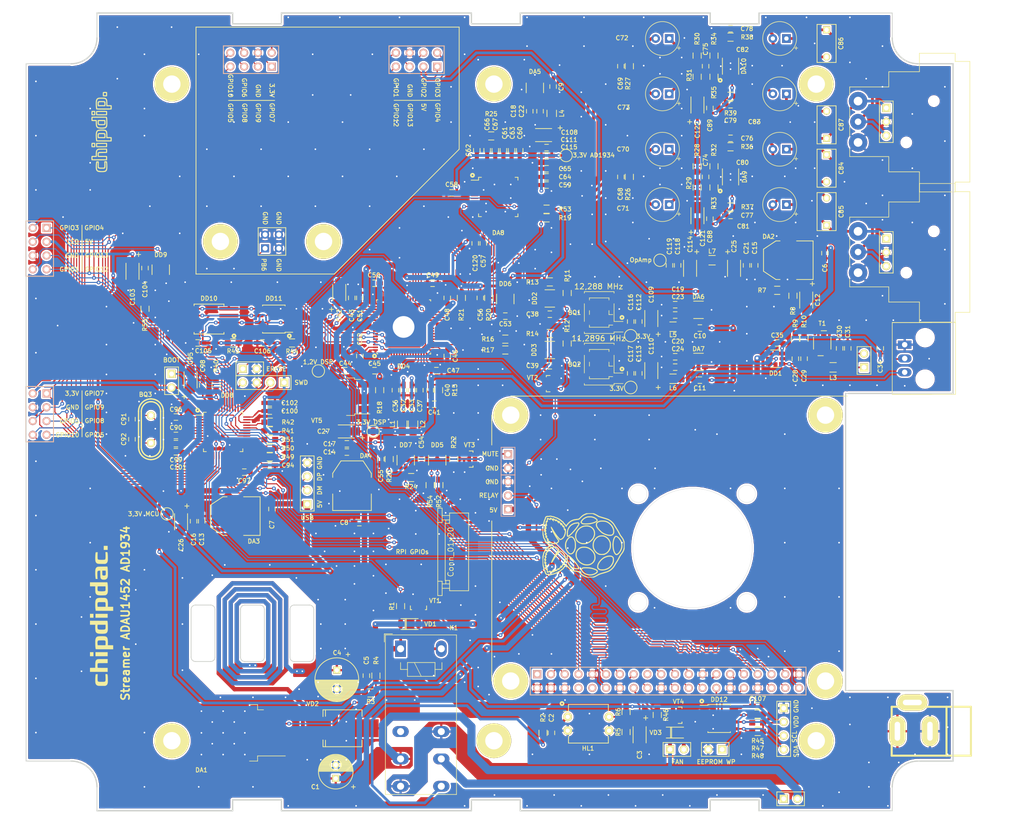
<source format=kicad_pcb>
(kicad_pcb (version 20211014) (generator pcbnew)
  (layers (0 "F.Cu" signal) (31 "B.Cu" signal) (34 "B.Paste" user) (35 "F.Paste" user) (36 "B.SilkS" user "B.Silkscreen") (37 "F.SilkS" user "F.Silkscreen") (38 "B.Mask" user) (39 "F.Mask" user) (44 "Edge.Cuts" user))
  (net 0 "")
  (net 1 "VDD_GEN2")
  (net 2 "Net-(BQ1-Pad3)")
  (net 3 "GND")
  (net 4 "VDD_GEN1")
  (net 5 "Net-(BQ2-Pad3)")
  (net 6 "Net-(BQ3-Pad1)")
  (net 7 "Net-(BQ3-Pad2)")
  (net 8 "Net-(C2-Pad1)")
  (net 9 "ON_OFF")
  (net 10 "5V")
  (net 11 "Net-(C12-Pad1)")
  (net 12 "VDD")
  (net 13 "DSP_LR0")
  (net 14 "VDD_AOUT")
  (net 15 "Net-(C18-Pad1)")
  (net 16 "Net-(C19-Pad1)")
  (net 17 "Net-(C20-Pad1)")
  (net 18 "VDDA")
  (net 19 "SPDIF_OUT")
  (net 20 "Net-(C28-Pad1)")
  (net 21 "Net-(C29-Pad1)")
  (net 22 "Net-(C30-Pad2)")
  (net 23 "Net-(C30-Pad1)")
  (net 24 "Net-(C32-Pad1)")
  (net 25 "Net-(C33-Pad1)")
  (net 26 "Net-(C40-Pad2)")
  (net 27 "Net-(C41-Pad2)")
  (net 28 "DVDD")
  (net 29 "DSP_RST")
  (net 30 "Net-(C61-Pad1)")
  (net 31 "Net-(C64-Pad1)")
  (net 32 "Net-(C66-Pad1)")
  (net 33 "Net-(C67-Pad2)")
  (net 34 "Net-(C68-Pad1)")
  (net 35 "Net-(C68-Pad2)")
  (net 36 "Net-(C69-Pad2)")
  (net 37 "Net-(C69-Pad1)")
  (net 38 "Net-(C70-Pad1)")
  (net 39 "Net-(C71-Pad1)")
  (net 40 "Net-(C72-Pad1)")
  (net 41 "Net-(C73-Pad1)")
  (net 42 "Net-(C74-Pad1)")
  (net 43 "Net-(C74-Pad2)")
  (net 44 "Net-(C75-Pad1)")
  (net 45 "Net-(C75-Pad2)")
  (net 46 "Net-(C76-Pad1)")
  (net 47 "Net-(C76-Pad2)")
  (net 48 "Net-(C77-Pad1)")
  (net 49 "Net-(C77-Pad2)")
  (net 50 "Net-(C78-Pad1)")
  (net 51 "Net-(C78-Pad2)")
  (net 52 "Net-(C79-Pad1)")
  (net 53 "Net-(C79-Pad2)")
  (net 54 "Net-(C80-Pad1)")
  (net 55 "Net-(C81-Pad1)")
  (net 56 "Net-(C82-Pad1)")
  (net 57 "Net-(C83-Pad1)")
  (net 58 "RST")
  (net 59 "Net-(C94-Pad1)")
  (net 60 "Net-(DA1-Pad4)")
  (net 61 "MCLK_OUT")
  (net 62 "Net-(DA8-Pad3)")
  (net 63 "Net-(DA8-Pad6)")
  (net 64 "Net-(DA8-Pad7)")
  (net 65 "Net-(DA8-Pad8)")
  (net 66 "Net-(DA8-Pad9)")
  (net 67 "Net-(DA8-Pad11)")
  (net 68 "Net-(DA8-Pad14)")
  (net 69 "DSP_SDATA1")
  (net 70 "DSP_BCLK0")
  (net 71 "Net-(DA8-Pad19)")
  (net 72 "Net-(DA8-Pad21)")
  (net 73 "Net-(DA8-Pad22)")
  (net 74 "SPI1_MOSI")
  (net 75 "SPI1_MISO")
  (net 76 "SPI1_SCK")
  (net 77 "GPIO0")
  (net 78 "Net-(DA9-Pad2)")
  (net 79 "MUTE_OUT")
  (net 80 "Net-(DA10-Pad2)")
  (net 81 "Net-(DD1-Pad2)")
  (net 82 "Net-(DD2-Pad1)")
  (net 83 "Net-(DD2-Pad4)")
  (net 84 "Net-(DD3-Pad4)")
  (net 85 "GEN_SEL")
  (net 86 "Net-(DD4-Pad52)")
  (net 87 "Net-(DD4-Pad51)")
  (net 88 "Net-(DD4-Pad50)")
  (net 89 "Net-(DD4-Pad49)")
  (net 90 "Net-(DD4-Pad48)")
  (net 91 "Net-(DD4-Pad47)")
  (net 92 "Net-(DD4-Pad46)")
  (net 93 "Net-(DD4-Pad45)")
  (net 94 "Net-(DD4-Pad43)")
  (net 95 "Net-(DD4-Pad42)")
  (net 96 "SPI1_NSS1")
  (net 97 "Net-(DD4-Pad29)")
  (net 98 "Net-(DD4-Pad28)")
  (net 99 "Net-(DD4-Pad27)")
  (net 100 "Net-(DD4-Pad26)")
  (net 101 "Net-(DD4-Pad22)")
  (net 102 "Net-(DD4-Pad21)")
  (net 103 "Net-(DD4-Pad13)")
  (net 104 "Net-(DD4-Pad12)")
  (net 105 "Net-(DD4-Pad11)")
  (net 106 "Net-(DD4-Pad10)")
  (net 107 "Net-(DD4-Pad9)")
  (net 108 "Net-(DD4-Pad8)")
  (net 109 "Net-(DD4-Pad4)")
  (net 110 "Net-(DD4-Pad3)")
  (net 111 "BCLK")
  (net 112 "LR")
  (net 113 "SDATA_IN0")
  (net 114 "Net-(DD4-Pad60)")
  (net 115 "Net-(DD4-Pad61)")
  (net 116 "Net-(DD4-Pad62)")
  (net 117 "Net-(DD4-Pad63)")
  (net 118 "Net-(DD4-Pad64)")
  (net 119 "Net-(DD4-Pad65)")
  (net 120 "Net-(DD4-Pad66)")
  (net 121 "Net-(DD4-Pad67)")
  (net 122 "Net-(DD4-Pad68)")
  (net 123 "Net-(DD4-Pad69)")
  (net 124 "Net-(DD4-Pad70)")
  (net 125 "MUTE")
  (net 126 "MUTE2")
  (net 127 "Net-(DD6-Pad4)")
  (net 128 "Net-(DD6-Pad3)")
  (net 129 "Net-(DD7-Pad1)")
  (net 130 "DATA")
  (net 131 "I2C1_SDA")
  (net 132 "I2C1_SCL")
  (net 133 "SWCLK")
  (net 134 "SWDIO")
  (net 135 "Net-(DD8-Pad33)")
  (net 136 "Net-(DD8-Pad32)")
  (net 137 "Net-(DD8-Pad31)")
  (net 138 "SPI1_NSS3")
  (net 139 "SPI1_NSS2")
  (net 140 "GPIO1")
  (net 141 "GPIO13")
  (net 142 "GPIO12")
  (net 143 "SR0")
  (net 144 "SR1")
  (net 145 "SR2")
  (net 146 "GPIO10")
  (net 147 "GPIO9")
  (net 148 "GPIO8")
  (net 149 "GPIO7")
  (net 150 "GPIO6")
  (net 151 "GPIO5")
  (net 152 "GPIO4")
  (net 153 "GPIO3")
  (net 154 "GPIO2")
  (net 155 "RELAY")
  (net 156 "PWR_EVENT")
  (net 157 "LED_OUT")
  (net 158 "ID_SDA")
  (net 159 "ID_SCL")
  (net 160 "Net-(DD12-Pad7)")
  (net 161 "Net-(K1-PadA2)")
  (net 162 "Net-(K1-Pad24)")
  (net 163 "Net-(K1-Pad12)")
  (net 164 "Net-(K1-Pad21)")
  (net 165 "Net-(L3-Pad1)")
  (net 166 "Net-(L3-Pad2)")
  (net 167 "Net-(R10-Pad1)")
  (net 168 "USB_DM")
  (net 169 "USB_DP")
  (net 170 "FAN")
  (net 171 "12V")
  (net 172 "Net-(XS1-Pad3)")
  (net 173 "RAS_GPIO2")
  (net 174 "RAS_GPIO3")
  (net 175 "RAS_GPIO14")
  (net 176 "RAS_GPIO15")
  (net 177 "RAS_GPIO17")
  (net 178 "RES1")
  (net 179 "RES0")
  (net 180 "RAS_GPIO10")
  (net 181 "RAS_GPIO9")
  (net 182 "RAS_GPIO25")
  (net 183 "RAS_GPIO11")
  (net 184 "RAS_GPIO8")
  (net 185 "RAS_GPIO7")
  (net 186 "RAS_GPIO16")
  (net 187 "RAS_GPIO26")
  (net 188 "RAS_GPIO20")
  (net 189 "VDD_DSP")
  (net 190 "DSP_SDATA0")
  (net 191 "Net-(VD3-Pad2)")
  (net 192 "Net-(XS3-Pad17)")
  (net 193 "Net-(XS3-Pad1)")
  (net 194 "Net-(DD8-Pad28)")
  (net 195 "Net-(DD8-Pad27)")
  (net 196 "Net-(DD8-Pad26)")
  (net 197 "Net-(C15-Pad1)")
  (net 198 "Net-(C22-Pad1)")
  (net 199 "Net-(C23-Pad1)")
  (net 200 "Net-(C24-Pad1)")
  (net 201 "VIN")
  (net 202 "BOOT")
  (net 203 "PB6")
  (footprint "Mounting_Holes:MountingHole_3.2mm_M3_Pad" (layer "F.Cu") (at 125.05 65.5 90)
    (fp_text reference "")
    (fp_text value "")
  )
  (footprint "Mounting_Holes:MountingHole_3.2mm_M3_Pad" (layer "F.Cu") (at 125.05 186.5 90)
    (fp_text reference "")
    (fp_text value "")
  )
  (footprint "Mounting_Holes:MountingHole_3.2mm_M3_Pad" (layer "F.Cu") (at 243.8 186.5 90)
    (fp_text reference "")
    (fp_text value "")
  )
  (footprint "Mounting_Holes:MountingHole_3.2mm_M3_Pad" (layer "F.Cu") (at 243.8 65.5 90)
    (fp_text reference "")
    (fp_text value "")
  )
  (footprint "Mounting_Holes:MountingHole_3.2mm_M3_Pad" (layer "F.Cu") (at 184.4 65.5 90)
    (fp_text reference "")
    (fp_text value "")
  )
  (footprint "Mounting_Holes:MountingHole_3.2mm_M3_Pad" (layer "F.Cu") (at 184.4 186.5 90)
    (fp_text reference "")
    (fp_text value "")
  )
  (footprint "Capacitors_ThroughHole:C_Radial_D6.3_L11.2_P2.5" (layer "F.Cu") (at 155.25 193.45 90)
    (fp_text reference "C1")
    (fp_text value "100u")
  )
  (footprint "Capacitors_ThroughHole:C_Radial_D8_L11.5_P3.5" (layer "F.Cu") (at 155.45 173.5 -90)
    (fp_text reference "C4")
    (fp_text value "1000u")
  )
  (footprint "TO_SOT_Packages_SMD:SOT-223" (layer "F.Cu") (at 238.65 97.95 90)
    (fp_text reference "DA2")
    (fp_text value "LM1117-3.3")
  )
  (footprint "NewComponents:R_0603" (layer "F.Cu") (at 143.1 127.8)
    (fp_text reference "R42")
    (fp_text value "22")
  )
  (footprint "Housings_SOIC:SOIC-8_3.9x4.9mm_Pitch1.27mm" (layer "F.Cu") (at 225.9 182.4)
    (fp_text reference "DD12")
    (fp_text value "24LC64")
  )
  (footprint "NewComponents:R_0603" (layer "F.Cu") (at 233 183.2 180)
    (fp_text reference "R47")
    (fp_text value "4k7")
  )
  (footprint "NewComponents:R_0603" (layer "F.Cu") (at 233 184.8 180)
    (fp_text reference "R48")
    (fp_text value "4k7")
  )
  (footprint "Mounting_Holes:MountingHole_3.2mm_M3_Pad" (layer "F.Cu") (at 187.5 126.5)
    (fp_text reference "REF**" hide)
    (fp_text value "MountingHole_3.2mm_M3_Pad")
  )
  (footprint "Mounting_Holes:MountingHole_3.2mm_M3_Pad" (layer "F.Cu") (at 245.5 126.5)
    (fp_text reference "REF**" hide)
    (fp_text value "MountingHole_3.2mm_M3_Pad")
  )
  (footprint "Mounting_Holes:MountingHole_3.2mm_M3_Pad" (layer "F.Cu") (at 245.5 175.5)
    (fp_text reference "REF**" hide)
    (fp_text value "MountingHole_3.2mm_M3_Pad")
  )
  (footprint "Mounting_Holes:MountingHole_3.2mm_M3_Pad" (layer "F.Cu") (at 187.5 175.5)
    (fp_text reference "REF**" hide)
    (fp_text value "MountingHole_3.2mm_M3_Pad")
  )
  (footprint "NewComponents:R_0603" (layer "F.Cu") (at 214.5 181.75 -90)
    (fp_text reference "R46")
    (fp_text value "10k")
  )
  (footprint "NewComponents:R_0603" (layer "F.Cu") (at 143.1 129.4)
    (fp_text reference "R41")
    (fp_text value "22")
  )
  (footprint "NewComponents:R_0603" (layer "F.Cu") (at 133.2 121 90)
    (fp_text reference "R40")
    (fp_text value "10k")
  )
  (footprint "NewComponents:R_0603" (layer "F.Cu") (at 228 67.75)
    (fp_text reference "R39")
    (fp_text value "10k")
  )
  (footprint "NewComponents:R_0603" (layer "F.Cu") (at 228 56.85)
    (fp_text reference "R38")
    (fp_text value "10k")
  )
  (footprint "NewComponents:R_0603" (layer "F.Cu") (at 224.95 64.15 -90)
    (fp_text reference "R35")
    (fp_text value "2k2")
  )
  (footprint "NewComponents:R_0603" (layer "F.Cu") (at 224.95 60.25 90)
    (fp_text reference "R34")
    (fp_text value "2k2")
  )
  (footprint "NewComponents:R_0603" (layer "F.Cu") (at 221.85 64.15 90)
    (fp_text reference "R31")
    (fp_text value "2k2")
  )
  (footprint "NewComponents:R_0603" (layer "F.Cu") (at 221.85 60.25 -90)
    (fp_text reference "R30")
    (fp_text value "2k2")
  )
  (footprint "NewComponents:R_0603" (layer "F.Cu") (at 209.35 62.2 -90)
    (fp_text reference "R27")
    (fp_text value "100k")
  )
  (footprint "NewComponents:R_0603" (layer "F.Cu") (at 169.15 138 180)
    (fp_text reference "R24")
    (fp_text value "10k")
  )
  (footprint "NewComponents:R_0603" (layer "F.Cu") (at 165.1 134.6 -90)
    (fp_text reference "R23")
    (fp_text value "10k")
  )
  (footprint "NewComponents:R_0603" (layer "F.Cu") (at 178.4 104.9 -90)
    (fp_text reference "R21")
    (fp_text value "10k")
  )
  (footprint "NewComponents:R_0603" (layer "F.Cu") (at 186.5 114.5)
    (fp_text reference "R17")
    (fp_text value "51R")
  )
  (footprint "NewComponents:R_0603" (layer "F.Cu") (at 186.5 112.5)
    (fp_text reference "R16")
    (fp_text value "51R")
  )
  (footprint "NewComponents:R_0603" (layer "F.Cu") (at 194.7 111.45)
    (fp_text reference "R14")
    (fp_text value "10k")
  )
  (footprint "NewComponents:R_0603" (layer "F.Cu") (at 194.7 101.95)
    (fp_text reference "R13")
    (fp_text value "10k")
  )
  (footprint "NewComponents:R_0603" (layer "F.Cu") (at 197.9 113.3 -90)
    (fp_text reference "R12")
    (fp_text value "10k")
  )
  (footprint "NewComponents:R_0603" (layer "F.Cu") (at 197.9 104 -90)
    (fp_text reference "R11")
    (fp_text value "10k")
  )
  (footprint "NewComponents:R_0603" (layer "F.Cu") (at 239.5 104.5 -90)
    (fp_text reference "R8")
    (fp_text value "10k")
  )
  (footprint "NewComponents:R_0603" (layer "F.Cu") (at 236.6 103.5)
    (fp_text reference "R7")
    (fp_text value "10k")
  )
  (footprint "NewComponents:R_0603" (layer "F.Cu") (at 208.75 181.2 -90)
    (fp_text reference "R6")
    (fp_text value "10k")
  )
  (footprint "NewComponents:R_0603" (layer "F.Cu") (at 162.65 174.5 -90)
    (fp_text reference "R4")
    (fp_text value "3k")
  )
  (footprint "NewComponents:R_0603" (layer "F.Cu") (at 161.65 177.7)
    (fp_text reference "R3")
    (fp_text value "1k")
  )
  (footprint "NewComponents:R_0603" (layer "F.Cu") (at 193.45 185.05 90)
    (fp_text reference "R2")
    (fp_text value "2k")
  )
  (footprint "NewComponents:R_0603" (layer "F.Cu") (at 167.2 161.7 90)
    (fp_text reference "R1")
    (fp_text value "10k")
  )
  (footprint "Measurement_Points:Measurement_Point_Round-SMD-Pad_Small" (layer "F.Cu") (at 209.6 121.4)
    (fp_text reference "P9" hide)
    (fp_text value "Conn_01x01")
  )
  (footprint "Measurement_Points:Measurement_Point_Round-SMD-Pad_Small" (layer "F.Cu") (at 209.6 111.85)
    (fp_text reference "P8" hide)
    (fp_text value "Conn_01x01")
  )
  (footprint "Measurement_Points:Measurement_Point_Round-SMD-Pad_Small" (layer "F.Cu") (at 197.7 78.65)
    (fp_text reference "P7" hide)
    (fp_text value "Conn_01x01")
  )
  (footprint "Capacitors_ThroughHole:C_Rect_L7_W3.5_P5" (layer "F.Cu") (at 245.7 55.5 -90)
    (fp_text reference "C86")
    (fp_text value "0.47u")
  )
  (footprint "Capacitors_SMD:C_0603_HandSoldering" (layer "F.Cu") (at 228 69.3 180)
    (fp_text reference "C79")
    (fp_text value "150p")
  )
  (footprint "Capacitors_SMD:C_0603_HandSoldering" (layer "F.Cu") (at 228 55.3 180)
    (fp_text reference "C78")
    (fp_text value "150p")
  )
  (footprint "Capacitors_SMD:C_0603_HandSoldering" (layer "F.Cu") (at 223.4 62.2 -90)
    (fp_text reference "C75")
    (fp_text value "470p")
  )
  (footprint "Capacitors_SMD:C_0603_HandSoldering" (layer "F.Cu") (at 207.8 62.2 -90)
    (fp_text reference "C69")
    (fp_text value "1n")
  )
  (footprint "Capacitors_SMD:C_0603_HandSoldering" (layer "F.Cu") (at 163.55 134.6 -90)
    (fp_text reference "C55")
    (fp_text value "0.1u")
  )
  (footprint "Capacitors_SMD:C_0603_HandSoldering" (layer "F.Cu") (at 171.05 134.6 -90)
    (fp_text reference "C54")
    (fp_text value "0.1u")
  )
  (footprint "Capacitors_SMD:C_0603_HandSoldering" (layer "F.Cu") (at 194.7 117.4)
    (fp_text reference "C39")
    (fp_text value "0.1u")
  )
  (footprint "Capacitors_SMD:C_0603_HandSoldering" (layer "F.Cu") (at 194.7 107.9)
    (fp_text reference "C38")
    (fp_text value "0.1u")
  )
  (footprint "NewComponents:TantalC_SizeA_EIA-3216_mm" (layer "F.Cu") (at 157.2 129.5 180)
    (fp_text reference "C27")
    (fp_text value "4.7u")
  )
  (footprint "NewComponents:TantalC_SizeA_EIA-3216_mm" (layer "F.Cu") (at 228.65 99.45 -90)
    (fp_text reference "C25")
    (fp_text value "4.7u")
  )
  (footprint "Capacitors_SMD:C_0603_HandSoldering" (layer "F.Cu") (at 217.8 117.65 180)
    (fp_text reference "C24")
    (fp_text value "2.2u")
  )
  (footprint "Capacitors_SMD:C_0603_HandSoldering" (layer "F.Cu") (at 217.8 108.05 180)
    (fp_text reference "C23")
    (fp_text value "2.2u")
  )
  (footprint "Capacitors_SMD:C_0603_HandSoldering" (layer "F.Cu") (at 230.95 98.9 -90)
    (fp_text reference "C21")
    (fp_text value "2.2u")
  )
  (footprint "Capacitors_SMD:C_0603_HandSoldering" (layer "F.Cu") (at 217.8 115.75 180)
    (fp_text reference "C20")
    (fp_text value "0.01u")
  )
  (footprint "Capacitors_SMD:C_0603_HandSoldering" (layer "F.Cu") (at 217.8 106.15 180)
    (fp_text reference "C19")
    (fp_text value "0.01u")
  )
  (footprint "Capacitors_SMD:C_0603_HandSoldering" (layer "F.Cu") (at 191 70.5 -90)
    (fp_text reference "C18")
    (fp_text value "0.01u")
  )
  (footprint "Capacitors_SMD:C_0603_HandSoldering" (layer "F.Cu") (at 157.3 131.8 180)
    (fp_text reference "C17")
    (fp_text value "2.2u")
  )
  (footprint "Capacitors_SMD:C_0603_HandSoldering" (layer "F.Cu") (at 232.45 98.9 -90)
    (fp_text reference "C15")
    (fp_text value "2.2u")
  )
  (footprint "Capacitors_SMD:C_0603_HandSoldering" (layer "F.Cu") (at 157.3 133.3 180)
    (fp_text reference "C14")
    (fp_text value "2.2u")
  )
  (footprint "NewComponents:TantalC_SizeA_EIA-3216_mm" (layer "F.Cu") (at 241.95 105.3 -90)
    (fp_text reference "C12")
    (fp_text value "4.7u")
  )
  (footprint "Capacitors_SMD:C_0603_HandSoldering" (layer "F.Cu") (at 222.35 120.05 180)
    (fp_text reference "C11")
    (fp_text value "2.2u")
  )
  (footprint "Capacitors_SMD:C_0603_HandSoldering" (layer "F.Cu") (at 222.35 110.45 180)
    (fp_text reference "C10")
    (fp_text value "2.2u")
  )
  (footprint "Capacitors_SMD:C_0603_HandSoldering" (layer "F.Cu") (at 195.3 65.95 -90)
    (fp_text reference "C9")
    (fp_text value "2.2u")
  )
  (footprint "Capacitors_SMD:C_0603_HandSoldering" (layer "F.Cu") (at 159.6 146.3 180)
    (fp_text reference "C8")
    (fp_text value "2.2u")
  )
  (footprint "Capacitors_SMD:C_0603_HandSoldering" (layer "F.Cu") (at 143.5 143.8 -90)
    (fp_text reference "C7")
    (fp_text value "2.2u")
  )
  (footprint "Capacitors_SMD:C_0603_HandSoldering" (layer "F.Cu") (at 160.9 174.5 -90)
    (fp_text reference "C5")
    (fp_text value "2.2u")
  )
  (footprint "NewComponents:TantalC_SizeA_EIA-3216_mm" (layer "F.Cu") (at 211.25 185.4 -90)
    (fp_text reference "C3")
    (fp_text value "4.7u")
  )
  (footprint "Capacitors_SMD:C_0603_HandSoldering" (layer "F.Cu") (at 195 185.05 -90)
    (fp_text reference "C2")
    (fp_text value "10u")
  )
  (footprint "NewComponents:CRYST_hc-49u_mm" (layer "F.Cu") (at 121.2 129.1 -90)
    (fp_text reference "BQ3")
    (fp_text value "8 Mhz")
  )
  (footprint "Oscillator:Oscillator_SMD_Fordahl_DFAS2-4Pin_7.3x5.1mm_HandSoldering" (layer "F.Cu") (at 203.8 117.1 90)
    (fp_text reference "BQ2")
    (fp_text value "11,2896MHz")
  )
  (footprint "Oscillator:Oscillator_SMD_Fordahl_DFAS2-4Pin_7.3x5.1mm_HandSoldering" (layer "F.Cu") (at 203.8 107.6 90)
    (fp_text reference "BQ1")
    (fp_text value "12,288MHz")
  )
  (footprint "Measurement_Points:Measurement_Point_Round-SMD-Pad_Small" (layer "F.Cu") (at 152.05 118.359825)
    (fp_text reference "P6" hide)
    (fp_text value "Conn_01x01")
  )
  (footprint "Measurement_Points:Measurement_Point_Round-SMD-Pad_Small" (layer "F.Cu") (at 162.15 129.5)
    (fp_text reference "P5" hide)
    (fp_text value "Conn_01x01")
  )
  (footprint "Measurement_Points:Measurement_Point_Round-SMD-Pad_Small" (layer "F.Cu") (at 215 97.95)
    (fp_text reference "P3" hide)
    (fp_text value "Conn_01x01")
  )
  (footprint "Measurement_Points:Measurement_Point_Round-SMD-Pad_Small" (layer "F.Cu") (at 124.159825 144.7)
    (fp_text reference "P4" hide)
    (fp_text value "Conn_01x01")
  )
  (footprint "DIL_DIP:DIP-4_W7.62mm" (layer "F.Cu") (at 198 182.1)
    (fp_text reference "HL1")
    (fp_text value "P814")
  )
  (footprint "NewComponents:SOT-23-5_mm" (layer "F.Cu") (at 173.95 134.8 90)
    (fp_text reference "DD5")
    (fp_text value "NC7S08M5X")
  )
  (footprint "NewComponents:SOT-23-5_mm" (layer "F.Cu") (at 194.7 114.5 180)
    (fp_text reference "DD3")
    (fp_text value "74LVC1G125")
  )
  (footprint "NewComponents:SOT-23-5_mm" (layer "F.Cu") (at 194.7 105 180)
    (fp_text reference "DD2")
    (fp_text value "74LVC1G125")
  )
  (footprint "NewComponents:SOT-23-5_mm" (layer "F.Cu") (at 222.1 116.7 180)
    (fp_text reference "DA7")
    (fp_text value "LP2985-3.3")
  )
  (footprint "NewComponents:SOT-23-5_mm" (layer "F.Cu") (at 222.1 107.1 180)
    (fp_text reference "DA6")
    (fp_text value "LP2985-3.3")
  )
  (footprint "NewComponents:SOT-23-5_mm" (layer "F.Cu") (at 191.95 66.2 -90)
    (fp_text reference "DA5")
    (fp_text value "LP2985-3.3")
  )
  (footprint "TO_SOT_Packages_SMD:SOT-223" (layer "F.Cu") (at 158.25 139.5)
    (fp_text reference "DA4")
    (fp_text value "LM1117-3.3")
  )
  (footprint "Capacitors_SMD:C_0603_HandSoldering" (layer "F.Cu") (at 233 180.05)
    (fp_text reference "C107")
    (fp_text value "0.1u")
  )
  (footprint "Capacitors_SMD:C_0603_HandSoldering" (layer "F.Cu") (at 143.1 124.25)
    (fp_text reference "C102")
    (fp_text value "2.2u")
  )
  (footprint "Capacitors_SMD:C_0603_HandSoldering" (layer "F.Cu") (at 125.8 133.25 180)
    (fp_text reference "C101")
    (fp_text value "2.2u")
  )
  (footprint "Capacitors_SMD:C_0603_HandSoldering" (layer "F.Cu") (at 143.1 125.75)
    (fp_text reference "C100")
    (fp_text value "0.1u")
  )
  (footprint "Capacitors_SMD:C_0603_HandSoldering" (layer "F.Cu") (at 125.8 131.75 180)
    (fp_text reference "C99")
    (fp_text value "0.1u")
  )
  (footprint "NewComponents:TantalC_SizeA_EIA-3216_mm" (layer "F.Cu") (at 128.5 120 90)
    (fp_text reference "C95")
    (fp_text value "4.7u")
  )
  (footprint "Capacitors_SMD:C_0603_HandSoldering" (layer "F.Cu") (at 143.1 135.75)
    (fp_text reference "C94")
    (fp_text value "47p")
  )
  (footprint "Capacitors_SMD:C_0603_HandSoldering" (layer "F.Cu") (at 117.7 130.95 90)
    (fp_text reference "C92")
    (fp_text value "22p")
  )
  (footprint "Capacitors_SMD:C_0603_HandSoldering" (layer "F.Cu") (at 117.7 127.25 -90)
    (fp_text reference "C91")
    (fp_text value "22p")
  )
  (footprint "Capacitors_SMD:C_0603_HandSoldering" (layer "F.Cu") (at 125.8 130.25 180)
    (fp_text reference "C90")
    (fp_text value "0.1u")
  )
  (footprint "Capacitors_SMD:C_0603_HandSoldering" (layer "F.Cu") (at 224.2 69.9 -90)
    (fp_text reference "C89")
    (fp_text value "0.1u")
  )
  (footprint "NewComponents:SOD-123" (layer "F.Cu") (at 168.85 165)
    (fp_text reference "VD1")
    (fp_text value "D")
  )
  (footprint "NewComponents:Pin_Header_Straight_1x02_mm" (layer "F.Cu") (at 125 118.9)
    (fp_text reference "XP6" hide)
    (fp_text value "Conn_01x02")
  )
  (footprint "NewComponents:SOT-23_mm" (layer "F.Cu") (at 218.4 181.8 -90)
    (fp_text reference "VT4")
    (fp_text value "BSS138")
  )
  (footprint "NewComponents:SOT-23_mm" (layer "F.Cu") (at 194.7 120.7 90)
    (fp_text reference "VT2")
    (fp_text value "BSS138")
  )
  (footprint "NewComponents:SOD-123" (layer "F.Cu") (at 217.75 185)
    (fp_text reference "VD3")
    (fp_text value "D")
  )
  (footprint "NewComponents:SOT-23_mm" (layer "F.Cu") (at 170.5 161.7 180)
    (fp_text reference "VT1")
    (fp_text value "BSS138")
  )
  (footprint "NewComponents:Pin_Header_Straight_1x02_mm" (layer "F.Cu") (at 226.45 188.1 -90)
    (fp_text reference "XP8" hide)
    (fp_text value "Conn_01x02")
  )
  (footprint "NewComponents:Pin_Header_Straight_1x02_mm" (layer "F.Cu") (at 216.85 188.1 90)
    (fp_text reference "XP9" hide)
    (fp_text value "Conn_01x02")
  )
  (footprint "NewComponents:R_0603" (layer "F.Cu") (at 228 88.15)
    (fp_text reference "R37")
    (fp_text value "10k")
  )
  (footprint "NewComponents:R_0603" (layer "F.Cu") (at 228 77.05)
    (fp_text reference "R36")
    (fp_text value "10k")
  )
  (footprint "NewComponents:R_0603" (layer "F.Cu") (at 224.95 84.55 -90)
    (fp_text reference "R33")
    (fp_text value "2k2")
  )
  (footprint "NewComponents:R_0603" (layer "F.Cu") (at 224.95 80.65 90)
    (fp_text reference "R32")
    (fp_text value "2k2")
  )
  (footprint "NewComponents:R_0603" (layer "F.Cu") (at 221.85 84.55 90)
    (fp_text reference "R29")
    (fp_text value "2k2")
  )
  (footprint "NewComponents:R_0603" (layer "F.Cu") (at 221.85 80.65 -90)
    (fp_text reference "R28")
    (fp_text value "2k2")
  )
  (footprint "NewComponents:R_0603" (layer "F.Cu") (at 209.35 82.6 -90)
    (fp_text reference "R26")
    (fp_text value "100k")
  )
  (footprint "NewComponents:VSSOP-8" (layer "F.Cu") (at 228 82.6 90)
    (fp_text reference "DA9")
    (fp_text value "OPA1632" hide)
  )
  (footprint "Capacitors_SMD:C_0603_HandSoldering" (layer "F.Cu") (at 224.2 90.3 -90)
    (fp_text reference "C88")
    (fp_text value "0.1u")
  )
  (footprint "Capacitors_ThroughHole:C_Rect_L7_W3.5_P5" (layer "F.Cu") (at 245.7 91.5 90)
    (fp_text reference "C85")
    (fp_text value "0.47u")
  )
  (footprint "Capacitors_ThroughHole:C_Rect_L7_W3.5_P5" (layer "F.Cu") (at 245.7 78.5 -90)
    (fp_text reference "C84")
    (fp_text value "0.47u")
  )
  (footprint "Capacitors_SMD:C_0603_HandSoldering" (layer "F.Cu") (at 228 89.7 180)
    (fp_text reference "C77")
    (fp_text value "150p")
  )
  (footprint "Capacitors_SMD:C_0603_HandSoldering" (layer "F.Cu") (at 228 75.5 180)
    (fp_text reference "C76")
    (fp_text value "150p")
  )
  (footprint "Capacitors_SMD:C_0603_HandSoldering" (layer "F.Cu") (at 223.4 82.6 -90)
    (fp_text reference "C74")
    (fp_text value "470p")
  )
  (footprint "Capacitors_ThroughHole:CP_Radial_Tantal_D6.0mm_P2.50mm" (layer "F.Cu") (at 216.7 77.5 180)
    (fp_text reference "C70")
    (fp_text value "10u")
  )
  (footprint "Capacitors_ThroughHole:CP_Radial_Tantal_D6.0mm_P2.50mm" (layer "F.Cu") (at 216.7 57.1 180)
    (fp_text reference "C72")
    (fp_text value "10u")
  )
  (footprint "Capacitors_ThroughHole:CP_Radial_Tantal_D6.0mm_P2.50mm" (layer "F.Cu") (at 238.3 67.3 180)
    (fp_text reference "C83")
    (fp_text value "10u")
  )
  (footprint "NewComponents:JACK_DC" (layer "F.Cu") (at 264.99892 184.75 90)
    (fp_text reference "XS1" hide)
    (fp_text value "Conn_01x03" hide)
  )
  (footprint "Capacitors_ThroughHole:CP_Radial_Tantal_D6.0mm_P2.50mm" (layer "F.Cu") (at 216.7 87.7 180)
    (fp_text reference "C71")
    (fp_text value "10u")
  )
  (footprint "Connector_Audio:Jack_XLR_Neutrik_NC3MAAH-1_Horizontal" (layer "F.Cu") (at 251.5 100.25 90)
    (fp_text reference "XP4" hide)
    (fp_text value "XLR3")
  )
  (footprint "Connector_Audio:Jack_XLR_Neutrik_NC3MAAH-1_Horizontal" (layer "F.Cu") (at 251.5 76.25 90)
    (fp_text reference "XP5" hide)
    (fp_text value "XLR3")
  )
  (footprint "NewComponents:R_0603" (layer "F.Cu") (at 143.1 134.2 180)
    (fp_text reference "R49")
    (fp_text value "10k")
  )
  (footprint "NewComponents:R_0603" (layer "F.Cu") (at 143.1 131 180)
    (fp_text reference "R51")
    (fp_text value "10k")
  )
  (footprint "NewComponents:Pin_Header_Straight_1x04_mm" (layer "F.Cu") (at 150 142.9 180)
    (fp_text reference "XP10" hide)
    (fp_text value "Conn_01x04")
  )
  (footprint "Capacitors_SMD:C_0603_HandSoldering" (layer "F.Cu") (at 170.75 121.9 -90)
    (fp_text reference "C37")
    (fp_text value "0.1u")
  )
  (footprint "Capacitors_SMD:C_0603_HandSoldering" (layer "F.Cu") (at 166.25 121.9 -90)
    (fp_text reference "C36")
    (fp_text value "0.1u")
  )
  (footprint "Capacitors_SMD:C_0603_HandSoldering" (layer "F.Cu") (at 169.25 121.9 -90)
    (fp_text reference "C33")
    (fp_text value "10u")
  )
  (footprint "Capacitors_SMD:C_0603_HandSoldering" (layer "F.Cu") (at 167.75 121.9 -90)
    (fp_text reference "C32")
    (fp_text value "10u")
  )
  (footprint "NewComponents:R_0603" (layer "F.Cu") (at 183.9 75.05 180)
    (fp_text reference "R25")
    (fp_text value "560")
  )
  (footprint "NewComponents:R_0603" (layer "F.Cu") (at 163.35 121.9 -90)
    (fp_text reference "R18")
    (fp_text value "1k")
  )
  (footprint "NewComponents:R_0603" (layer "F.Cu") (at 174.2 121.9 90)
    (fp_text reference "R15")
    (fp_text value "4k32")
  )
  (footprint "Package_TO_SOT_SMD:TO-252-2" (layer "F.Cu") (at 156.25 123.1 180)
    (fp_text reference "VT5")
    (fp_text value "STD2805")
  )
  (footprint "Resistors_SMD:R_0805_HandSoldering" (layer "F.Cu") (at 169.5 128.15 90)
    (fp_text reference "L2")
    (fp_text value "L")
  )
  (footprint "Resistors_SMD:R_0805_HandSoldering" (layer "F.Cu") (at 167.5 128.15 90)
    (fp_text reference "L1")
    (fp_text value "L")
  )
  (footprint "Housings_QFP:LQFP-48_7x7mm_Pitch0.5mm" (layer "F.Cu") (at 185.2 86.3)
    (fp_text reference "DA8")
    (fp_text value "AD1934")
  )
  (footprint "Capacitors_SMD:C_0603_HandSoldering" (layer "F.Cu") (at 184.65 77.7 90)
    (fp_text reference "C67")
    (fp_text value "5n6")
  )
  (footprint "Capacitors_SMD:C_0603_HandSoldering" (layer "F.Cu") (at 183.15 77.7 90)
    (fp_text reference "C66")
    (fp_text value "390p")
  )
  (footprint "Capacitors_SMD:C_0603_HandSoldering" (layer "F.Cu") (at 194.1 81.1)
    (fp_text reference "C65")
    (fp_text value "10u")
  )
  (footprint "Capacitors_SMD:C_0603_HandSoldering" (layer "F.Cu") (at 194.1 82.6)
    (fp_text reference "C64")
    (fp_text value "0.1u")
  )
  (footprint "Capacitors_SMD:C_0603_HandSoldering" (layer "F.Cu") (at 187.65 77.7 90)
    (fp_text reference "C63")
    (fp_text value "10u")
  )
  (footprint "Capacitors_SMD:C_0603_HandSoldering" (layer "F.Cu") (at 181.25 77.7 90)
    (fp_text reference "C62")
    (fp_text value "0.1u")
  )
  (footprint "Capacitors_SMD:C_0603_HandSoldering" (layer "F.Cu") (at 186.15 77.7 90)
    (fp_text reference "C61")
    (fp_text value "0.1u")
  )
  (footprint "Capacitors_SMD:C_0603_HandSoldering" (layer "F.Cu") (at 189.15 77.7 90)
    (fp_text reference "C60")
    (fp_text value "0.1u")
  )
  (footprint "Capacitors_SMD:C_0603_HandSoldering" (layer "F.Cu") (at 194.1 84.1)
    (fp_text reference "C59")
    (fp_text value "0.1u")
  )
  (footprint "Capacitors_SMD:C_0603_HandSoldering" (layer "F.Cu") (at 176.6 85.55 180)
    (fp_text reference "C58")
    (fp_text value "0.1u")
  )
  (footprint "Capacitors_SMD:C_0603_HandSoldering" (layer "F.Cu") (at 182.45 94.85 -90)
    (fp_text reference "C57")
    (fp_text value "0.1u")
  )
  (footprint "Capacitors_SMD:C_0603_HandSoldering" (layer "F.Cu") (at 159.7 115.6 -90)
    (fp_text reference "C52")
    (fp_text value "0.1u")
  )
  (footprint "Capacitors_SMD:C_0603_HandSoldering" (layer "F.Cu") (at 159.7 104.9 90)
    (fp_text reference "C51")
    (fp_text value "0.1u")
  )
  (footprint "Capacitors_SMD:C_0603_HandSoldering" (layer "F.Cu") (at 162.4 102.2 180)
    (fp_text reference "C50")
    (fp_text value "0.1u")
  )
  (footprint "Capacitors_SMD:C_0603_HandSoldering" (layer "F.Cu") (at 173.1 102.2)
    (fp_text reference "C49")
    (fp_text value "0.1u")
  )
  (footprint "Capacitors_SMD:C_0603_HandSoldering" (layer "F.Cu") (at 175.8 104.9 90)
    (fp_text reference "C48")
    (fp_text value "0.1u")
  )
  (footprint "Capacitors_SMD:C_0603_HandSoldering" (layer "F.Cu") (at 173.8 118.3)
    (fp_text reference "C47")
    (fp_text value "0.1u")
  )
  (footprint "Capacitors_SMD:C_0603_HandSoldering" (layer "F.Cu") (at 175.8 115.6 -90)
    (fp_text reference "C46")
    (fp_text value "0.1u")
  )
  (footprint "Capacitors_SMD:C_0603_HandSoldering" (layer "F.Cu") (at 162.4 118.3 180)
    (fp_text reference "C45")
    (fp_text value "0.1u")
  )
  (footprint "NewComponents:TantalC_SizeA_EIA-3216_mm" (layer "F.Cu") (at 155.9 103.9 90)
    (fp_text reference "C42")
    (fp_text value "4.7u")
  )
  (footprint "Capacitors_SMD:C_0603_HandSoldering" (layer "F.Cu") (at 173.4 124.5)
    (fp_text reference "C41")
    (fp_text value "5n6")
  )
  (footprint "Capacitors_SMD:C_0603_HandSoldering" (layer "F.Cu") (at 172.65 121.9 90)
    (fp_text reference "C40")
    (fp_text value "150p")
  )
  (footprint "Capacitors_SMD:C_0603_HandSoldering" (layer "F.Cu") (at 157 118.3)
    (fp_text reference "C44")
    (fp_text value "10u")
  )
  (footprint "NewComponents:LFCSP72_10x10_EP_Handsoldering" (layer "F.Cu") (at 167.75 110.25 90)
    (fp_text reference "DD4")
    (fp_text value "ADAU1452" hide)
  )
  (footprint "Housings_SOIC:SOIC-8_3.9x4.9mm_Pitch1.27mm" (layer "F.Cu") (at 143.85 108.8 180)
    (fp_text reference "DD11")
    (fp_text value "25LCxxx")
  )
  (footprint "NewComponents:R_0603" (layer "F.Cu") (at 147.2 113.2)
    (fp_text reference "R44")
    (fp_text value "10k")
  )
  (footprint "NewComponents:R_0603" (layer "F.Cu") (at 136.35 113.2)
    (fp_text reference "R43")
    (fp_text value "10k")
  )
  (footprint "Capacitors_SMD:C_0603_HandSoldering" (layer "F.Cu") (at 141.75 113.2 180)
    (fp_text reference "C106")
    (fp_text value "0.1u")
  )
  (footprint "Capacitors_SMD:C_0603_HandSoldering" (layer "F.Cu") (at 129.8 113.2 180)
    (fp_text reference "C105")
    (fp_text value "0.1u")
  )
  (footprint "Capacitors_SMD:C_0603_HandSoldering" (layer "F.Cu") (at 158.2 104.9 90)
    (fp_text reference "C43")
    (fp_text value "10u")
  )
  (footprint "NewComponents:TantalC_SizeA_EIA-3216_mm" (layer "F.Cu") (at 193.55 74.9 180)
    (fp_text reference "C108")
    (fp_text value "4.7u")
  )
  (footprint "NewComponents:TantalC_SizeA_EIA-3216_mm" (layer "F.Cu") (at 213.4 118.3 90)
    (fp_text reference "C110")
    (fp_text value "4.7u")
  )
  (footprint "Capacitors_SMD:C_0603_HandSoldering" (layer "F.Cu") (at 211.1 109.25 90)
    (fp_text reference "C112")
    (fp_text value "2.2u")
  )
  (footprint "Capacitors_SMD:C_0603_HandSoldering" (layer "F.Cu") (at 211.1 118.8 90)
    (fp_text reference "C113")
    (fp_text value "2.2u")
  )
  (footprint "Capacitors_SMD:C_0603_HandSoldering" (layer "F.Cu") (at 194.1 78.7 180)
    (fp_text reference "C115")
    (fp_text value "0.1u")
  )
  (footprint "Capacitors_SMD:C_0603_HandSoldering" (layer "F.Cu") (at 209.6 109.25 90)
    (fp_text reference "C116")
    (fp_text value "0.1u")
  )
  (footprint "Capacitors_SMD:C_0603_HandSoldering" (layer "F.Cu") (at 209.6 118.8 90)
    (fp_text reference "C117")
    (fp_text value "0.1u")
  )
  (footprint "Capacitors_SMD:C_0603_HandSoldering" (layer "F.Cu") (at 218.25 98.9 -90)
    (fp_text reference "C118")
    (fp_text value "2.2u")
  )
  (footprint "Capacitors_SMD:C_0603_HandSoldering" (layer "F.Cu") (at 216.75 98.9 -90)
    (fp_text reference "C119")
    (fp_text value "0.1u")
  )
  (footprint "Capacitors_SMD:C_0603_HandSoldering" (layer "F.Cu") (at 180.95 94.85 -90)
    (fp_text reference "C120")
    (fp_text value "10u")
  )
  (footprint "NewComponents:TantalC_SizeA_EIA-3216_mm" (layer "F.Cu") (at 221.9 89.75 90)
    (fp_text reference "C121")
    (fp_text value "4.7u")
  )
  (footprint "NewComponents:TantalC_SizeA_EIA-3216_mm" (layer "F.Cu") (at 221.9 69.35 90)
    (fp_text reference "C122")
    (fp_text value "4.7u")
  )
  (footprint "Resistors_SMD:R_0805_HandSoldering" (layer "F.Cu") (at 195.05 70.9 -90)
    (fp_text reference "L4")
    (fp_text value "L")
  )
  (footprint "Resistors_SMD:R_0805_HandSoldering" (layer "F.Cu") (at 217.4 110.2 180)
    (fp_text reference "L5")
    (fp_text value "L")
  )
  (footprint "Resistors_SMD:R_0805_HandSoldering" (layer "F.Cu") (at 224.6 97.95 180)
    (fp_text reference "L7")
    (fp_text value "L")
  )
  (footprint "Resistors_SMD:R_0805_HandSoldering" (layer "F.Cu") (at 217.4 119.8 180)
    (fp_text reference "L6")
    (fp_text value "L")
  )
  (footprint "NewComponents:Pin_Header_Straight_1x02_mm" (layer "F.Cu") (at 138.13 117.96 90)
    (fp_text reference "XP11" hide)
    (fp_text value "Conn_01x02")
  )
  (footprint "NewComponents:Pin_Header_Straight_1x04_mm" (layer "F.Cu") (at 237.8 180.5)
    (fp_text reference "XP12" hide)
    (fp_text value "Conn_01x04")
  )
  (footprint "NewComponents:R_0603" (layer "F.Cu") (at 208.75 184.9 -90)
    (fp_text reference "R5")
    (fp_text value "15k")
  )
  (footprint "Relay_THT:Relay_DPDT_Schrack-RT2-FormC_RM5mm" (layer "F.Cu") (at 167.2 169.55 -90)
    (fp_text reference "K1")
    (fp_text value "RTE2xxxx")
  )
  (footprint "Package_TO_SOT_SMD:TO-263-5_TabPin3" (layer "F.Cu") (at 137.9 185.05 180)
    (fp_text reference "DA1")
    (fp_text value "LM2596S-ADJ")
  )
  (footprint "NewComponents:DIODE_SMC_Handsoldering" (layer "F.Cu") (at 156.5 184.2)
    (fp_text reference "VD2")
    (fp_text value "D_Schottky")
  )
  (footprint "Capacitors_ThroughHole:C_Rect_L7_W3.5_P5" (layer "F.Cu") (at 245.7 75.5 90)
    (fp_text reference "C87")
    (fp_text value "0.47u")
  )
  (footprint "Capacitors_ThroughHole:CP_Radial_Tantal_D6.0mm_P2.50mm" (layer "F.Cu") (at 238.3 57.1 180)
    (fp_text reference "C82")
    (fp_text value "10u")
  )
  (footprint "NewComponents:VSSOP-8" (layer "F.Cu") (at 228 62.2 90)
    (fp_text reference "DA10")
    (fp_text value "OPA1632" hide)
  )
  (footprint "Capacitors_ThroughHole:CP_Radial_Tantal_D6.0mm_P2.50mm" (layer "F.Cu") (at 238.3 87.7 180)
    (fp_text reference "C81")
    (fp_text value "10u")
  )
  (footprint "Capacitors_ThroughHole:CP_Radial_Tantal_D6.0mm_P2.50mm" (layer "F.Cu") (at 238.3 77.5 180)
    (fp_text reference "C80")
    (fp_text value "10u")
  )
  (footprint "Capacitors_ThroughHole:CP_Radial_Tantal_D6.0mm_P2.50mm" (layer "F.Cu") (at 216.7 67.3 180)
    (fp_text reference "C73")
    (fp_text value "10u")
  )
  (footprint "NewComponents:Pin_Header_Straight_1x02_mm" (layer "F.Cu") (at 237.8 197.2 90)
    (fp_text reference "XP13" hide)
    (fp_text value "Conn_01x02")
  )
  (footprint "Capacitors_SMD:C_0603_HandSoldering" (layer "F.Cu") (at 207.8 82.6 -90)
    (fp_text reference "C68")
    (fp_text value "1n")
  )
  (footprint "NewComponents:R_0603" (layer "F.Cu") (at 194.1 88.55 180)
    (fp_text reference "R53")
    (fp_text value "10k")
  )
  (footprint "Housings_QFP:LQFP-48_7x7mm_Pitch0.5mm" (layer "F.Cu") (at 134.5 129.6)
    (fp_text reference "DD8")
    (fp_text value "STM32L433CCTx")
  )
  (footprint "Capacitors_SMD:C_0603_HandSoldering" (layer "F.Cu") (at 125.8 126.85 180)
    (fp_text reference "C96")
    (fp_text value "2.2u")
  )
  (footprint "Capacitors_SMD:C_0603_HandSoldering" (layer "F.Cu") (at 138.4 137 180)
    (fp_text reference "C97")
    (fp_text value "0.1u")
  )
  (footprint "Capacitors_SMD:C_0603_HandSoldering" (layer "F.Cu") (at 245.4 96.65 -90)
    (fp_text reference "C6")
    (fp_text value "2.2u")
  )
  (footprint "TO_SOT_Packages_SMD:SOT-223" (layer "F.Cu") (at 136.75 145.1 90)
    (fp_text reference "DA3")
    (fp_text value "LM1117-3.3")
  )
  (footprint "Capacitors_SMD:C_0603_HandSoldering" (layer "F.Cu") (at 130.55 146.05 -90)
    (fp_text reference "C13")
    (fp_text value "2.2u")
  )
  (footprint "NewComponents:TantalC_SizeA_EIA-3216_mm" (layer "F.Cu") (at 126.75 146.15 -90)
    (fp_text reference "C26")
    (fp_text value "4.7u")
  )
  (footprint "NewComponents:Pin_Header_Straight_1x04_mm" (layer "F.Cu") (at 145.75 120.5 -90)
    (fp_text reference "XP7" hide)
    (fp_text value "Conn_01x04")
  )
  (footprint "Capacitors_SMD:C_0603_HandSoldering" (layer "F.Cu") (at 130.75 121 90)
    (fp_text reference "C98")
    (fp_text value "0.1u")
  )
  (footprint "NewComponents:SOIC-8_combo_Pitch1.27mm" (layer "F.Cu") (at 131.9 108.8 180)
    (fp_text reference "DD10")
    (fp_text value "25LCxxx")
  )
  (footprint "NewComponents:R_0603" (layer "F.Cu") (at 194.1 90.15 180)
    (fp_text reference "R19")
    (fp_text value "10k")
  )
  (footprint "NewComponents:SOT-23_mm" (layer "F.Cu") (at 179.9 134.6 -90)
    (fp_text reference "VT3")
    (fp_text value "BSS138")
  )
  (footprint "NewComponents:R_0603" (layer "F.Cu") (at 177 134.6 -90)
    (fp_text reference "R22")
    (fp_text value "10k")
  )
  (footprint "NewComponents:SOT-23-5_mm" (layer "F.Cu") (at 186.5 105.1 90)
    (fp_text reference "DD6")
    (fp_text value "ADM6316")
  )
  (footprint "NewComponents:R_0603" (layer "F.Cu") (at 183.45 104.9 -90)
    (fp_text reference "R20")
    (fp_text value "10k")
  )
  (footprint "Capacitors_SMD:C_0603_HandSoldering" (layer "F.Cu") (at 181.9 104.9 -90)
    (fp_text reference "C56")
    (fp_text value "0.1u")
  )
  (footprint "Capacitors_SMD:C_0603_HandSoldering" (layer "F.Cu") (at 186.5 108.25)
    (fp_text reference "C53")
    (fp_text value "0.1u")
  )
  (footprint "NewComponents:TantalC_SizeA_EIA-3216_mm" (layer "F.Cu") (at 213.4 108.7 90)
    (fp_text reference "C109")
    (fp_text value "4.7u")
  )
  (footprint "Capacitors_SMD:C_0603_HandSoldering" (layer "F.Cu") (at 192.9 70.5 -90)
    (fp_text reference "C22")
    (fp_text value "2.2u")
  )
  (footprint "Capacitors_SMD:C_0603_HandSoldering" (layer "F.Cu") (at 120.1 99.4 -90)
    (fp_text reference "C104")
    (fp_text value "0.1u")
  )
  (footprint "NewComponents:TantalC_SizeA_EIA-3216_mm" (layer "F.Cu") (at 117.8 100 -90)
    (fp_text reference "C103")
    (fp_text value "4.7u")
  )
  (footprint "NewComponents:SOT-23-5_mm" (layer "F.Cu") (at 123 99.7 90)
    (fp_text reference "DD9")
    (fp_text value "MC74VHC1GT125")
  )
  (footprint "SMD_CONNECT:CONN20" (layer "F.Cu") (at 177.2 151.7 -90)
    (fp_text reference "XS6" hide)
    (fp_text value "Conn_01x20")
  )
  (footprint "Mounting_Holes:MountingHole_3.2mm_M3_Pad" (layer "F.Cu") (at 134 94.5 90)
    (fp_text reference "")
    (fp_text value "")
  )
  (footprint "Mounting_Holes:MountingHole_3.2mm_M3_Pad" (layer "F.Cu") (at 153 94.5 90)
    (fp_text reference "")
    (fp_text value "")
  )
  (footprint "Capacitors_SMD:C_0603_HandSoldering" (layer "F.Cu") (at 129.05 146.05 -90)
    (fp_text reference "C16")
    (fp_text value "2.2u")
  )
  (footprint "NewComponents:R_0603" (layer "F.Cu") (at 143.1 132.6 180)
    (fp_text reference "R50")
    (fp_text value "10k")
  )
  (footprint "NewComponents:R_0603" (layer "F.Cu") (at 172.65 139.4 90)
    (fp_text reference "R54")
    (fp_text value "10k")
  )
  (footprint "NewComponents:R_0603" (layer "F.Cu") (at 174.25 139.4 90)
    (fp_text reference "R52")
    (fp_text value "10k")
  )
  (footprint "NewComponents:SOT-23-5_mm" (layer "F.Cu") (at 168.15 134.8 90)
    (fp_text reference "DD7")
    (fp_text value "74LVC1G125")
  )
  (footprint "Capacitors_SMD:C_0603_HandSoldering" (layer "F.Cu") (at 194.1 77.2 180)
    (fp_text reference "C111")
    (fp_text value "2.2u")
  )
  (footprint "NewComponents:TantalC_SizeA_EIA-3216_mm" (layer "F.Cu") (at 220.55 99.45 -90)
    (fp_text reference "C114")
    (fp_text value "4.7u")
  )
  (footprint "NewComponents:R_0603" (layer "F.Cu") (at 233 181.6 180)
    (fp_text reference "R45")
    (fp_text value "10k")
  )
  (footprint "NewComponents:Pin_Header_Straight_2x02_mm" (layer "F.Cu") (at 142.23 95.77 90)
    (fp_text reference "XS9" hide)
    (fp_text value "Conn_02x02_Odd_Even")
  )
  (footprint "Oscillator_SMD_EuroQuartz_XO53-4Pin_5.0x3.2mm_HandSoldering" (layer "F.Cu") (at 203.8 107.6 90)
    (fp_text reference "BQ4" hide)
    (fp_text value "12,288MHz")
  )
  (footprint "Oscillator_SMD_EuroQuartz_XO53-4Pin_5.0x3.2mm_HandSoldering" (layer "F.Cu") (at 203.8 117.1 90)
    (fp_text reference "BQ5" hide)
    (fp_text value "11,2896MHz")
  )
  (footprint "Measurement_Points:Measurement_Point_Round-SMD-Pad_Small" (layer "F.Cu") (at 256 54)
    (fp_text reference "REF**" hide)
    (fp_text value "Measurement_Point_Round-SMD-Pad_Small")
  )
  (footprint "Measurement_Points:Measurement_Point_Round-SMD-Pad_Small" (layer "F.Cu") (at 113.5 198)
    (fp_text reference "REF**" hide)
    (fp_text value "Measurement_Point_Round-SMD-Pad_Small")
  )
  (footprint "NewComponents:Pin_Header_Straight_1x03_mm" (layer "F.Cu") (at 256.7 93.96)
    (fp_text reference "XP14" hide)
    (fp_text value "Conn_01x03")
  )
  (footprint "NewComponents:Pin_Header_Straight_1x03_mm" (layer "F.Cu") (at 256.7 69.9)
    (fp_text reference "XP15" hide)
    (fp_text value "Conn_01x03")
  )
  (footprint "Сайт-сом:RasPi" (layer "F.Cu") (at 200.9 150.5 90)
    (fp_text reference "G***" hide)
    (fp_text value "LOGO" hide)
  )
  (footprint "NewComponents:R_0603" (layer "F.Cu") (at 241.55 112.4 -90)
    (fp_text reference "R10")
    (fp_text value "110R")
  )
  (footprint "NewComponents:R_0603" (layer "F.Cu") (at 239.95 112.4 -90)
    (fp_text reference "R9")
    (fp_text value "470R")
  )
  (footprint "NewComponents:Optic_FCR6842031T" (layer "F.Cu") (at 259.5 112.25 -90)
    (fp_text reference "XP2" hide)
    (fp_text value "Conn_01x03")
  )
  (footprint "NewComponents:ALT4532" (layer "F.Cu") (at 244.9 113.25 -90)
    (fp_text reference "T1")
    (fp_text value "ALT4532M")
  )
  (footprint "NewComponents:SOT-23-5_mm" (layer "F.Cu") (at 236.3 116.1)
    (fp_text reference "DD1")
    (fp_text value "74LVC1G125")
  )
  (footprint "Resistors_SMD:R_0805_HandSoldering" (layer "F.Cu") (at 246.9 117.7)
    (fp_text reference "L3")
    (fp_text value "L")
  )
  (footprint "NewComponents:Pin_Header_Straight_1x02_mm" (layer "F.Cu") (at 252.6 117.7 180)
    (fp_text reference "XS2" hide)
    (fp_text value "Conn_01x02")
  )
  (footprint "Capacitors_SMD:C_0603_HandSoldering" (layer "F.Cu") (at 236.6 113.2 180)
    (fp_text reference "C35")
    (fp_text value "0.1u")
  )
  (footprint "Capacitors_SMD:C_0603_HandSoldering" (layer "F.Cu") (at 255.6 114.2 90)
    (fp_text reference "C34")
    (fp_text value "0.1u")
  )
  (footprint "Capacitors_SMD:C_0603_HandSoldering" (layer "F.Cu") (at 249.6 114.2 90)
    (fp_text reference "C31")
    (fp_text value "22p")
  )
  (footprint "Capacitors_SMD:C_0603_HandSoldering" (layer "F.Cu") (at 248.1 114.2 -90)
    (fp_text reference "C30")
    (fp_text value "0.1u")
  )
  (footprint "Capacitors_SMD:C_0603_HandSoldering" (layer "F.Cu") (at 241.55 116.1 90)
    (fp_text reference "C29")
    (fp_text value "0.1u")
  )
  (footprint "Capacitors_SMD:C_0603_HandSoldering" (layer "F.Cu") (at 239.95 116.1 -90)
    (fp_text reference "C28")
    (fp_text value "0.01u")
  )
  (footprint "NewComponents:R_0603" (layer "F.Cu") (at 120.1 106.9 90)
    (fp_text reference "R55")
    (fp_text value "10k")
  )
  (footprint "Сайт-сом:logo" (layer "F.Cu") (at 112.1 163.5 90)
    (fp_text reference "G***" hide)
    (fp_text value "LOGO" hide)
  )
  (footprint "Сайт-сом:CD" (layer "F.Cu") (at 112.1 74.4 90)
    (fp_text reference "G***" hide)
    (fp_text value "LOGO" hide)
  )
  (footprint "NewComponents:Pin_Header_Straight_2x20_mm" (layer "B.Cu") (at 192.37 174.23 -90)
    (fp_text reference "XS3" hide)
    (fp_text value "Conn_02x20_Odd_Even")
  )
  (footprint "NewComponents:Pin_Header_Straight_2x04_mm" (layer "B.Cu") (at 101.96 122.51 180)
    (fp_text reference "XS4" hide)
    (fp_text value "Conn_02x04_Odd_Even")
  )
  (footprint "NewComponents:Pin_Header_Straight_2x04_mm" (layer "B.Cu") (at 101.96 92.01 180)
    (fp_text reference "XS5" hide)
    (fp_text value "Conn_02x04_Odd_Even")
  )
  (footprint "NewComponents:Pin_Header_Straight_2x04_mm" (layer "B.Cu") (at 143.45 62.27 90)
    (fp_text reference "XS7" hide)
    (fp_text value "Conn_02x04_Odd_Even")
  )
  (footprint "NewComponents:Pin_Header_Straight_2x04_mm" (layer "B.Cu") (at 173.95 62.27 90)
    (fp_text reference "XS8" hide)
    (fp_text value "Conn_02x04_Odd_Even")
  )
  (footprint "NewComponents:Pin_Header_Straight_1x02_mm" (layer "B.Cu") (at 187 133.7 180)
    (fp_text reference "XP3" hide)
    (fp_text value "Conn_01x02")
  )
  (footprint "NewComponents:Pin_Header_Straight_1x03_mm" (layer "B.Cu") (at 187 143.86)
    (fp_text reference "XP1" hide)
    (fp_text value "Conn_01x03")
  )
  (gr_circle (center 162.4 115.6) (end 162.541421 115.6) (layer "F.SilkS") (width 0.3) (fill none))
  (gr_circle (center 180.45 82.3) (end 180.591421 82.3) (layer "F.SilkS") (width 0.3) (fill none))
  (gr_circle (center 146.7 111.9) (end 146.841421 111.9) (layer "F.SilkS") (width 0.3) (fill none))
  (gr_circle (center 208 108.5) (end 208.141421 108.5) (layer "F.SilkS") (width 0.3) (fill none))
  (gr_circle (center 208 118) (end 208.141421 118) (layer "F.SilkS") (width 0.3) (fill none))
  (gr_line (start 157.15 170.6) (end 157.85 170.6) (layer "F.SilkS") (width 0.15))
  (gr_line (start 157.5 170.25) (end 157.5 170.95) (layer "F.SilkS") (width 0.15))
  (gr_circle (center 196.95 179.65) (end 197.091421 179.65) (layer "F.SilkS") (width 0.3) (fill none))
  (gr_circle (center 222.7 179.2) (end 222.841421 179.2) (layer "F.SilkS") (width 0.3) (fill none))
  (gr_line (start 175.25 58.45) (end 175.25 63.55) (layer "F.SilkS") (width 0.15))
  (gr_line (start 98.14 131.41) (end 98.14 121.21) (layer "F.SilkS") (width 0.15))
  (gr_line (start 98.14 121.21) (end 103.24 121.21) (layer "F.SilkS") (width 0.15))
  (gr_line (start 103.24 121.21) (end 103.24 131.41) (layer "F.SilkS") (width 0.15))
  (gr_line (start 103.24 131.41) (end 98.14 131.41) (layer "F.SilkS") (width 0.15))
  (gr_line (start 108.49 91.49) (end 108.49 99.99) (layer "F.SilkS") (width 0.15))
  (gr_circle (center 215 97.959825) (end 216.140175 97.959825) (layer "F.SilkS") (width 0.15) (fill none))
  (gr_circle (center 197.7 78.659825) (end 198.840175 78.659825) (layer "F.SilkS") (width 0.15) (fill none))
  (gr_circle (center 152.05 118.359825) (end 153.190175 118.359825) (layer "F.SilkS") (width 0.15) (fill none))
  (gr_circle (center 124.159825 144.7) (end 125.3 144.7) (layer "F.SilkS") (width 0.15) (fill none))
  (gr_circle (center 162.15 129.509825) (end 163.290175 129.509825) (layer "F.SilkS") (width 0.15) (fill none))
  (gr_line (start 174.51 68.49) (end 166.01 68.49) (layer "F.SilkS") (width 0.15))
  (gr_line (start 144 68.5) (end 135.5 68.5) (layer "F.SilkS") (width 0.15))
  (gr_line (start 98.14 100.91) (end 98.14 90.71) (layer "F.SilkS") (width 0.15))
  (gr_circle (center 209.6 111.85) (end 210.740175 111.85) (layer "F.SilkS") (width 0.15) (fill none))
  (gr_line (start 155 100.5) (end 129.5 100.5) (layer "F.SilkS") (width 0.15))
  (gr_line (start 108.5 122) (end 108.5 130.5) (layer "F.SilkS") (width 0.15))
  (gr_line (start 241.9 172.95) (end 241.9 178.05) (layer "F.SilkS") (width 0.15))
  (gr_line (start 175.25 63.55) (end 165.05 63.55) (layer "F.SilkS") (width 0.15))
  (gr_circle (center 129.8 125.6) (end 129.941421 125.6) (layer "F.SilkS") (width 0.3) (fill none))
  (gr_line (start 98.14 90.71) (end 103.24 90.71) (layer "F.SilkS") (width 0.15))
  (gr_line (start 103.24 90.71) (end 103.24 100.91) (layer "F.SilkS") (width 0.15))
  (gr_line (start 144.74 63.54) (end 134.54 63.54) (layer "F.SilkS") (width 0.15))
  (gr_line (start 144.74 58.44) (end 144.74 63.54) (layer "F.SilkS") (width 0.15))
  (gr_line (start 134.54 58.44) (end 144.74 58.44) (layer "F.SilkS") (width 0.15))
  (gr_line (start 191.1 178.05) (end 191.1 172.95) (layer "F.SilkS") (width 0.15))
  (gr_circle (center 209.6 121.4) (end 210.6 122) (layer "F.SilkS") (width 0.15) (fill none))
  (gr_line (start 134.54 63.54) (end 134.54 58.44) (layer "F.SilkS") (width 0.15))
  (gr_line (start 191.1 172.95) (end 241.9 172.95) (layer "F.SilkS") (width 0.15))
  (gr_line (start 158.15 195) (end 158.85 195) (layer "F.SilkS") (width 0.15))
  (gr_line (start 187.5 123) (end 245.5 123) (layer "F.SilkS") (width 0.15))
  (gr_line (start 241.9 178.05) (end 191.1 178.05) (layer "F.SilkS") (width 0.15))
  (gr_line (start 178 55) (end 178 77.5) (layer "F.SilkS") (width 0.15))
  (gr_line (start 184 175.5) (end 184 146) (layer "F.SilkS") (width 0.15))
  (gr_line (start 158.5 194.65) (end 158.5 195.35) (layer "F.SilkS") (width 0.15))
  (gr_line (start 165.05 63.55) (end 165.05 58.45) (layer "F.SilkS") (width 0.15))
  (gr_line (start 129.5 100.5) (end 129.5 55) (layer "F.SilkS") (width 0.15))
  (gr_line (start 165.05 58.45) (end 175.25 58.45) (layer "F.SilkS") (width 0.15))
  (gr_line (start 129.5 55) (end 178 55) (layer "F.SilkS") (width 0.15))
  (gr_line (start 245.5 123) (end 249.5 123) (layer "F.SilkS") (width 0.15))
  (gr_line (start 184 126.5) (end 184 132) (layer "F.SilkS") (width 0.15))
  (gr_line (start 103.24 100.91) (end 98.14 100.91) (layer "F.SilkS") (width 0.15))
  (gr_line (start 178 77.5) (end 155 100.5) (layer "F.SilkS") (width 0.15))
  (gr_line (start 269 177.25) (end 269 190.25) (layer "Edge.Cuts") (width 0.25))
  (gr_line (start 249.75 177.25) (end 269 177.25) (layer "Edge.Cuts") (width 0.25))
  (gr_line (start 249.2 122.5) (end 249.2 177.25) (layer "Edge.Cuts") (width 0.25))
  (gr_line (start 269 122.5) (end 249.75 122.5) (layer "Edge.Cuts") (width 0.25))
  (gr_line (start 269 61.75) (end 269 122.5) (layer "Edge.Cuts") (width 0.25))
  (gr_line (start 262.85 61.75) (end 269 61.75) (layer "Edge.Cuts") (width 0.25))
  (gr_line (start 262.85 190.25) (end 269 190.25) (layer "Edge.Cuts") (width 0.25))
  (gr_arc (start 111.25 57) (mid 109.858757 60.358757) (end 106.5 61.75) (layer "Edge.Cuts") (width 0.25))
  (gr_line (start 111.25 52.4) (end 136.25 52.4) (layer "Edge.Cuts") (width 0.25))
  (gr_line (start 111.25 199.4) (end 136.25 199.4) (layer "Edge.Cuts") (width 0.25))
  (gr_line (start 136.25 52.4) (end 136.25 54.4) (layer "Edge.Cuts") (width 0.25))
  (gr_line (start 136.25 54.4) (end 145.25 54.4) (layer "Edge.Cuts") (width 0.25))
  (gr_line (start 145.25 52.4) (end 145.25 54.4) (layer "Edge.Cuts") (width 0.25))
  (gr_line (start 145.25 52.4) (end 180.25 52.4) (layer "Edge.Cuts") (width 0.25))
  (gr_arc (start 106.5 190.25) (mid 109.858757 191.641243) (end 111.25 195) (layer "Edge.Cuts") (width 0.25))
  (gr_arc (start 262.55 61.75) (mid 259.191243 60.358757) (end 257.8 57) (layer "Edge.Cuts") (width 0.25))
  (gr_arc (start 257.8 195) (mid 259.191243 191.641243) (end 262.55 190.25) (layer "Edge.Cuts") (width 0.25))
  (gr_line (start 189.25 199.4) (end 224.25 199.4) (layer "Edge.Cuts") (width 0.25))
  (gr_line (start 145.25 199.4) (end 180.25 199.4) (layer "Edge.Cuts") (width 0.25))
  (gr_line (start 136.25 199.4) (end 136.25 197.4) (layer "Edge.Cuts") (width 0.25))
  (gr_line (start 145.25 197.4) (end 136.25 197.4) (layer "Edge.Cuts") (width 0.25))
  (gr_line (start 145.25 199.4) (end 145.25 197.4) (layer "Edge.Cuts") (width 0.25))
  (gr_line (start 233.25 197.4) (end 224.25 197.4) (layer "Edge.Cuts") (width 0.25))
  (gr_line (start 233.25 199.4) (end 233.25 197.4) (layer "Edge.Cuts") (width 0.25))
  (gr_line (start 224.25 197.4) (end 224.25 199.4) (layer "Edge.Cuts") (width 0.25))
  (gr_line (start 189.25 197.4) (end 180.25 197.4) (layer "Edge.Cuts") (width 0.25))
  (gr_line (start 189.25 199.4) (end 189.25 197.4) (layer "Edge.Cuts") (width 0.25))
  (gr_line (start 180.25 199.4) (end 180.25 197.4) (layer "Edge.Cuts") (width 0.25))
  (gr_line (start 233.25 54.4) (end 233.25 52.4) (layer "Edge.Cuts") (width 0.25))
  (gr_line (start 224.25 52.4) (end 224.25 54.4) (layer "Edge.Cuts") (width 0.25))
  (gr_line (start 180.25 52.4) (end 180.25 54.4) (layer "Edge.Cuts") (width 0.25))
  (gr_line (start 189.25 52.4) (end 189.25 54.4) (layer "Edge.Cuts") (width 0.25))
  (gr_line (start 224.25 54.4) (end 233.25 54.4) (layer "Edge.Cuts") (width 0.25))
  (gr_line (start 180.25 54.4) (end 189.25 54.4) (layer "Edge.Cuts") (width 0.25))
  (gr_line (start 189.25 52.4) (end 224.25 52.4) (layer "Edge.Cuts") (width 0.25))
  (gr_line (start 146.8 171.1) (end 146.8 162.3) (layer "Edge.Cuts") (width 0.15))
  (gr_arc (start 150.4 161.5) (mid 150.965685 161.734315) (end 151.2 162.3) (layer "Edge.Cuts") (width 0.15))
  (gr_arc (start 151.2 171.1) (mid 150.965685 171.665685) (end 150.4 171.9) (layer "Edge.Cuts") (width 0.15))
  (gr_arc (start 147.6 171.9) (mid 147.034315 171.665685) (end 146.8 171.1) (layer "Edge.Cuts") (width 0.15))
  (gr_arc (start 146.8 162.3) (mid 147.034315 161.734315) (end 147.6 161.5) (layer "Edge.Cuts") (width 0.15))
  (gr_line (start 150.4 171.9) (end 147.6 171.9) (layer "Edge.Cuts") (width 0.15))
  (gr_line (start 151.2 162.3) (end 151.2 171.1) (layer "Edge.Cuts") (width 0.15))
  (gr_line (start 147.6 161.5) (end 150.4 161.5) (layer "Edge.Cuts") (width 0.15))
  (gr_arc (start 141.3 161.5) (mid 141.865685 161.734315) (end 142.1 162.3) (layer "Edge.Cuts") (width 0.15))
  (gr_arc (start 142.1 171.1) (mid 141.865685 171.665685) (end 141.3 171.9) (layer "Edge.Cuts") (width 0.15))
  (gr_arc (start 138.5 171.9) (mid 137.934315 171.665685) (end 137.7 171.1) (layer "Edge.Cuts") (width 0.15))
  (gr_arc (start 137.7 162.3) (mid 137.934315 161.734315) (end 138.5 161.5) (layer "Edge.Cuts") (width 0.15))
  (gr_line (start 141.3 171.9) (end 138.5 171.9) (layer "Edge.Cuts") (width 0.15))
  (gr_line (start 142.1 162.3) (end 142.1 171.1) (layer "Edge.Cuts") (width 0.15))
  (gr_line (start 138.5 161.5) (end 141.3 161.5) (layer "Edge.Cuts") (width 0.15))
  (gr_line (start 137.7 171.1) (end 137.7 162.3) (layer "Edge.Cuts") (width 0.15))
  (gr_line (start 128.6 171.1) (end 128.6 162.3) (layer "Edge.Cuts") (width 0.15))
  (gr_arc (start 132.2 161.5) (mid 132.765685 161.734315) (end 133 162.3) (layer "Edge.Cuts") (width 0.15))
  (gr_arc (start 133 171.1) (mid 132.765685 171.665685) (end 132.2 171.9) (layer "Edge.Cuts") (width 0.15))
  (gr_arc (start 129.4 171.9) (mid 128.834315 171.665685) (end 128.6 171.1) (layer "Edge.Cuts") (width 0.15))
  (gr_arc (start 128.6 162.3) (mid 128.834315 161.734315) (end 129.4 161.5) (layer "Edge.Cuts") (width 0.15))
  (gr_line (start 132.2 171.9) (end 129.4 171.9) (layer "Edge.Cuts") (width 0.15))
  (gr_line (start 133 162.3) (end 133 171.1) (layer "Edge.Cuts") (width 0.15))
  (gr_line (start 129.4 161.5) (end 132.2 161.5) (layer "Edge.Cuts") (width 0.15))
  (gr_circle (center 221 151) (end 221 162) (layer "Edge.Cuts") (width 0.05) (fill none))
  (gr_circle (center 211 141) (end 211 142.6) (layer "Edge.Cuts") (width 0.05) (fill none))
  (gr_circle (center 211 161) (end 211 162.6) (layer "Edge.Cuts") (width 0.05) (fill none))
  (gr_circle (center 231 161) (end 231 162.6) (layer "Edge.Cuts") (width 0.05) (fill none))
  (gr_circle (center 231 141) (end 231 142.6) (layer "Edge.Cuts") (width 0.05) (fill none))
  (gr_line (start 98.2 61.75) (end 98.2 190.25) (layer "Edge.Cuts") (width 0.15))
  (gr_line (start 98.2 61.75) (end 106.5 61.75) (layer "Edge.Cuts") (width 0.15))
  (gr_line (start 98.2 190.25) (end 106.5 190.25) (layer "Edge.Cuts") (width 0.15))
  (gr_line (start 111.25 195) (end 111.25 199.4) (layer "Edge.Cuts") (width 0.15))
  (gr_line (start 257.8 195) (end 257.8 199.4) (layer "Edge.Cuts") (width 0.15))
  (gr_line (start 249.2 177.25) (end 249.75 177.25) (layer "Edge.Cuts") (width 0.15))
  (gr_line (start 249.2 122.5) (end 249.75 122.5) (layer "Edge.Cuts") (width 0.15))
  (gr_line (start 257.8 52.4) (end 257.8 57) (layer "Edge.Cuts") (width 0.15))
  (gr_line (start 111.25 52.4) (end 111.25 57) (layer "Edge.Cuts") (width 0.15))
  (gr_line (start 262.55 61.75) (end 262.85 61.75) (layer "Edge.Cuts") (width 0.15))
  (gr_line (start 257.8 52.4) (end 233.25 52.4) (layer "Edge.Cuts") (width 0.15))
  (gr_line (start 262.55 190.25) (end 262.85 190.25) (layer "Edge.Cuts") (width 0.15))
  (gr_line (start 257.8 199.4) (end 233.25 199.4) (layer "Edge.Cuts") (width 0.15))
  (gr_text "12,288 MHz" (at 203.7 102.8) (layer "F.SilkS") (effects (font (size 1 1))))
  (gr_text "11,2896 MHz" (at 203.7 112.35) (layer "F.SilkS") (effects (font (size 1 1))))
  (gr_text "SCL" (at 239.8 185.75 90) (layer "F.SilkS") (effects (font (size 0.8 0.8))))
  (gr_text "VDD" (at 240.1 183 90) (layer "F.SilkS") (effects (font (size 0.8 0.8))))
  (gr_text "GND" (at 240.1 180.15 90) (layer "F.SilkS") (effects (font (size 0.8 0.8))))
  (gr_text "EEPROM WP" (at 225.35 190.4) (layer "F.SilkS") (effects (font (size 0.8 0.8))))
  (gr_text "FAN" (at 218.25 190.4) (layer "F.SilkS") (effects (font (size 0.8 0.8))))
  (gr_text "USB" (at 150 145.4) (layer "F.SilkS") (effects (font (size 0.8 0.8))))
  (gr_text "5V" (at 152.3 142.9 90) (layer "F.SilkS") (effects (font (size 0.8 0.8))))
  (gr_text "DM" (at 152.3 140.35 90) (layer "F.SilkS") (effects (font (size 0.8 0.8))))
  (gr_text "DP" (at 152.3 137.85 90) (layer "F.SilkS") (effects (font (size 0.8 0.8))))
  (gr_text "GND" (at 152.3 135.3 90) (layer "F.SilkS") (effects (font (size 0.8 0.8))))
  (gr_text "SWD" (at 148.9 120.5) (layer "F.SilkS") (effects (font (size 0.8 0.8))))
  (gr_text "BOOT" (at 125 116.35) (layer "F.SilkS") (effects (font (size 0.8 0.8))))
  (gr_text "ERASE" (at 144.3 118) (layer "F.SilkS") (effects (font (size 0.8 0.8))))
  (gr_text "RPI GPIOs" (at 169.35 151.7) (layer "F.SilkS") (effects (font (size 0.8 0.8))))
  (gr_text "GND" (at 106.75 125.05) (layer "F.SilkS") (effects (font (size 0.8 0.8))))
  (gr_text "3,3V" (at 106.65 122.5) (layer "F.SilkS") (effects (font (size 0.8 0.8))))
  (gr_text "GPIO6" (at 106.15 127.6) (layer "F.SilkS") (effects (font (size 0.8 0.8))))
  (gr_text "GPIO10" (at 105.8 130.15) (layer "F.SilkS") (effects (font (size 0.8 0.8))))
  (gr_text "GPIO7" (at 110.75 122.5) (layer "F.SilkS") (effects (font (size 0.8 0.8))))
  (gr_text "GPIO9" (at 110.8 125.05) (layer "F.SilkS") (effects (font (size 0.8 0.8))))
  (gr_text "GPIO8" (at 110.8 127.55) (layer "F.SilkS") (effects (font (size 0.8 0.8))))
  (gr_text "GPIO5" (at 110.8 130.15) (layer "F.SilkS") (effects (font (size 0.8 0.8))))
  (gr_text "GPIO4" (at 110.74 91.99) (layer "F.SilkS") (effects (font (size 0.8 0.8))))
  (gr_text "5V" (at 109.75 94.54) (layer "F.SilkS") (effects (font (size 0.8 0.8))))
  (gr_text "GPIO13" (at 111.2 97.04) (layer "F.SilkS") (effects (font (size 0.8 0.8))))
  (gr_text "GPIO12" (at 111.2 99.64) (layer "F.SilkS") (effects (font (size 0.8 0.8))))
  (gr_text "GPIO1" (at 106.15 99.64) (layer "F.SilkS") (effects (font (size 0.8 0.8))))
  (gr_text "GND" (at 106.7 97.09) (layer "F.SilkS") (effects (font (size 0.8 0.8))))
  (gr_text "GPIO3" (at 106.15 91.99) (layer "F.SilkS") (effects (font (size 0.8 0.8))))
  (gr_text "LED" (at 106.85 94.55) (layer "F.SilkS") (effects (font (size 0.8 0.8))))
  (gr_text "3.3V" (at 211.9 112) (layer "F.SilkS") (effects (font (size 0.8 0.8))))
  (gr_text "GND" (at 142.25 90.2 270) (layer "F.SilkS") (effects (font (size 0.8 0.8))))
  (gr_text "GND" (at 144.75 90.2 270) (layer "F.SilkS") (effects (font (size 0.8 0.8))))
  (gr_text "GND" (at 144.75 98.85 270) (layer "F.SilkS") (effects (font (size 0.8 0.8))))
  (gr_text "MUTE" (at 183.75 133.65) (layer "F.SilkS") (effects (font (size 0.8 0.8))))
  (gr_text "GND" (at 184.05 136.3) (layer "F.SilkS") (effects (font (size 0.8 0.8))))
  (gr_text "GND" (at 184.05 138.8) (layer "F.SilkS") (effects (font (size 0.8 0.8))))
  (gr_text "RELAY" (at 183.45 141.3) (layer "F.SilkS") (effects (font (size 0.8 0.8))))
  (gr_text "5V" (at 184.3 144) (layer "F.SilkS") (effects (font (size 0.8 0.8))))
  (gr_text "GPIO2" (at 171.45 66.15 270) (layer "F.SilkS") (effects (font (size 0.8 0.8))))
  (gr_text "GPIO3" (at 174.01 66.15 270) (layer "F.SilkS") (effects (font (size 0.8 0.8))))
  (gr_text "GND" (at 168.91 66.7 270) (layer "F.SilkS") (effects (font (size 0.8 0.8))))
  (gr_text "GPIO1" (at 166.36 66.15 270) (layer "F.SilkS") (effects (font (size 0.8 0.8))))
  (gr_text "GPIO12" (at 166.36 71.2 270) (layer "F.SilkS") (effects (font (size 0.8 0.8))))
  (gr_text "GPIO13" (at 168.96 71.2 270) (layer "F.SilkS") (effects (font (size 0.8 0.8))))
  (gr_text "5V" (at 171.46 69.75 270) (layer "F.SilkS") (effects (font (size 0.8 0.8))))
  (gr_text "GPIO4" (at 174.01 70.74 270) (layer "F.SilkS") (effects (font (size 0.8 0.8))))
  (gr_text "GPIO5" (at 135.85 70.8 270) (layer "F.SilkS") (effects (font (size 0.8 0.8))))
  (gr_text "GPIO8" (at 138.45 70.8 270) (layer "F.SilkS") (effects (font (size 0.8 0.8))))
  (gr_text "GPIO9" (at 140.95 70.8 270) (layer "F.SilkS") (effects (font (size 0.8 0.8))))
  (gr_text "GPIO7" (at 143.5 70.75 270) (layer "F.SilkS") (effects (font (size 0.8 0.8))))
  (gr_text "GPIO10" (at 135.85 65.8 270) (layer "F.SilkS") (effects (font (size 0.8 0.8))))
  (gr_text "GPIO6" (at 138.4 66.15 270) (layer "F.SilkS") (effects (font (size 0.8 0.8))))
  (gr_text "3,3V" (at 143.5 66.65 270) (layer "F.SilkS") (effects (font (size 0.8 0.8))))
  (gr_text "GND" (at 140.95 66.75 270) (layer "F.SilkS") (effects (font (size 0.8 0.8))))
  (gr_text "PB6" (at 142 98.780952 -90) (layer "F.SilkS") (effects (font (size 0.8 0.8))))
  (gr_text "Streamer ADAU1452 AD1934" (at 116.5 163 90) (layer "F.SilkS") (effects (font (size 1.5 1.5) (thickness 0.3))))
  (gr_text "3,3V AD1934" (at 202.8 78.6) (layer "F.SilkS") (effects (font (size 0.8 0.8))))
  (gr_text "SDA" (at 240.1 188.45 90) (layer "F.SilkS") (effects (font (size 0.8 0.8))))
  (gr_text "OpAmp" (at 211.45 97.9) (layer "F.SilkS") (effects (font (size 0.8 0.8))))
  (gr_text "3,3V DSP" (at 161.8 127.8) (layer "F.SilkS") (effects (font (size 0.8 0.8))))
  (gr_text "1,2V DSP" (at 152 116.7) (layer "F.SilkS") (effects (font (size 0.8 0.8))))
  (gr_text "3,3V МCU" (at 119.85 144.7) (layer "F.SilkS") (effects (font (size 0.8 0.8))))
  (gr_text "3.3V" (at 207 121.6) (layer "F.SilkS") (effects (font (size 0.8 0.8))))
  (segment (start 211.1 110.2) (end 209.6 110.2) (width 0.5) (layer "F.Cu") (net 1))
  (segment (start 206.51 110.2) (end 206.5 110.21) (width 0.5) (layer "F.Cu") (net 1))
  (segment (start 193.75 108.7) (end 193.75 107.9) (width 0.3) (layer "F.Cu") (net 1))
  (segment (start 193.75 107.9) (end 193.6 107.75) (width 0.3) (layer "F.Cu") (net 1))
  (segment (start 205.23 108.94) (end 206.5 110.21) (width 0.3) (layer "F.Cu") (net 1))
  (segment (start 193.6 106.05) (end 193.5 105.95) (width 0.3) (layer "F.Cu") (net 1))
  (segment (start 201.1 110.21) (end 201.13 110.21) (width 0.3) (layer "F.Cu") (net 1))
  (segment (start 201.13 110.21) (end 202.4 108.94) (width 0.3) (layer "F.Cu") (net 1))
  (segment (start 205.2 108.94) (end 205.23 108.94) (width 0.3) (layer "F.Cu") (net 1))
  (segment (start 216.05 110.2) (end 213.4 110.2) (width 0.5) (layer "F.Cu") (net 1))
  (segment (start 206.5 110.21) (end 201.1 110.21) (width 0.5) (layer "F.Cu") (net 1))
  (segment (start 201.1 110.21) (end 198.86 110.21) (width 0.3) (layer "F.Cu") (net 1))
  (segment (start 213.4 110.2) (end 211.1 110.2) (width 0.5) (layer "F.Cu") (net 1))
  (segment (start 202.4 108.94) (end 205.2 108.94) (width 0.5) (layer "F.Cu") (net 1))
  (segment (start 194.15 109.1) (end 193.75 108.7) (width 0.3) (layer "F.Cu") (net 1))
  (segment (start 209.6 110.2) (end 209.6 111.85) (width 0.3) (layer "F.Cu") (net 1))
  (segment (start 198.86 110.21) (end 197.75 109.1) (width 0.3) (layer "F.Cu") (net 1))
  (segment (start 193.6 107.75) (end 193.6 106.05) (width 0.3) (layer "F.Cu") (net 1))
  (segment (start 197.75 109.1) (end 194.15 109.1) (width 0.3) (layer "F.Cu") (net 1))
  (segment (start 209.6 110.2) (end 206.51 110.2) (width 0.5) (layer "F.Cu") (net 1))
  (segment (start 201.09 105) (end 201.1 104.99) (width 0.3) (layer "F.Cu") (net 2))
  (segment (start 197.9 105) (end 195.9 105) (width 0.3) (layer "F.Cu") (net 2))
  (segment (start 197.9 105) (end 201.09 105) (width 0.3) (layer "F.Cu") (net 2))
  (segment (start 202.37 106.26) (end 201.1 104.99) (width 0.3) (layer "F.Cu") (net 2))
  (segment (start 202.4 106.26) (end 202.37 106.26) (width 0.3) (layer "F.Cu") (net 2))
  (segment (start 228 62.2) (end 228.325 61.875) (width 0.3) (layer "F.Cu") (net 3))
  (segment (start 228.325 61.875) (end 228.325 60) (width 0.3) (layer "F.Cu") (net 3))
  (segment (start 223.3 116.7) (end 224.5 116.7) (width 0.5) (layer "F.Cu") (net 3))
  (segment (start 191.95 65) (end 191.95 63.8) (width 0.5) (layer "F.Cu") (net 3))
  (segment (start 173.75 114.5) (end 173.9 114.65) (width 0.2) (layer "F.Cu") (net 3))
  (segment (start 172.925 106) (end 172 106) (width 0.2) (layer "F.Cu") (net 3))
  (segment (start 130.15 130.35) (end 131.65 130.35) (width 0.2) (layer "F.Cu") (net 3))
  (segment (start 132.25 125.25) (end 132.25 124.1) (width 0.2) (layer "F.Cu") (net 3))
  (segment (start 169.55 116.7) (end 169.5 116.7) (width 0.2) (layer "F.Cu") (net 3))
  (segment (start 255.4 96.7) (end 256.5 96.7) (width 0.2) (layer "F.Cu") (net 3))
  (segment (start 119.6 103.6) (end 120.1 104.1) (width 0.2) (layer "F.Cu") (net 3))
  (segment (start 189.55 83.55) (end 188.35 83.55) (width 0.2) (layer "F.Cu") (net 3))
  (segment (start 180.4512 156.4498) (end 178.9502 156.4498) (width 0.2) (layer "F.Cu") (net 3))
  (segment (start 117.8 103.5) (end 117.9 103.6) (width 0.2) (layer "F.Cu") (net 3))
  (segment (start 189.55 84.55) (end 188.4 84.55) (width 0.2) (layer "F.Cu") (net 3))
  (segment (start 228.325 82.275) (end 228.325 80.4) (width 0.3) (layer "F.Cu") (net 3))
  (segment (start 170 115.425) (end 170 116.25) (width 0.2) (layer "F.Cu") (net 3))
  (segment (start 162.575 106) (end 161.75 106) (width 0.2) (layer "F.Cu") (net 3))
  (segment (start 163.5 105.075) (end 163.5 104.25) (width 0.2) (layer "F.Cu") (net 3))
  (segment (start 136.75 135.45) (end 137.45 136.15) (width 0.2) (layer "F.Cu") (net 3))
  (segment (start 172.925 111.5) (end 173.75 111.5) (width 0.2) (layer "F.Cu") (net 3))
  (segment (start 223.3 107.1) (end 224.5 107.1) (width 0.5) (layer "F.Cu") (net 3))
  (segment (start 171.5 115.425) (end 171.5 116.85) (width 0.2) (layer "F.Cu") (net 3))
  (segment (start 180.85 83.55) (end 179.8 83.55) (width 0.2) (layer "F.Cu") (net 3))
  (segment (start 161.75 114.5) (end 161.6 114.65) (width 0.2) (layer "F.Cu") (net 3))
  (segment (start 189.55 89.05) (end 190.6 89.05) (width 0.2) (layer "F.Cu") (net 3))
  (segment (start 120.1 104.1) (end 120.1 105.9) (width 0.3) (layer "F.Cu") (net 3))
  (segment (start 163.5 105.075) (end 163.5 105.9) (width 0.2) (layer "F.Cu") (net 3))
  (segment (start 137.45 136.15) (end 137.45 137) (width 0.2) (layer "F.Cu") (net 3))
  (segment (start 170 116.25) (end 169.55 116.7) (width 0.2) (layer "F.Cu") (net 3))
  (segment (start 172.925 106) (end 173.7 106) (width 0.2) (layer "F.Cu") (net 3))
  (segment (start 172.925 114.5) (end 173.75 114.5) (width 0.2) (layer "F.Cu") (net 3))
  (segment (start 228 82.6) (end 228.325 82.275) (width 0.3) (layer "F.Cu") (net 3))
  (segment (start 180.85 89.05) (end 182.15 89.05) (width 0.2) (layer "F.Cu") (net 3))
  (segment (start 180.85 85.05) (end 179.65 85.05) (width 0.2) (layer "F.Cu") (net 3))
  (segment (start 171.5 116.85) (end 171.7 117.05) (width 0.2) (layer "F.Cu") (net 3))
  (segment (start 180.85 89.05) (end 179.75 89.05) (width 0.2) (layer "F.Cu") (net 3))
  (segment (start 180.85 83.55) (end 182.05 83.55) (width 0.2) (layer "F.Cu") (net 3))
  (segment (start 182.05 156.75) (end 182.05 156.8) (width 0.2) (layer "F.Cu") (net 3))
  (segment (start 172 105.075) (end 172 104.2) (width 0.2) (layer "F.Cu") (net 3))
  (segment (start 189.55 85.55) (end 188.4 85.55) (width 0.2) (layer "F.Cu") (net 3))
  (segment (start 162.575 114.5) (end 161.75 114.5) (width 0.2) (layer "F.Cu") (net 3))
  (segment (start 117.8 101.5) (end 117.8 103.5) (width 0.2) (layer "F.Cu") (net 3))
  (segment (start 166 115.425) (end 166 116.9) (width 0.2) (layer "F.Cu") (net 3))
  (segment (start 162.575 106) (end 163.4 106) (width 0.2) (layer "F.Cu") (net 3))
  (segment (start 138.85 127.35) (end 140.1 127.35) (width 0.2) (layer "F.Cu") (net 3))
  (segment (start 172 105.075) (end 172 106) (width 0.2) (layer "F.Cu") (net 3))
  (segment (start 163.5 115.425) (end 163.5 116.25) (width 0.2) (layer "F.Cu") (net 3))
  (segment (start 180.85 85.05) (end 182 85.05) (width 0.2) (layer "F.Cu") (net 3))
  (segment (start 256.5 96.7) (end 256.7 96.5) (width 0.2) (layer "F.Cu") (net 3))
  (segment (start 181.7498 156.4498) (end 182.05 156.75) (width 0.2) (layer "F.Cu") (net 3))
  (segment (start 163.5 116.25) (end 163.3 116.45) (width 0.2) (layer "F.Cu") (net 3))
  (segment (start 169.55 160.7) (end 169.55 159.65) (width 0.3) (layer "F.Cu") (net 3))
  (segment (start 136.75 133.95) (end 136.75 132.85) (width 0.2) (layer "F.Cu") (net 3))
  (segment (start 117.9 103.6) (end 119.6 103.6) (width 0.2) (layer "F.Cu") (net 3))
  (segment (start 136.75 133.95) (end 136.75 135.45) (width 0.2) (layer "F.Cu") (net 3))
  (segment (start 172.925 107) (end 172.05 107) (width 0.2) (layer "F.Cu") (net 3))
  (segment (start 180.4512 156.4498) (end 181.7498 156.4498) (width 0.2) (layer "F.Cu") (net 3))
  (via (at 224.5 116.7) (size 0.7) (drill 0.3) (layers "F.Cu" "B.Cu") (net 3))
  (via (at 191.95 63.8) (size 0.7) (drill 0.3) (layers "F.Cu" "B.Cu") (net 3))
  (via (at 120 155) (size 0.7) (drill 0.3) (layers "F.Cu" "B.Cu") (net 3))
  (via (at 120 185) (size 0.7) (drill 0.3) (layers "F.Cu" "B.Cu") (net 3))
  (via (at 118.4 168.7) (size 0.7) (drill 0.3) (layers "F.Cu" "B.Cu") (net 3))
  (via (at 120 145) (size 0.7) (drill 0.3) (layers "F.Cu" "B.Cu") (net 3))
  (via (at 118.4 158.7) (size 0.7) (drill 0.3) (layers "F.Cu" "B.Cu") (net 3))
  (via (at 130.5 185.05) (size 0.7) (drill 0.3) (layers "F.Cu" "B.Cu") (net 3))
  (via (at 138.5 185.05) (size 0.7) (drill 0.3) (layers "F.Cu" "B.Cu") (net 3))
  (via (at 134.5 181.05) (size 0.7) (drill 0.3) (layers "F.Cu" "B.Cu") (net 3))
  (via (at 134.5 189.05) (size 0.7) (drill 0.3) (layers "F.Cu" "B.Cu") (net 3))
  (via (at 130.5 189.05) (size 0.7) (drill 0.3) (layers "F.Cu" "B.Cu") (net 3))
  (via (at 138.5 189.05) (size 0.7) (drill 0.3) (layers "F.Cu" "B.Cu") (net 3))
  (via (at 130.5 181.05) (size 0.7) (drill 0.3) (layers "F.Cu" "B.Cu") (net 3))
  (via (at 138.5 181.05) (size 0.7) (drill 0.3) (layers "F.Cu" "B.Cu") (net 3))
  (via (at 132.5 183.05) (size 0.7) (drill 0.3) (layers "F.Cu" "B.Cu") (net 3))
  (via (at 136.55 183.05) (size 0.7) (drill 0.3) (layers "F.Cu" "B.Cu") (net 3))
  (via (at 132.5 187.05) (size 0.7) (drill 0.3) (layers "F.Cu" "B.Cu") (net 3))
  (via (at 136.55 187.05) (size 0.7) (drill 0.3) (layers "F.Cu" "B.Cu") (net 3))
  (via (at 225.5 196.5) (size 0.7) (drill 0.3) (layers "F.Cu" "B.Cu") (net 3))
  (via (at 215.5 196.5) (size 0.7) (drill 0.3) (layers "F.Cu" "B.Cu") (net 3))
  (via (at 195.5 196.5) (size 0.7) (drill 0.3) (layers "F.Cu" "B.Cu") (net 3))
  (via (at 205.5 196.5) (size 0.7) (drill 0.3) (layers "F.Cu" "B.Cu") (net 3))
  (via (at 234 196.5) (size 0.7) (drill 0.3) (layers "F.Cu" "B.Cu") (net 3))
  (via (at 257 198.5) (size 0.7) (drill 0.3) (layers "F.Cu" "B.Cu") (net 3))
  (via (at 253.5 195) (size 0.7) (drill 0.3) (layers "F.Cu" "B.Cu") (net 3))
  (via (at 248 196) (size 0.7) (drill 0.3) (layers "F.Cu" "B.Cu") (net 3))
  (via (at 253.5 190.5) (size 0.7) (drill 0.3) (layers "F.Cu" "B.Cu") (net 3))
  (via (at 234 189) (size 0.7) (drill 0.3) (layers "F.Cu" "B.Cu") (net 3))
  (via (at 230 189) (size 0.7) (drill 0.3) (layers "F.Cu" "B.Cu") (net 3))
  (via (at 230 186) (size 0.7) (drill 0.3) (layers "F.Cu" "B.Cu") (net 3))
  (via (at 234 187) (size 0.7) (drill 0.3) (layers "F.Cu" "B.Cu") (net 3))
  (via (at 183.5 178) (size 0.7) (drill 0.3) (layers "F.Cu" "B.Cu") (net 3))
  (via (at 235 171) (size 0.7) (drill 0.3) (layers "F.Cu" "B.Cu") (net 3))
  (via (at 214 162) (size 0.7) (drill 0.3) (layers "F.Cu" "B.Cu") (net 3))
  (via (at 228 162) (size 0.7) (drill 0.3) (layers "F.Cu" "B.Cu") (net 3))
  (via (at 193.1 137.5) (size 0.7) (drill 0.3) (layers "F.Cu" "B.Cu") (net 3))
  (via (at 191 139.6) (size 0.7) (drill 0.3) (layers "F.Cu" "B.Cu") (net 3))
  (via (at 183.5 146) (size 0.7) (drill 0.3) (layers "F.Cu" "B.Cu") (net 3))
  (via (at 183.5 142) (size 0.7) (drill 0.3) (layers "F.Cu" "B.Cu") (net 3))
  (via (at 181 158) (size 0.7) (drill 0.3) (layers "F.Cu" "B.Cu") (net 3))
  (via (at 185.5 161) (size 0.7) (drill 0.3) (layers "F.Cu" "B.Cu") (net 3))
  (via (at 181 163.3) (size 0.7) (drill 0.3) (layers "F.Cu" "B.Cu") (net 3))
  (via (at 174.5 161) (size 0.7) (drill 0.3) (layers "F.Cu" "B.Cu") (net 3))
  (via (at 174.3 148.4) (size 0.7) (drill 0.3) (layers "F.Cu" "B.Cu") (net 3))
  (via (at 170 148.4) (size 0.7) (drill 0.3) (layers "F.Cu" "B.Cu") (net 3))
  (via (at 165 147.4) (size 0.7) (drill 0.3) (layers "F.Cu" "B.Cu") (net 3))
  (via (at 151.6 148.3) (size 0.7) (drill 0.3) (layers "F.Cu" "B.Cu") (net 3))
  (via (at 158.7 151.6) (size 0.7) (drill 0.3) (layers "F.Cu" "B.Cu") (net 3))
  (via (at 153.2 151.6) (size 0.7) (drill 0.3) (layers "F.Cu" "B.Cu") (net 3))
  (via (at 158.7 157.6) (size 0.7) (drill 0.3) (layers "F.Cu" "B.Cu") (net 3))
  (via (at 158.7 154.3) (size 0.7) (drill 0.3) (layers "F.Cu" "B.Cu") (net 3))
  (via (at 155.4 154.3) (size 0.7) (drill 0.3) (layers "F.Cu" "B.Cu") (net 3))
  (via (at 151 154.1) (size 0.7) (drill 0.3) (layers "F.Cu" "B.Cu") (net 3))
  (via (at 134.8 154.1) (size 0.7) (drill 0.3) (layers "F.Cu" "B.Cu") (net 3))
  (via (at 143.1 154.1) (size 0.7) (drill 0.3) (layers "F.Cu" "B.Cu") (net 3))
  (via (at 162.2 148.3) (size 0.7) (drill 0.3) (layers "F.Cu" "B.Cu") (net 3))
  (via (at 162.2 151.6) (size 0.7) (drill 0.3) (layers "F.Cu" "B.Cu") (net 3))
  (via (at 182.2 114.5) (size 0.7) (drill 0.3) (layers "F.Cu" "B.Cu") (net 3))
  (via (at 178.7 114.5) (size 0.7) (drill 0.3) (layers "F.Cu" "B.Cu") (net 3))
  (via (at 180 110.5) (size 0.7) (drill 0.3) (layers "F.Cu" "B.Cu") (net 3))
  (via (at 181.9 107.5) (size 0.7) (drill 0.3) (layers "F.Cu" "B.Cu") (net 3))
  (via (at 184 109.8) (size 0.7) (drill 0.3) (layers "F.Cu" "B.Cu") (net 3))
  (via (at 186 121) (size 0.7) (drill 0.3) (layers "F.Cu" "B.Cu") (net 3))
  (via (at 181.5 121) (size 0.7) (drill 0.3) (layers "F.Cu" "B.Cu") (net 3))
  (via (at 177 121) (size 0.7) (drill 0.3) (layers "F.Cu" "B.Cu") (net 3))
  (via (at 177 131) (size 0.7) (drill 0.3) (layers "F.Cu" "B.Cu") (net 3))
  (via (at 181.5 131) (size 0.7) (drill 0.3) (layers "F.Cu" "B.Cu") (net 3))
  (via (at 177 126.1) (size 0.7) (drill 0.3) (layers "F.Cu" "B.Cu") (net 3))
  (via (at 181.5 126.1) (size 0.7) (drill 0.3) (layers "F.Cu" "B.Cu") (net 3))
  (via (at 193 131) (size 0.7) (drill 0.3) (layers "F.Cu" "B.Cu") (net 3))
  (via (at 193 126.5) (size 0.7) (drill 0.3) (layers "F.Cu" "B.Cu") (net 3))
  (via (at 203 126.5) (size 0.7) (drill 0.3) (layers "F.Cu" "B.Cu") (net 3))
  (via (at 203 131) (size 0.7) (drill 0.3) (layers "F.Cu" "B.Cu") (net 3))
  (via (at 213 126.5) (size 0.7) (drill 0.3) (layers "F.Cu" "B.Cu") (net 3))
  (via (at 213 131) (size 0.7) (drill 0.3) (layers "F.Cu" "B.Cu") (net 3))
  (via (at 228.7 122) (size 0.7) (drill 0.3) (layers "F.Cu" "B.Cu") (net 3))
  (via (at 234.5 119.7) (size 0.7) (drill 0.3) (layers "F.Cu" "B.Cu") (net 3))
  (via (at 196.9 117.4) (size 0.7) (drill 0.3) (layers "F.Cu" "B.Cu") (net 3))
  (via (at 207.5 106.95) (size 0.7) (drill 0.3) (layers "F.Cu" "B.Cu") (net 3))
  (via (at 215.3 108.15) (size 0.7) (drill 0.3) (layers "F.Cu" "B.Cu") (net 3))
  (via (at 211.1 106.95) (size 0.7) (drill 0.3) (layers "F.Cu" "B.Cu") (net 3))
  (via (at 215.3 106.15) (size 0.7) (drill 0.3) (layers "F.Cu" "B.Cu") (net 3))
  (via (at 258 109) (size 0.7) (drill 0.3) (layers "F.Cu" "B.Cu") (net 3))
  (via (at 263 109) (size 0.7) (drill 0.3) (layers "F.Cu" "B.Cu") (net 3))
  (via (at 253 109) (size 0.7) (drill 0.3) (layers "F.Cu" "B.Cu") (net 3))
  (via (at 248 109) (size 0.7) (drill 0.3) (layers "F.Cu" "B.Cu") (net 3))
  (via (at 267.5 106) (size 0.7) (drill 0.3) (layers "F.Cu" "B.Cu") (net 3))
  (via (at 267.5 96) (size 0.7) (drill 0.3) (layers "F.Cu" "B.Cu") (net 3))
  (via (at 267.5 86) (size 0.7) (drill 0.3) (layers "F.Cu" "B.Cu") (net 3))
  (via (at 267.5 76) (size 0.7) (drill 0.3) (layers "F.Cu" "B.Cu") (net 3))
  (via (at 267.5 66) (size 0.7) (drill 0.3) (layers "F.Cu" "B.Cu") (net 3))
  (via (at 256 104.5) (size 0.7) (drill 0.3) (layers "F.Cu" "B.Cu") (net 3))
  (via (at 256 86) (size 0.7) (drill 0.3) (layers "F.Cu" "B.Cu") (net 3))
  (via (at 256 79.5) (size 0.7) (drill 0.3) (layers "F.Cu" "B.Cu") (net 3))
  (via (at 256 66) (size 0.7) (drill 0.3) (layers "F.Cu" "B.Cu") (net 3))
  (via (at 261.5 91) (size 0.7) (drill 0.3) (layers "F.Cu" "B.Cu") (net 3))
  (via (at 261.5 81) (size 0.7) (drill 0.3) (layers "F.Cu" "B.Cu") (net 3))
  (via (at 261.5 71) (size 0.7) (drill 0.3) (layers "F.Cu" "B.Cu") (net 3))
  (via (at 229.9 83.15) (size 0.7) (drill 0.3) (layers "F.Cu" "B.Cu") (net 3))
  (via (at 229.9 82.05) (size 0.7) (drill 0.3) (layers "F.Cu" "B.Cu") (net 3))
  (via (at 229.9 62.75) (size 0.7) (drill 0.3) (layers "F.Cu" "B.Cu") (net 3))
  (via (at 232 65.5) (size 0.7) (drill 0.3) (layers "F.Cu" "B.Cu") (net 3))
  (via (at 232 56.6) (size 0.7) (drill 0.3) (layers "F.Cu" "B.Cu") (net 3))
  (via (at 232 62.1) (size 0.7) (drill 0.3) (layers "F.Cu" "B.Cu") (net 3))
  (via (at 226.2 62.2) (size 0.7) (drill 0.3) (layers "F.Cu" "B.Cu") (net 3))
  (via (at 228 62.75) (size 0.7) (drill 0.3) (layers "F.Cu" "B.Cu") (net 3))
  (via (at 228 61.65) (size 0.7) (drill 0.3) (layers "F.Cu" "B.Cu") (net 3))
  (via (at 229.9 61.65) (size 0.7) (drill 0.3) (layers "F.Cu" "B.Cu") (net 3))
  (via (at 237.5 62.1) (size 0.7) (drill 0.3) (layers "F.Cu" "B.Cu") (net 3))
  (via (at 219 60.6) (size 0.7) (drill 0.3) (layers "F.Cu" "B.Cu") (net 3))
  (via (at 212 62.1) (size 0.7) (drill 0.3) (layers "F.Cu" "B.Cu") (net 3))
  (via (at 219 63.6) (size 0.7) (drill 0.3) (layers "F.Cu" "B.Cu") (net 3))
  (via (at 215 60.6) (size 0.7) (drill 0.3) (layers "F.Cu" "B.Cu") (net 3))
  (via (at 215 63.6) (size 0.7) (drill 0.3) (layers "F.Cu" "B.Cu") (net 3))
  (via (at 136.5 82.5) (size 0.7) (drill 0.3) (layers "F.Cu" "B.Cu") (net 3))
  (via (at 126.5 82.5) (size 0.7) (drill 0.3) (layers "F.Cu" "B.Cu") (net 3))
  (via (at 146.5 82.5) (size 0.7) (drill 0.3) (layers "F.Cu" "B.Cu") (net 3))
  (via (at 156.5 82.5) (size 0.7) (drill 0.3) (layers "F.Cu" "B.Cu") (net 3))
  (via (at 166.5 82.5) (size 0.7) (drill 0.3) (layers "F.Cu" "B.Cu") (net 3))
  (via (at 151.5 77.5) (size 0.7) (drill 0.3) (layers "F.Cu" "B.Cu") (net 3))
  (via (at 141.5 77.5) (size 0.7) (drill 0.3) (layers "F.Cu" "B.Cu") (net 3))
  (via (at 161.5 77.5) (size 0.7) (drill 0.3) (layers "F.Cu" "B.Cu") (net 3))
  (via (at 171.5 77.5) (size 0.7) (drill 0.3) (layers "F.Cu" "B.Cu") (net 3))
  (via (at 141.5 88) (size 0.7) (drill 0.3) (layers "F.Cu" "B.Cu") (net 3))
  (via (at 151.5 88) (size 0.7) (drill 0.3) (layers "F.Cu" "B.Cu") (net 3))
  (via (at 161.5 88) (size 0.7) (drill 0.3) (layers "F.Cu" "B.Cu") (net 3))
  (via (at 131.5 88) (size 0.7) (drill 0.3) (layers "F.Cu" "B.Cu") (net 3))
  (via (at 171.5 88) (size 0.7) (drill 0.3) (layers "F.Cu" "B.Cu") (net 3))
  (via (at 121 88) (size 0.7) (drill 0.3) (layers "F.Cu" "B.Cu") (net 3))
  (via (at 131.5 77.5) (size 0.7) (drill 0.3) (layers "F.Cu" "B.Cu") (net 3))
  (via (at 176 90) (size 0.7) (drill 0.3) (layers "F.Cu" "B.Cu") (net 3))
  (via (at 128.9 114.3) (size 0.7) (drill 0.3) (layers "F.Cu" "B.Cu") (net 3))
  (via (at 126.5 93) (size 0.7) (drill 0.3) (layers "F.Cu" "B.Cu") (net 3))
  (via (at 116 93) (size 0.7) (drill 0.3) (layers "F.Cu" "B.Cu") (net 3))
  (via (at 131.5 99.5) (size 0.7) (drill 0.3) (layers "F.Cu" "B.Cu") (net 3))
  (via (at 136.5 99.5) (size 0.7) (drill 0.3) (layers "F.Cu" "B.Cu") (net 3))
  (via (at 122 103.5) (size 0.7) (drill 0.3) (layers "F.Cu" "B.Cu") (net 3))
  (via (at 122 108.5) (size 0.7) (drill 0.3) (layers "F.Cu" "B.Cu") (net 3))
  (via (at 113 113.5) (size 0.7) (drill 0.3) (layers "F.Cu" "B.Cu") (net 3))
  (via (at 122 119) (size 0.7) (drill 0.3) (layers "F.Cu" "B.Cu") (net 3))
  (via (at 113 119) (size 0.7) (drill 0.3) (layers "F.Cu" "B.Cu") (net 3))
  (via (at 122 122.5) (size 0.7) (drill 0.3) (layers "F.Cu" "B.Cu") (net 3))
  (via (at 113 122.5) (size 0.7) (drill 0.3) (layers "F.Cu" "B.Cu") (net 3))
  (via (at 152 178.35) (size 0.7) (drill 0.3) (layers "F.Cu" "B.Cu") (net 3))
  (via (at 256 90.5) (size 0.7) (drill 0.3) (layers "F.Cu" "B.Cu") (net 3))
  (via (at 264.6 116.1) (size 0.7) (drill 0.3) (layers "F.Cu" "B.Cu") (net 3))
  (via (at 260.1 121.1) (size 0.7) (drill 0.3) (layers "F.Cu" "B.Cu") (net 3))
  (via (at 162.1 104.25) (size 0.7) (drill 0.3) (layers "F.Cu" "B.Cu") (net 3))
  (via (at 159.8 108.95) (size 0.7) (drill 0.3) (layers "F.Cu" "B.Cu") (net 3))
  (via (at 190.9 102) (size 0.7) (drill 0.3) (layers "F.Cu" "B.Cu") (net 3))
  (via (at 178.2 100.5) (size 0.7) (drill 0.3) (layers "F.Cu" "B.Cu") (net 3))
  (via (at 225 88) (size 0.7) (drill 0.3) (layers "F.Cu" "B.Cu") (net 3))
  (via (at 197.2 110.5) (size 0.7) (drill 0.3) (layers "F.Cu" "B.Cu") (net 3))
  (via (at 125 128) (size 0.7) (drill 0.3) (layers "F.Cu" "B.Cu") (net 3))
  (via (at 113 106.5) (size 0.7) (drill 0.3) (layers "F.Cu" "B.Cu") (net 3))
  (via (at 244 93.5) (size 0.7) (drill 0.3) (layers "F.Cu" "B.Cu") (net 3))
  (via (at 202.5 95) (size 0.7) (drill 0.3) (layers "F.Cu" "B.Cu") (net 3))
  (via (at 224.7 77.6) (size 0.7) (drill 0.3) (layers "F.Cu" "B.Cu") (net 3))
  (via (at 220 66.5) (size 0.7) (drill 0.3) (layers "F.Cu" "B.Cu") (net 3))
  (via (at 120 70) (size 0.7) (drill 0.3) (layers "F.Cu" "B.Cu") (net 3))
  (via (at 152.8 106.9) (size 0.7) (drill 0.3) (layers "F.Cu" "B.Cu") (net 3))
  (via (at 193.1 134.6) (size 0.7) (drill 0.3) (layers "F.Cu" "B.Cu") (net 3))
  (via (at 134 178.5) (size 0.7) (drill 0.3) (layers "F.Cu" "B.Cu") (net 3))
  (via (at 210 86.5) (size 0.7) (drill 0.3) (layers "F.Cu" "B.Cu") (net 3))
  (via (at 215 84) (size 0.7) (drill 0.3) (layers "F.Cu" "B.Cu") (net 3))
  (via (at 123.5 131) (size 0.7) (drill 0.3) (layers "F.Cu" "B.Cu") (net 3))
  (via (at 131.65 130.35) (size 0.7) (drill 0.3) (layers "F.Cu" "B.Cu") (net 3))
  (via (at 119 124) (size 0.7) (drill 0.3) (layers "F.Cu" "B.Cu") (net 3))
  (via (at 100 105) (size 0.7) (drill 0.3) (layers "F.Cu" "B.Cu") (net 3))
  (via (at 181.5 176.5) (size 0.7) (drill 0.3) (layers "F.Cu" "B.Cu") (net 3))
  (via (at 200.5 81.5) (size 0.7) (drill 0.3) (layers "F.Cu" "B.Cu") (net 3))
  (via (at 250 121) (size 0.7) (drill 0.3) (layers "F.Cu" "B.Cu") (net 3))
  (via (at 130 195) (size 0.7) (drill 0.3) (layers "F.Cu" "B.Cu") (net 3))
  (via (at 215.3 115.7) (size 0.7) (drill 0.3) (layers "F.Cu" "B.Cu") (net 3))
  (via (at 146.5 198.5) (size 0.7) (drill 0.3) (layers "F.Cu" "B.Cu") (net 3))
  (via (at 210.5 198.5) (size 0.7) (drill 0.3) (layers "F.Cu" "B.Cu") (net 3))
  (via (at 221.5 129.2) (size 0.7) (drill 0.3) (layers "F.Cu" "B.Cu") (net 3))
  (via (at 201 53.2) (size 0.7) (drill 0.3) (layers "F.Cu" "B.Cu") (net 3))
  (via (at 204.1 136.3) (size 0.7) (drill 0.3) (layers "F.Cu" "B.Cu") (net 3))
  (via (at 152.5 169.5) (size 0.7) (drill 0.3) (layers "F.Cu" "B.Cu") (net 3))
  (via (at 170.2 139.5) (size 0.7) (drill 0.3) (layers "F.Cu" "B.Cu") (net 3))
  (via (at 243.5 58) (size 0.7) (drill 0.3) (layers "F.Cu" "B.Cu") (net 3))
  (via (at 184.5 196.5) (size 0.7) (drill 0.3) (layers "F.Cu" "B.Cu") (net 3))
  (via (at 212 53.2) (size 0.7) (drill 0.3) (layers "F.Cu" "B.Cu") (net 3))
  (via (at 186.5 89) (size 0.7) (drill 0.3) (layers "F.Cu" "B.Cu") (net 3))
  (via (at 219 84) (size 0.7) (drill 0.3) (layers "F.Cu" "B.Cu") (net 3))
  (via (at 239 72.5) (size 0.7) (drill 0.3) (layers "F.Cu" "B.Cu") (net 3))
  (via (at 161.5 96) (size 0.7) (drill 0.3) (layers "F.Cu" "B.Cu") (net 3))
  (via (at 110 160) (size 0.7) (drill 0.3) (layers "F.Cu" "B.Cu") (net 3))
  (via (at 130 60) (size 0.7) (drill 0.3) (layers "F.Cu" "B.Cu") (net 3))
  (via (at 181.7 97.1) (size 0.7) (drill 0.3) (layers "F.Cu" "B.Cu") (net 3))
  (via (at 238 150) (size 0.7) (drill 0.3) (layers "F.Cu" "B.Cu") (net 3))
  (via (at 190 61) (size 0.7) (drill 0.3) (layers "F.Cu" "B.Cu") (net 3))
  (via (at 146.5 53.2) (size 0.7) (drill 0.3) (layers "F.Cu" "B.Cu") (net 3))
  (via (at 195 85.2) (size 0.7) (drill 0.3) (layers "F.Cu" "B.Cu") (net 3))
  (via (at 198.5 95) (size 0.7) (drill 0.3) (layers "F.Cu" "B.Cu") (net 3))
  (via (at 268 178.5) (size 0.7) (drill 0.3) (layers "F.Cu" "B.Cu") (net 3))
  (via (at 202.5 89.5) (size 0.7) (drill 0.3) (layers "F.Cu" "B.Cu") (net 3))
  (via (at 134.5 185.05) (size 0.7) (drill 0.3) (layers "F.Cu" "B.Cu") (net 3))
  (via (at 256 58.5) (size 0.7) (drill 0.3) (layers "F.Cu" "B.Cu") (net 3))
  (via (at 224.5 55.2) (size 0.7) (drill 0.3) (layers "F.Cu" "B.Cu") (net 3))
  (via (at 240.5 69.5) (size 0.7) (drill 0.3) (layers "F.Cu" "B.Cu") (net 3))
  (via (at 181.5 118) (size 0.7) (drill 0.3) (layers "F.Cu" "B.Cu") (net 3))
  (via (at 232.5 101.5) (size 0.7) (drill 0.3) (layers "F.Cu" "B.Cu") (net 3))
  (via (at 231 116.5) (size 0.7) (drill 0.3) (layers "F.Cu" "B.Cu") (net 3))
  (via (at 201 58.5) (size 0.7) (drill 0.3) (layers "F.Cu" "B.Cu") (net 3))
  (via (at 205 86.5) (size 0.7) (drill 0.3) (layers "F.Cu" "B.Cu") (net 3))
  (via (at 148 125) (size 0.7) (drill 0.3) (layers "F.Cu" "B.Cu") (net 3))
  (via (at 233 169.5) (size 0.7) (drill 0.3) (layers "F.Cu" "B.Cu") (net 3))
  (via (at 145.1 106.9) (size 0.7) (drill 0.3) (layers "F.Cu" "B.Cu") (net 3))
  (via (at 118 109.5) (size 0.7) (drill 0.3) (layers "F.Cu" "B.Cu") (net 3))
  (via (at 163.2 140.2) (size 0.7) (drill 0.3) (layers "F.Cu" "B.Cu") (net 3))
  (via (at 232 82.5) (size 0.7) (drill 0.3) (layers "F.Cu" "B.Cu") (net 3))
  (via (at 234.5 53.2) (size 0.7) (drill 0.3) (layers "F.Cu" "B.Cu") (net 3))
  (via (at 152.5 165) (size 0.7) (drill 0.3) (layers "F.Cu" "B.Cu") (net 3))
  (via (at 220.5 198.5) (size 0.7) (drill 0.3) (layers "F.Cu" "B.Cu") (net 3))
  (via (at 224.8 181.8) (size 0.7) (drill 0.3) (layers "F.Cu" "B.Cu") (net 3))
  (via (at 108.4 163.7) (size 0.7) (drill 0.3) (layers "F.Cu" "B.Cu") (net 3))
  (via (at 228 82.05) (size 0.7) (drill 0.3) (layers "F.Cu" "B.Cu") (net 3))
  (via (at 198.5 101) (size 0.7) (drill 0.3) (layers "F.Cu" "B.Cu") (net 3))
  (via (at 149 117.5) (size 0.7) (drill 0.3) (layers "F.Cu" "B.Cu") (net 3))
  (via (at 197 81) (size 0.7) (drill 0.3) (layers "F.Cu" "B.Cu") (net 3))
  (via (at 236 106.5) (size 0.7) (drill 0.3) (layers "F.Cu" "B.Cu") (net 3))
  (via (at 167 53.2) (size 0.7) (drill 0.3) (layers "F.Cu" "B.Cu") (net 3))
  (via (at 232 88.5) (size 0.7) (drill 0.3) (layers "F.Cu" "B.Cu") (net 3))
  (via (at 180.5 90) (size 0.7) (drill 0.3) (layers "F.Cu" "B.Cu") (net 3))
  (via (at 170.5 124.3) (size 0.7) (drill 0.3) (layers "F.Cu" "B.Cu") (net 3))
  (via (at 214 140) (size 0.7) (drill 0.3) (layers "F.Cu" "B.Cu") (net 3))
  (via (at 157.5 102.4) (size 0.7) (drill 0.3) (layers "F.Cu" "B.Cu") (net 3))
  (via (at 137.15 138.15) (size 0.7) (drill 0.3) (layers "F.Cu" "B.Cu") (net 3))
  (via (at 156 53.2) (size 0.7) (drill 0.3) (layers "F.Cu" "B.Cu") (net 3))
  (via (at 162.2 162.5) (size 0.7) (drill 0.3) (layers "F.Cu" "B.Cu") (net 3))
  (via (at 153.5 129.5) (size 0.7) (drill 0.3) (layers "F.Cu" "B.Cu") (net 3))
  (via (at 108.4 173.7) (size 0.7) (drill 0.3) (layers "F.Cu" "B.Cu") (net 3))
  (via (at 110 85) (size 0.7) (drill 0.3) (layers "F.Cu" "B.Cu") (net 3))
  (via (at 170 131.7) (size 0.7) (drill 0.3) (layers "F.Cu" "B.Cu") (net 3))
  (via (at 191 77) (size 0.7) (drill 0.3) (layers "F.Cu" "B.Cu") (net 3))
  (via (at 168.5 118.5) (size 0.7) (drill 0.3) (layers "F.Cu" "B.Cu") (net 3))
  (via (at 152 160.5) (size 0.7) (drill 0.3) (layers "F.Cu" "B.Cu") (net 3))
  (via (at 184.5 171) (size 0.7) (drill 0.3) (layers "F.Cu" "B.Cu") (net 3))
  (via (at 117 103.5) (size 0.7) (drill 0.3) (layers "F.Cu" "B.Cu") (net 3))
  (via (at 217.5 94) (size 0.7) (drill 0.3) (layers "F.Cu" "B.Cu") (net 3))
  (via (at 240.5 189) (size 0.7) (drill 0.3) (layers "F.Cu" "B.Cu") (net 3))
  (via (at 215 81) (size 0.7) (drill 0.3) (layers "F.Cu" "B.Cu") (net 3))
  (via (at 255 121) (size 0.7) (drill 0.3) (layers "F.Cu" "B.Cu") (net 3))
  (via (at 166.3 124.3) (size 0.7) (drill 0.3) (layers "F.Cu" "B.Cu") (net 3))
  (via (at 248 160) (size 0.7) (drill 0.3) (layers "F.Cu" "B.Cu") (net 3))
  (via (at 138.5 123) (size 0.7) (drill 0.3) (layers "F.Cu" "B.Cu") (net 3))
  (via (at 179.9 95.8) (size 0.7) (drill 0.3) (layers "F.Cu" "B.Cu") (net 3))
  (via (at 190.7 116.9) (size 0.7) (drill 0.3) (layers "F.Cu" "B.Cu") (net 3))
  (via (at 198.5 89.5) (size 0.7) (drill 0.3) (layers "F.Cu" "B.Cu") (net 3))
  (via (at 196 134.6) (size 0.7) (drill 0.3) (layers "F.Cu" "B.Cu") (net 3))
  (via (at 180 75) (size 0.7) (drill 0.3) (layers "F.Cu" "B.Cu") (net 3))
  (via (at 189 98.5) (size 0.7) (drill 0.3) (layers "F.Cu" "B.Cu") (net 3))
  (via (at 162.2 156.1) (size 0.7) (drill 0.3) (layers "F.Cu" "B.Cu") (net 3))
  (via (at 185.2 98.4) (size 0.7) (drill 0.3) (layers "F.Cu" "B.Cu") (net 3))
  (via (at 168.4 102.6) (size 0.7) (drill 0.3) (layers "F.Cu" "B.Cu") (net 3))
  (via (at 248 140) (size 0.7) (drill 0.3) (layers "F.Cu" "B.Cu") (net 3))
  (via (at 120 60) (size 0.7) (drill 0.3) (layers "F.Cu" "B.Cu") (net 3))
  (via (at 167 92) (size 0.7) (drill 0.3) (layers "F.Cu" "B.Cu") (net 3))
  (via (at 202 181.5) (size 0.7) (drill 0.3) (layers "F.Cu" "B.Cu") (net 3))
  (via (at 202 189) (size 0.7) (drill 0.3) (layers "F.Cu" "B.Cu") (net 3))
  (via (at 213 94) (size 0.7) (drill 0.3) (layers "F.Cu" "B.Cu") (net 3))
  (via (at 205 65.5) (size 0.7) (drill 0.3) (layers "F.Cu" "B.Cu") (net 3))
  (via (at 216 182.7) (size 0.7) (drill 0.3) (layers "F.Cu" "B.Cu") (net 3))
  (via (at 166.5 72.5) (size 0.7) (drill 0.3) (layers "F.Cu" "B.Cu") (net 3))
  (via (at 170 144.1) (size 0.7) (drill 0.3) (layers "F.Cu" "B.Cu") (net 3))
  (via (at 125 55) (size 0.7) (drill 0.3) (layers "F.Cu" "B.Cu") (net 3))
  (via (at 187.5 84) (size 0.7) (drill 0.3) (layers "F.Cu" "B.Cu") (net 3))
  (via (at 268 184) (size 0.7) (drill 0.3) (layers "F.Cu" "B.Cu") (net 3))
  (via (at 165.5 119.1) (size 0.7) (drill 0.3) (layers "F.Cu" "B.Cu") (net 3))
  (via (at 154.5 131.8) (size 0.7) (drill 0.3) (layers "F.Cu" "B.Cu") (net 3))
  (via (at 243 180.5) (size 0.7) (drill 0.3) (layers "F.Cu" "B.Cu") (net 3))
  (via (at 148 106.9) (size 0.7) (drill 0.3) (layers "F.Cu" "B.Cu") (net 3))
  (via (at 182.95 89) (size 0.7) (drill 0.3) (layers "F.Cu" "B.Cu") (net 3))
  (via (at 104 110) (size 0.7) (drill 0.3) (layers "F.Cu" "B.Cu") (net 3))
  (via (at 158 67.5) (size 0.7) (drill 0.3) (layers "F.Cu" "B.Cu") (net 3))
  (via (at 136 102) (size 0.7) (drill 0.3) (layers "F.Cu" "B.Cu") (net 3))
  (via (at 127 173.5) (size 0.7) (drill 0.3) (layers "F.Cu" "B.Cu") (net 3))
  (via (at 215.3 117.7) (size 0.7) (drill 0.3) (layers "F.Cu" "B.Cu") (net 3))
  (via (at 175.5 102.5) (size 0.7) (drill 0.3) (layers "F.Cu" "B.Cu") (net 3))
  (via (at 231 101.5) (size 0.7) (drill 0.3) (layers "F.Cu" "B.Cu") (net 3))
  (via (at 180 100.5) (size 0.7) (drill 0.3) (layers "F.Cu" "B.Cu") (net 3))
  (via (at 221.4 122) (size 0.7) (drill 0.3) (layers "F.Cu" "B.Cu") (net 3))
  (via (at 123.5 140.5) (size 0.7) (drill 0.3) (layers "F.Cu" "B.Cu") (net 3))
  (via (at 242 53.2) (size 0.7) (drill 0.3) (layers "F.Cu" "B.Cu") (net 3))
  (via (at 181.5 61) (size 0.7) (drill 0.3) (layers "F.Cu" "B.Cu") (net 3))
  (via (at 268 189) (size 0.7) (drill 0.3) (layers "F.Cu" "B.Cu") (net 3))
  (via (at 183.5 138.6) (size 0.7) (drill 0.3) (layers "F.Cu" "B.Cu") (net 3))
  (via (at 135.7 132) (size 0.7) (drill 0.3) (layers "F.Cu" "B.Cu") (net 3))
  (via (at 243.5 72.5) (size 0.7) (drill 0.3) (layers "F.Cu" "B.Cu") (net 3))
  (via (at 175.7 140.4) (size 0.7) (drill 0.3) (layers "F.Cu" "B.Cu") (net 3))
  (via (at 182.5 85) (size 0.7) (drill 0.3) (layers "F.Cu" "B.Cu") (net 3))
  (via (at 156.5 72.5) (size 0.7) (drill 0.3) (layers "F.Cu" "B.Cu") (net 3))
  (via (at 210 58.5) (size 0.7) (drill 0.3) (layers "F.Cu" "B.Cu") (net 3))
  (via (at 143.5 67.5) (size 0.7) (drill 0.3) (layers "F.Cu" "B.Cu") (net 3))
  (via (at 100 155) (size 0.7) (drill 0.3) (layers "F.Cu" "B.Cu") (net 3))
  (via (at 221 113) (size 0.7) (drill 0.3) (layers "F.Cu" "B.Cu") (net 3))
  (via (at 198 76) (size 0.7) (drill 0.3) (layers "F.Cu" "B.Cu") (net 3))
  (via (at 226 113) (size 0.7) (drill 0.3) (layers "F.Cu" "B.Cu") (net 3))
  (via (at 238.5 101.5) (size 0.7) (drill 0.3) (layers "F.Cu" "B.Cu") (net 3))
  (via (at 153 137.5) (size 0.7) (drill 0.3) (layers "F.Cu" "B.Cu") (net 3))
  (via (at 224.8 184.3) (size 0.7) (drill 0.3) (layers "F.Cu" "B.Cu") (net 3))
  (via (at 262 189) (size 0.7) (drill 0.3) (layers "F.Cu" "B.Cu") (net 3))
  (via (at 224.5 107.1) (size 0.7) (drill 0.3) (layers "F.Cu" "B.Cu") (net 3))
  (via (at 179 60) (size 0.7) (drill 0.3) (layers "F.Cu" "B.Cu") (net 3))
  (via (at 176.5 66) (size 0.7) (drill 0.3) (layers "F.Cu" "B.Cu") (net 3))
  (via (at 250 61.5) (size 0.7) (drill 0.3) (layers "F.Cu" "B.Cu") (net 3))
  (via (at 221.5 183) (size 0.7) (drill 0.3) (layers "F.Cu" "B.Cu") (net 3))
  (via (at 177 118) (size 0.7) (drill 0.3) (layers "F.Cu" "B.Cu") (net 3))
  (via (at 205 89.5) (size 0.7) (drill 0.3) (layers "F.Cu" "B.Cu") (net 3))
  (via (at 196.5 67) (size 0.7) (drill 0.3) (layers "F.Cu" "B.Cu") (net 3))
  (via (at 125 124.5) (size 0.7) (drill 0.3) (layers "F.Cu" "B.Cu") (net 3))
  (via (at 124.35 110.95) (size 0.7) (drill 0.3) (layers "F.Cu" "B.Cu") (net 3))
  (via (at 195 148) (size 0.7) (drill 0.3) (layers "F.Cu" "B.Cu") (net 3))
  (via (at 211.1 116.5) (size 0.7) (drill 0.3) (layers "F.Cu" "B.Cu") (net 3))
  (via (at 236.5 93.5) (size 0.7) (drill 0.3) (layers "F.Cu" "B.Cu") (net 3))
  (via (at 150 190) (size 0.7) (drill 0.3) (layers "F.Cu" "B.Cu") (net 3))
  (via (at 200 112.5) (size 0.7) (drill 0.3) (layers "F.Cu" "B.Cu") (net 3))
  (via (at 201.5 150) (size 0.7) (drill 0.3) (layers "F.Cu" "B.Cu") (net 3))
  (via (at 192 73) (size 0.7) (drill 0.3) (layers "F.Cu" "B.Cu") (net 3))
  (via (at 200.5 198.5) (size 0.7) (drill 0.3) (layers "F.Cu" "B.Cu") (net 3))
  (via (at 198 84) (size 0.7) (drill 0.3) (layers "F.Cu" "B.Cu") (net 3))
  (via (at 120 75) (size 0.7) (drill 0.3) (layers "F.Cu" "B.Cu") (net 3))
  (via (at 231 106.5) (size 0.7) (drill 0.3) (layers "F.Cu" "B.Cu") (net 3))
  (via (at 198 144) (size 0.7) (drill 0.3) (layers "F.Cu" "B.Cu") (net 3))
  (via (at 200.5 71.5) (size 0.7) (drill 0.3) (layers "F.Cu" "B.Cu") (net 3))
  (via (at 190.9 105.3) (size 0.7) (drill 0.3) (layers "F.Cu" "B.Cu") (net 3))
  (via (at 170.2 136.7) (size 0.7) (drill 0.3) (layers "F.Cu" "B.Cu") (net 3))
  (via (at 136.5 72.5) (size 0.7) (drill 0.3) (layers "F.Cu" "B.Cu") (net 3))
  (via (at 159.4 102.4) (size 0.7) (drill 0.3) (layers "F.Cu" "B.Cu") (net 3))
  (via (at 193.5 181.5) (size 0.7) (drill 0.3) (layers "F.Cu" "B.Cu") (net 3))
  (via (at 162.3 132.6) (size 0.7) (drill 0.3) (layers "F.Cu" "B.Cu") (net 3))
  (via (at 124.5 148) (size 0.7) (drill 0.3) (layers "F.Cu" "B.Cu") (net 3))
  (via (at 200 107.6) (size 0.7) (drill 0.3) (layers "F.Cu" "B.Cu") (net 3))
  (via (at 113 126) (size 0.7) (drill 0.3) (layers "F.Cu" "B.Cu") (net 3))
  (via (at 166.5 66) (size 0.7) (drill 0.3) (layers "F.Cu" "B.Cu") (net 3))
  (via (at 185.5 111) (size 0.7) (drill 0.3) (layers "F.Cu" "B.Cu") (net 3))
  (via (at 127 156.5) (size 0.7) (drill 0.3) (layers "F.Cu" "B.Cu") (net 3))
  (via (at 205 81.5) (size 0.7) (drill 0.3) (layers "F.Cu" "B.Cu") (net 3))
  (via (at 148 156.5) (size 0.7) (drill 0.3) (layers "F.Cu" "B.Cu") (net 3))
  (via (at 245 198.5) (size 0.7) (drill 0.3) (layers "F.Cu" "B.Cu") (net 3))
  (via (at 231 111.5) (size 0.7) (drill 0.3) (layers "F.Cu" "B.Cu") (net 3))
  (via (at 219 75) (size 0.7) (drill 0.3) (layers "F.Cu" "B.Cu") (net 3))
  (via (at 179 137) (size 0.7) (drill 0.3) (layers "F.Cu" "B.Cu") (net 3))
  (via (at 152.5 102) (size 0.7) (drill 0.3) (layers "F.Cu" "B.Cu") (net 3))
  (via (at 100 85) (size 0.7) (drill 0.3) (layers "F.Cu" "B.Cu") (net 3))
  (via (at 232 77) (size 0.7) (drill 0.3) (layers "F.Cu" "B.Cu") (net 3))
  (via (at 212.5 102) (size 0.7) (drill 0.3) (layers "F.Cu" "B.Cu") (net 3))
  (via (at 179 175.7) (size 0.7) (drill 0.3) (layers "F.Cu" "B.Cu") (net 3))
  (via (at 162.3 127.3) (size 0.7) (drill 0.3) (layers "F.Cu" "B.Cu") (net 3))
  (via (at 127.6 113.2) (size 0.7) (drill 0.3) (layers "F.Cu" "B.Cu") (net 3))
  (via (at 124.5 105.5) (size 0.7) (drill 0.3) (layers "F.Cu" "B.Cu") (net 3))
  (via (at 132.5 156) (size 0.7) (drill 0.3) (layers "F.Cu" "B.Cu") (net 3))
  (via (at 146 178.5) (size 0.7) (drill 0.3) (layers "F.Cu" "B.Cu") (net 3))
  (via (at 167 142) (size 0.7) (drill 0.3) (layers "F.Cu" "B.Cu") (net 3))
  (via (at 192 96) (size 0.7) (drill 0.3) (layers "F.Cu" "B.Cu") (net 3))
  (via (at 186.5 72.5) (size 0.7) (drill 0.3) (layers "F.Cu" "B.Cu") (net 3))
  (via (at 158.4 110.35) (size 0.7) (drill 0.3) (layers "F.Cu" "B.Cu") (net 3))
  (via (at 157 160.5) (size 0.7) (drill 0.3) (layers "F.Cu" "B.Cu") (net 3))
  (via (at 180 168) (size 0.7) (drill 0.3) (layers "F.Cu" "B.Cu") (net 3))
  (via (at 110 140) (size 0.7) (drill 0.3) (layers "F.Cu" "B.Cu") (net 3))
  (via (at 100 145) (size 0.7) (drill 0.3) (layers "F.Cu" "B.Cu") (net 3))
  (via (at 152.5 190) (size 0.7) (drill 0.3) (layers "F.Cu" "B.Cu") (net 3))
  (via (at 191.5 80) (size 0.7) (drill 0.3) (layers "F.Cu" "B.Cu") (net 3))
  (via (at 233 72.5) (size 0.7) (drill 0.3) (layers "F.Cu" "B.Cu") (net 3))
  (via (at 196.8 119.7) (size 0.7) (drill 0.3) (layers "F.Cu" "B.Cu") (net 3))
  (via (at 239.5 107) (size 0.7) (drill 0.3) (layers "F.Cu" "B.Cu") (net 3))
  (via (at 191.5 189) (size 0.7) (drill 0.3) (layers "F.Cu" "B.Cu") (net 3))
  (via (at 181.5 173) (size 0.7) (drill 0.3) (layers "F.Cu" "B.Cu") (net 3))
  (via (at 100 175) (size 0.7) (drill 0.3) (layers "F.Cu" "B.Cu") (net 3))
  (via (at 181 144.5) (size 0.7) (drill 0.3) (layers "F.Cu" "B.Cu") (net 3))
  (via (at 162 60) (size 0.7) (drill 0.3) (layers "F.Cu" "B.Cu") (net 3))
  (via (at 177 137) (size 0.7) (drill 0.3) (layers "F.Cu" "B.Cu") (net 3))
  (via (at 167 97.5) (size 0.7) (drill 0.3) (layers "F.Cu" "B.Cu") (net 3))
  (via (at 195 96.5) (size 0.7) (drill 0.3) (layers "F.Cu" "B.Cu") (net 3))
  (via (at 157 169.5) (size 0.7) (drill 0.3) (layers "F.Cu" "B.Cu") (net 3))
  (via (at 179 83.5) (size 0.7) (drill 0.3) (layers "F.Cu" "B.Cu") (net 3))
  (via (at 127 151.5) (size 0.7) (drill 0.3) (layers "F.Cu" "B.Cu") (net 3))
  (via (at 154.5 133.3) (size 0.7) (drill 0.3) (layers "F.Cu" "B.Cu") (net 3))
  (via (at 119 130.5) (size 0.7) (drill 0.3) (layers "F.Cu" "B.Cu") (net 3))
  (via (at 203 101) (size 0.7) (drill 0.3) (layers "F.Cu" "B.Cu") (net 3))
  (via (at 226.2 82.6) (size 0.7) (drill 0.3) (layers "F.Cu" "B.Cu") (net 3))
  (via (at 228 83.15) (size 0.7) (drill 0.3) (layers "F.Cu" "B.Cu") (net 3))
  (via (at 171.6 117.3) (size 0.7) (drill 0.3) (layers "F.Cu" "B.Cu") (net 3))
  (via (at 219.5 95.5) (size 0.7) (drill 0.3) (layers "F.Cu" "B.Cu") (net 3))
  (via (at 158.2 116.7) (size 0.7) (drill 0.3) (layers "F.Cu" "B.Cu") (net 3))
  (via (at 212 82.5) (size 0.7) (drill 0.3) (layers "F.Cu" "B.Cu") (net 3))
  (via (at 140 178.5) (size 0.7) (drill 0.3) (layers "F.Cu" "B.Cu") (net 3))
  (via (at 154 142.8) (size 0.7) (drill 0.3) (layers "F.Cu" "B.Cu") (net 3))
  (via (at 250 183.5) (size 0.7) (drill 0.3) (layers "F.Cu" "B.Cu") (net 3))
  (via (at 225.5 130) (size 0.7) (drill 0.3) (layers "F.Cu" "B.Cu") (net 3))
  (via (at 164.5 159.3) (size 0.7) (drill 0.3) (layers "F.Cu" "B.Cu") (net 3))
  (via (at 115 55) (size 0.7) (drill 0.3) (layers "F.Cu" "B.Cu") (net 3))
  (via (at 127.5 102) (size 0.7) (drill 0.3) (layers "F.Cu" "B.Cu") (net 3))
  (via (at 200 117.1) (size 0.7) (drill 0.3) (layers "F.Cu" "B.Cu") (net 3))
  (via (at 253 87.5) (size 0.7) (drill 0.3) (layers "F.Cu" "B.Cu") (net 3))
  (via (at 110 150) (size 0.7) (drill 0.3) (layers "F.Cu" "B.Cu") (net 3))
  (via (at 120 102) (size 0.7) (drill 0.3) (layers "F.Cu" "B.Cu") (net 3))
  (via (at 197.5 179) (size 0.7) (drill 0.3) (layers "F.Cu" "B.Cu") (net 3))
  (via (at 182.2 111.6) (size 0.7) (drill 0.3) (layers "F.Cu" "B.Cu") (net 3))
  (via (at 175.5 144.5) (size 0.7) (drill 0.3) (layers "F.Cu" "B.Cu") (net 3))
  (via (at 191.5 167) (size 0.7) (drill 0.3) (layers "F.Cu" "B.Cu") (net 3))
  (via (at 243 87) (size 0.7) (drill 0.3) (layers "F.Cu" "B.Cu") (net 3))
  (via (at 238 130) (size 0.7) (drill 0.3) (layers "F.Cu" "B.Cu") (net 3))
  (via (at 174 104) (size 0.7) (drill 0.3) (layers "F.Cu" "B.Cu") (net 3))
  (via (at 165 127.3) (size 0.7) (drill 0.3) (layers "F.Cu" "B.Cu") (net 3))
  (via (at 151 60) (size 0.7) (drill 0.3) (layers "F.Cu" "B.Cu") (net 3))
  (via (at 136 67.5) (size 0.7) (drill 0.3) (layers "F.Cu" "B.Cu") (net 3))
  (via (at 157.2 186.5) (size 0.7) (drill 0.3) (layers "F.Cu" "B.Cu") (net 3))
  (via (at 110 70) (size 0.7) (drill 0.3) (layers "F.Cu" "B.Cu") (net 3))
  (via (at 206 112.5) (size 0.7) (drill 0.3) (layers "F.Cu" "B.Cu") (net 3))
  (via (at 123.5 127) (size 0.7) (drill 0.3) (layers "F.Cu" "B.Cu") (net 3))
  (via (at 178.5 92.5) (size 0.7) (drill 0.3) (layers "F.Cu" "B.Cu") (net 3))
  (via (at 100 65) (size 0.7) (drill 0.3) (layers "F.Cu" "B.Cu") (net 3))
  (via (at 169.8 179) (size 0.7) (drill 0.3) (layers "F.Cu" "B.Cu") (net 3))
  (via (at 198 151) (size 0.7) (drill 0.3) (layers "F.Cu" "B.Cu") (net 3))
  (via (at 176.5 72.5) (size 0.7) (drill 0.3) (layers "F.Cu" "B.Cu") (net 3))
  (via (at 257 178.5) (size 0.7) (drill 0.3) (layers "F.Cu" "B.Cu") (net 3))
  (via (at 146.5 72.5) (size 0.7) (drill 0.3) (layers "F.Cu" "B.Cu") (net 3))
  (via (at 156.75 113.9) (size 0.7) (drill 0.3) (layers "F.Cu" "B.Cu") (net 3))
  (via (at 105 90) (size 0.7) (drill 0.3) (layers "F.Cu" "B.Cu") (net 3))
  (via (at 192 99.5) (size 0.7) (drill 0.3) (layers "F.Cu" "B.Cu") (net 3))
  (via (at 219 70) (size 0.7) (drill 0.3) (layers "F.Cu" "B.Cu") (net 3))
  (via (at 195 170.5) (size 0.7) (drill 0.3) (layers "F.Cu" "B.Cu") (net 3))
  (via (at 248 150) (size 0.7) (drill 0.3) (layers "F.Cu" "B.Cu") (net 3))
  (via (at 195 92) (size 0.7) (drill 0.3) (layers "F.Cu" "B.Cu") (net 3))
  (via (at 184.5 84) (size 0.7) (drill 0.3) (layers "F.Cu" "B.Cu") (net 3))
  (via (at 158.7 148.3) (size 0.7) (drill 0.3) (layers "F.Cu" "B.Cu") (net 3))
  (via (at 173.95 115.4) (size 0.7) (drill 0.3) (layers "F.Cu" "B.Cu") (net 3))
  (via (at 198.5 136.5) (size 0.7) (drill 0.3) (layers "F.Cu" "B.Cu") (net 3))
  (via (at 145.4 136.8) (size 0.7) (drill 0.3) (layers "F.Cu" "B.Cu") (net 3))
  (via (at 196.5 62) (size 0.7) (drill 0.3) (layers "F.Cu" "B.Cu") (net 3))
  (via (at 182.95 87.5) (size 0.7) (drill 0.3) (layers "F.Cu" "B.Cu") (net 3))
  (via (at 190.5 53.2) (size 0.7) (drill 0.3) (layers "F.Cu" "B.Cu") (net 3))
  (via (at 119 127.5) (size 0.7) (drill 0.3) (layers "F.Cu" "B.Cu") (net 3))
  (via (at 177 154) (size 0.7) (drill 0.3) (layers "F.Cu" "B.Cu") (net 3))
  (via (at 156 140.5) (size 0.7) (drill 0.3) (layers "F.Cu" "B.Cu") (net 3))
  (via (at 219 81) (size 0.7) (drill 0.3) (layers "F.Cu" "B.Cu") (net 3))
  (via (at 125 134.4) (size 0.7) (drill 0.3) (layers "F.Cu" "B.Cu") (net 3))
  (via (at 140 195) (size 0.7) (drill 0.3) (layers "F.Cu" "B.Cu") (net 3))
  (via (at 238 82.5) (size 0.7) (drill 0.3) (layers "F.Cu" "B.Cu") (net 3))
  (via (at 100 135) (size 0.7) (drill 0.3) (layers "F.Cu" "B.Cu") (net 3))
  (via (at 157.2 183) (size 0.7) (drill 0.3) (layers "F.Cu" "B.Cu") (net 3))
  (via (at 145.5 125.7) (size 0.7) (drill 0.3) (layers "F.Cu" "B.Cu") (net 3))
  (via (at 179 198.5) (size 0.7) (drill 0.3) (layers "F.Cu" "B.Cu") (net 3))
  (via (at 176.5 110.5) (size 0.7) (drill 0.3) (layers "F.Cu" "B.Cu") (net 3))
  (via (at 208 140) (size 0.7) (drill 0.3) (layers "F.Cu" "B.Cu") (net 3))
  (via (at 211 113) (size 0.7) (drill 0.3) (layers "F.Cu" "B.Cu") (net 3))
  (via (at 159 198.5) (size 0.7) (drill 0.3) (layers "F.Cu" "B.Cu") (net 3))
  (via (at 207.5 101) (size 0.7) (drill 0.3) (layers "F.Cu" "B.Cu") (net 3))
  (via (at 148.5 177) (size 0.7) (drill 0.3) (layers "F.Cu" "B.Cu") (net 3))
  (via (at 228 140) (size 0.7) (drill 0.3) (layers "F.Cu" "B.Cu") (net 3))
  (via (at 207.5 116.5) (size 0.7) (drill 0.3) (layers "F.Cu" "B.Cu") (net 3))
  (via (at 152 175.7) (size 0.7) (drill 0.3) (layers "F.Cu" "B.Cu") (net 3))
  (via (at 200.5 67) (size 0.7) (drill 0.3) (layers "F.Cu" "B.Cu") (net 3))
  (via (at 100 165) (size 0.7) (drill 0.3) (layers "F.Cu" "B.Cu") (net 3))
  (via (at 100 115) (size 0.7) (drill 0.3) (layers "F.Cu" "B.Cu") (net 3))
  (via (at 205 94.5) (size 0.7) (drill 0.3) (layers "F.Cu" "B.Cu") (net 3))
  (via (at 151 67.5) (size 0.7) (drill 0.3) (layers "F.Cu" "B.Cu") (net 3))
  (via (at 113 130) (size 0.7) (drill 0.3) (layers "F.Cu" "B.Cu") (net 3))
  (via (at 155.2 146.9) (size 0.7) (drill 0.3) (layers "F.Cu" "B.Cu") (net 3))
  (via (at 122 129) (size 0.7) (drill 0.3) (layers "F.Cu" "B.Cu") (net 3))
  (via (at 122 113.5) (size 0.7) (drill 0.3) (layers "F.Cu" "B.Cu") (net 3))
  (via (at 213 189) (size 0.7) (drill 0.3) (layers "F.Cu" "B.Cu") (net 3))
  (via (at 214.1 136.3) (size 0.7) (drill 0.3) (layers "F.Cu" "B.Cu") (net 3))
  (via (at 189 170.5) (size 0.7) (drill 0.3) (layers "F.Cu" "B.Cu") (net 3))
  (via (at 130.7 117.7) (size 0.7) (drill 0.3) (layers "F.Cu" "B.Cu") (net 3))
  (via (at 171.4 140.9) (size 0.7) (drill 0.3) (layers "F.Cu" "B.Cu") (net 3))
  (via (at 227 72.5) (size 0.7) (drill 0.3) (layers "F.Cu" "B.Cu") (net 3))
  (via (at 110 80) (size 0.7) (drill 0.3) (layers "F.Cu" "B.Cu") (net 3))
  (via (at 173.3 174.5) (size 0.7) (drill 0.3) (layers "F.Cu" "B.Cu") (net 3))
  (via (at 186 118) (size 0.7) (drill 0.3) (layers "F.Cu" "B.Cu") (net 3))
  (via (at 169.5 159.5) (size 0.7) (drill 0.3) (layers "F.Cu" "B.Cu") (net 3))
  (via (at 164.5 154) (size 0.7) (drill 0.3) (layers "F.Cu" "B.Cu") (net 3))
  (via (at 173.5 142) (size 0.7) (drill 0.3) (layers "F.Cu" "B.Cu") (net 3))
  (via (at 115 64.5) (size 0.7) (drill 0.3) (layers "F.Cu" "B.Cu") (net 3))
  (via (at 145.5 124.2) (size 0.7) (drill 0.3) (layers "F.Cu" "B.Cu") (net 3))
  (via (at 192.9 109.7) (size 0.7) (drill 0.3) (layers "F.Cu" "B.Cu") (net 3))
  (via (at 174.5 117.2) (size 0.7) (drill 0.3) (layers "F.Cu" "B.Cu") (net 3))
  (via (at 190 75) (size 0.7) (drill 0.3) (layers "F.Cu" "B.Cu") (net 3))
  (via (at 187.5 86.5) (size 0.7) (drill 0.3) (layers "F.Cu" "B.Cu") (net 3))
  (via (at 240 91) (size 0.7) (drill 0.3) (layers "F.Cu" "B.Cu") (net 3))
  (via (at 179 53.2) (size 0.7) (drill 0.3) (layers "F.Cu" "B.Cu") (net 3))
  (via (at 188.7 102) (size 0.7) (drill 0.3) (layers "F.Cu" "B.Cu") (net 3))
  (via (at 190.9 108.5) (size 0.7) (drill 0.3) (layers "F.Cu" "B.Cu") (net 3))
  (via (at 209 75) (size 0.7) (drill 0.3) (layers "F.Cu" "B.Cu") (net 3))
  (via (at 249 83.5) (size 0.7) (drill 0.3) (layers "F.Cu" "B.Cu") (net 3))
  (via (at 223 53.2) (size 0.7) (drill 0.3) (layers "F.Cu" "B.Cu") (net 3))
  (via (at 164.6 179) (size 0.7) (drill 0.3) (layers "F.Cu" "B.Cu") (net 3))
  (via (at 259 190.5) (size 0.7) (drill 0.3) (layers "F.Cu" "B.Cu") (net 3))
  (via (at 228.5 93.5) (size 0.7) (drill 0.3) (layers "F.Cu" "B.Cu") (net 3))
  (via (at 124.1 115.3) (size 0.7) (drill 0.3) (layers "F.Cu" "B.Cu") (net 3))
  (via (at 157.2 190) (size 0.7) (drill 0.3) (layers "F.Cu" "B.Cu") (net 3))
  (via (at 171 154) (size 0.7) (drill 0.3) (layers "F.Cu" "B.Cu") (net 3))
  (via (at 218.5 102) (size 0.7) (drill 0.3) (layers "F.Cu" "B.Cu") (net 3))
  (via (at 209 70) (size 0.7) (drill 0.3) (layers "F.Cu" "B.Cu") (net 3))
  (via (at 195 140) (size 0.7) (drill 0.3) (layers "F.Cu" "B.Cu") (net 3))
  (via (at 178.3 161.5) (size 0.7) (drill 0.3) (layers "F.Cu" "B.Cu") (net 3))
  (via (at 188.7 108.25) (size 0.7) (drill 0.3) (layers "F.Cu" "B.Cu") (net 3))
  (via (at 144.5 102) (size 0.7) (drill 0.3) (layers "F.Cu" "B.Cu") (net 3))
  (via (at 132.3 117.7) (size 0.7) (drill 0.3) (layers "F.Cu" "B.Cu") (net 3))
  (via (at 100 185) (size 0.7) (drill 0.3) (layers "F.Cu" "B.Cu") (net 3))
  (via (at 248 89) (size 0.7) (drill 0.3) (layers "F.Cu" "B.Cu") (net 3))
  (via (at 202.45 84.2) (size 0.7) (drill 0.3) (layers "F.Cu" "B.Cu") (net 3))
  (via (at 240 121) (size 0.7) (drill 0.3) (layers "F.Cu" "B.Cu") (net 3))
  (via (at 209 98.5) (size 0.7) (drill 0.3) (layers "F.Cu" "B.Cu") (net 3))
  (via (at 166.2 132.4) (size 0.7) (drill 0.3) (layers "F.Cu" "B.Cu") (net 3))
  (via (at 124 102.2) (size 0.7) (drill 0.3) (layers "F.Cu" "B.Cu") (net 3))
  (via (at 216 113) (size 0.7) (drill 0.3) (layers "F.Cu" "B.Cu") (net 3))
  (via (at 240 81) (size 0.7) (drill 0.3) (layers "F.Cu" "B.Cu") (net 3))
  (via (at 224.5 57) (size 0.7) (drill 0.3) (layers "F.Cu" "B.Cu") (net 3))
  (via (at 159 180.7) (size 0.7) (drill 0.3) (layers "F.Cu" "B.Cu") (net 3))
  (via (at 229.8 169.7) (size 0.7) (drill 0.3) (layers "F.Cu" "B.Cu") (net 3))
  (via (at 150 131.8) (size 0.7) (drill 0.3) (layers "F.Cu" "B.Cu") (net 3))
  (via (at 232.5 91) (size 0.7) (drill 0.3) (layers "F.Cu" "B.Cu") (net 3))
  (via (at 250 53.2) (size 0.7) (drill 0.3) (layers "F.Cu" "B.Cu") (net 3))
  (via (at 238 170) (size 0.7) (drill 0.3) (layers "F.Cu" "B.Cu") (net 3))
  (via (at 116.5 134) (size 0.7) (drill 0.3) (layers "F.Cu" "B.Cu") (net 3))
  (via (at 200.65 86.1) (size 0.7) (drill 0.3) (layers "F.Cu" "B.Cu") (net 3))
  (via (at 224.6 67.4) (size 0.7) (drill 0.3) (layers "F.Cu" "B.Cu") (net 3))
  (via (at 248 170) (size 0.7) (drill 0.3) (layers "F.Cu" "B.Cu") (net 3))
  (via (at 133.2 114.3) (size 0.7) (drill 0.3) (layers "F.Cu" "B.Cu") (net 3))
  (via (at 208 150) (size 0.7) (drill 0.3) (layers "F.Cu" "B.Cu") (net 3))
  (via (at 220 87) (size 0.7) (drill 0.3) (layers "F.Cu" "B.Cu") (net 3))
  (via (at 245 121) (size 0.7) (drill 0.3) (layers "F.Cu" "B.Cu") (net 3))
  (via (at 188.5 111) (size 0.7) (drill 0.3) (layers "F.Cu" "B.Cu") (net 3))
  (via (at 238 140) (size 0.7) (drill 0.3) (layers "F.Cu" "B.Cu") (net 3))
  (via (at 205 158) (size 0.7) (drill 0.3) (layers "F.Cu" "B.Cu") (net 3))
  (via (at 187 75) (size 0.7) (drill 0.3) (layers "F.Cu" "B.Cu") (net 3))
  (via (at 190 113.5) (size 0.7) (drill 0.3) (layers "F.Cu" "B.Cu") (net 3))
  (via (at 183.5 136) (size 0.7) (drill 0.3) (layers "F.Cu" "B.Cu") (net 3))
  (via (at 121 134) (size 0.7) (drill 0.3) (layers "F.Cu" "B.Cu") (net 3))
  (via (at 180.5 81) (size 0.7) (drill 0.3) (layers "F.Cu" "B.Cu") (net 3))
  (via (at 243.5 81) (size 0.7) (drill 0.3) (layers "F.Cu" "B.Cu") (net 3))
  (via (at 157 165) (size 0.7) (drill 0.3) (layers "F.Cu" "B.Cu") (net 3))
  (via (at 159.4 175.7) (size 0.7) (drill 0.3) (layers "F.Cu" "B.Cu") (net 3))
  (via (at 161.5 116.8) (size 0.7) (drill 0.3) (layers "F.Cu" "B.Cu") (net 3))
  (via (at 227 101) (size 0.7) (drill 0.3) (layers "F.Cu" "B.Cu") (net 3))
  (via (at 238 160) (size 0.7) (drill 0.3) (layers "F.Cu" "B.Cu") (net 3))
  (via (at 151.6 114) (size 0.7) (drill 0.3) (layers "F.Cu" "B.Cu") (net 3))
  (via (at 219.5 57) (size 0.7) (drill 0.3) (layers "F.Cu" "B.Cu") (net 3))
  (via (at 127 165) (size 0.7) (drill 0.3) (layers "F.Cu" "B.Cu") (net 3))
  (via (at 250 178.5) (size 0.7) (drill 0.3) (layers "F.Cu" "B.Cu") (net 3))
  (via (at 200.7 138.7) (size 0.7) (drill 0.3) (layers "F.Cu" "B.Cu") (net 3))
  (via (at 178.2 142) (size 0.7) (drill 0.3) (layers "F.Cu" "B.Cu") (net 3))
  (via (at 210 91) (size 0.7) (drill 0.3) (layers "F.Cu" "B.Cu") (net 3))
  (via (at 189.5 66.5) (size 0.7) (drill 0.3) (layers "F.Cu" "B.Cu") (net 3))
  (via (at 190.5 58.5) (size 0.7) (drill 0.3) (layers "F.Cu" "B.Cu") (net 3))
  (via (at 100 75) (size 0.7) (drill 0.3) (layers "F.Cu" "B.Cu") (net 3))
  (via (at 253 64.5) (size 0.7) (drill 0.3) (layers "F.Cu" "B.Cu") (net 3))
  (via (at 190.5 198.5) (size 0.7) (drill 0.3) (layers "F.Cu" "B.Cu") (net 3))
  (via (at 120 195) (size 0.7) (drill 0.3) (layers "F.Cu" "B.Cu") (net 3))
  (via (at 205 73) (size 0.7) (drill 0.3) (layers "F.Cu" "B.Cu") (net 3))
  (segment (start 206.5 119.81) (end 201.1 119.81) (width 0.5) (layer "F.Cu") (net 4))
  (segment (start 213.4 119.8) (end 211.1 119.8) (width 0.5) (layer "F.Cu") (net 4))
  (segment (start 206.51 119.8) (end 206.5 119.81) (width 0.5) (layer "F.Cu") (net 4))
  (segment (start 209.6 119.8) (end 206.51 119.8) (width 0.5) (layer "F.Cu") (net 4))
  (segment (start 216.05 119.8) (end 213.4 119.8) (width 0.5) (layer "F.Cu") (net 4))
  (segment (start 211.1 119.8) (end 209.6 119.8) (width 0.5) (layer "F.Cu") (net 4))
  (segment (start 193.75 117.4) (end 193.6 117.25) (width 0.3) (layer "F.Cu") (net 4))
  (segment (start 193.6 117.25) (end 193.6 115.55) (width 0.3) (layer "F.Cu") (net 4))
  (segment (start 193.6 115.55) (end 193.5 115.45) (width 0.3) (layer "F.Cu") (net 4))
  (segment (start 197.75 118.6) (end 194.15 118.6) (width 0.3) (layer "F.Cu") (net 4))
  (segment (start 198.86 119.71) (end 197.75 118.6) (width 0.3) (layer "F.Cu") (net 4))
  (segment (start 201.1 119.71) (end 198.86 119.71) (width 0.3) (layer "F.Cu") (net 4))
  (segment (start 193.75 118.2) (end 193.75 117.4) (width 0.3) (layer "F.Cu") (net 4))
  (segment (start 194.15 118.6) (end 193.75 118.2) (width 0.3) (layer "F.Cu") (net 4))
  (segment (start 202.37 118.44) (end 201.1 119.71) (width 0.3) (layer "F.Cu") (net 4))
  (segment (start 205.23 118.44) (end 206.5 119.71) (width 0.3) (layer "F.Cu") (net 4))
  (segment (start 202.4 118.44) (end 205.2 118.44) (width 0.5) (layer "F.Cu") (net 4))
  (segment (start 205.2 118.44) (end 205.23 118.44) (width 0.3) (layer "F.Cu") (net 4))
  (segment (start 209.6 119.75) (end 209.6 121.4) (width 0.3) (layer "F.Cu") (net 4))
  (segment (start 202.4 118.44) (end 202.37 118.44) (width 0.3) (layer "F.Cu") (net 4))
  (segment (start 197.7 114.5) (end 197.9 114.3) (width 0.3) (layer "F.Cu") (net 5))
  (segment (start 201.09 114.5) (end 201.1 114.49) (width 0.3) (layer "F.Cu") (net 5))
  (segment (start 198.09 114.49) (end 197.9 114.3) (width 0.3) (layer "F.Cu") (net 5))
  (segment (start 201.1 114.49) (end 201.13 114.49) (width 0.3) (layer "F.Cu") (net 5))
  (segment (start 201.13 114.49) (end 202.4 115.76) (width 0.3) (layer "F.Cu") (net 5))
  (segment (start 201.1 114.49) (end 198.09 114.49) (width 0.3) (layer "F.Cu") (net 5))
  (segment (start 195.9 114.5) (end 197.7 114.5) (width 0.3) (layer "F.Cu") (net 5))
  (segment (start 123.49 128.85) (end 130.15 128.85) (width 0.2) (layer "F.Cu") (net 6))
  (segment (start 117.96 126.56) (end 117.7 126.3) (width 0.2) (layer "F.Cu") (net 6))
  (segment (start 121.2 126.56) (end 117.96 126.56) (width 0.2) (layer "F.Cu") (net 6))
  (segment (start 121.2 126.56) (end 123.49 128.85) (width 0.2) (layer "F.Cu") (net 6))
  (segment (start 121.2 131.64) (end 123.49 129.35) (width 0.2) (layer "F.Cu") (net 7))
  (segment (start 117.96 131.64) (end 117.7 131.9) (width 0.2) (layer "F.Cu") (net 7))
  (segment (start 130.15 129.35) (end 123.49 129.35) (width 0.2) (layer "F.Cu") (net 7))
  (segment (start 121.2 131.64) (end 117.96 131.64) (width 0.2) (layer "F.Cu") (net 7))
  (segment (start 195 184.1) (end 196 184.1) (width 0.5) (layer "F.Cu") (net 8))
  (segment (start 193.5 184.1) (end 193.45 184.05) (width 0.3) (layer "F.Cu") (net 8))
  (segment (start 195 184.1) (end 193.5 184.1) (width 0.5) (layer "F.Cu") (net 8))
  (segment (start 196 184.1) (end 198 182.1) (width 0.5) (layer "F.Cu") (net 8))
  (segment (start 208.75 183.9) (end 211.25 183.9) (width 0.3) (layer "F.Cu") (net 9))
  (segment (start 205.62 182.1) (end 208.65 182.1) (width 0.3) (layer "F.Cu") (net 9))
  (segment (start 211.25 183.9) (end 211.25 179.95) (width 0.3) (layer "F.Cu") (net 9))
  (segment (start 208.9 175.48) (end 210.15 174.23) (width 0.3) (layer "F.Cu") (net 9))
  (segment (start 208.9 177.6) (end 208.9 175.48) (width 0.3) (layer "F.Cu") (net 9))
  (segment (start 208.75 183.9) (end 208.75 182.2) (width 0.3) (layer "F.Cu") (net 9))
  (segment (start 208.65 182.1) (end 208.75 182.2) (width 0.3) (layer "F.Cu") (net 9))
  (segment (start 211.25 179.95) (end 208.9 177.6) (width 0.3) (layer "F.Cu") (net 9))
  (segment (start 225.55 117.15) (end 225.55 116.25) (width 0.5) (layer "F.Cu") (net 10))
  (segment (start 225.05 115.75) (end 223.3 115.75) (width 0.5) (layer "F.Cu") (net 10))
  (segment (start 223.3 117.65) (end 225.05 117.65) (width 0.5) (layer "F.Cu") (net 10))
  (segment (start 225.05 117.65) (end 225.55 117.15) (width 0.5) (layer "F.Cu") (net 10))
  (segment (start 225.55 116.25) (end 225.05 115.75) (width 0.5) (layer "F.Cu") (net 10))
  (segment (start 223.3 120.05) (end 223.3 117.65) (width 0.5) (layer "F.Cu") (net 10))
  (segment (start 223.3 110.45) (end 224.55 110.45) (width 0.5) (layer "F.Cu") (net 10))
  (segment (start 195.3 65) (end 192.9 65) (width 0.5) (layer "F.Cu") (net 10))
  (segment (start 192.9 63.25) (end 192.4 62.75) (width 0.5) (layer "F.Cu") (net 10))
  (segment (start 192.9 65) (end 192.9 63.25) (width 0.5) (layer "F.Cu") (net 10))
  (segment (start 192.4 62.75) (end 191.5 62.75) (width 0.5) (layer "F.Cu") (net 10))
  (segment (start 191.5 62.75) (end 191 63.25) (width 0.5) (layer "F.Cu") (net 10))
  (segment (start 191 63.25) (end 191 65) (width 0.5) (layer "F.Cu") (net 10))
  (segment (start 195.3 65) (end 195.3 63.75) (width 0.5) (layer "F.Cu") (net 10))
  (segment (start 137.7 160.8) (end 137 161.5) (width 0.8) (layer "F.Cu") (net 10))
  (segment (start 180.2 180.8) (end 176.9 177.5) (width 3) (layer "F.Cu") (net 10))
  (segment (start 150 151) (end 154.2 155.2) (width 1) (layer "F.Cu") (net 10))
  (segment (start 120.1 98.45) (end 122 98.45) (width 0.5) (layer "F.Cu") (net 10))
  (segment (start 134.8 173.6) (end 137.1 175.9) (width 0.8) (layer "F.Cu") (net 10))
  (segment (start 167.45 173.25) (end 164.95 173.25) (width 3) (layer "F.Cu") (net 10))
  (segment (start 228.5 120.05) (end 228.5 110.45) (width 1) (layer "F.Cu") (net 10))
  (segment (start 138.1 173.7) (end 142.6 173.7) (width 0.8) (layer "F.Cu") (net 10))
  (segment (start 149.25 181.95) (end 151.5 184.2) (width 0.8) (layer "F.Cu") (net 10))
  (segment (start 154.2 155.2) (end 158.55 159.55) (width 1) (layer "F.Cu") (net 10))
  (segment (start 198.05 134.8) (end 213.75 134.8) (width 1) (layer "F.Cu") (net 10))
  (segment (start 160.55 152.6) (end 160.55 146.3) (width 1) (layer "F.Cu") (net 10))
  (segment (start 167.2 169.55) (end 164.55 169.55) (width 1) (layer "F.Cu") (net 10))
  (segment (start 111.45 106.1) (end 111.45 124.1) (width 0.5) (layer "F.Cu") (net 10))
  (segment (start 192.1 179.3) (end 190.6 180.8) (width 3) (layer "F.Cu") (net 10))
  (segment (start 160.55 142.816) (end 160.536 142.802) (width 1) (layer "F.Cu") (net 10))
  (segment (start 139.4 172.6) (end 142.1 172.6) (width 0.8) (layer "F.Cu") (net 10))
  (segment (start 190.75 145.62) (end 190.75 143.85) (width 1) (layer "F.Cu") (net 10))
  (segment (start 190.75 142.1) (end 198.05 134.8) (width 1) (layer "F.Cu") (net 10))
  (segment (start 137 172.6) (end 138.1 173.7) (width 0.8) (layer "F.Cu") (net 10))
  (segment (start 223.3 110.45) (end 223.3 108.05) (width 0.5) (layer "F.Cu") (net 10))
  (segment (start 143.1 158.6) (end 136.7 158.6) (width 0.8) (layer "F.Cu") (net 10))
  (segment (start 167.215 162.715) (end 167.2 162.7) (width 0.8) (layer "F.Cu") (net 10))
  (segment (start 143.9 161) (end 142.6 159.7) (width 0.8) (layer "F.Cu") (net 10))
  (segment (start 142.1 160.8) (end 137.7 160.8) (width 0.8) (layer "F.Cu") (net 10))
  (segment (start 187 143.86) (end 190.74 143.86) (width 1) (layer "F.Cu") (net 10))
  (segment (start 145 160.5) (end 143.1 158.6) (width 0.8) (layer "F.Cu") (net 10))
  (segment (start 142.6 173.7) (end 143.9 172.4) (width 0.8) (layer "F.Cu") (net 10))
  (segment (start 160.55 146.3) (end 160.55 142.816) (width 1) (layer "F.Cu") (net 10))
  (segment (start 146.1 160) (end 143.6 157.5) (width 0.8) (layer "F.Cu") (net 10))
  (segment (start 176.9 177.5) (end 171.7 177.5) (width 3) (layer "F.Cu") (net 10))
  (segment (start 135.9 161) (end 135.9 173.1) (width 0.8) (layer "F.Cu") (net 10))
  (segment (start 223.3 108.05) (end 225.05 108.05) (width 0.5) (layer "F.Cu") (net 10))
  (segment (start 122 98.45) (end 122.05 98.5) (width 0.5) (layer "F.Cu") (net 10))
  (segment (start 225.55 106.65) (end 225.05 106.15) (width 0.5) (layer "F.Cu") (net 10))
  (segment (start 136.2 157.5) (end 133.7 160) (width 0.8) (layer "F.Cu") (net 10))
  (segment (start 120.1 98.45) (end 117.85 98.45) (width 0.5) (layer "F.Cu") (net 10))
  (segment (start 167.215 165) (end 167.215 162.715) (width 0.8) (layer "F.Cu") (net 10))
  (segment (start 142.1 172.6) (end 142.8 171.9) (width 0.8) (layer "F.Cu") (net 10))
  (segment (start 142.8 171.9) (end 142.8 161.5) (width 0.8) (layer "F.Cu") (net 10))
  (segment (start 136.6 177) (end 146.35 177) (width 0.8) (layer "F.Cu") (net 10))
  (segment (start 184.55 165) (end 185.7 163.85) (width 1) (layer "F.Cu") (net 10))
  (segment (start 133.7 160) (end 133.7 174.1) (width 0.8) (layer "F.Cu") (net 10))
  (segment (start 137.2 159.7) (end 135.9 161) (width 0.8) (layer "F.Cu") (net 10))
  (segment (start 114.25 100.75) (end 114.25 103.3) (width 0.5) (layer "F.Cu") (net 10))
  (segment (start 133.7 174.1) (end 136.6 177) (width 0.8) (layer "F.Cu") (net 10))
  (segment (start 146.35 177) (end 149.25 179.9) (width 0.8) (layer "F.Cu") (net 10))
  (segment (start 221.55 103.7) (end 227.15 103.7) (width 0.5) (layer "F.Cu") (net 10))
  (segment (start 137 161.5) (end 137 172.6) (width 0.8) (layer "F.Cu") (net 10))
  (segment (start 143.6 175.9) (end 146.1 173.4) (width 0.8) (layer "F.Cu") (net 10))
  (segment (start 167.215 169.535) (end 167.2 169.55) (width 0.5) (layer "F.Cu") (net 10))
  (segment (start 171.7 177.5) (end 167.45 173.25) (width 3) (layer "F.Cu") (net 10))
  (segment (start 190.6 180.8) (end 180.2 180.8) (width 3) (layer "F.Cu") (net 10))
  (segment (start 225.55 107.55) (end 225.55 106.65) (width 0.5) (layer "F.Cu") (net 10))
  (segment (start 190.75 149.05) (end 195.1 153.4) (width 1) (layer "F.Cu") (net 10))
  (segment (start 117.85 98.45) (end 117.8 98.5) (width 0.5) (layer "F.Cu") (net 10))
  (segment (start 142.6 159.7) (end 137.2 159.7) (width 0.8) (layer "F.Cu") (net 10))
  (segment (start 146.1 173.4) (end 146.1 160) (width 0.8) (layer "F.Cu") (net 10))
  (segment (start 145 172.9) (end 145 160.5) (width 0.8) (layer "F.Cu") (net 10))
  (segment (start 223.3 120.05) (end 224.55 120.05) (width 0.5) (layer "F.Cu") (net 10))
  (segment (start 164.55 169.55) (end 164.55 170.85) (width 1) (layer "F.Cu") (net 10))
  (segment (start 114.25 103.3) (end 111.45 106.1) (width 0.5) (layer "F.Cu") (net 10))
  (segment (start 136.7 158.6) (end 134.8 160.5) (width 0.8) (layer "F.Cu") (net 10))
  (segment (start 135.9 173.1) (end 137.6 174.8) (width 0.8) (layer "F.Cu") (net 10))
  (segment (start 142.8 161.5) (end 142.1 160.8) (width 0.8) (layer "F.Cu") (net 10))
  (segment (start 160.55 171.45) (end 160.55 152.6) (width 1) (layer "F.Cu") (net 10))
  (segment (start 195.1 153.4) (end 195.1 154.45) (width 1) (layer "F.Cu") (net 10))
  (segment (start 225.05 106.15) (end 223.3 106.15) (width 0.5) (layer "F.Cu") (net 10))
  (segment (start 143.6 157.5) (end 136.2 157.5) (width 0.8) (layer "F.Cu") (net 10))
  (segment (start 143.5 142.85) (end 149.95 142.85) (width 1) (layer "F.Cu") (net 10))
  (segment (start 140.052 142.814) (end 143.464 142.814) (width 1) (layer "F.Cu") (net 10))
  (segment (start 162.55 171.45) (end 162.55 165) (width 1) (layer "F.Cu") (net 10))
  (segment (start 150 142.9) (end 150 151) (width 1) (layer "F.Cu") (net 10))
  (segment (start 143.675 186.75) (end 147.1 186.75) (width 1) (layer "F.Cu") (net 10))
  (segment (start 143.9 172.4) (end 143.9 161) (width 0.8) (layer "F.Cu") (net 10))
  (segment (start 190.75 145.62) (end 190.75 149.05) (width 1) (layer "F.Cu") (net 10))
  (segment (start 167.215 165) (end 167.215 169.535) (width 0.5) (layer "F.Cu") (net 10))
  (segment (start 134.8 160.5) (end 134.8 173.6) (width 0.8) (layer "F.Cu") (net 10))
  (segment (start 137.1 175.9) (end 143.6 175.9) (width 0.8) (layer "F.Cu") (net 10))
  (segment (start 190.74 143.86) (end 190.75 143.85) (width 1) (layer "F.Cu") (net 10))
  (segment (start 151.5 184.2) (end 152.1 184.2) (width 0.8) (layer "F.Cu") (net 10))
  (segment (start 137.6 174.8) (end 143.1 174.8) (width 0.8) (layer "F.Cu") (net 10))
  (segment (start 158.55 159.55) (end 158.55 171.45) (width 1) (layer "F.Cu") (net 10))
  (segment (start 180.5 165) (end 184.55 165) (width 1) (layer "F.Cu") (net 10))
  (segment (start 225.05 108.05) (end 225.55 107.55) (width 0.5) (layer "F.Cu") (net 10))
  (segment (start 143.1 174.8) (end 145 172.9) (width 0.8) (layer "F.Cu") (net 10))
  (segment (start 213.75 134.8) (end 228.5 120.05) (width 1) (layer "F.Cu") (net 10))
  (segment (start 149.25 179.9) (end 149.25 181.95) (width 0.8) (layer "F.Cu") (net 10))
  (segment (start 149.95 142.85) (end 150 142.9) (width 1) (layer "F.Cu") (net 10))
  (segment (start 228.5 105.05) (end 227.15 103.7) (width 0.5) (layer "F.Cu") (net 10))
  (segment (start 228.5 110.45) (end 228.5 105.05) (width 0.5) (layer "F.Cu") (net 10))
  (segment (start 117.8 98.5) (end 117.8 96.8) (width 0.5) (layer "F.Cu") (net 10))
  (segment (start 190.75 143.85) (end 190.75 142.1) (width 1) (layer "F.Cu") (net 10))
  (via (at 139.4 172.6) (size 0.7) (drill 0.3) (layers "F.Cu" "B.Cu") (net 10))
  (via (at 140.4 172.6) (size 0.7) (drill 0.3) (layers "F.Cu" "B.Cu") (net 10))
  (via (at 224.55 110.45) (size 0.7) (drill 0.3) (layers "F.Cu" "B.Cu") (net 10))
  (via (at 228.5 110.45) (size 0.7) (drill 0.3) (layers "F.Cu" "B.Cu") (net 10))
  (via (at 195.3 63.75) (size 0.7) (drill 0.3) (layers "F.Cu" "B.Cu") (net 10))
  (via (at 149.1 173.7) (size 0.7) (drill 0.3) (layers "F.Cu" "B.Cu") (net 10))
  (via (at 185.7 163.85) (size 0.7) (drill 0.3) (layers "F.Cu" "B.Cu") (net 10))
  (via (at 224.55 120.05) (size 0.7) (drill 0.3) (layers "F.Cu" "B.Cu") (net 10))
  (via (at 111.45 124.1) (size 0.7) (drill 0.3) (layers "F.Cu" "B.Cu") (net 10))
  (via (at 228.5 120.05) (size 0.7) (drill 0.3) (layers "F.Cu" "B.Cu") (net 10))
  (via (at 221.55 103.7) (size 0.7) (drill 0.3) (layers "F.Cu" "B.Cu") (net 10))
  (via (at 148.1 173.7) (size 0.7) (drill 0.3) (layers "F.Cu" "B.Cu") (net 10))
  (via (at 117.8 96.8) (size 0.7) (drill 0.3) (layers "F.Cu" "B.Cu") (net 10))
  (via (at 195.1 154.45) (size 0.7) (drill 0.3) (layers "F.Cu" "B.Cu") (net 10))
  (via (at 162.55 165) (size 0.7) (drill 0.3) (layers "F.Cu" "B.Cu") (net 10))
  (via (at 114.25 100.75) (size 0.7) (drill 0.3) (layers "F.Cu" "B.Cu") (net 10))
  (via (at 154.2 155.2) (size 0.7) (drill 0.3) (layers "F.Cu" "B.Cu") (net 10))
  (via (at 180.5 165) (size 0.7) (drill 0.3) (layers "F.Cu" "B.Cu") (net 10))
  (segment (start 224.55 110.45) (end 228.5 110.45) (width 0.5) (layer "B.Cu") (net 10))
  (segment (start 143.9 173.1) (end 143.9 161) (width 0.8) (layer "B.Cu") (net 10))
  (segment (start 142.8 161.5) (end 142.1 160.8) (width 0.8) (layer "B.Cu") (net 10))
  (segment (start 141.7 173.7) (end 142.8 172.6) (width 0.8) (layer "B.Cu") (net 10))
  (segment (start 143.1 158.6) (end 136.7 158.6) (width 0.8) (layer "B.Cu") (net 10))
  (segment (start 137.8 172.6) (end 140.4 172.6) (width 0.8) (layer "B.Cu") (net 10))
  (segment (start 195.3 63.75) (end 203.75 72.2) (width 0.5) (layer "B.Cu") (net 10))
  (segment (start 135.9 172.3) (end 137.3 173.7) (width 0.8) (layer "B.Cu") (net 10))
  (segment (start 137 161.5) (end 137 171.8) (width 0.8) (layer "B.Cu") (net 10))
  (segment (start 114.25 100.75) (end 114.25 96.8) (width 0.5) (layer "B.Cu") (net 10))
  (segment (start 150.95 155.2) (end 154.2 155.2) (width 0.5) (layer "B.Cu") (net 10))
  (segment (start 203.75 72.2) (end 203.75 94.9) (width 0.5) (layer "B.Cu") (net 10))
  (segment (start 137.7 160.8) (end 137 161.5) (width 0.8) (layer "B.Cu") (net 10))
  (segment (start 134.3 155.2) (end 150.95 155.2) (width 0.5) (layer "B.Cu") (net 10))
  (segment (start 176.4 64.5) (end 181.15 59.75) (width 0.5) (layer "B.Cu") (net 10))
  (segment (start 143.9 161) (end 142.6 159.7) (width 0.8) (layer "B.Cu") (net 10))
  (segment (start 146.1 160) (end 143.6 157.5) (width 0.8) (layer "B.Cu") (net 10))
  (segment (start 145 160.5) (end 143.1 158.6) (width 0.8) (layer "B.Cu") (net 10))
  (segment (start 143.6 157.5) (end 136.2 157.5) (width 0.8) (layer "B.Cu") (net 10))
  (segment (start 171.41 63.81) (end 172.1 64.5) (width 0.5) (layer "B.Cu") (net 10))
  (segment (start 191.3 59.75) (end 195.3 63.75) (width 0.5) (layer "B.Cu") (net 10))
  (segment (start 136.7 158.6) (end 134.8 160.5) (width 0.8) (layer "B.Cu") (net 10))
  (segment (start 224.55 120.05) (end 228.5 120.05) (width 0.5) (layer "B.Cu") (net 10))
  (segment (start 185.7 163.85) (end 195.1 154.45) (width 1) (layer "B.Cu") (net 10))
  (segment (start 181.15 59.75) (end 191.3 59.75) (width 0.5) (layer "B.Cu") (net 10))
  (segment (start 162.55 165) (end 180.5 165) (width 1) (layer "B.Cu") (net 10))
  (segment (start 148.1 173.7) (end 147.2 173.7) (width 0.8) (layer "B.Cu") (net 10))
  (segment (start 137 171.8) (end 137.8 172.6) (width 0.8) (layer "B.Cu") (net 10))
  (segment (start 137.3 173.7) (end 141.7 173.7) (width 0.8) (layer "B.Cu") (net 10))
  (segment (start 134.8 160.5) (end 134.8 172.8) (width 0.8) (layer "B.Cu") (net 10))
  (segment (start 137.2 159.7) (end 135.9 161) (width 0.8) (layer "B.Cu") (net 10))
  (segment (start 114.25 96.8) (end 105.75 96.8) (width 0.5) (layer "B.Cu") (net 10))
  (segment (start 142.7 175.9) (end 145 173.6) (width 0.8) (layer "B.Cu") (net 10))
  (segment (start 212.55 103.7) (end 221.55 103.7) (width 0.5) (layer "B.Cu") (net 10))
  (segment (start 103.5 94.55) (end 101.96 94.55) (width 0.5) (layer "B.Cu") (net 10))
  (segment (start 146.1 172.6) (end 146.1 160) (width 0.8) (layer "B.Cu") (net 10))
  (segment (start 133.7 160) (end 133.7 173.3) (width 0.8) (layer "B.Cu") (net 10))
  (segment (start 142.6 159.7) (end 137.2 159.7) (width 0.8) (layer "B.Cu") (net 10))
  (segment (start 111.45 124.1) (end 111.45 132.35) (width 0.5) (layer "B.Cu") (net 10))
  (segment (start 203.75 94.9) (end 212.55 103.7) (width 0.5) (layer "B.Cu") (net 10))
  (segment (start 147.2 173.7) (end 146.1 172.6) (width 0.8) (layer "B.Cu") (net 10))
  (segment (start 136.8 174.8) (end 142.2 174.8) (width 0.8) (layer "B.Cu") (net 10))
  (segment (start 111.45 132.35) (end 134.3 155.2) (width 0.5) (layer "B.Cu") (net 10))
  (segment (start 142.8 172.6) (end 142.8 161.5) (width 0.8) (layer "B.Cu") (net 10))
  (segment (start 105.75 96.8) (end 103.5 94.55) (width 0.5) (layer "B.Cu") (net 10))
  (segment (start 142.2 174.8) (end 143.9 173.1) (width 0.8) (layer "B.Cu") (net 10))
  (segment (start 145 173.6) (end 145 160.5) (width 0.8) (layer "B.Cu") (net 10))
  (segment (start 117.8 96.8) (end 114.25 96.8) (width 0.5) (layer "B.Cu") (net 10))
  (segment (start 172.1 64.5) (end 176.4 64.5) (width 0.5) (layer "B.Cu") (net 10))
  (segment (start 135.9 161) (end 135.9 172.3) (width 0.8) (layer "B.Cu") (net 10))
  (segment (start 149.1 173.7) (end 148.1 173.7) (width 1) (layer "B.Cu") (net 10))
  (segment (start 171.41 62.27) (end 171.41 63.81) (width 0.5) (layer "B.Cu") (net 10))
  (segment (start 133.7 173.3) (end 136.3 175.9) (width 0.8) (layer "B.Cu") (net 10))
  (segment (start 136.2 157.5) (end 133.7 160) (width 0.8) (layer "B.Cu") (net 10))
  (segment (start 142.1 160.8) (end 137.7 160.8) (width 0.8) (layer "B.Cu") (net 10))
  (segment (start 134.8 172.8) (end 136.8 174.8) (width 0.8) (layer "B.Cu") (net 10))
  (segment (start 136.3 175.9) (end 142.7 175.9) (width 0.8) (layer "B.Cu") (net 10))
  (segment (start 241.65 103.5) (end 241.95 103.8) (width 0.5) (layer "F.Cu") (net 11))
  (segment (start 241.95 100.238) (end 241.952 100.236) (width 0.5) (layer "F.Cu") (net 11))
  (segment (start 237.6 103.5) (end 239.5 103.5) (width 0.5) (layer "F.Cu") (net 11))
  (segment (start 241.95 103.8) (end 241.95 100.238) (width 0.5) (layer "F.Cu") (net 11))
  (segment (start 239.5 103.5) (end 241.65 103.5) (width 0.5) (layer "F.Cu") (net 11))
  (segment (start 130.745 110.705) (end 130.75 110.7) (width 0.3) (layer "F.Cu") (net 12))
  (segment (start 128.25 110.705) (end 130.745 110.705) (width 0.3) (layer "F.Cu") (net 12))
  (segment (start 130.75 110.7) (end 130.75 111) (width 0.3) (layer "F.Cu") (net 12))
  (segment (start 229.955 180.495) (end 230.4 180.05) (width 0.3) (layer "F.Cu") (net 12))
  (segment (start 137.25 135.05) (end 137.65 135.45) (width 0.2) (layer "F.Cu") (net 12))
  (segment (start 130.75 121.95) (end 130.75 123.15) (width 0.3) (layer "F.Cu") (net 12))
  (segment (start 128.25 109.435) (end 130.715 109.435) (width 0.3) (layer "F.Cu") (net 12))
  (segment (start 143.45 59.73) (end 143.45 58.05) (width 0.3) (layer "F.Cu") (net 12))
  (segment (start 228.6 180.495) (end 229.955 180.495) (width 0.3) (layer "F.Cu") (net 12))
  (segment (start 237.64 183.2) (end 234 183.2) (width 0.3) (layer "F.Cu") (net 12))
  (segment (start 141.15 110.705) (end 142.695 110.705) (width 0.3) (layer "F.Cu") (net 12))
  (segment (start 142.15 124.25) (end 142.15 125.75) (width 0.5) (layer "F.Cu") (net 12))
  (segment (start 180.4512 147.4582) (end 182.0918 147.4582) (width 0.2) (layer "F.Cu") (net 12))
  (segment (start 142.7 111) (end 142.7 113.2) (width 0.3) (layer "F.Cu") (net 12))
  (segment (start 130.715 109.435) (end 130.75 109.4) (width 0.3) (layer "F.Cu") (net 12))
  (segment (start 125 121.44) (end 128.44 121.44) (width 0.5) (layer "F.Cu") (net 12))
  (segment (start 126.75 126.85) (end 130.15 126.85) (width 0.2) (layer "F.Cu") (net 12))
  (segment (start 101.28 120.65) (end 99.42 122.51) (width 0.3) (layer "F.Cu") (net 12))
  (segment (start 126.75 144.65) (end 124.15 144.65) (width 0.5) (layer "F.Cu") (net 12))
  (segment (start 126.75 144.65) (end 126.75 140.45) (width 1) (layer "F.Cu") (net 12))
  (segment (start 234 183.2) (end 234 184.8) (width 0.3) (layer "F.Cu") (net 12))
  (segment (start 188.1 147.2) (end 182.65 147.2) (width 0.5) (layer "F.Cu") (net 12))
  (segment (start 130.15 130.85) (end 128.7 130.85) (width 0.2) (layer "F.Cu") (net 12))
  (segment (start 182.1002 146.9502) (end 182.25 147.1) (width 0.2) (layer "F.Cu") (net 12))
  (segment (start 126.75 133.25) (end 126.75 131.75) (width 0.5) (layer "F.Cu") (net 12))
  (segment (start 128.7 130.85) (end 127.8 131.75) (width 0.2) (layer "F.Cu") (net 12))
  (segment (start 144.5 113.2) (end 146.2 113.2) (width 0.5) (layer "F.Cu") (net 12))
  (segment (start 208.75 180.2) (end 209.9 180.2) (width 0.5) (layer "F.Cu") (net 12))
  (segment (start 141.05 125.75) (end 140.3 126.5) (width 0.3) (layer "F.Cu") (net 12))
  (segment (start 234 181.6) (end 234 183.2) (width 0.3) (layer "F.Cu") (net 12))
  (segment (start 182.55 147.1) (end 182.65 147.2) (width 0.2) (layer "F.Cu") (net 12))
  (segment (start 180.4512 146.9502) (end 182.1002 146.9502) (width 0.2) (layer "F.Cu") (net 12))
  (segment (start 139.35 137) (end 139.35 136.15) (width 0.3) (layer "F.Cu") (net 12))
  (segment (start 198.1 152.9) (end 193.4 148.2) (width 0.5) (layer "F.Cu") (net 12))
  (segment (start 198.1 156.2) (end 198.1 152.9) (width 0.5) (layer "F.Cu") (net 12))
  (segment (start 135.55 108.165) (end 131.985 108.165) (width 0.3) (layer "F.Cu") (net 12))
  (segment (start 182.25 147.3) (end 182.55 147.3) (width 0.2) (layer "F.Cu") (net 12))
  (segment (start 142.15 124.25) (end 142.15 123.2) (width 0.5) (layer "F.Cu") (net 12))
  (segment (start 130.75 121.95) (end 130.75 122.2) (width 0.2) (layer "F.Cu") (net 12))
  (segment (start 128.44 121.44) (end 128.5 121.5) (width 0.5) (layer "F.Cu") (net 12))
  (segment (start 128.95 121.95) (end 128.5 121.5) (width 0.5) (layer "F.Cu") (net 12))
  (segment (start 143.45 58.05) (end 141.4 56) (width 0.3) (layer "F.Cu") (net 12))
  (segment (start 126.75 133.25) (end 126.75 134.3) (width 0.5) (layer "F.Cu") (net 12))
  (segment (start 143.935 108.165) (end 146.55 108.165) (width 0.3) (layer "F.Cu") (net 12))
  (segment (start 140.052 145.1) (end 133.448 145.1) (width 1) (layer "F.Cu") (net 12))
  (segment (start 125.25 140.45) (end 126.75 140.45) (width 0.5) (layer "F.Cu") (net 12))
  (segment (start 139.35 137) (end 139.35 138.05) (width 0.3) (layer "F.Cu") (net 12))
  (segment (start 131.75 124.15) (end 131.75 125.25) (width 0.2) (layer "F.Cu") (net 12))
  (segment (start 130.75 123.15) (end 131.2 123.6) (width 0.3) (layer "F.Cu") (net 12))
  (segment (start 131.985 108.165) (end 130.75 109.4) (width 0.3) (layer "F.Cu") (net 12))
  (segment (start 130.75 109.4) (end 130.75 110.7) (width 0.3) (layer "F.Cu") (net 12))
  (segment (start 141.05 125.75) (end 142.15 125.75) (width 0.3) (layer "F.Cu") (net 12))
  (segment (start 138.85 126.85) (end 139.95 126.85) (width 0.2) (layer "F.Cu") (net 12))
  (segment (start 142.7 109.4) (end 143.935 108.165) (width 0.3) (layer "F.Cu") (net 12))
  (segment (start 126.75 126.85) (end 126.75 125.8) (width 0.3) (layer "F.Cu") (net 12))
  (segment (start 142.7 113.2) (end 144.5 113.2) (width 0.5) (layer "F.Cu") (net 12))
  (segment (start 182.0918 147.4582) (end 182.25 147.3) (width 0.2) (layer "F.Cu") (net 12))
  (segment (start 122.75 142.95) (end 125.25 140.45) (width 0.5) (layer "F.Cu") (net 12))
  (segment (start 137.25 133.95) (end 137.25 135.05) (width 0.2) (layer "F.Cu") (net 12))
  (segment (start 230.4 180.05) (end 232.05 180.05) (width 0.3) (layer "F.Cu") (net 12))
  (segment (start 142.665 109.435) (end 142.7 109.4) (width 0.3) (layer "F.Cu") (net 12))
  (segment (start 105.85 93.05) (end 105.85 117.7) (width 0.3) (layer "F.Cu") (net 12))
  (segment (start 131.2 123.6) (end 131.75 124.15) (width 0.2) (layer "F.Cu") (net 12))
  (segment (start 189.25 147.2) (end 188.1 147.2) (width 0.5) (layer "F.Cu") (net 12))
  (segment (start 182.55 147.3) (end 182.65 147.2) (width 0.2) (layer "F.Cu") (net 12))
  (segment (start 133.9 56) (end 131.55 58.35) (width 0.3) (layer "F.Cu") (net 12))
  (segment (start 126.75 131.75) (end 127.8 131.75) (width 0.2) (layer "F.Cu") (net 12))
  (segment (start 141.4 56) (end 133.9 56) (width 0.3) (layer "F.Cu") (net 12))
  (segment (start 137.65 135.45) (end 138.25 135.45) (width 0.2) (layer "F.Cu") (net 12))
  (segment (start 130.75 121.95) (end 128.95 121.95) (width 0.5) (layer "F.Cu") (net 12))
  (segment (start 139.35 136.15) (end 138.65 135.45) (width 0.3) (layer "F.Cu") (net 12))
  (segment (start 193.4 148.2) (end 193.4 147.2) (width 0.5) (layer "F.Cu") (net 12))
  (segment (start 130.75 113.2) (end 130.75 111) (width 0.3) (layer "F.Cu") (net 12))
  (segment (start 142.7 110.7) (end 142.7 109.4) (width 0.3) (layer "F.Cu") (net 12))
  (segment (start 122.75 151.7) (end 122.75 142.95) (width 0.5) (layer "F.Cu") (net 12))
  (segment (start 139.95 126.85) (end 140.3 126.5) (width 0.2) (layer "F.Cu") (net 12))
  (segment (start 138.65 135.45) (end 138.25 135.45) (width 0.3) (layer "F.Cu") (net 12))
  (segment (start 131.55 67.35) (end 105.85 93.05) (width 0.3) (layer "F.Cu") (net 12))
  (segment (start 197.45 156.85) (end 198.1 156.2) (width 0.5) (layer "F.Cu") (net 12))
  (segment (start 134.15 113.2) (end 130.75 113.2) (width 0.5) (layer "F.Cu") (net 12))
  (segment (start 126.75 140.45) (end 134.3 140.45) (width 1) (layer "F.Cu") (net 12))
  (segment (start 105.85 117.7) (end 102.9 120.65) (width 0.3) (layer "F.Cu") (net 12))
  (segment (start 141.15 109.435) (end 142.665 109.435) (width 0.3) (layer "F.Cu") (net 12))
  (segment (start 232.05 180.05) (end 232.05 179) (width 0.5) (layer "F.Cu") (net 12))
  (segment (start 131.55 58.35) (end 131.55 67.35) (width 0.3) (layer "F.Cu") (net 12))
  (segment (start 134.15 113.2) (end 135.35 113.2) (width 0.5) (layer "F.Cu") (net 12))
  (segment (start 182.25 147.1) (end 182.55 147.1) (width 0.2) (layer "F.Cu") (net 12))
  (segment (start 102.9 120.65) (end 101.28 120.65) (width 0.3) (layer "F.Cu") (net 12))
  (segment (start 142.695 110.705) (end 142.7 110.7) (width 0.3) (layer "F.Cu") (net 12))
  (segment (start 142.7 111) (end 142.7 110.7) (width 0.3) (layer "F.Cu") (net 12))
  (segment (start 237.8 183.04) (end 237.64 183.2) (width 0.3) (layer "F.Cu") (net 12))
  (via (at 134.15 113.2) (size 0.7) (drill 0.3) (layers "F.Cu" "B.Cu") (net 12))
  (via (at 139.35 138.05) (size 0.7) (drill 0.3) (layers "F.Cu" "B.Cu") (net 12))
  (via (at 232.05 179) (size 0.7) (drill 0.3) (layers "F.Cu" "B.Cu") (net 12))
  (via (at 126.75 134.3) (size 0.7) (drill 0.3) (layers "F.Cu" "B.Cu") (net 12))
  (via (at 126.75 125.8) (size 0.7) (drill 0.3) (layers "F.Cu" "B.Cu") (net 12))
  (via (at 126.75 140.45) (size 0.7) (drill 0.3) (layers "F.Cu" "B.Cu") (net 12))
  (via (at 142.15 123.2) (size 0.7) (drill 0.3) (layers "F.Cu" "B.Cu") (net 12))
  (via (at 209.9 180.2) (size 0.7) (drill 0.3) (layers "F.Cu" "B.Cu") (net 12))
  (via (at 189.25 147.2) (size 0.7) (drill 0.3) (layers "F.Cu" "B.Cu") (net 12))
  (via (at 134.3 140.45) (size 0.7) (drill 0.3) (layers "F.Cu" "B.Cu") (net 12))
  (via (at 197.45 156.85) (size 0.7) (drill 0.3) (layers "F.Cu" "B.Cu") (net 12))
  (via (at 144.5 113.2) (size 0.7) (drill 0.3) (layers "F.Cu" "B.Cu") (net 12))
  (via (at 193.4 147.2) (size 0.7) (drill 0.3) (layers "F.Cu" "B.Cu") (net 12))
  (via (at 122.75 151.7) (size 0.7) (drill 0.3) (layers "F.Cu" "B.Cu") (net 12))
  (segment (start 143.75 113.95) (end 143.05 114.65) (width 0.5) (layer "B.Cu") (net 12))
  (segment (start 145.75 122.25) (end 145.75 120.5) (width 0.5) (layer "B.Cu") (net 12))
  (segment (start 232.05 179) (end 232.05 180.2) (width 0.5) (layer "B.Cu") (net 12))
  (segment (start 125.65 174.3) (end 130.9 179.55) (width 0.5) (layer "B.Cu") (net 12))
  (segment (start 232.05 180.2) (end 233.25 180.2) (width 0.5) (layer "B.Cu") (net 12))
  (segment (start 177.4 172.45) (end 178.2 171.65) (width 0.5) (layer "B.Cu") (net 12))
  (segment (start 145.75 120.5) (end 145.75 117.35) (width 0.5) (layer "B.Cu") (net 12))
  (segment (start 125 121.44) (end 128.05 124.49) (width 1) (layer "B.Cu") (net 12))
  (segment (start 122.75 151.7) (end 125.65 154.6) (width 0.5) (layer "B.Cu") (net 12))
  (segment (start 134.15 113.2) (end 141.6 113.2) (width 0.5) (layer "B.Cu") (net 12))
  (segment (start 181.7 168.15) (end 178.2 171.65) (width 0.5) (layer "B.Cu") (net 12))
  (segment (start 179 172.45) (end 180.05 173.5) (width 0.5) (layer "B.Cu") (net 12))
  (segment (start 209.9 180.2) (end 232.05 180.2) (width 0.5) (layer "B.Cu") (net 12))
  (segment (start 134.3 140.45) (end 136.95 140.45) (width 1) (layer "B.Cu") (net 12))
  (segment (start 126.75 125.8) (end 128.05 124.5) (width 1) (layer "B.Cu") (net 12))
  (segment (start 130.9 179.55) (end 156.2 179.55) (width 0.5) (layer "B.Cu") (net 12))
  (segment (start 180.05 173.5) (end 180.05 176.95) (width 0.5) (layer "B.Cu") (net 12))
  (segment (start 186.15 168.15) (end 181.7 168.15) (width 0.5) (layer "B.Cu") (net 12))
  (segment (start 145.75 117.35) (end 143.05 114.65) (width 0.5) (layer "B.Cu") (net 12))
  (segment (start 180.05 176.95) (end 183.3 180.2) (width 0.5) (layer "B.Cu") (net 12))
  (segment (start 158.25 177.5) (end 160.65 177.5) (width 0.5) (layer "B.Cu") (net 12))
  (segment (start 130.06 126.5) (end 130.06 130.99) (width 1) (layer "B.Cu") (net 12))
  (segment (start 179 172.45) (end 178.2 171.65) (width 0.5) (layer "B.Cu") (net 12))
  (segment (start 183.3 180.2) (end 209.9 180.2) (width 0.5) (layer "B.Cu") (net 12))
  (segment (start 142.15 123.2) (end 144.8 123.2) (width 0.5) (layer "B.Cu") (net 12))
  (segment (start 126.75 140.45) (end 126.75 134.3) (width 1) (layer "B.Cu") (net 12))
  (segment (start 174 175.85) (end 177.4 172.45) (width 0.5) (layer "B.Cu") (net 12))
  (segment (start 236.09 183.04) (end 237.8 183.04) (width 0.5) (layer "B.Cu") (net 12))
  (segment (start 141.7 135.7) (end 145.3 135.7) (width 0.5) (layer "B.Cu") (net 12))
  (segment (start 99.42 122.51) (end 101.38 120.55) (width 0.5) (layer "B.Cu") (net 12))
  (segment (start 162.3 175.85) (end 174 175.85) (width 0.5) (layer "B.Cu") (net 12))
  (segment (start 233.25 180.2) (end 236.09 183.04) (width 0.5) (layer "B.Cu") (net 12))
  (segment (start 125.65 154.6) (end 125.65 174.3) (width 0.5) (layer "B.Cu") (net 12))
  (segment (start 189.25 147.2) (end 193.4 147.2) (width 0.5) (layer "B.Cu") (net 12))
  (segment (start 101.38 120.55) (end 121.75 120.55) (width 0.5) (layer "B.Cu") (net 12))
  (segment (start 197.45 156.85) (end 186.15 168.15) (width 0.5) (layer "B.Cu") (net 12))
  (segment (start 121.75 120.55) (end 122.64 121.44) (width 0.5) (layer "B.Cu") (net 12))
  (segment (start 144.5 113.2) (end 143.75 113.95) (width 0.5) (layer "B.Cu") (net 12))
  (segment (start 146.3 130.55) (end 145.75 130) (width 0.5) (layer "B.Cu") (net 12))
  (segment (start 122.64 121.44) (end 125 121.44) (width 0.5) (layer "B.Cu") (net 12))
  (segment (start 145.3 135.7) (end 146.3 134.7) (width 0.5) (layer "B.Cu") (net 12))
  (segment (start 160.65 177.5) (end 162.3 175.85) (width 0.5) (layer "B.Cu") (net 12))
  (segment (start 141.6 113.2) (end 143.05 114.65) (width 0.5) (layer "B.Cu") (net 12))
  (segment (start 143.35 130) (end 142.15 128.8) (width 0.5) (layer "B.Cu") (net 12))
  (segment (start 146.3 134.7) (end 146.3 130.55) (width 0.5) (layer "B.Cu") (net 12))
  (segment (start 142.15 128.8) (end 142.15 123.2) (width 0.5) (layer "B.Cu") (net 12))
  (segment (start 130.06 130.99) (end 126.75 134.3) (width 1) (layer "B.Cu") (net 12))
  (segment (start 139.35 138.05) (end 141.7 135.7) (width 0.5) (layer "B.Cu") (net 12))
  (segment (start 128.05 124.5) (end 128.05 124.49) (width 1) (layer "B.Cu") (net 12))
  (segment (start 128.05 124.49) (end 130.06 126.5) (width 1) (layer "B.Cu") (net 12))
  (segment (start 136.95 140.45) (end 139.35 138.05) (width 1) (layer "B.Cu") (net 12))
  (segment (start 156.2 179.55) (end 158.25 177.5) (width 0.5) (layer "B.Cu") (net 12))
  (segment (start 144.8 123.2) (end 145.75 122.25) (width 0.5) (layer "B.Cu") (net 12))
  (segment (start 145.75 130) (end 143.35 130) (width 0.5) (layer "B.Cu") (net 12))
  (segment (start 176.139612 100.790774) (end 176.187267 100.866616) (width 0.2) (layer "F.Cu") (net 13))
  (segment (start 173.739612 96.809226) (end 173.787267 96.733384) (width 0.2) (layer "F.Cu") (net 13))
  (segment (start 177.210991 97.992808) (end 177.3 97.982779) (width 0.2) (layer "F.Cu") (net 13))
  (segment (start 176.012732 96.733384) (end 176.060387 96.809226) (width 0.2) (layer "F.Cu") (net 13))
  (segment (start 172.939612 100.790774) (end 172.987267 100.866616) (width 0.2) (layer "F.Cu") (net 13))
  (segment (start 174.810991 101.007192) (end 174.9 101.017221) (width 0.2) (layer "F.Cu") (net 13))
  (segment (start 177.050604 98.070047) (end 177.126446 98.022392) (width 0.2) (layer "F.Cu") (net 13))
  (segment (start 176.1 100.617221) (end 176.110028 100.706229) (width 0.2) (layer "F.Cu") (net 13))
  (segment (start 176.9 98.382779) (end 176.910028 98.293771) (width 0.2) (layer "F.Cu") (net 13))
  (segment (start 173.389008 101.007192) (end 173.473553 100.977608) (width 0.2) (layer "F.Cu") (net 13))
  (segment (start 174.989008 101.007192) (end 175.073553 100.977608) (width 0.2) (layer "F.Cu") (net 13))
  (segment (start 171.6 99.45) (end 172.5 99.45) (width 0.2) (layer "F.Cu") (net 13))
  (segment (start 174.460387 96.809226) (end 174.489971 96.893771) (width 0.2) (layer "F.Cu") (net 13))
  (segment (start 176.749395 100.929953) (end 176.812732 100.866616) (width 0.2) (layer "F.Cu") (net 13))
  (segment (start 176.939612 98.209226) (end 176.987267 98.133384) (width 0.2) (layer "F.Cu") (net 13))
  (segment (start 173.926446 96.622392) (end 174.010991 96.592808) (width 0.2) (layer "F.Cu") (net 13))
  (segment (start 176.5 101.017221) (end 176.589008 101.007192) (width 0.2) (layer "F.Cu") (net 13))
  (segment (start 173.210991 101.007192) (end 173.3 101.017221) (width 0.2) (layer "F.Cu") (net 13))
  (segment (start 175.7 96.582779) (end 175.789008 96.592808) (width 0.2) (layer "F.Cu") (net 13))
  (segment (start 176.812732 100.866616) (end 176.860387 100.790774) (width 0.2) (layer "F.Cu") (net 13))
  (segment (start 175.526446 96.622392) (end 175.610991 96.592808) (width 0.2) (layer "F.Cu") (net 13))
  (segment (start 173.050604 100.929953) (end 173.126446 100.977608) (width 0.2) (layer "F.Cu") (net 13))
  (segment (start 174.9 101.017221) (end 174.989008 101.007192) (width 0.2) (layer "F.Cu") (net 13))
  (segment (start 177.850604 99.362733) (end 177.926446 99.410388) (width 0.2) (layer "F.Cu") (net 13))
  (segment (start 173.787267 96.733384) (end 173.850604 96.670047) (width 0.2) (layer "F.Cu") (net 13))
  (segment (start 172.910028 100.706229) (end 172.939612 100.790774) (width 0.2) (layer "F.Cu") (net 13))
  (segment (start 177.660387 98.209226) (end 177.689971 98.293771) (width 0.2) (layer "F.Cu") (net 13))
  (segment (start 175.149395 100.929953) (end 175.212732 100.866616) (width 0.2) (layer "F.Cu") (net 13))
  (segment (start 174.349395 96.670047) (end 174.412732 96.733384) (width 0.2) (layer "F.Cu") (net 13))
  (segment (start 176.987267 98.133384) (end 177.050604 98.070047) (width 0.2) (layer "F.Cu") (net 13))
  (segment (start 171 105.075) (end 171 100.05) (width 0.2) (layer "F.Cu") (net 13))
  (segment (start 174.510028 100.706229) (end 174.539612 100.790774) (width 0.2) (layer "F.Cu") (net 13))
  (segment (start 175.789008 96.592808) (end 175.873553 96.622392) (width 0.2) (layer "F.Cu") (net 13))
  (segment (start 177.787267 99.299396) (end 177.850604 99.362733) (width 0.2) (layer "F.Cu") (net 13))
  (segment (start 172.749395 99.537267) (end 172.812732 99.600604) (width 0.2) (layer "F.Cu") (net 13))
  (segment (start 176.326446 100.977608) (end 176.410991 101.007192) (width 0.2) (layer "F.Cu") (net 13))
  (segment (start 184.95 97.35) (end 184.95 96.35) (width 0.2) (layer "F.Cu") (net 13))
  (segment (start 173.660387 100.790774) (end 173.689971 100.706229) (width 0.2) (layer "F.Cu") (net 13))
  (segment (start 173.473553 100.977608) (end 173.549395 100.929953) (width 0.2) (layer "F.Cu") (net 13))
  (segment (start 176.187267 100.866616) (end 176.250604 100.929953) (width 0.2) (layer "F.Cu") (net 13))
  (segment (start 175.3 100.617221) (end 175.3 96.982779) (width 0.2) (layer "F.Cu") (net 13))
  (segment (start 174.010991 96.592808) (end 174.1 96.582779) (width 0.2) (layer "F.Cu") (net 13))
  (segment (start 172.9 100.617221) (end 172.910028 100.706229) (width 0.2) (layer "F.Cu") (net 13))
  (segment (start 173.710028 96.893771) (end 173.739612 96.809226) (width 0.2) (layer "F.Cu") (net 13))
  (segment (start 176.889971 100.706229) (end 176.9 100.617221) (width 0.2) (layer "F.Cu") (net 13))
  (segment (start 177.3 97.982779) (end 177.389008 97.992808) (width 0.2) (layer "F.Cu") (net 13))
  (segment (start 177.612732 98.133384) (end 177.660387 98.209226) (width 0.2) (layer "F.Cu") (net 13))
  (segment (start 174.5 100.617221) (end 174.510028 100.706229) (width 0.2) (layer "F.Cu") (net 13))
  (segment (start 177.389008 97.992808) (end 177.473553 98.022392) (width 0.2) (layer "F.Cu") (net 13))
  (segment (start 178.010991 99.439972) (end 178.1 99.45) (width 0.2) (layer "F.Cu") (net 13))
  (segment (start 175.073553 100.977608) (end 175.149395 100.929953) (width 0.2) (layer "F.Cu") (net 13))
  (segment (start 171 100.05) (end 171.6 99.45) (width 0.2) (layer "F.Cu") (net 13))
  (segment (start 176.410991 101.007192) (end 176.5 101.017221) (width 0.2) (layer "F.Cu") (net 13))
  (segment (start 176.860387 100.790774) (end 176.889971 100.706229) (width 0.2) (layer "F.Cu") (net 13))
  (segment (start 173.689971 100.706229) (end 173.7 100.617221) (width 0.2) (layer "F.Cu") (net 13))
  (segment (start 176.089971 96.893771) (end 176.1 96.982779) (width 0.2) (layer "F.Cu") (net 13))
  (segment (start 173.612732 100.866616) (end 173.660387 100.790774) (width 0.2) (layer "F.Cu") (net 13))
  (segment (start 177.689971 98.293771) (end 177.7 98.382779) (width 0.2) (layer "F.Cu") (net 13))
  (segment (start 176.060387 96.809226) (end 176.089971 96.893771) (width 0.2) (layer "F.Cu") (net 13))
  (segment (start 177.7 98.382779) (end 177.7 99.05) (width 0.2) (layer "F.Cu") (net 13))
  (segment (start 177.926446 99.410388) (end 178.010991 99.439972) (width 0.2) (layer "F.Cu") (net 13))
  (segment (start 175.387267 96.733384) (end 175.450604 96.670047) (width 0.2) (layer "F.Cu") (net 13))
  (segment (start 184.95 96.35) (end 184.95 90.65) (width 0.2) (layer "F.Cu") (net 13))
  (segment (start 173.7 96.982779) (end 173.710028 96.893771) (width 0.2) (layer "F.Cu") (net 13))
  (segment (start 176.910028 98.293771) (end 176.939612 98.209226) (width 0.2) (layer "F.Cu") (net 13))
  (segment (start 172.987267 100.866616) (end 173.050604 100.929953) (width 0.2) (layer "F.Cu") (net 13))
  (segment (start 174.489971 96.893771) (end 174.5 96.982779) (width 0.2) (layer "F.Cu") (net 13))
  (segment (start 175.949395 96.670047) (end 176.012732 96.733384) (width 0.2) (layer "F.Cu") (net 13))
  (segment (start 173.850604 96.670047) (end 173.926446 96.622392) (width 0.2) (layer "F.Cu") (net 13))
  (segment (start 172.860387 99.676446) (end 172.889971 99.760991) (width 0.2) (layer "F.Cu") (net 13))
  (segment (start 175.610991 96.592808) (end 175.7 96.582779) (width 0.2) (layer "F.Cu") (net 13))
  (segment (start 175.212732 100.866616) (end 175.260387 100.790774) (width 0.2) (layer "F.Cu") (net 13))
  (segment (start 174.189008 96.592808) (end 174.273553 96.622392) (width 0.2) (layer "F.Cu") (net 13))
  (segment (start 177.7 99.05) (end 177.710028 99.139009) (width 0.2) (layer "F.Cu") (net 13))
  (segment (start 174.412732 96.733384) (end 174.460387 96.809226) (width 0.2) (layer "F.Cu") (net 13))
  (segment (start 175.339612 96.809226) (end 175.387267 96.733384) (width 0.2) (layer "F.Cu") (net 13))
  (segment (start 177.710028 99.139009) (end 177.739612 99.223554) (width 0.2) (layer "F.Cu") (net 13))
  (segment (start 172.673553 99.489612) (end 172.749395 99.537267) (width 0.2) (layer "F.Cu") (net 13))
  (segment (start 174.539612 100.790774) (end 174.587267 100.866616) (width 0.2) (layer "F.Cu") (net 13))
  (segment (start 174.726446 100.977608) (end 174.810991 101.007192) (width 0.2) (layer "F.Cu") (net 13))
  (segment (start 172.5 99.45) (end 172.589008 99.460028) (width 0.2) (layer "F.Cu") (net 13))
  (segment (start 172.589008 99.460028) (end 172.673553 99.489612) (width 0.2) (layer "F.Cu") (net 13))
  (segment (start 177.126446 98.022392) (end 177.210991 97.992808) (width 0.2) (layer "F.Cu") (net 13))
  (segment (start 178.1 99.45) (end 182.85 99.45) (width 0.2) (layer "F.Cu") (net 13))
  (segment (start 182.85 99.45) (end 184.95 97.35) (width 0.2) (layer "F.Cu") (net 13))
  (segment (start 175.260387 100.790774) (end 175.289971 100.706229) (width 0.2) (layer "F.Cu") (net 13))
  (segment (start 176.250604 100.929953) (end 176.326446 100.977608) (width 0.2) (layer "F.Cu") (net 13))
  (segment (start 174.587267 100.866616) (end 174.650604 100.929953) (width 0.2) (layer "F.Cu") (net 13))
  (segment (start 173.3 101.017221) (end 173.389008 101.007192) (width 0.2) (layer "F.Cu") (net 13))
  (segment (start 177.473553 98.022392) (end 177.549395 98.070047) (width 0.2) (layer "F.Cu") (net 13))
  (segment (start 176.1 96.982779) (end 176.1 100.617221) (width 0.2) (layer "F.Cu") (net 13))
  (segment (start 173.126446 100.977608) (end 173.210991 101.007192) (width 0.2) (layer "F.Cu") (net 13))
  (segment (start 173.549395 100.929953) (end 173.612732 100.866616) (width 0.2) (layer "F.Cu") (net 13))
  (segment (start 172.889971 99.760991) (end 172.9 99.85) (width 0.2) (layer "F.Cu") (net 13))
  (segment (start 175.289971 100.706229) (end 175.3 100.617221) (width 0.2) (layer "F.Cu") (net 13))
  (segment (start 175.3 96.982779) (end 175.310028 96.893771) (width 0.2) (layer "F.Cu") (net 13))
  (segment (start 172.812732 99.600604) (end 172.860387 99.676446) (width 0.2) (layer "F.Cu") (net 13))
  (segment (start 175.310028 96.893771) (end 175.339612 96.809226) (width 0.2) (layer "F.Cu") (net 13))
  (segment (start 177.739612 99.223554) (end 177.787267 99.299396) (width 0.2) (layer "F.Cu") (net 13))
  (segment (start 174.273553 96.622392) (end 174.349395 96.670047) (width 0.2) (layer "F.Cu") (net 13))
  (segment (start 175.450604 96.670047) (end 175.526446 96.622392) (width 0.2) (layer "F.Cu") (net 13))
  (segment (start 174.1 96.582779) (end 174.189008 96.592808) (width 0.2) (layer "F.Cu") (net 13))
  (segment (start 176.9 100.617221) (end 176.9 98.382779) (width 0.2) (layer "F.Cu") (net 13))
  (segment (start 176.673553 100.977608) (end 176.749395 100.929953) (width 0.2) (layer "F.Cu") (net 13))
  (segment (start 176.110028 100.706229) (end 176.139612 100.790774) (width 0.2) (layer "F.Cu") (net 13))
  (segment (start 172.9 99.85) (end 172.9 100.617221) (width 0.2) (layer "F.Cu") (net 13))
  (segment (start 177.549395 98.070047) (end 177.612732 98.133384) (width 0.2) (layer "F.Cu") (net 13))
  (segment (start 174.5 96.982779) (end 174.5 100.617221) (width 0.2) (layer "F.Cu") (net 13))
  (segment (start 173.7 100.617221) (end 173.7 96.982779) (width 0.2) (layer "F.Cu") (net 13))
  (segment (start 174.650604 100.929953) (end 174.726446 100.977608) (width 0.2) (layer "F.Cu") (net 13))
  (segment (start 175.873553 96.622392) (end 175.949395 96.670047) (width 0.2) (layer "F.Cu") (net 13))
  (segment (start 176.589008 101.007192) (end 176.673553 100.977608) (width 0.2) (layer "F.Cu") (net 13))
  (segment (start 224.2 70.85) (end 225.25 70.85) (width 0.5) (layer "F.Cu") (net 14))
  (segment (start 228.3 64.425) (end 228.3 66.2) (width 0.3) (layer "F.Cu") (net 14))
  (segment (start 221.9 70.85) (end 224.2 70.85) (width 0.5) (layer "F.Cu") (net 14))
  (segment (start 221.9 70.85) (end 221.9 72.55) (width 0.5) (layer "F.Cu") (net 14))
  (segment (start 228.325 64.4) (end 228.3 64.425) (width 0.3) (layer "F.Cu") (net 14))
  (segment (start 223.25 97.95) (end 220.55 97.95) (width 0.5) (layer "F.Cu") (net 14))
  (segment (start 221.9 91.25) (end 224.2 91.25) (width 0.5) (layer "F.Cu") (net 14))
  (segment (start 228.3 84.825) (end 228.3 86.6) (width 0.3) (layer "F.Cu") (net 14))
  (segment (start 220.55 97.95) (end 218.25 97.95) (width 0.5) (layer "F.Cu") (net 14))
  (segment (start 216.75 96.75) (end 219.4 94.1) (width 0.5) (layer "F.Cu") (net 14))
  (segment (start 228.325 84.8) (end 228.3 84.825) (width 0.3) (layer "F.Cu") (net 14))
  (segment (start 219.4 94.1) (end 220.75 94.1) (width 0.5) (layer "F.Cu") (net 14))
  (segment (start 216.75 97.95) (end 215 97.95) (width 0.5) (layer "F.Cu") (net 14))
  (segment (start 220.75 94.1) (end 221.9 92.95) (width 0.5) (layer "F.Cu") (net 14))
  (segment (start 224.2 91.25) (end 225.25 91.25) (width 0.5) (layer "F.Cu") (net 14))
  (segment (start 218.25 97.95) (end 216.75 97.95) (width 0.5) (layer "F.Cu") (net 14))
  (segment (start 216.75 97.95) (end 216.75 96.75) (width 0.5) (layer "F.Cu") (net 14))
  (segment (start 221.9 91.25) (end 221.9 92.95) (width 0.5) (layer "F.Cu") (net 14))
  (via (at 228.3 66.2) (size 0.7) (drill 0.3) (layers "F.Cu" "B.Cu") (net 14))
  (via (at 221.9 72.55) (size 0.7) (drill 0.3) (layers "F.Cu" "B.Cu") (net 14))
  (via (at 225.25 70.85) (size 0.7) (drill 0.3) (layers "F.Cu" "B.Cu") (net 14))
  (via (at 228.3 86.6) (size 0.7) (drill 0.3) (layers "F.Cu" "B.Cu") (net 14))
  (via (at 221.9 92.95) (size 0.7) (drill 0.3) (layers "F.Cu" "B.Cu") (net 14))
  (via (at 225.25 91.25) (size 0.7) (drill 0.3) (layers "F.Cu" "B.Cu") (net 14))
  (segment (start 225.25 70.85) (end 228.3 67.8) (width 0.5) (layer "B.Cu") (net 14))
  (segment (start 228.3 67.8) (end 228.3 66.2) (width 0.5) (layer "B.Cu") (net 14))
  (segment (start 225.25 91.25) (end 228.3 88.2) (width 0.5) (layer "B.Cu") (net 14))
  (segment (start 228.3 88.2) (end 228.3 86.6) (width 0.5) (layer "B.Cu") (net 14))
  (segment (start 221.9 92.95) (end 221.9 72.55) (width 0.5) (layer "B.Cu") (net 14))
  (segment (start 191 67.4) (end 191 69.55) (width 0.5) (layer "F.Cu") (net 15))
  (segment (start 220.9 106.15) (end 218.75 106.15) (width 0.5) (layer "F.Cu") (net 16))
  (segment (start 220.9 115.75) (end 218.75 115.75) (width 0.5) (layer "F.Cu") (net 17))
  (segment (start 195.05 72.25) (end 195.05 74.9) (width 0.5) (layer "F.Cu") (net 18))
  (segment (start 195.05 74.9) (end 195.05 77.2) (width 0.5) (layer "F.Cu") (net 18))
  (segment (start 195.05 77.2) (end 195.05 78.7) (width 0.5) (layer "F.Cu") (net 18))
  (segment (start 181.25 78.65) (end 181.25 79.7) (width 0.3) (layer "F.Cu") (net 18))
  (segment (start 189.15 78.65) (end 190.2 78.65) (width 0.5) (layer "F.Cu") (net 18))
  (segment (start 183.15 75.3) (end 182.9 75.05) (width 0.3) (layer "F.Cu") (net 18))
  (segment (start 187.95 81.95) (end 187.95 80.9) (width 0.2) (layer "F.Cu") (net 18))
  (segment (start 182.45 81.95) (end 182.45 80.9) (width 0.2) (layer "F.Cu") (net 18))
  (segment (start 181.25 78.4) (end 181.95 77.7) (width 0.3) (layer "F.Cu") (net 18))
  (segment (start 181.25 78.65) (end 181.25 78.4) (width 0.3) (layer "F.Cu") (net 18))
  (segment (start 177.55 85.55) (end 177.55 84.5) (width 0.5) (layer "F.Cu") (net 18))
  (segment (start 189.15 79.7) (end 188.5 80.35) (width 0.3) (layer "F.Cu") (net 18))
  (segment (start 181.95 77.7) (end 182.45 77.7) (width 0.3) (layer "F.Cu") (net 18))
  (segment (start 177.55 85.55) (end 180.85 85.55) (width 0.2) (layer "F.Cu") (net 18))
  (segment (start 190.95 85.05) (end 189.55 85.05) (width 0.2) (layer "F.Cu") (net 18))
  (segment (start 181.25 78.65) (end 180.2 78.65) (width 0.5) (layer "F.Cu") (net 18))
  (segment (start 183.15 77) (end 183.15 76.75) (width 0.3) (layer "F.Cu") (net 18))
  (segment (start 183.15 76.75) (end 183.15 75.3) (width 0.3) (layer "F.Cu") (net 18))
  (segment (start 191.45 84.55) (end 190.95 85.05) (width 0.2) (layer "F.Cu") (net 18))
  (segment (start 196.3 78.65) (end 195.1 78.65) (width 0.5) (layer "F.Cu") (net 18))
  (segment (start 193.15 84.1) (end 193.15 85.15) (width 0.5) (layer "F.Cu") (net 18))
  (segment (start 182.45 80.9) (end 181.9 80.35) (width 0.2) (layer "F.Cu") (net 18))
  (segment (start 195.1 78.65) (end 195.05 78.7) (width 0.5) (layer "F.Cu") (net 18))
  (segment (start 182.45 77.7) (end 183.15 77) (width 0.3) (layer "F.Cu") (net 18))
  (segment (start 193.15 84.1) (end 191.9 84.1) (width 0.3) (layer "F.Cu") (net 18))
  (segment (start 196.3 78.65) (end 197.7 78.65) (width 0.5) (layer "F.Cu") (net 18))
  (segment (start 181.25 79.7) (end 181.9 80.35) (width 0.3) (layer "F.Cu") (net 18))
  (segment (start 187.95 80.9) (end 188.5 80.35) (width 0.2) (layer "F.Cu") (net 18))
  (segment (start 191.9 84.1) (end 191.45 84.55) (width 0.3) (layer "F.Cu") (net 18))
  (segment (start 189.15 78.65) (end 189.15 79.7) (width 0.3) (layer "F.Cu") (net 18))
  (via (at 193.15 85.15) (size 0.7) (drill 0.3) (layers "F.Cu" "B.Cu") (net 18))
  (via (at 196.3 78.65) (size 0.7) (drill 0.3) (layers "F.Cu" "B.Cu") (net 18))
  (via (at 190.2 78.65) (size 0.7) (drill 0.3) (layers "F.Cu" "B.Cu") (net 18))
  (via (at 177.55 84.5) (size 0.7) (drill 0.3) (layers "F.Cu" "B.Cu") (net 18))
  (via (at 180.2 78.65) (size 0.7) (drill 0.3) (layers "F.Cu" "B.Cu") (net 18))
  (segment (start 177.55 81.3) (end 180.2 78.65) (width 0.5) (layer "B.Cu") (net 18))
  (segment (start 180.2 78.65) (end 190.2 78.65) (width 0.5) (layer "B.Cu") (net 18))
  (segment (start 190.2 78.65) (end 193.15 78.65) (width 0.5) (layer "B.Cu") (net 18))
  (segment (start 193.15 78.65) (end 196.3 78.65) (width 0.5) (layer "B.Cu") (net 18))
  (segment (start 193.15 85.15) (end 193.15 78.65) (width 0.5) (layer "B.Cu") (net 18))
  (segment (start 177.55 84.5) (end 177.55 81.3) (width 0.5) (layer "B.Cu") (net 18))
  (segment (start 237.5 117.05) (end 238.8 117.05) (width 0.3) (layer "F.Cu") (net 19))
  (segment (start 238.8 117.05) (end 239.95 117.05) (width 0.3) (layer "F.Cu") (net 19))
  (via (at 238.8 117.05) (size 0.7) (drill 0.3) (layers "F.Cu" "B.Cu") (net 19))
  (segment (start 257.4 118.7) (end 259.69 118.7) (width 0.3) (layer "B.Cu") (net 19))
  (segment (start 256.35 119.75) (end 257.4 118.7) (width 0.3) (layer "B.Cu") (net 19))
  (segment (start 238.8 117.05) (end 241.5 119.75) (width 0.3) (layer "B.Cu") (net 19))
  (segment (start 241.5 119.75) (end 256.35 119.75) (width 0.3) (layer "B.Cu") (net 19))
  (segment (start 239.95 115.15) (end 239.95 113.4) (width 0.3) (layer "F.Cu") (net 20))
  (segment (start 242.7 117.05) (end 241.55 117.05) (width 0.3) (layer "F.Cu") (net 21))
  (segment (start 243.53 115.14) (end 243.53 116.22) (width 0.3) (layer "F.Cu") (net 21))
  (segment (start 243.53 116.22) (end 242.7 117.05) (width 0.3) (layer "F.Cu") (net 21))
  (segment (start 248.09 115.14) (end 248.1 115.15) (width 0.3) (layer "F.Cu") (net 22))
  (segment (start 246.22 115.14) (end 248.09 115.14) (width 0.3) (layer "F.Cu") (net 22))
  (segment (start 248.1 115.15) (end 249.6 115.15) (width 0.3) (layer "F.Cu") (net 22))
  (segment (start 252.59 115.15) (end 252.6 115.16) (width 0.3) (layer "F.Cu") (net 22))
  (segment (start 249.6 115.15) (end 252.59 115.15) (width 0.3) (layer "F.Cu") (net 22))
  (segment (start 248.1 112.1) (end 248.1 113.25) (width 0.3) (layer "F.Cu") (net 23))
  (segment (start 246.22 111.36) (end 247.36 111.36) (width 0.3) (layer "F.Cu") (net 23))
  (segment (start 247.36 111.36) (end 248.1 112.1) (width 0.3) (layer "F.Cu") (net 23))
  (segment (start 166.5 115.425) (end 166.5 116.5) (width 0.2) (layer "F.Cu") (net 24))
  (segment (start 167.1 119) (end 167.1 117.7) (width 0.3) (layer "F.Cu") (net 24))
  (segment (start 167.75 120.95) (end 166.25 120.95) (width 0.5) (layer "F.Cu") (net 24))
  (segment (start 166.25 120.95) (end 166.25 119.85) (width 0.3) (layer "F.Cu") (net 24))
  (segment (start 167.75 125.4) (end 167.75 126.55) (width 0.5) (layer "F.Cu") (net 24))
  (segment (start 167.75 120.95) (end 167.75 119.7) (width 0.5) (layer "F.Cu") (net 24))
  (segment (start 167.1 117.1) (end 167.1 117.7) (width 0.2) (layer "F.Cu") (net 24))
  (segment (start 166.5 116.5) (end 167.1 117.1) (width 0.2) (layer "F.Cu") (net 24))
  (segment (start 167.75 126.55) (end 167.5 126.8) (width 0.5) (layer "F.Cu") (net 24))
  (segment (start 166.25 119.85) (end 167.1 119) (width 0.3) (layer "F.Cu") (net 24))
  (via (at 167.75 119.7) (size 0.7) (drill 0.3) (layers "F.Cu" "B.Cu") (net 24))
  (via (at 167.75 125.4) (size 0.7) (drill 0.3) (layers "F.Cu" "B.Cu") (net 24))
  (segment (start 167.75 119.7) (end 167.75 125.4) (width 0.5) (layer "B.Cu") (net 24))
  (segment (start 170.5 116.5) (end 170.5 115.425) (width 0.2) (layer "F.Cu") (net 25))
  (segment (start 172.65 124.3) (end 172.45 124.5) (width 0.3) (layer "F.Cu") (net 25))
  (segment (start 170.75 119.85) (end 169.9 119) (width 0.3) (layer "F.Cu") (net 25))
  (segment (start 171.9 121.9) (end 172.55 122.55) (width 0.3) (layer "F.Cu") (net 25))
  (segment (start 169.25 126.55) (end 169.5 126.8) (width 0.5) (layer "F.Cu") (net 25))
  (segment (start 170.85 121.3) (end 171.45 121.9) (width 0.3) (layer "F.Cu") (net 25))
  (segment (start 169.9 117.1) (end 170.5 116.5) (width 0.2) (layer "F.Cu") (net 25))
  (segment (start 169.25 120.95) (end 169.25 119.7) (width 0.5) (layer "F.Cu") (net 25))
  (segment (start 169.9 117.7) (end 169.9 117.1) (width 0.2) (layer "F.Cu") (net 25))
  (segment (start 171.45 121.9) (end 171.9 121.9) (width 0.3) (layer "F.Cu") (net 25))
  (segment (start 170.75 120.95) (end 170.75 119.85) (width 0.3) (layer "F.Cu") (net 25))
  (segment (start 169.25 125.4) (end 169.25 126.55) (width 0.5) (layer "F.Cu") (net 25))
  (segment (start 172.55 122.55) (end 172.6 122.55) (width 0.3) (layer "F.Cu") (net 25))
  (segment (start 169.9 119) (end 169.9 117.7) (width 0.3) (layer "F.Cu") (net 25))
  (segment (start 170.75 121.3) (end 170.85 121.3) (width 0.3) (layer "F.Cu") (net 25))
  (segment (start 172.65 122.85) (end 172.65 124.3) (width 0.3) (layer "F.Cu") (net 25))
  (segment (start 169.25 120.95) (end 170.75 120.95) (width 0.5) (layer "F.Cu") (net 25))
  (via (at 169.25 125.4) (size 0.7) (drill 0.3) (layers "F.Cu" "B.Cu") (net 25))
  (via (at 169.25 119.7) (size 0.7) (drill 0.3) (layers "F.Cu" "B.Cu") (net 25))
  (segment (start 169.25 125.4) (end 169.25 119.7) (width 0.5) (layer "B.Cu") (net 25))
  (segment (start 172.65 120.75) (end 172.6 120.75) (width 0.3) (layer "F.Cu") (net 26))
  (segment (start 171 115.425) (end 171 116.75) (width 0.2) (layer "F.Cu") (net 26))
  (segment (start 172.8 120.75) (end 172.65 120.75) (width 0.3) (layer "F.Cu") (net 26))
  (segment (start 172.7 120.9) (end 172.65 120.95) (width 0.3) (layer "F.Cu") (net 26))
  (segment (start 174.2 120.9) (end 172.7 120.9) (width 0.3) (layer "F.Cu") (net 26))
  (segment (start 171 116.75) (end 170.6 117.15) (width 0.2) (layer "F.Cu") (net 26))
  (segment (start 170.6 117.15) (end 170.6 117.95) (width 0.2) (layer "F.Cu") (net 26))
  (segment (start 170.6 118.7) (end 170.6 117.95) (width 0.3) (layer "F.Cu") (net 26))
  (segment (start 172.65 120.95) (end 172.65 120.75) (width 0.3) (layer "F.Cu") (net 26))
  (segment (start 172.65 120.75) (end 170.6 118.7) (width 0.3) (layer "F.Cu") (net 26))
  (segment (start 174.2 124.35) (end 174.35 124.5) (width 0.3) (layer "F.Cu") (net 27))
  (segment (start 174.2 122.9) (end 174.2 124.35) (width 0.3) (layer "F.Cu") (net 27))
  (segment (start 158.7 114.65) (end 158.65 114.65) (width 0.5) (layer "F.Cu") (net 28))
  (segment (start 164 105.075) (end 164 103.8) (width 0.2) (layer "F.Cu") (net 28))
  (segment (start 163.35 102.2) (end 163.35 103.15) (width 0.3) (layer "F.Cu") (net 28))
  (segment (start 163.35 103.15) (end 163.65 103.45) (width 0.3) (layer "F.Cu") (net 28))
  (segment (start 164 103.8) (end 163.65 103.45) (width 0.2) (layer "F.Cu") (net 28))
  (segment (start 172.925 114) (end 174.15 114) (width 0.2) (layer "F.Cu") (net 28))
  (segment (start 175.8 114.65) (end 174.8 114.65) (width 0.3) (layer "F.Cu") (net 28))
  (segment (start 174.8 114.65) (end 174.55 114.4) (width 0.3) (layer "F.Cu") (net 28))
  (segment (start 174.15 114) (end 174.55 114.4) (width 0.2) (layer "F.Cu") (net 28))
  (segment (start 174.2 106.5) (end 174.55 106.15) (width 0.2) (layer "F.Cu") (net 28))
  (segment (start 172.925 106.5) (end 174.2 106.5) (width 0.2) (layer "F.Cu") (net 28))
  (segment (start 174.85 105.85) (end 174.55 106.15) (width 0.3) (layer "F.Cu") (net 28))
  (segment (start 175.8 105.85) (end 174.85 105.85) (width 0.3) (layer "F.Cu") (net 28))
  (segment (start 152.05 121) (end 154.15 123.1) (width 0.5) (layer "F.Cu") (net 28))
  (segment (start 162.575 114) (end 161.3 114) (width 0.2) (layer "F.Cu") (net 28))
  (segment (start 154.95 119.55) (end 154.95 122.3) (width 1) (layer "F.Cu") (net 28))
  (segment (start 159.7 114.65) (end 158.7 114.65) (width 0.5) (layer "F.Cu") (net 28))
  (segment (start 175.8 105.85) (end 176.85 105.85) (width 0.5) (layer "F.Cu") (net 28))
  (segment (start 154.95 122.3) (end 154.15 123.1) (width 1) (layer "F.Cu") (net 28))
  (segment (start 163.35 102.2) (end 163.35 101.15) (width 0.5) (layer "F.Cu") (net 28))
  (segment (start 159.7 114.65) (end 160.65 114.65) (width 0.3) (layer "F.Cu") (net 28))
  (segment (start 175.8 114.65) (end 176.85 114.65) (width 0.5) (layer "F.Cu") (net 28))
  (segment (start 152.05 118.3) (end 152.05 121) (width 0.5) (layer "F.Cu") (net 28))
  (segment (start 161.3 114) (end 160.95 114.35) (width 0.2) (layer "F.Cu") (net 28))
  (segment (start 160.65 114.65) (end 160.95 114.35) (width 0.3) (layer "F.Cu") (net 28))
  (via (at 158 114.65) (size 0.7) (drill 0.3) (layers "F.Cu" "B.Cu") (net 28))
  (via (at 176.85 105.85) (size 0.7) (drill 0.3) (layers "F.Cu" "B.Cu") (net 28))
  (via (at 176.85 114.65) (size 0.7) (drill 0.3) (layers "F.Cu" "B.Cu") (net 28))
  (via (at 163.35 101.15) (size 0.7) (drill 0.3) (layers "F.Cu" "B.Cu") (net 28))
  (segment (start 176.85 114.65) (end 175.7 113.5) (width 1) (layer "B.Cu") (net 28))
  (segment (start 159 113.6) (end 160.85 115.45) (width 1) (layer "B.Cu") (net 28))
  (segment (start 171.55 114.65) (end 172.7 113.5) (width 1) (layer "B.Cu") (net 28))
  (segment (start 165.2 114.65) (end 171.55 114.65) (width 1) (layer "B.Cu") (net 28))
  (segment (start 172.7 110) (end 172.7 113.5) (width 1) (layer "B.Cu") (net 28))
  (segment (start 175.7 113.5) (end 172.7 113.5) (width 1) (layer "B.Cu") (net 28))
  (segment (start 163.35 107.25) (end 159 111.6) (width 1) (layer "B.Cu") (net 28))
  (segment (start 160.85 115.45) (end 164.4 115.45) (width 1) (layer "B.Cu") (net 28))
  (segment (start 164.4 115.45) (end 165.2 114.65) (width 1) (layer "B.Cu") (net 28))
  (segment (start 176.85 105.85) (end 172.7 110) (width 1) (layer "B.Cu") (net 28))
  (segment (start 158 114.6) (end 159 113.6) (width 1) (layer "B.Cu") (net 28))
  (segment (start 163.35 101.15) (end 163.35 107.25) (width 1) (layer "B.Cu") (net 28))
  (segment (start 159 111.6) (end 159 113.6) (width 1) (layer "B.Cu") (net 28))
  (segment (start 183.45 105.9) (end 183.65 106.1) (width 0.3) (layer "F.Cu") (net 29))
  (segment (start 185.55 108.25) (end 184.3 108.25) (width 0.3) (layer "F.Cu") (net 29))
  (segment (start 185.35 106.1) (end 185.55 106.3) (width 0.3) (layer "F.Cu") (net 29))
  (segment (start 172.925 112) (end 180.55 112) (width 0.2) (layer "F.Cu") (net 29))
  (segment (start 185.55 106.3) (end 185.55 108.25) (width 0.3) (layer "F.Cu") (net 29))
  (segment (start 183.65 106.1) (end 185.35 106.1) (width 0.3) (layer "F.Cu") (net 29))
  (segment (start 180.55 112) (end 184.3 108.25) (width 0.2) (layer "F.Cu") (net 29))
  (segment (start 180.85 88.05) (end 178.9 88.05) (width 0.2) (layer "F.Cu") (net 29))
  (via (at 184.3 108.25) (size 0.7) (drill 0.3) (layers "F.Cu" "B.Cu") (net 29))
  (via (at 178.9 88.05) (size 0.7) (drill 0.3) (layers "F.Cu" "B.Cu") (net 29))
  (segment (start 184.3 95.3) (end 184.3 108.25) (width 0.2) (layer "B.Cu") (net 29))
  (segment (start 178.3 89.3) (end 184.3 95.3) (width 0.2) (layer "B.Cu") (net 29))
  (segment (start 178.9 88.05) (end 178.3 88.65) (width 0.2) (layer "B.Cu") (net 29))
  (segment (start 178.3 88.65) (end 178.3 89.3) (width 0.2) (layer "B.Cu") (net 29))
  (segment (start 184.95 81.95) (end 184.95 80.5) (width 0.2) (layer "F.Cu") (net 30))
  (segment (start 186.45 81.95) (end 186.45 80.5) (width 0.2) (layer "F.Cu") (net 30))
  (segment (start 186.95 81.95) (end 186.95 80.5) (width 0.2) (layer "F.Cu") (net 30))
  (segment (start 185.45 80.5) (end 185.95 80.5) (width 0.3) (layer "F.Cu") (net 30))
  (segment (start 185.95 80.5) (end 186.15 80.5) (width 0.3) (layer "F.Cu") (net 30))
  (segment (start 186.95 80.5) (end 187.1 80.5) (width 0.3) (layer "F.Cu") (net 30))
  (segment (start 186.15 80.5) (end 186.45 80.5) (width 0.3) (layer "F.Cu") (net 30))
  (segment (start 185.45 81.95) (end 185.45 80.5) (width 0.2) (layer "F.Cu") (net 30))
  (segment (start 186.15 78.65) (end 186.15 80.5) (width 0.3) (layer "F.Cu") (net 30))
  (segment (start 184.95 80.5) (end 185.45 80.5) (width 0.3) (layer "F.Cu") (net 30))
  (segment (start 183.8 80.5) (end 183.95 80.5) (width 0.3) (layer "F.Cu") (net 30))
  (segment (start 187.65 78.65) (end 186.15 78.65) (width 0.3) (layer "F.Cu") (net 30))
  (segment (start 183.45 80.85) (end 183.8 80.5) (width 0.2) (layer "F.Cu") (net 30))
  (segment (start 183.45 81.95) (end 183.45 80.85) (width 0.2) (layer "F.Cu") (net 30))
  (segment (start 187.1 80.5) (end 187.45 80.85) (width 0.2) (layer "F.Cu") (net 30))
  (segment (start 183.95 81.95) (end 183.95 80.5) (width 0.2) (layer "F.Cu") (net 30))
  (segment (start 184.45 80.5) (end 184.95 80.5) (width 0.3) (layer "F.Cu") (net 30))
  (segment (start 185.95 81.95) (end 185.95 80.5) (width 0.2) (layer "F.Cu") (net 30))
  (segment (start 183.95 80.5) (end 184.45 80.5) (width 0.3) (layer "F.Cu") (net 30))
  (segment (start 187.45 80.85) (end 187.45 81.95) (width 0.2) (layer "F.Cu") (net 30))
  (segment (start 184.45 81.95) (end 184.45 80.5) (width 0.2) (layer "F.Cu") (net 30))
  (segment (start 186.45 80.5) (end 186.95 80.5) (width 0.3) (layer "F.Cu") (net 30))
  (segment (start 193.15 81.1) (end 193.15 82.6) (width 0.3) (layer "F.Cu") (net 31))
  (segment (start 189.55 84.05) (end 190.65 84.05) (width 0.2) (layer "F.Cu") (net 31))
  (segment (start 192.1 82.6) (end 191.35 83.35) (width 0.3) (layer "F.Cu") (net 31))
  (segment (start 193.15 82.6) (end 192.1 82.6) (width 0.3) (layer "F.Cu") (net 31))
  (segment (start 191.35 83.35) (end 190.65 84.05) (width 0.2) (layer "F.Cu") (net 31))
  (segment (start 183.25 79.7) (end 183.25 78.75) (width 0.2) (layer "F.Cu") (net 32))
  (segment (start 182.95 80) (end 183.25 79.7) (width 0.2) (layer "F.Cu") (net 32))
  (segment (start 184.65 78.65) (end 183.15 78.65) (width 0.3) (layer "F.Cu") (net 32))
  (segment (start 182.95 81.95) (end 182.95 80) (width 0.2) (layer "F.Cu") (net 32))
  (segment (start 183.25 78.75) (end 183.15 78.65) (width 0.2) (layer "F.Cu") (net 32))
  (segment (start 184.65 76.75) (end 184.65 75.3) (width 0.3) (layer "F.Cu") (net 33))
  (segment (start 184.65 75.3) (end 184.9 75.05) (width 0.3) (layer "F.Cu") (net 33))
  (segment (start 209.35 81.55) (end 209.35 81.6) (width 0.5) (layer "F.Cu") (net 34))
  (segment (start 201.2 87.05) (end 201.9 86.35) (width 0.2) (layer "F.Cu") (net 34))
  (segment (start 207.8 81.65) (end 206.6 81.65) (width 0.5) (layer "F.Cu") (net 34))
  (segment (start 207.85 81.6) (end 207.8 81.65) (width 0.5) (layer "F.Cu") (net 34))
  (segment (start 202.55 85.7) (end 201.9 86.35) (width 0.3) (layer "F.Cu") (net 34))
  (segment (start 209.35 81.6) (end 207.85 81.6) (width 0.5) (layer "F.Cu") (net 34))
  (segment (start 189.55 87.05) (end 201.2 87.05) (width 0.2) (layer "F.Cu") (net 34))
  (segment (start 206.6 81.65) (end 202.55 85.7) (width 0.5) (layer "F.Cu") (net 34))
  (segment (start 213.4 77.5) (end 209.35 81.55) (width 0.5) (layer "F.Cu") (net 34))
  (segment (start 214.2 77.5) (end 213.4 77.5) (width 0.5) (layer "F.Cu") (net 34))
  (segment (start 207.85 83.6) (end 207.8 83.55) (width 0.5) (layer "F.Cu") (net 35))
  (segment (start 207.8 83.55) (end 206.1 83.55) (width 0.5) (layer "F.Cu") (net 35))
  (segment (start 203.25 86.4) (end 202.65 87) (width 0.3) (layer "F.Cu") (net 35))
  (segment (start 214.2 87.7) (end 213.4 87.7) (width 0.5) (layer "F.Cu") (net 35))
  (segment (start 209.35 83.65) (end 209.35 83.6) (width 0.5) (layer "F.Cu") (net 35))
  (segment (start 204.3 85.35) (end 203.25 86.4) (width 0.5) (layer "F.Cu") (net 35))
  (segment (start 209.35 83.6) (end 207.85 83.6) (width 0.5) (layer "F.Cu") (net 35))
  (segment (start 213.4 87.7) (end 209.35 83.65) (width 0.5) (layer "F.Cu") (net 35))
  (segment (start 202.1 87.55) (end 202.65 87) (width 0.2) (layer "F.Cu") (net 35))
  (segment (start 206.1 83.55) (end 204.3 85.35) (width 0.5) (layer "F.Cu") (net 35))
  (segment (start 189.55 87.55) (end 202.1 87.55) (width 0.2) (layer "F.Cu") (net 35))
  (segment (start 209.35 63.25) (end 209.35 63.2) (width 0.5) (layer "F.Cu") (net 36))
  (segment (start 213.2 67.1) (end 209.35 63.25) (width 0.5) (layer "F.Cu") (net 36))
  (segment (start 207.8 63.15) (end 205.5 63.15) (width 0.5) (layer "F.Cu") (net 36))
  (segment (start 202.75 65.9) (end 202.75 82.3) (width 0.5) (layer "F.Cu") (net 36))
  (segment (start 213.4 67.3) (end 213.2 67.1) (width 0.5) (layer "F.Cu") (net 36))
  (segment (start 202.75 82.3) (end 199.6 85.45) (width 0.5) (layer "F.Cu") (net 36))
  (segment (start 207.85 63.2) (end 207.8 63.15) (width 0.5) (layer "F.Cu") (net 36))
  (segment (start 209.35 63.2) (end 207.85 63.2) (width 0.5) (layer "F.Cu") (net 36))
  (segment (start 198.95 86.1) (end 199.6 85.45) (width 0.3) (layer "F.Cu") (net 36))
  (segment (start 205.5 63.15) (end 202.75 65.9) (width 0.5) (layer "F.Cu") (net 36))
  (segment (start 214.2 67.3) (end 213.4 67.3) (width 0.5) (layer "F.Cu") (net 36))
  (segment (start 189.55 86.55) (end 198.5 86.55) (width 0.2) (layer "F.Cu") (net 36))
  (segment (start 198.5 86.55) (end 198.95 86.1) (width 0.2) (layer "F.Cu") (net 36))
  (segment (start 198.15 85.5) (end 197.6 86.05) (width 0.2) (layer "F.Cu") (net 37))
  (segment (start 201.75 81.9) (end 198.9 84.75) (width 0.5) (layer "F.Cu") (net 37))
  (segment (start 207.85 61.2) (end 207.8 61.25) (width 0.5) (layer "F.Cu") (net 37))
  (segment (start 209.35 61.15) (end 209.35 61.2) (width 0.5) (layer "F.Cu") (net 37))
  (segment (start 209.35 61.2) (end 207.85 61.2) (width 0.5) (layer "F.Cu") (net 37))
  (segment (start 198.15 85.5) (end 198.9 84.75) (width 0.3) (layer "F.Cu") (net 37))
  (segment (start 214.2 57.1) (end 213.4 57.1) (width 0.5) (layer "F.Cu") (net 37))
  (segment (start 207.8 61.25) (end 206 61.25) (width 0.5) (layer "F.Cu") (net 37))
  (segment (start 213.4 57.1) (end 209.35 61.15) (width 0.5) (layer "F.Cu") (net 37))
  (segment (start 189.55 86.05) (end 197.6 86.05) (width 0.2) (layer "F.Cu") (net 37))
  (segment (start 201.75 65.5) (end 201.75 81.9) (width 0.5) (layer "F.Cu") (net 37))
  (segment (start 206 61.25) (end 201.75 65.5) (width 0.5) (layer "F.Cu") (net 37))
  (segment (start 218.85 79.65) (end 221.85 79.65) (width 0.5) (layer "F.Cu") (net 38))
  (segment (start 216.7 77.5) (end 218.85 79.65) (width 0.5) (layer "F.Cu") (net 38))
  (segment (start 216.7 87.7) (end 218.85 85.55) (width 0.5) (layer "F.Cu") (net 39))
  (segment (start 218.85 85.55) (end 221.85 85.55) (width 0.5) (layer "F.Cu") (net 39))
  (segment (start 216.7 57.1) (end 218.85 59.25) (width 0.5) (layer "F.Cu") (net 40))
  (segment (start 218.85 59.25) (end 221.85 59.25) (width 0.5) (layer "F.Cu") (net 40))
  (segment (start 216.7 67.3) (end 218.85 65.15) (width 0.5) (layer "F.Cu") (net 41))
  (segment (start 218.85 65.15) (end 221.85 65.15) (width 0.5) (layer "F.Cu") (net 41))
  (segment (start 221.85 81.65) (end 223.4 81.65) (width 0.5) (layer "F.Cu") (net 42))
  (segment (start 223.4 81.65) (end 224.95 81.65) (width 0.5) (layer "F.Cu") (net 42))
  (segment (start 221.85 83.55) (end 223.4 83.55) (width 0.5) (layer "F.Cu") (net 43))
  (segment (start 223.4 83.55) (end 224.95 83.55) (width 0.5) (layer "F.Cu") (net 43))
  (segment (start 221.85 61.25) (end 223.4 61.25) (width 0.5) (layer "F.Cu") (net 44))
  (segment (start 223.4 61.25) (end 224.95 61.25) (width 0.5) (layer "F.Cu") (net 44))
  (segment (start 221.85 63.15) (end 223.4 63.15) (width 0.5) (layer "F.Cu") (net 45))
  (segment (start 223.4 63.15) (end 224.95 63.15) (width 0.5) (layer "F.Cu") (net 45))
  (segment (start 235.8 77.5) (end 235.8 76.8) (width 0.5) (layer "F.Cu") (net 46))
  (segment (start 229 77.05) (end 229 75.55) (width 0.5) (layer "F.Cu") (net 46))
  (segment (start 235.8 76.8) (end 234.5 75.5) (width 0.5) (layer "F.Cu") (net 46))
  (segment (start 229 80.375) (end 228.975 80.4) (width 0.3) (layer "F.Cu") (net 46))
  (segment (start 240.65 83.5) (end 245.7 83.5) (width 0.5) (layer "F.Cu") (net 46))
  (segment (start 235.8 78.65) (end 240.65 83.5) (width 0.5) (layer "F.Cu") (net 46))
  (segment (start 229 77.05) (end 229 80.375) (width 0.3) (layer "F.Cu") (net 46))
  (segment (start 229 75.55) (end 228.95 75.5) (width 0.3) (layer "F.Cu") (net 46))
  (segment (start 228.95 75.5) (end 234.5 75.5) (width 0.5) (layer "F.Cu") (net 46))
  (segment (start 235.8 77.5) (end 235.8 78.65) (width 0.5) (layer "F.Cu") (net 46))
  (segment (start 226.05 78.5) (end 226.75 78.5) (width 0.3) (layer "F.Cu") (net 47))
  (segment (start 226.75 79) (end 227.025 79.275) (width 0.3) (layer "F.Cu") (net 47))
  (segment (start 226.75 79) (end 226.75 78.5) (width 0.3) (layer "F.Cu") (net 47))
  (segment (start 226.75 77.3) (end 227 77.05) (width 0.3) (layer "F.Cu") (net 47))
  (segment (start 227.025 79.275) (end 227.025 80.4) (width 0.3) (layer "F.Cu") (net 47))
  (segment (start 224.95 79.6) (end 224.95 79.65) (width 0.3) (layer "F.Cu") (net 47))
  (segment (start 227 75.55) (end 227.05 75.5) (width 0.3) (layer "F.Cu") (net 47))
  (segment (start 226.05 78.5) (end 224.95 79.6) (width 0.3) (layer "F.Cu") (net 47))
  (segment (start 227 77.05) (end 227 75.55) (width 0.5) (layer "F.Cu") (net 47))
  (segment (start 226.75 78.5) (end 226.75 77.3) (width 0.3) (layer "F.Cu") (net 47))
  (segment (start 235.8 88.4) (end 234.5 89.7) (width 0.5) (layer "F.Cu") (net 48))
  (segment (start 229 89.65) (end 228.95 89.7) (width 0.3) (layer "F.Cu") (net 48))
  (segment (start 244.75 85.55) (end 237.95 85.55) (width 0.5) (layer "F.Cu") (net 48))
  (segment (start 228.95 89.7) (end 234.5 89.7) (width 0.5) (layer "F.Cu") (net 48))
  (segment (start 229 88.15) (end 229 89.65) (width 0.5) (layer "F.Cu") (net 48))
  (segment (start 245.7 86.5) (end 244.75 85.55) (width 0.5) (layer "F.Cu") (net 48))
  (segment (start 237.95 85.55) (end 235.8 87.7) (width 0.5) (layer "F.Cu") (net 48))
  (segment (start 235.8 87.7) (end 235.8 88.4) (width 0.5) (layer "F.Cu") (net 48))
  (segment (start 229.25 87.9) (end 229.25 86.2) (width 0.3) (layer "F.Cu") (net 48))
  (segment (start 228.975 85.925) (end 228.975 84.8) (width 0.3) (layer "F.Cu") (net 48))
  (segment (start 229 88.15) (end 229.25 87.9) (width 0.3) (layer "F.Cu") (net 48))
  (segment (start 229.25 86.2) (end 228.975 85.925) (width 0.3) (layer "F.Cu") (net 48))
  (segment (start 227 84.825) (end 227.025 84.8) (width 0.3) (layer "F.Cu") (net 49))
  (segment (start 224.95 85.55) (end 224.95 85.6) (width 0.3) (layer "F.Cu") (net 49))
  (segment (start 224.95 85.6) (end 225.75 86.4) (width 0.3) (layer "F.Cu") (net 49))
  (segment (start 227 86.5) (end 227 84.825) (width 0.3) (layer "F.Cu") (net 49))
  (segment (start 225.75 86.4) (end 227 86.4) (width 0.3) (layer "F.Cu") (net 49))
  (segment (start 227 88.15) (end 227 89.65) (width 0.5) (layer "F.Cu") (net 49))
  (segment (start 227 88.15) (end 227 86.5) (width 0.3) (layer "F.Cu") (net 49))
  (segment (start 227 89.65) (end 227.05 89.7) (width 0.3) (layer "F.Cu") (net 49))
  (segment (start 229 59.975) (end 228.975 60) (width 0.3) (layer "F.Cu") (net 50))
  (segment (start 229 56.65) (end 229 59.975) (width 0.3) (layer "F.Cu") (net 50))
  (segment (start 229 56.65) (end 229 55.15) (width 0.5) (layer "F.Cu") (net 50))
  (segment (start 229 55.15) (end 228.95 55.1) (width 0.3) (layer "F.Cu") (net 50))
  (segment (start 238.3 60.5) (end 239.9 60.5) (width 0.5) (layer "F.Cu") (net 50))
  (segment (start 235.8 56.4) (end 234.7 55.3) (width 0.5) (layer "F.Cu") (net 50))
  (segment (start 228.95 55.3) (end 234.7 55.3) (width 0.5) (layer "F.Cu") (net 50))
  (segment (start 239.9 60.5) (end 245.7 60.5) (width 0.5) (layer "F.Cu") (net 50))
  (segment (start 235.8 58) (end 238.3 60.5) (width 0.5) (layer "F.Cu") (net 50))
  (segment (start 235.8 57.1) (end 235.8 56.4) (width 0.5) (layer "F.Cu") (net 50))
  (segment (start 235.8 57.1) (end 235.8 58) (width 0.5) (layer "F.Cu") (net 50))
  (segment (start 224.95 59.2) (end 224.95 59.25) (width 0.3) (layer "F.Cu") (net 51))
  (segment (start 226.75 58.6) (end 226.75 58.1) (width 0.3) (layer "F.Cu") (net 51))
  (segment (start 226.75 58.1) (end 226.75 56.9) (width 0.3) (layer "F.Cu") (net 51))
  (segment (start 226.05 58.1) (end 226.75 58.1) (width 0.3) (layer "F.Cu") (net 51))
  (segment (start 226.75 56.9) (end 227 56.65) (width 0.3) (layer "F.Cu") (net 51))
  (segment (start 226.05 58.1) (end 224.95 59.2) (width 0.3) (layer "F.Cu") (net 51))
  (segment (start 226.75 58.6) (end 227.025 58.875) (width 0.3) (layer "F.Cu") (net 51))
  (segment (start 227.025 58.875) (end 227.025 60) (width 0.3) (layer "F.Cu") (net 51))
  (segment (start 227 56.65) (end 227 55.15) (width 0.5) (layer "F.Cu") (net 51))
  (segment (start 227 55.15) (end 227.05 55.1) (width 0.3) (layer "F.Cu") (net 51))
  (segment (start 229.25 67.5) (end 229.25 65.8) (width 0.3) (layer "F.Cu") (net 52))
  (segment (start 229 67.75) (end 229.25 67.5) (width 0.3) (layer "F.Cu") (net 52))
  (segment (start 229.25 65.8) (end 228.975 65.525) (width 0.3) (layer "F.Cu") (net 52))
  (segment (start 228.975 65.525) (end 228.975 64.4) (width 0.3) (layer "F.Cu") (net 52))
  (segment (start 229 67.75) (end 229 69.25) (width 0.5) (layer "F.Cu") (net 52))
  (segment (start 229 69.25) (end 228.95 69.3) (width 0.3) (layer "F.Cu") (net 52))
  (segment (start 228.95 69.3) (end 231.85 69.3) (width 0.5) (layer "F.Cu") (net 52))
  (segment (start 239.15 65.15) (end 239.8 65.8) (width 0.5) (layer "F.Cu") (net 52))
  (segment (start 235.8 67.3) (end 235.1 66.6) (width 0.5) (layer "F.Cu") (net 52))
  (segment (start 239.8 67.5) (end 242.8 70.5) (width 0.5) (layer "F.Cu") (net 52))
  (segment (start 242.8 70.5) (end 243.9 70.5) (width 0.5) (layer "F.Cu") (net 52))
  (segment (start 236 65.15) (end 239.15 65.15) (width 0.5) (layer "F.Cu") (net 52))
  (segment (start 235.1 66.6) (end 234.825 66.325) (width 0.5) (layer "F.Cu") (net 52))
  (segment (start 239.8 65.8) (end 239.8 67.5) (width 0.5) (layer "F.Cu") (net 52))
  (segment (start 231.85 69.3) (end 236 65.15) (width 0.5) (layer "F.Cu") (net 52))
  (segment (start 243.9 70.5) (end 245.7 70.5) (width 0.5) (layer "F.Cu") (net 52))
  (segment (start 224.95 65.2) (end 225.75 66) (width 0.3) (layer "F.Cu") (net 53))
  (segment (start 225.75 66) (end 227 66) (width 0.3) (layer "F.Cu") (net 53))
  (segment (start 227 67.75) (end 227 66.1) (width 0.3) (layer "F.Cu") (net 53))
  (segment (start 227 66.1) (end 227 64.425) (width 0.3) (layer "F.Cu") (net 53))
  (segment (start 227 67.75) (end 227 69.25) (width 0.5) (layer "F.Cu") (net 53))
  (segment (start 227 69.25) (end 227.05 69.3) (width 0.3) (layer "F.Cu") (net 53))
  (segment (start 227 64.425) (end 227.025 64.4) (width 0.3) (layer "F.Cu") (net 53))
  (segment (start 224.95 65.15) (end 224.95 65.2) (width 0.3) (layer "F.Cu") (net 53))
  (segment (start 254.15 86.95) (end 254.15 93.79) (width 0.5) (layer "F.Cu") (net 54))
  (segment (start 244.7 77.5) (end 245.7 78.5) (width 0.5) (layer "F.Cu") (net 54))
  (segment (start 245.7 78.5) (end 254.15 86.95) (width 0.5) (layer "F.Cu") (net 54))
  (segment (start 254.15 93.79) (end 251.5 96.44) (width 0.5) (layer "F.Cu") (net 54))
  (segment (start 238.3 77.5) (end 244.7 77.5) (width 0.5) (layer "F.Cu") (net 54))
  (segment (start 251.5 96.44) (end 254.1 96.44) (width 0.5) (layer "B.Cu") (net 54))
  (segment (start 254.1 96.44) (end 256.7 99.04) (width 0.5) (layer "B.Cu") (net 54))
  (segment (start 240 87.7) (end 241.9 87.7) (width 0.5) (layer "F.Cu") (net 55))
  (segment (start 241.9 87.7) (end 245.7 91.5) (width 0.5) (layer "F.Cu") (net 55))
  (segment (start 245.7 91.5) (end 246.83 92.63) (width 0.5) (layer "F.Cu") (net 55))
  (segment (start 246.83 92.63) (end 251.5 92.63) (width 0.5) (layer "F.Cu") (net 55))
  (segment (start 240 87.7) (end 238.3 87.7) (width 0.5) (layer "F.Cu") (net 55))
  (segment (start 251.5 92.63) (end 255.37 92.63) (width 0.5) (layer "B.Cu") (net 55))
  (segment (start 255.37 92.63) (end 256.7 93.96) (width 0.5) (layer "B.Cu") (net 55))
  (segment (start 238.3 57.1) (end 240 57.1) (width 0.5) (layer "F.Cu") (net 56))
  (segment (start 245.7 55.5) (end 254.15 63.95) (width 0.5) (layer "F.Cu") (net 56))
  (segment (start 240 57.1) (end 241.6 55.5) (width 0.5) (layer "F.Cu") (net 56))
  (segment (start 254.15 69.79) (end 251.5 72.44) (width 0.5) (layer "F.Cu") (net 56))
  (segment (start 254.15 63.95) (end 254.15 69.79) (width 0.5) (layer "F.Cu") (net 56))
  (segment (start 241.6 55.5) (end 245.7 55.5) (width 0.5) (layer "F.Cu") (net 56))
  (segment (start 254.16 72.44) (end 256.7 74.98) (width 0.5) (layer "B.Cu") (net 56))
  (segment (start 251.5 72.44) (end 254.16 72.44) (width 0.5) (layer "B.Cu") (net 56))
  (segment (start 247.05 74.15) (end 247.05 73.08) (width 0.5) (layer "F.Cu") (net 57))
  (segment (start 245.7 75.5) (end 247.05 74.15) (width 0.5) (layer "F.Cu") (net 57))
  (segment (start 247.05 73.08) (end 251.5 68.63) (width 0.5) (layer "F.Cu") (net 57))
  (segment (start 238.3 70.05) (end 243.75 75.5) (width 0.5) (layer "F.Cu") (net 57))
  (segment (start 238.3 67.3) (end 238.3 70.05) (width 0.5) (layer "F.Cu") (net 57))
  (segment (start 243.75 75.5) (end 245.7 75.5) (width 0.5) (layer "F.Cu") (net 57))
  (segment (start 255.43 68.63) (end 256.7 69.9) (width 0.5) (layer "B.Cu") (net 57))
  (segment (start 251.5 68.63) (end 255.43 68.63) (width 0.5) (layer "B.Cu") (net 57))
  (segment (start 129.05 129.85) (end 130.15 129.85) (width 0.2) (layer "F.Cu") (net 58))
  (segment (start 128.65 130.25) (end 129.05 129.85) (width 0.2) (layer "F.Cu") (net 58))
  (segment (start 126.75 130.25) (end 128.65 130.25) (width 0.2) (layer "F.Cu") (net 58))
  (segment (start 138.85 132.35) (end 139.95 132.35) (width 0.2) (layer "F.Cu") (net 59))
  (segment (start 141.95 135.75) (end 142.15 135.75) (width 0.2) (layer "F.Cu") (net 59))
  (segment (start 139.95 132.35) (end 140.45 132.85) (width 0.2) (layer "F.Cu") (net 59))
  (segment (start 140.45 132.85) (end 140.45 134.25) (width 0.2) (layer "F.Cu") (net 59))
  (segment (start 140.45 134.25) (end 141.95 135.75) (width 0.2) (layer "F.Cu") (net 59))
  (segment (start 162.65 178.65) (end 162.65 177.7) (width 0.3) (layer "F.Cu") (net 60))
  (segment (start 143.675 183.35) (end 146.65 183.35) (width 0.3) (layer "F.Cu") (net 60))
  (segment (start 162.65 175.5) (end 162.65 177.7) (width 0.3) (layer "F.Cu") (net 60))
  (segment (start 158.7 179.45) (end 161.85 179.45) (width 0.3) (layer "F.Cu") (net 60))
  (segment (start 161.85 179.45) (end 162.65 178.65) (width 0.3) (layer "F.Cu") (net 60))
  (via (at 158.7 179.45) (size 0.7) (drill 0.3) (layers "F.Cu" "B.Cu") (net 60))
  (via (at 146.65 183.35) (size 0.7) (drill 0.3) (layers "F.Cu" "B.Cu") (net 60))
  (segment (start 158.7 179.45) (end 154.8 183.35) (width 0.3) (layer "B.Cu") (net 60))
  (segment (start 154.8 183.35) (end 146.65 183.35) (width 0.3) (layer "B.Cu") (net 60))
  (segment (start 188.55 110.05) (end 185.05 110.05) (width 0.2) (layer "F.Cu") (net 61))
  (segment (start 185.05 110.05) (end 182.6 112.5) (width 0.2) (layer "F.Cu") (net 61))
  (segment (start 189.9 108.7) (end 188.55 110.05) (width 0.2) (layer "F.Cu") (net 61))
  (segment (start 182.95 84.05) (end 189.9 91) (width 0.2) (layer "F.Cu") (net 61))
  (segment (start 180.85 84.05) (end 182.95 84.05) (width 0.2) (layer "F.Cu") (net 61))
  (segment (start 189.9 108.7) (end 189.9 91) (width 0.2) (layer "F.Cu") (net 61))
  (segment (start 182.6 112.5) (end 172.925 112.5) (width 0.2) (layer "F.Cu") (net 61))
  (segment (start 169.460388 96.973553) (end 169.489972 96.889008) (width 0.2) (layer "F.Cu") (net 69))
  (segment (start 169.189009 95.589971) (end 169.273554 95.560387) (width 0.2) (layer "F.Cu") (net 69))
  (segment (start 169.189009 98.010028) (end 169.1 98) (width 0.2) (layer "F.Cu") (net 69))
  (segment (start 168.310964 96.360387) (end 168.235122 96.312732) (width 0.2) (layer "F.Cu") (net 69))
  (segment (start 168.310964 98.839612) (end 168.395509 98.810028) (width 0.2) (layer "F.Cu") (net 69))
  (segment (start 169.349396 93.912732) (end 169.412733 93.849395) (width 0.2) (layer "F.Cu") (net 69))
  (segment (start 169.5 92.35) (end 171.85 90) (width 0.2) (layer "F.Cu") (net 69))
  (segment (start 168.094546 94.310991) (end 168.12413 94.226446) (width 0.2) (layer "F.Cu") (net 69))
  (segment (start 168.395509 95.610028) (end 168.484517 95.6) (width 0.2) (layer "F.Cu") (net 69))
  (segment (start 168.484517 98.8) (end 169.1 98.8) (width 0.2) (layer "F.Cu") (net 69))
  (segment (start 168.484517 96.4) (end 168.395509 96.389971) (width 0.2) (layer "F.Cu") (net 69))
  (segment (start 168.395509 94.789971) (end 168.310964 94.760387) (width 0.2) (layer "F.Cu") (net 69))
  (segment (start 169.5 103.15) (end 169.5 100) (width 0.2) (layer "F.Cu") (net 69))
  (segment (start 168.084517 96) (end 168.094546 95.910991) (width 0.2) (layer "F.Cu") (net 69))
  (segment (start 169.273554 97.160387) (end 169.349396 97.112732) (width 0.2) (layer "F.Cu") (net 69))
  (segment (start 168.12413 97.426446) (end 168.171785 97.350604) (width 0.2) (layer "F.Cu") (net 69))
  (segment (start 168.484517 98) (end 168.395509 97.989971) (width 0.2) (layer "F.Cu") (net 69))
  (segment (start 169.349396 94.887267) (end 169.273554 94.839612) (width 0.2) (layer "F.Cu") (net 69))
  (segment (start 169.189009 96.410028) (end 169.1 96.4) (width 0.2) (layer "F.Cu") (net 69))
  (segment (start 169.460388 98.573553) (end 169.489972 98.489008) (width 0.2) (layer "F.Cu") (net 69))
  (segment (start 168.12413 94.573553) (end 168.094546 94.489008) (width 0.2) (layer "F.Cu") (net 69))
  (segment (start 174.45 90) (end 176.75 92.3) (width 0.2) (layer "F.Cu") (net 69))
  (segment (start 168.235122 94.712732) (end 168.171785 94.649395) (width 0.2) (layer "F.Cu") (net 69))
  (segment (start 169.489972 96.889008) (end 169.5 96.8) (width 0.2) (layer "F.Cu") (net 69))
  (segment (start 168.171785 99.449395) (end 168.12413 99.373553) (width 0.2) (layer "F.Cu") (net 69))
  (segment (start 169.489972 95.289008) (end 169.5 95.2) (width 0.2) (layer "F.Cu") (net 69))
  (segment (start 169.349396 98.712732) (end 169.412733 98.649395) (width 0.2) (layer "F.Cu") (net 69))
  (segment (start 169.412733 95.449395) (end 169.460388 95.373553) (width 0.2) (layer "F.Cu") (net 69))
  (segment (start 169.5 98.4) (end 169.489972 98.310991) (width 0.2) (layer "F.Cu") (net 69))
  (segment (start 169.489972 99.910991) (end 169.460388 99.826446) (width 0.2) (layer "F.Cu") (net 69))
  (segment (start 168.171785 94.649395) (end 168.12413 94.573553) (width 0.2) (layer "F.Cu") (net 69))
  (segment (start 168.235122 96.312732) (end 168.171785 96.249395) (width 0.2) (layer "F.Cu") (net 69))
  (segment (start 168.5 105.075) (end 168.5 104.15) (width 0.2) (layer "F.Cu") (net 69))
  (segment (start 169.1 97.2) (end 169.189009 97.189971) (width 0.2) (layer "F.Cu") (net 69))
  (segment (start 169.412733 96.550604) (end 169.349396 96.487267) (width 0.2) (layer "F.Cu") (net 69))
  (segment (start 169.349396 98.087267) (end 169.273554 98.039612) (width 0.2) (layer "F.Cu") (net 69))
  (segment (start 168.484517 94.8) (end 168.395509 94.789971) (width 0.2) (layer "F.Cu") (net 69))
  (segment (start 168.094546 97.510991) (end 168.12413 97.426446) (width 0.2) (layer "F.Cu") (net 69))
  (segment (start 168.171785 98.950604) (end 168.235122 98.887267) (width 0.2) (layer "F.Cu") (net 69))
  (segment (start 169.489972 98.310991) (end 169.460388 98.226446) (width 0.2) (layer "F.Cu") (net 69))
  (segment (start 169.273554 93.960387) (end 169.349396 93.912732) (width 0.2) (layer "F.Cu") (net 69))
  (segment (start 168.484517 99.6) (end 168.395509 99.589971) (width 0.2) (layer "F.Cu") (net 69))
  (segment (start 168.12413 94.226446) (end 168.171785 94.150604) (width 0.2) (layer "F.Cu") (net 69))
  (segment (start 168.395509 97.989971) (end 168.310964 97.960387) (width 0.2) (layer "F.Cu") (net 69))
  (segment (start 168.484517 97.2) (end 169.1 97.2) (width 0.2) (layer "F.Cu") (net 69))
  (segment (start 169.412733 93.849395) (end 169.460388 93.773553) (width 0.2) (layer "F.Cu") (net 69))
  (segment (start 169.273554 98.760387) (end 169.349396 98.712732) (width 0.2) (layer "F.Cu") (net 69))
  (segment (start 169.489972 95.110991) (end 169.460388 95.026446) (width 0.2) (layer "F.Cu") (net 69))
  (segment (start 169.1 95.6) (end 169.189009 95.589971) (width 0.2) (layer "F.Cu") (net 69))
  (segment (start 169.460388 96.626446) (end 169.412733 96.550604) (width 0.2) (layer "F.Cu") (net 69))
  (segment (start 168.235122 98.887267) (end 168.310964 98.839612) (width 0.2) (layer "F.Cu") (net 69))
  (segment (start 169.189009 97.189971) (end 169.273554 97.160387) (width 0.2) (layer "F.Cu") (net 69))
  (segment (start 169.489972 93.689008) (end 169.5 93.6) (width 0.2) (layer "F.Cu") (net 69))
  (segment (start 169.412733 97.049395) (end 169.460388 96.973553) (width 0.2) (layer "F.Cu") (net 69))
  (segment (start 169.273554 98.039612) (end 169.189009 98.010028) (width 0.2) (layer "F.Cu") (net 69))
  (segment (start 169.412733 98.649395) (end 169.460388 98.573553) (width 0.2) (layer "F.Cu") (net 69))
  (segment (start 171.85 90) (end 174.45 90) (width 0.2) (layer "F.Cu") (net 69))
  (segment (start 169.460388 93.773553) (end 169.489972 93.689008) (width 0.2) (layer "F.Cu") (net 69))
  (segment (start 168.12413 97.773553) (end 168.094546 97.689008) (width 0.2) (layer "F.Cu") (net 69))
  (segment (start 169.5 95.2) (end 169.489972 95.110991) (width 0.2) (layer "F.Cu") (net 69))
  (segment (start 169.412733 98.150604) (end 169.349396 98.087267) (width 0.2) (layer "F.Cu") (net 69))
  (segment (start 168.094546 99.289008) (end 168.084517 99.2) (width 0.2) (layer "F.Cu") (net 69))
  (segment (start 176.75 95.15) (end 179.55 97.95) (width 0.2) (layer "F.Cu") (net 69))
  (segment (start 168.310964 95.639612) (end 168.395509 95.610028) (width 0.2) (layer "F.Cu") (net 69))
  (segment (start 169.412733 99.750604) (end 169.349396 99.687267) (width 0.2) (layer "F.Cu") (net 69))
  (segment (start 169.460388 99.826446) (end 169.412733 99.750604) (width 0.2) (layer "F.Cu") (net 69))
  (segment (start 169.489972 98.489008) (end 169.5 98.4) (width 0.2) (layer "F.Cu") (net 69))
  (segment (start 168.310964 97.960387) (end 168.235122 97.912732) (width 0.2) (layer "F.Cu") (net 69))
  (segment (start 168.484517 94) (end 169.1 94) (width 0.2) (layer "F.Cu") (net 69))
  (segment (start 169.5 100) (end 169.489972 99.910991) (width 0.2) (layer "F.Cu") (net 69))
  (segment (start 168.171785 97.849395) (end 168.12413 97.773553) (width 0.2) (layer "F.Cu") (net 69))
  (segment (start 169.489972 96.710991) (end 169.460388 96.626446) (width 0.2) (layer "F.Cu") (net 69))
  (segment (start 168.084517 94.4) (end 168.094546 94.310991) (width 0.2) (layer "F.Cu") (net 69))
  (segment (start 169.5 96.8) (end 169.489972 96.710991) (width 0.2) (layer "F.Cu") (net 69))
  (segment (start 168.094546 95.910991) (end 168.12413 95.826446) (width 0.2) (layer "F.Cu") (net 69))
  (segment (start 168.12413 95.826446) (end 168.171785 95.750604) (width 0.2) (layer "F.Cu") (net 69))
  (segment (start 169.349396 97.112732) (end 169.412733 97.049395) (width 0.2) (layer "F.Cu") (net 69))
  (segment (start 169.1 96.4) (end 168.484517 96.4) (width 0.2) (layer "F.Cu") (net 69))
  (segment (start 168.171785 94.150604) (end 168.235122 94.087267) (width 0.2) (layer "F.Cu") (net 69))
  (segment (start 168.395509 98.810028) (end 168.484517 98.8) (width 0.2) (layer "F.Cu") (net 69))
  (segment (start 169.460388 95.373553) (end 169.489972 95.289008) (width 0.2) (layer "F.Cu") (net 69))
  (segment (start 168.171785 97.350604) (end 168.235122 97.287267) (width 0.2) (layer "F.Cu") (net 69))
  (segment (start 169.460388 95.026446) (end 169.412733 94.950604) (width 0.2) (layer "F.Cu") (net 69))
  (segment (start 169.349396 95.512732) (end 169.412733 95.449395) (width 0.2) (layer "F.Cu") (net 69))
  (segment (start 168.12413 99.373553) (end 168.094546 99.289008) (width 0.2) (layer "F.Cu") (net 69))
  (segment (start 169.460388 98.226446) (end 169.412733 98.150604) (width 0.2) (layer "F.Cu") (net 69))
  (segment (start 169.349396 96.487267) (end 169.273554 96.439612) (width 0.2) (layer "F.Cu") (net 69))
  (segment (start 168.395509 97.210028) (end 168.484517 97.2) (width 0.2) (layer "F.Cu") (net 69))
  (segment (start 168.310964 94.039612) (end 168.395509 94.010028) (width 0.2) (layer "F.Cu") (net 69))
  (segment (start 168.5 104.15) (end 169.5 103.15) (width 0.2) (layer "F.Cu") (net 69))
  (segment (start 169.349396 99.687267) (end 169.273554 99.639612) (width 0.2) (layer "F.Cu") (net 69))
  (segment (start 169.273554 99.639612) (end 169.189009 99.610028) (width 0.2) (layer "F.Cu") (net 69))
  (segment (start 168.094546 96.089008) (end 168.084517 96) (width 0.2) (layer "F.Cu") (net 69))
  (segment (start 169.189009 98.789971) (end 169.273554 98.760387) (width 0.2) (layer "F.Cu") (net 69))
  (segment (start 168.484517 95.6) (end 169.1 95.6) (width 0.2) (layer "F.Cu") (net 69))
  (segment (start 183.45 96.75) (end 183.45 90.65) (width 0.2) (layer "F.Cu") (net 69))
  (segment (start 169.1 94) (end 169.189009 93.989971) (width 0.2) (layer "F.Cu") (net 69))
  (segment (start 168.094546 99.110991) (end 168.12413 99.026446) (width 0.2) (layer "F.Cu") (net 69))
  (segment (start 168.310964 97.239612) (end 168.395509 97.210028) (width 0.2) (layer "F.Cu") (net 69))
  (segment (start 168.094546 97.689008) (end 168.084517 97.6) (width 0.2) (layer "F.Cu") (net 69))
  (segment (start 168.235122 97.287267) (end 168.310964 97.239612) (width 0.2) (layer "F.Cu") (net 69))
  (segment (start 169.1 99.6) (end 168.484517 99.6) (width 0.2) (layer "F.Cu") (net 69))
  (segment (start 169.273554 96.439612) (end 169.189009 96.410028) (width 0.2) (layer "F.Cu") (net 69))
  (segment (start 168.12413 96.173553) (end 168.094546 96.089008) (width 0.2) (layer "F.Cu") (net 69))
  (segment (start 168.395509 94.010028) (end 168.484517 94) (width 0.2) (layer "F.Cu") (net 69))
  (segment (start 179.55 97.95) (end 182.25 97.95) (width 0.2) (layer "F.Cu") (net 69))
  (segment (start 168.084517 97.6) (end 168.094546 97.510991) (width 0.2) (layer "F.Cu") (net 69))
  (segment (start 168.094546 94.489008) (end 168.084517 94.4) (width 0.2) (layer "F.Cu") (net 69))
  (segment (start 168.235122 97.912732) (end 168.171785 97.849395) (width 0.2) (layer "F.Cu") (net 69))
  (segment (start 169.1 98) (end 168.484517 98) (width 0.2) (layer "F.Cu") (net 69))
  (segment (start 169.412733 94.950604) (end 169.349396 94.887267) (width 0.2) (layer "F.Cu") (net 69))
  (segment (start 168.235122 94.087267) (end 168.310964 94.039612) (width 0.2) (layer "F.Cu") (net 69))
  (segment (start 168.310964 99.560387) (end 168.235122 99.512732) (width 0.2) (layer "F.Cu") (net 69))
  (segment (start 169.189009 99.610028) (end 169.1 99.6) (width 0.2) (layer "F.Cu") (net 69))
  (segment (start 169.189009 93.989971) (end 169.273554 93.960387) (width 0.2) (layer "F.Cu") (net 69))
  (segment (start 168.12413 99.026446) (end 168.171785 98.950604) (width 0.2) (layer "F.Cu") (net 69))
  (segment (start 168.171785 95.750604) (end 168.235122 95.687267) (width 0.2) (layer "F.Cu") (net 69))
  (segment (start 168.235122 95.687267) (end 168.310964 95.639612) (width 0.2) (layer "F.Cu") (net 69))
  (segment (start 169.1 94.8) (end 168.484517 94.8) (width 0.2) (layer "F.Cu") (net 69))
  (segment (start 168.310964 94.760387) (end 168.235122 94.712732) (width 0.2) (layer "F.Cu") (net 69))
  (segment (start 169.273554 94.839612) (end 169.189009 94.810028) (width 0.2) (layer "F.Cu") (net 69))
  (segment (start 169.189009 94.810028) (end 169.1 94.8) (width 0.2) (layer "F.Cu") (net 69))
  (segment (start 169.273554 95.560387) (end 169.349396 95.512732) (width 0.2) (layer "F.Cu") (net 69))
  (segment (start 168.084517 99.2) (end 168.094546 99.110991) (width 0.2) (layer "F.Cu") (net 69))
  (segment (start 168.395509 96.389971) (end 168.310964 96.360387) (width 0.2) (layer "F.Cu") (net 69))
  (segment (start 169.5 93.6) (end 169.5 92.35) (width 0.2) (layer "F.Cu") (net 69))
  (segment (start 168.395509 99.589971) (end 168.310964 99.560387) (width 0.2) (layer "F.Cu") (net 69))
  (segment (start 168.235122 99.512732) (end 168.171785 99.449395) (width 0.2) (layer "F.Cu") (net 69))
  (segment (start 168.171785 96.249395) (end 168.12413 96.173553) (width 0.2) (layer "F.Cu") (net 69))
  (segment (start 169.1 98.8) (end 169.189009 98.789971) (width 0.2) (layer "F.Cu") (net 69))
  (segment (start 176.75 92.3) (end 176.75 95.15) (width 0.2) (layer "F.Cu") (net 69))
  (segment (start 182.25 97.95) (end 183.45 96.75) (width 0.2) (layer "F.Cu") (net 69))
  (segment (start 172.6 98.431873) (end 172.6 93.168127) (width 0.2) (layer "F.Cu") (net 70))
  (segment (start 172.110991 98.821844) (end 172.2 98.831873) (width 0.2) (layer "F.Cu") (net 70))
  (segment (start 182.65 98.95) (end 184.45 97.15) (width 0.2) (layer "F.Cu") (net 70))
  (segment (start 172.639612 92.994574) (end 172.687267 92.918732) (width 0.2) (layer "F.Cu") (net 70))
  (segment (start 172.589971 98.520881) (end 172.6 98.431873) (width 0.2) (layer "F.Cu") (net 70))
  (segment (start 173.4 93.168127) (end 173.4 95.65) (width 0.2) (layer "F.Cu") (net 70))
  (segment (start 173.973553 96.010388) (end 174.049395 95.962733) (width 0.2) (layer "F.Cu") (net 70))
  (segment (start 172.512732 98.681268) (end 172.560387 98.605426) (width 0.2) (layer "F.Cu") (net 70))
  (segment (start 174.912732 92.918732) (end 174.960387 92.994574) (width 0.2) (layer "F.Cu") (net 70))
  (segment (start 173.312732 92.918732) (end 173.360387 92.994574) (width 0.2) (layer "F.Cu") (net 70))
  (segment (start 171.649395 96.137267) (end 171.712732 96.200604) (width 0.2) (layer "F.Cu") (net 70))
  (segment (start 174.049395 95.962733) (end 174.112732 95.899396) (width 0.2) (layer "F.Cu") (net 70))
  (segment (start 175.039612 95.823554) (end 175.087267 95.899396) (width 0.2) (layer "F.Cu") (net 70))
  (segment (start 174.2 95.65) (end 174.2 93.168127) (width 0.2) (layer "F.Cu") (net 70))
  (segment (start 174.239612 92.994574) (end 174.287267 92.918732) (width 0.2) (layer "F.Cu") (net 70))
  (segment (start 173.410028 95.739009) (end 173.439612 95.823554) (width 0.2) (layer "F.Cu") (net 70))
  (segment (start 174.189971 95.739009) (end 174.2 95.65) (width 0.2) (layer "F.Cu") (net 70))
  (segment (start 172.449395 98.744605) (end 172.512732 98.681268) (width 0.2) (layer "F.Cu") (net 70))
  (segment (start 172.826446 92.80774) (end 172.910991 92.778156) (width 0.2) (layer "F.Cu") (net 70))
  (segment (start 174.287267 92.918732) (end 174.350604 92.855395) (width 0.2) (layer "F.Cu") (net 70))
  (segment (start 175.4 96.05) (end 176.25 96.05) (width 0.2) (layer "F.Cu") (net 70))
  (segment (start 171.712732 96.200604) (end 171.760387 96.276446) (width 0.2) (layer "F.Cu") (net 70))
  (segment (start 173.710991 96.039972) (end 173.8 96.05) (width 0.2) (layer "F.Cu") (net 70))
  (segment (start 173.487267 95.899396) (end 173.550604 95.962733) (width 0.2) (layer "F.Cu") (net 70))
  (segment (start 172.560387 98.605426) (end 172.589971 98.520881) (width 0.2) (layer "F.Cu") (net 70))
  (segment (start 175.150604 95.962733) (end 175.226446 96.010388) (width 0.2) (layer "F.Cu") (net 70))
  (segment (start 171.8 96.45) (end 171.8 98.431873) (width 0.2) (layer "F.Cu") (net 70))
  (segment (start 184.45 97.15) (end 184.45 90.65) (width 0.2) (layer "F.Cu") (net 70))
  (segment (start 174.426446 92.80774) (end 174.510991 92.778156) (width 0.2) (layer "F.Cu") (net 70))
  (segment (start 171.8 98.431873) (end 171.810028 98.520881) (width 0.2) (layer "F.Cu") (net 70))
  (segment (start 175.087267 95.899396) (end 175.150604 95.962733) (width 0.2) (layer "F.Cu") (net 70))
  (segment (start 175 93.168127) (end 175 95.65) (width 0.2) (layer "F.Cu") (net 70))
  (segment (start 171.789971 96.360991) (end 171.8 96.45) (width 0.2) (layer "F.Cu") (net 70))
  (segment (start 171.950604 98.744605) (end 172.026446 98.79226) (width 0.2) (layer "F.Cu") (net 70))
  (segment (start 171.839612 98.605426) (end 171.887267 98.681268) (width 0.2) (layer "F.Cu") (net 70))
  (segment (start 173.173553 92.80774) (end 173.249395 92.855395) (width 0.2) (layer "F.Cu") (net 70))
  (segment (start 174.960387 92.994574) (end 174.989971 93.079119) (width 0.2) (layer "F.Cu") (net 70))
  (segment (start 175.310991 96.039972) (end 175.4 96.05) (width 0.2) (layer "F.Cu") (net 70))
  (segment (start 174.773553 92.80774) (end 174.849395 92.855395) (width 0.2) (layer "F.Cu") (net 70))
  (segment (start 173.4 95.65) (end 173.410028 95.739009) (width 0.2) (layer "F.Cu") (net 70))
  (segment (start 174.989971 93.079119) (end 175 93.168127) (width 0.2) (layer "F.Cu") (net 70))
  (segment (start 170.85 96.05) (end 171.4 96.05) (width 0.2) (layer "F.Cu") (net 70))
  (segment (start 173.249395 92.855395) (end 173.312732 92.918732) (width 0.2) (layer "F.Cu") (net 70))
  (segment (start 174.849395 92.855395) (end 174.912732 92.918732) (width 0.2) (layer "F.Cu") (net 70))
  (segment (start 172.910991 92.778156) (end 173 92.768127) (width 0.2) (layer "F.Cu") (net 70))
  (segment (start 175 95.65) (end 175.010028 95.739009) (width 0.2) (layer "F.Cu") (net 70))
  (segment (start 174.2 93.168127) (end 174.210028 93.079119) (width 0.2) (layer "F.Cu") (net 70))
  (segment (start 171.760387 96.276446) (end 171.789971 96.360991) (width 0.2) (layer "F.Cu") (net 70))
  (segment (start 173.089008 92.778156) (end 173.173553 92.80774) (width 0.2) (layer "F.Cu") (net 70))
  (segment (start 173.360387 92.994574) (end 173.389971 93.079119) (width 0.2) (layer "F.Cu") (net 70))
  (segment (start 172.6 93.168127) (end 172.610028 93.079119) (width 0.2) (layer "F.Cu") (net 70))
  (segment (start 175.226446 96.010388) (end 175.310991 96.039972) (width 0.2) (layer "F.Cu") (net 70))
  (segment (start 172.289008 98.821844) (end 172.373553 98.79226) (width 0.2) (layer "F.Cu") (net 70))
  (segment (start 171.4 96.05) (end 171.489008 96.060028) (width 0.2) (layer "F.Cu") (net 70))
  (segment (start 171.489008 96.060028) (end 171.573553 96.089612) (width 0.2) (layer "F.Cu") (net 70))
  (segment (start 172.610028 93.079119) (end 172.639612 92.994574) (width 0.2) (layer "F.Cu") (net 70))
  (segment (start 171.573553 96.089612) (end 171.649395 96.137267) (width 0.2) (layer "F.Cu") (net 70))
  (segment (start 172.687267 92.918732) (end 172.750604 92.855395) (width 0.2) (layer "F.Cu") (net 70))
  (segment (start 171.887267 98.681268) (end 171.950604 98.744605) (width 0.2) (layer "F.Cu") (net 70))
  (segment (start 170.5 105.075) (end 170.5 96.4) (width 0.2) (layer "F.Cu") (net 70))
  (segment (start 172.373553 98.79226) (end 172.449395 98.744605) (width 0.2) (layer "F.Cu") (net 70))
  (segment (start 174.689008 92.778156) (end 174.773553 92.80774) (width 0.2) (layer "F.Cu") (net 70))
  (segment (start 170.5 96.4) (end 170.85 96.05) (width 0.2) (layer "F.Cu") (net 70))
  (segment (start 174.160387 95.823554) (end 174.189971 95.739009) (width 0.2) (layer "F.Cu") (net 70))
  (segment (start 173.626446 96.010388) (end 173.710991 96.039972) (width 0.2) (layer "F.Cu") (net 70))
  (segment (start 174.510991 92.778156) (end 174.6 92.768127) (width 0.2) (layer "F.Cu") (net 70))
  (segment (start 172.026446 98.79226) (end 172.110991 98.821844) (width 0.2) (layer "F.Cu") (net 70))
  (segment (start 173.389971 93.079119) (end 173.4 93.168127) (width 0.2) (layer "F.Cu") (net 70))
  (segment (start 172.2 98.831873) (end 172.289008 98.821844) (width 0.2) (layer "F.Cu") (net 70))
  (segment (start 176.25 96.05) (end 179.15 98.95) (width 0.2) (layer "F.Cu") (net 70))
  (segment (start 171.810028 98.520881) (end 171.839612 98.605426) (width 0.2) (layer "F.Cu") (net 70))
  (segment (start 179.15 98.95) (end 182.65 98.95) (width 0.2) (layer "F.Cu") (net 70))
  (segment (start 173.889008 96.039972) (end 173.973553 96.010388) (width 0.2) (layer "F.Cu") (net 70))
  (segment (start 175.010028 95.739009) (end 175.039612 95.823554) (width 0.2) (layer "F.Cu") (net 70))
  (segment (start 174.6 92.768127) (end 174.689008 92.778156) (width 0.2) (layer "F.Cu") (net 70))
  (segment (start 173.8 96.05) (end 173.889008 96.039972) (width 0.2) (layer "F.Cu") (net 70))
  (segment (start 174.210028 93.079119) (end 174.239612 92.994574) (width 0.2) (layer "F.Cu") (net 70))
  (segment (start 174.112732 95.899396) (end 174.160387 95.823554) (width 0.2) (layer "F.Cu") (net 70))
  (segment (start 173.439612 95.823554) (end 173.487267 95.899396) (width 0.2) (layer "F.Cu") (net 70))
  (segment (start 174.350604 92.855395) (end 174.426446 92.80774) (width 0.2) (layer "F.Cu") (net 70))
  (segment (start 173 92.768127) (end 173.089008 92.778156) (width 0.2) (layer "F.Cu") (net 70))
  (segment (start 173.550604 95.962733) (end 173.626446 96.010388) (width 0.2) (layer "F.Cu") (net 70))
  (segment (start 172.750604 92.855395) (end 172.826446 92.80774) (width 0.2) (layer "F.Cu") (net 70))
  (segment (start 185.676447 95.160387) (end 185.600605 95.112732) (width 0.2) (layer "F.Cu") (net 74))
  (segment (start 187.05 96) (end 187.139008 95.989971) (width 0.2) (layer "F.Cu") (net 74))
  (segment (start 184.1 100.75) (end 186.45 98.4) (width 0.2) (layer "F.Cu") (net 74))
  (segment (start 185.537268 96.150604) (end 185.600605 96.087267) (width 0.2) (layer "F.Cu") (net 74))
  (segment (start 187.05 96.8) (end 185.85 96.8) (width 0.2) (layer "F.Cu") (net 74))
  (segment (start 139.705 106.895) (end 141.15 106.895) (width 0.3) (layer "F.Cu") (net 74))
  (segment (start 186.45 98) (end 186.460028 97.910991) (width 0.2) (layer "F.Cu") (net 74))
  (segment (start 187.362732 97.449395) (end 187.410387 97.373553) (width 0.2) (layer "F.Cu") (net 74))
  (segment (start 187.05 95.2) (end 185.85 95.2) (width 0.2) (layer "F.Cu") (net 74))
  (segment (start 187.05 97.6) (end 187.139008 97.589971) (width 0.2) (layer "F.Cu") (net 74))
  (segment (start 187.223553 94.360387) (end 187.299395 94.312732) (width 0.2) (layer "F.Cu") (net 74))
  (segment (start 187.223553 96.839612) (end 187.139008 96.810028) (width 0.2) (layer "F.Cu") (net 74))
  (segment (start 187.362732 96.950604) (end 187.299395 96.887267) (width 0.2) (layer "F.Cu") (net 74))
  (segment (start 186.760991 97.610028) (end 186.85 97.6) (width 0.2) (layer "F.Cu") (net 74))
  (segment (start 178.35 108) (end 179.7 106.65) (width 0.2) (layer "F.Cu") (net 74))
  (segment (start 185.676447 96.039612) (end 185.760992 96.010028) (width 0.2) (layer "F.Cu") (net 74))
  (segment (start 186.85 93.6) (end 186.760991 93.589971) (width 0.2) (layer "F.Cu") (net 74))
  (segment (start 187.45 94) (end 187.439971 93.910991) (width 0.2) (layer "F.Cu") (net 74))
  (segment (start 187.439971 95.689008) (end 187.45 95.6) (width 0.2) (layer "F.Cu") (net 74))
  (segment (start 187.223553 97.560387) (end 187.299395 97.512732) (width 0.2) (layer "F.Cu") (net 74))
  (segment (start 185.85 94.4) (end 187.05 94.4) (width 0.2) (layer "F.Cu") (net 74))
  (segment (start 187.05 93.6) (end 186.85 93.6) (width 0.2) (layer "F.Cu") (net 74))
  (segment (start 185.489613 96.573553) (end 185.460029 96.489008) (width 0.2) (layer "F.Cu") (net 74))
  (segment (start 187.362732 95.350604) (end 187.299395 95.287267) (width 0.2) (layer "F.Cu") (net 74))
  (segment (start 187.410387 95.426446) (end 187.362732 95.350604) (width 0.2) (layer "F.Cu") (net 74))
  (segment (start 186.537267 97.750604) (end 186.600604 97.687267) (width 0.2) (layer "F.Cu") (net 74))
  (segment (start 187.410387 93.826446) (end 187.362732 93.750604) (width 0.2) (layer "F.Cu") (net 74))
  (segment (start 185.85 96) (end 187.05 96) (width 0.2) (layer "F.Cu") (net 74))
  (segment (start 185.537268 95.049395) (end 185.489613 94.973553) (width 0.2) (layer "F.Cu") (net 74))
  (segment (start 185.760992 95.189971) (end 185.676447 95.160387) (width 0.2) (layer "F.Cu") (net 74))
  (segment (start 185.537268 94.550604) (end 185.600605 94.487267) (width 0.2) (layer "F.Cu") (net 74))
  (segment (start 187.139008 95.989971) (end 187.223553 95.960387) (width 0.2) (layer "F.Cu") (net 74))
  (segment (start 143.055 106.895) (end 144.95 105) (width 0.2) (layer "F.Cu") (net 74))
  (segment (start 163.8 111.7) (end 164.7 112.6) (width 0.2) (layer "F.Cu") (net 74))
  (segment (start 186.489612 93.373553) (end 186.460028 93.289008) (width 0.2) (layer "F.Cu") (net 74))
  (segment (start 164.7 113.1) (end 165.05 113.45) (width 0.2) (layer "F.Cu") (net 74))
  (segment (start 187.299395 93.687267) (end 187.223553 93.639612) (width 0.2) (layer "F.Cu") (net 74))
  (segment (start 144.95 105) (end 148.45 105) (width 0.2) (layer "F.Cu") (net 74))
  (segment (start 186.45 98.4) (end 186.45 98) (width 0.2) (layer "F.Cu") (net 74))
  (segment (start 171.7 108) (end 172.925 108) (width 0.2) (layer "F.Cu") (net 74))
  (segment (start 187.223553 95.960387) (end 187.299395 95.912732) (width 0.2) (layer "F.Cu") (net 74))
  (segment (start 186.600604 97.687267) (end 186.676446 97.639612) (width 0.2) (layer "F.Cu") (net 74))
  (segment (start 187.05 94.4) (end 187.139008 94.389971) (width 0.2) (layer "F.Cu") (net 74))
  (segment (start 186.676446 97.639612) (end 186.760991 97.610028) (width 0.2) (layer "F.Cu") (net 74))
  (segment (start 186.45 93.2) (end 186.45 92.75) (width 0.2) (layer "F.Cu") (net 74))
  (segment (start 187.362732 95.849395) (end 187.410387 95.773553) (width 0.2) (layer "F.Cu") (net 74))
  (segment (start 187.410387 95.773553) (end 187.439971 95.689008) (width 0.2) (layer "F.Cu") (net 74))
  (segment (start 186.600604 93.512732) (end 186.537267 93.449395) (width 0.2) (layer "F.Cu") (net 74))
  (segment (start 187.139008 93.610028) (end 187.05 93.6) (width 0.2) (layer "F.Cu") (net 74))
  (segment (start 164.7 112.6) (end 164.7 113.1) (width 0.2) (layer "F.Cu") (net 74))
  (segment (start 172.925 108) (end 178.35 108) (width 0.2) (layer "F.Cu") (net 74))
  (segment (start 185.460029 94.889008) (end 185.45 94.8) (width 0.2) (layer "F.Cu") (net 74))
  (segment (start 187.299395 96.887267) (end 187.223553 96.839612) (width 0.2) (layer "F.Cu") (net 74))
  (segment (start 187.299395 95.287267) (end 187.223553 95.239612) (width 0.2) (layer "F.Cu") (net 74))
  (segment (start 186.45 92.75) (end 187.45 91.75) (width 0.2) (layer "F.Cu") (net 74))
  (segment (start 135.25 118.15) (end 135.25 125.25) (width 0.2) (layer "F.Cu") (net 74))
  (segment (start 185.85 96.8) (end 185.760992 96.789971) (width 0.2) (layer "F.Cu") (net 74))
  (segment (start 185.460029 96.489008) (end 185.45 96.4) (width 0.2) (layer "F.Cu") (net 74))
  (segment (start 186.537267 93.449395) (end 186.489612 93.373553) (width 0.2) (layer "F.Cu") (net 74))
  (segment (start 185.600605 96.712732) (end 185.537268 96.649395) (width 0.2) (layer "F.Cu") (net 74))
  (segment (start 187.439971 94.089008) (end 187.45 94) (width 0.2) (layer "F.Cu") (net 74))
  (segment (start 154.75 111.3) (end 160.75 111.3) (width 0.2) (layer "F.Cu") (net 74))
  (segment (start 185.760992 94.410028) (end 185.85 94.4) (width 0.2) (layer "F.Cu") (net 74))
  (segment (start 125.15 113.25) (end 127.65 115.75) (width 0.2) (layer "F.Cu") (net 74))
  (segment (start 185.676447 94.439612) (end 185.760992 94.410028) (width 0.2) (layer "F.Cu") (net 74))
  (segment (start 187.439971 95.510991) (end 187.410387 95.426446) (width 0.2) (layer "F.Cu") (net 74))
  (segment (start 186.85 97.6) (end 187.05 97.6) (width 0.2) (layer "F.Cu") (net 74))
  (segment (start 185.85 95.2) (end 185.760992 95.189971) (width 0.2) (layer "F.Cu") (net 74))
  (segment (start 185.760992 96.010028) (end 185.85 96) (width 0.2) (layer "F.Cu") (net 74))
  (segment (start 148.45 105) (end 154.75 111.3) (width 0.2) (layer "F.Cu") (net 74))
  (segment (start 186.489612 97.826446) (end 186.537267 97.750604) (width 0.2) (layer "F.Cu") (net 74))
  (segment (start 126.055 106.895) (end 125.15 107.8) (width 0.2) (layer "F.Cu") (net 74))
  (segment (start 179.7 102.15) (end 181.1 100.75) (width 0.2) (layer "F.Cu") (net 74))
  (segment (start 130.65 106.9) (end 128.255 106.9) (width 0.3) (layer "F.Cu") (net 74))
  (segment (start 165.05 113.45) (end 170.5 113.45) (width 0.2) (layer "F.Cu") (net 74))
  (segment (start 187.439971 97.110991) (end 187.410387 97.026446) (width 0.2) (layer "F.Cu") (net 74))
  (segment (start 160.75 111.3) (end 161.25 111.3) (width 0.2) (layer "F.Cu") (net 74))
  (segment (start 187.45 91.75) (end 187.45 90.65) (width 0.2) (layer "F.Cu") (net 74))
  (segment (start 185.760992 96.789971) (end 185.676447 96.760387) (width 0.2) (layer "F.Cu") (net 74))
  (segment (start 132.85 115.75) (end 135.25 118.15) (width 0.2) (layer "F.Cu") (net 74))
  (segment (start 186.460028 97.910991) (end 186.489612 97.826446) (width 0.2) (layer "F.Cu") (net 74))
  (segment (start 179.7 106.65) (end 179.7 102.15) (width 0.2) (layer "F.Cu") (net 74))
  (segment (start 187.362732 93.750604) (end 187.299395 93.687267) (width 0.2) (layer "F.Cu") (net 74))
  (segment (start 185.489613 96.226446) (end 185.537268 96.150604) (width 0.2) (layer "F.Cu") (net 74))
  (segment (start 185.489613 94.973553) (end 185.460029 94.889008) (width 0.2) (layer "F.Cu") (net 74))
  (segment (start 181.1 100.75) (end 184.1 100.75) (width 0.2) (layer "F.Cu") (net 74))
  (segment (start 187.139008 97.589971) (end 187.223553 97.560387) (width 0.2) (layer "F.Cu") (net 74))
  (segment (start 185.600605 96.087267) (end 185.676447 96.039612) (width 0.2) (layer "F.Cu") (net 74))
  (segment (start 170.5 113.45) (end 170.8 113.15) (width 0.2) (layer "F.Cu") (net 74))
  (segment (start 187.410387 94.173553) (end 187.439971 94.089008) (width 0.2) (layer "F.Cu") (net 74))
  (segment (start 186.760991 93.589971) (end 186.676446 93.560387) (width 0.2) (layer "F.Cu") (net 74))
  (segment (start 187.45 95.6) (end 187.439971 95.510991) (width 0.2) (layer "F.Cu") (net 74))
  (segment (start 185.676447 96.760387) (end 185.600605 96.712732) (width 0.2) (layer "F.Cu") (net 74))
  (segment (start 185.45 96.4) (end 185.460029 96.310991) (width 0.2) (layer "F.Cu") (net 74))
  (segment (start 187.139008 94.389971) (end 187.223553 94.360387) (width 0.2) (layer "F.Cu") (net 74))
  (segment (start 170.8 108.9) (end 171.7 108) (width 0.2) (layer "F.Cu") (net 74))
  (segment (start 187.139008 95.210028) (end 187.05 95.2) (width 0.2) (layer "F.Cu") (net 74))
  (segment (start 186.460028 93.289008) (end 186.45 93.2) (width 0.2) (layer "F.Cu") (net 74))
  (segment (start 128.255 106.9) (end 128.25 106.895) (width 0.3) (layer "F.Cu") (net 74))
  (segment (start 187.139008 96.810028) (end 187.05 96.8) (width 0.2) (layer "F.Cu") (net 74))
  (segment (start 128.25 106.895) (end 126.055 106.895) (width 0.2) (layer "F.Cu") (net 74))
  (segment (start 187.299395 94.312732) (end 187.362732 94.249395) (width 0.2) (layer "F.Cu") (net 74))
  (segment (start 185.489613 94.626446) (end 185.537268 94.550604) (width 0.2) (layer "F.Cu") (net 74))
  (segment (start 187.410387 97.373553) (end 187.439971 97.289008) (width 0.2) (layer "F.Cu") (net 74))
  (segment (start 125.15 107.8) (end 125.15 113.25) (width 0.2) (layer "F.Cu") (net 74))
  (segment (start 185.537268 96.649395) (end 185.489613 96.573553) (width 0.2) (layer "F.Cu") (net 74))
  (segment (start 170.8 113.15) (end 170.8 108.9) (width 0.2) (layer "F.Cu") (net 74))
  (segment (start 185.45 94.8) (end 185.460029 94.710991) (width 0.2) (layer "F.Cu") (net 74))
  (segment (start 187.439971 93.910991) (end 187.410387 93.826446) (width 0.2) (layer "F.Cu") (net 74))
  (segment (start 185.600605 95.112732) (end 185.537268 95.049395) (width 0.2) (layer "F.Cu") (net 74))
  (segment (start 187.362732 94.249395) (end 187.410387 94.173553) (width 0.2) (layer "F.Cu") (net 74))
  (segment (start 141.15 106.895) (end 143.055 106.895) (width 0.2) (layer "F.Cu") (net 74))
  (segment (start 187.410387 97.026446) (end 187.362732 96.950604) (width 0.2) (layer "F.Cu") (net 74))
  (segment (start 186.676446 93.560387) (end 186.600604 93.512732) (width 0.2) (layer "F.Cu") (net 74))
  (segment (start 187.45 97.2) (end 187.439971 97.110991) (width 0.2) (layer "F.Cu") (net 74))
  (segment (start 185.460029 94.710991) (end 185.489613 94.626446) (width 0.2) (layer "F.Cu") (net 74))
  (segment (start 187.439971 97.289008) (end 187.45 97.2) (width 0.2) (layer "F.Cu") (net 74))
  (segment (start 127.65 115.75) (end 132.85 115.75) (width 0.2) (layer "F.Cu") (net 74))
  (segment (start 185.600605 94.487267) (end 185.676447 94.439612) (width 0.2) (layer "F.Cu") (net 74))
  (segment (start 187.223553 95.239612) (end 187.139008 95.210028) (width 0.2) (layer "F.Cu") (net 74))
  (segment (start 187.223553 93.639612) (end 187.139008 93.610028) (width 0.2) (layer "F.Cu") (net 74))
  (segment (start 185.460029 96.310991) (end 185.489613 96.226446) (width 0.2) (layer "F.Cu") (net 74))
  (segment (start 187.299395 95.912732) (end 187.362732 95.849395) (width 0.2) (layer "F.Cu") (net 74))
  (segment (start 187.299395 97.512732) (end 187.362732 97.449395) (width 0.2) (layer "F.Cu") (net 74))
  (via (at 130.65 106.9) (size 0.7) (drill 0.3) (layers "F.Cu" "B.Cu") (net 74))
  (via (at 161.25 111.3) (size 0.7) (drill 0.3) (layers "F.Cu" "B.Cu") (net 74))
  (via (at 139.705 106.895) (size 0.7) (drill 0.3) (layers "F.Cu" "B.Cu") (net 74))
  (via (at 163.8 111.7) (size 0.7) (drill 0.3) (layers "F.Cu" "B.Cu") (net 74))
  (segment (start 161.25 111.3) (end 162.3 111.3) (width 0.2) (layer "B.Cu") (net 74))
  (segment (start 130.655 106.895) (end 130.65 106.9) (width 0.3) (layer "B.Cu") (net 74))
  (segment (start 162.7 111.7) (end 163.8 111.7) (width 0.2) (layer "B.Cu") (net 74))
  (segment (start 162.3 111.3) (end 162.7 111.7) (width 0.2) (layer "B.Cu") (net 74))
  (segment (start 139.705 106.895) (end 130.655 106.895) (width 0.3) (layer "B.Cu") (net 74))
  (segment (start 188.176446 95.160387) (end 188.100604 95.112732) (width 0.2) (layer "F.Cu") (net 75))
  (segment (start 152.320473 110.494961) (end 152.320473 110.584533) (width 0.2) (layer "F.Cu") (net 75))
  (segment (start 135.535 109.45) (end 135.55 109.435) (width 0.2) (layer "F.Cu") (net 75))
  (segment (start 151.013188 112.455038) (end 151.069035 112.525068) (width 0.2) (layer "F.Cu") (net 75))
  (segment (start 189.058904 95.960387) (end 189.134746 95.912732) (width 0.2) (layer "F.Cu") (net 75))
  (segment (start 151.396663 112.63971) (end 151.483989 112.619778) (width 0.2) (layer "F.Cu") (net 75))
  (segment (start 189.285351 94) (end 189.275322 93.910991) (width 0.2) (layer "F.Cu") (net 75))
  (segment (start 189.058904 94.360387) (end 189.134746 94.312732) (width 0.2) (layer "F.Cu") (net 75))
  (segment (start 187.989612 93.373553) (end 187.960028 93.289008) (width 0.2) (layer "F.Cu") (net 75))
  (segment (start 187.95 93.2) (end 187.95 92.179211) (width 0.2) (layer "F.Cu") (net 75))
  (segment (start 151.878203 110.142263) (end 151.967773 110.142262) (width 0.2) (layer "F.Cu") (net 75))
  (segment (start 145.1 109.45) (end 146.535 109.45) (width 0.3) (layer "F.Cu") (net 75))
  (segment (start 150.455846 110.295655) (end 150.4 110.365685) (width 0.2) (layer "F.Cu") (net 75))
  (segment (start 133.15 109.45) (end 135.535 109.45) (width 0.3) (layer "F.Cu") (net 75))
  (segment (start 135.75 125.25) (end 135.75 117.95) (width 0.2) (layer "F.Cu") (net 75))
  (segment (start 153.133709 112.477689) (end 153.172572 112.558389) (width 0.2) (layer "F.Cu") (net 75))
  (segment (start 150.49471 110.214954) (end 150.455846 110.295655) (width 0.2) (layer "F.Cu") (net 75))
  (segment (start 189.285351 95.6) (end 189.275322 95.510991) (width 0.2) (layer "F.Cu") (net 75))
  (segment (start 149.937668 111.393701) (end 150.007697 111.449547) (width 0.2) (layer "F.Cu") (net 75))
  (segment (start 151.219766 112.619778) (end 151.307091 112.63971) (width 0.2) (layer "F.Cu") (net 75))
  (segment (start 189.245738 95.773553) (end 189.275322 95.689008) (width 0.2) (layer "F.Cu") (net 75))
  (segment (start 189.134746 96.887267) (end 189.058904 96.839612) (width 0.2) (layer "F.Cu") (net 75))
  (segment (start 153.00957 111.27363) (end 153.09914 111.273629) (width 0.2) (layer "F.Cu") (net 75))
  (segment (start 189.134746 94.312732) (end 189.198083 94.249395) (width 0.2) (layer "F.Cu") (net 75))
  (segment (start 189.245738 95.426446) (end 189.198083 95.350604) (width 0.2) (layer "F.Cu") (net 75))
  (segment (start 150.088399 111.488411) (end 150.175724 111.508343) (width 0.2) (layer "F.Cu") (net 75))
  (segment (start 187.960028 94.889008) (end 187.95 94.8) (width 0.2) (layer "F.Cu") (net 75))
  (segment (start 188.037267 94.550604) (end 188.100604 94.487267) (width 0.2) (layer "F.Cu") (net 75))
  (segment (start 188.974359 94.389971) (end 189.058904 94.360387) (width 0.2) (layer "F.Cu") (net 75))
  (segment (start 151.307091 112.63971) (end 151.396663 112.63971) (width 0.2) (layer "F.Cu") (net 75))
  (segment (start 135.75 117.95) (end 134.9 117.1) (width 0.2) (layer "F.Cu") (net 75))
  (segment (start 150.974324 112.374337) (end 151.013188 112.455038) (width 0.2) (layer "F.Cu") (net 75))
  (segment (start 188.260991 95.189971) (end 188.176446 95.160387) (width 0.2) (layer "F.Cu") (net 75))
  (segment (start 188.100604 94.487267) (end 188.176446 94.439612) (width 0.2) (layer "F.Cu") (net 75))
  (segment (start 151.710176 110.201058) (end 151.790876 110.162193) (width 0.2) (layer "F.Cu") (net 75))
  (segment (start 189.134746 95.912732) (end 189.198083 95.849395) (width 0.2) (layer "F.Cu") (net 75))
  (segment (start 188.260991 96.010028) (end 188.35 96) (width 0.2) (layer "F.Cu") (net 75))
  (segment (start 152.135802 110.201058) (end 152.205831 110.256905) (width 0.2) (layer "F.Cu") (net 75))
  (segment (start 188.35 97.6) (end 188.885351 97.6) (width 0.2) (layer "F.Cu") (net 75))
  (segment (start 152.261676 110.326933) (end 152.30054 110.407635) (width 0.2) (layer "F.Cu") (net 75))
  (segment (start 187.989612 97.826446) (end 188.037267 97.750604) (width 0.2) (layer "F.Cu") (net 75))
  (segment (start 189.058904 95.239612) (end 188.974359 95.210028) (width 0.2) (layer "F.Cu") (net 75))
  (segment (start 187.960028 96.489008) (end 187.95 96.4) (width 0.2) (layer "F.Cu") (net 75))
  (segment (start 188.037267 97.750604) (end 188.100604 97.687267) (width 0.2) (layer "F.Cu") (net 75))
  (segment (start 188.35 95.2) (end 188.260991 95.189971) (width 0.2) (layer "F.Cu") (net 75))
  (segment (start 153.393043 111.4583) (end 153.431907 111.539002) (width 0.2) (layer "F.Cu") (net 75))
  (segment (start 153.337198 111.388272) (end 153.393043 111.4583) (width 0.2) (layer "F.Cu") (net 75))
  (segment (start 150.4 110.365685) (end 149.937668 110.828016) (width 0.2) (layer "F.Cu") (net 75))
  (segment (start 153.113777 112.30079) (end 153.113777 112.390362) (width 0.2) (layer "F.Cu") (net 75))
  (segment (start 149.842958 110.978747) (end 149.823026 111.066073) (width 0.2) (layer "F.Cu") (net 75))
  (segment (start 152.320473 110.584533) (end 152.300541 110.671859) (width 0.2) (layer "F.Cu") (net 75))
  (segment (start 150.503353 111.393701) (end 151.640147 110.256906) (width 0.2) (layer "F.Cu") (net 75))
  (segment (start 152.261676 110.752559) (end 152.20583 110.822589) (width 0.2) (layer "F.Cu") (net 75))
  (segment (start 188.100604 97.687267) (end 188.176446 97.639612) (width 0.2) (layer "F.Cu") (net 75))
  (segment (start 151.790876 110.162193) (end 151.878203 110.142263) (width 0.2) (layer "F.Cu") (net 75))
  (segment (start 149.823026 111.155644) (end 149.842958 111.24297) (width 0.2) (layer "F.Cu") (net 75))
  (segment (start 151.013188 112.029412) (end 150.974324 112.110113) (width 0.2) (layer "F.Cu") (net 75))
  (segment (start 163.8 114.1) (end 164 114.1) (width 0.2) (layer "F.Cu") (net 75))
  (segment (start 152.20583 110.822589) (end 151.814209 111.214209) (width 0.2) (layer "F.Cu") (net 75))
  (segment (start 152.922243 111.29356) (end 153.00957 111.27363) (width 0.2) (layer "F.Cu") (net 75))
  (segment (start 153.133709 112.213465) (end 153.113777 112.30079) (width 0.2) (layer "F.Cu") (net 75))
  (segment (start 171.8 113.55) (end 171.8 109.3) (width 0.2) (layer "F.Cu") (net 75))
  (segment (start 188.037267 93.449395) (end 187.989612 93.373553) (width 0.2) (layer "F.Cu") (net 75))
  (segment (start 188.176446 93.560387) (end 188.100604 93.512732) (width 0.2) (layer "F.Cu") (net 75))
  (segment (start 149.823026 111.066073) (end 149.823026 111.155644) (width 0.2) (layer "F.Cu") (net 75))
  (segment (start 189.198083 94.249395) (end 189.245738 94.173553) (width 0.2) (layer "F.Cu") (net 75))
  (segment (start 150.352622 111.488411) (end 150.433323 111.449547) (width 0.2) (layer "F.Cu") (net 75))
  (segment (start 187.989612 94.973553) (end 187.960028 94.889008) (width 0.2) (layer "F.Cu") (net 75))
  (segment (start 188.260991 97.610028) (end 188.35 97.6) (width 0.2) (layer "F.Cu") (net 75))
  (segment (start 153.431907 111.539002) (end 153.45184 111.626328) (width 0.2) (layer "F.Cu") (net 75))
  (segment (start 170.9 114.45) (end 171.8 113.55) (width 0.2) (layer "F.Cu") (net 75))
  (segment (start 189.198083 95.849395) (end 189.245738 95.773553) (width 0.2) (layer "F.Cu") (net 75))
  (segment (start 188.176446 96.039612) (end 188.260991 96.010028) (width 0.2) (layer "F.Cu") (net 75))
  (segment (start 188.100604 95.112732) (end 188.037267 95.049395) (width 0.2) (layer "F.Cu") (net 75))
  (segment (start 149.881821 110.898046) (end 149.842958 110.978747) (width 0.2) (layer "F.Cu") (net 75))
  (segment (start 152.0551 110.162194) (end 152.135802 110.201058) (width 0.2) (layer "F.Cu") (net 75))
  (segment (start 149.937668 110.828016) (end 149.881821 110.898046) (width 0.2) (layer "F.Cu") (net 75))
  (segment (start 153.45184 111.7159) (end 153.431908 111.803226) (width 0.2) (layer "F.Cu") (net 75))
  (segment (start 152.30054 110.407635) (end 152.320473 110.494961) (width 0.2) (layer "F.Cu") (net 75))
  (segment (start 150.433323 111.449547) (end 150.503353 111.393701) (width 0.2) (layer "F.Cu") (net 75))
  (segment (start 189.275322 95.510991) (end 189.245738 95.426446) (width 0.2) (layer "F.Cu") (net 75))
  (segment (start 153.267169 111.332425) (end 153.337198 111.388272) (width 0.2) (layer "F.Cu") (net 75))
  (segment (start 153.186467 111.293561) (end 153.267169 111.332425) (width 0.2) (layer "F.Cu") (net 75))
  (segment (start 178.75 109) (end 180.7 107.05) (width 0.2) (layer "F.Cu") (net 75))
  (segment (start 134.9 117.1) (end 134.9 116.5) (width 0.2) (layer "F.Cu") (net 75))
  (segment (start 187.95 96.4) (end 187.960028 96.310991) (width 0.2) (layer "F.Cu") (net 75))
  (segment (start 152.771514 111.388273) (end 152.841543 111.332425) (width 0.2) (layer "F.Cu") (net 75))
  (segment (start 188.974359 95.210028) (end 188.885351 95.2) (width 0.2) (layer "F.Cu") (net 75))
  (segment (start 188.885351 94.4) (end 188.974359 94.389971) (width 0.2) (layer "F.Cu") (net 75))
  (segment (start 151.069035 112.525068) (end 151.139064 112.580914) (width 0.2) (layer "F.Cu") (net 75))
  (segment (start 189.275322 97.110991) (end 189.245738 97.026446) (width 0.2) (layer "F.Cu") (net 75))
  (segment (start 185.5 101.75) (end 187.95 99.3) (width 0.2) (layer "F.Cu") (net 75))
  (segment (start 188.885351 96.8) (end 188.35 96.8) (width 0.2) (layer "F.Cu") (net 75))
  (segment (start 189.058904 93.639612) (end 188.974359 93.610028) (width 0.2) (layer "F.Cu") (net 75))
  (segment (start 153.22842 112.062734) (end 153.172572 112.132763) (width 0.2) (layer "F.Cu") (net 75))
  (segment (start 188.100604 96.087267) (end 188.176446 96.039612) (width 0.2) (layer "F.Cu") (net 75))
  (segment (start 189.198083 96.950604) (end 189.134746 96.887267) (width 0.2) (layer "F.Cu") (net 75))
  (segment (start 187.95 99.3) (end 187.95 98) (width 0.2) (layer "F.Cu") (net 75))
  (segment (start 189.275322 94.089008) (end 189.285351 94) (width 0.2) (layer "F.Cu") (net 75))
  (segment (start 187.960028 96.310991) (end 187.989612 96.226446) (width 0.2) (layer "F.Cu") (net 75))
  (segment (start 189.134746 95.287267) (end 189.058904 95.239612) (width 0.2) (layer "F.Cu") (net 75))
  (segment (start 188.037267 96.649395) (end 187.989612 96.573553) (width 0.2) (layer "F.Cu") (net 75))
  (segment (start 150.035 109.435) (end 150.4 109.8) (width 0.2) (layer "F.Cu") (net 75))
  (segment (start 153.172572 112.558389) (end 153.22842 112.62842) (width 0.2) (layer "F.Cu") (net 75))
  (segment (start 189.245738 94.173553) (end 189.275322 94.089008) (width 0.2) (layer "F.Cu") (net 75))
  (segment (start 149.881821 111.323671) (end 149.937668 111.393701) (width 0.2) (layer "F.Cu") (net 75))
  (segment (start 150.514642 110.038056) (end 150.514642 110.127628) (width 0.2) (layer "F.Cu") (net 75))
  (segment (start 187.95 98) (end 187.960028 97.910991) (width 0.2) (layer "F.Cu") (net 75))
  (segment (start 188.260991 93.589971) (end 188.176446 93.560387) (width 0.2) (layer "F.Cu") (net 75))
  (segment (start 153.22842 112.62842) (end 153.6 113) (width 0.2) (layer "F.Cu") (net 75))
  (segment (start 188.100604 96.712732) (end 188.037267 96.649395) (width 0.2) (layer "F.Cu") (net 75))
  (segment (start 187.960028 94.710991) (end 187.989612 94.626446) (width 0.2) (layer "F.Cu") (net 75))
  (segment (start 146.535 109.45) (end 146.55 109.435) (width 0.3) (layer "F.Cu") (net 75))
  (segment (start 188.176446 94.439612) (end 188.260991 94.410028) (width 0.2) (layer "F.Cu") (net 75))
  (segment (start 153.09914 111.273629) (end 153.186467 111.293561) (width 0.2) (layer "F.Cu") (net 75))
  (segment (start 188.35 94.4) (end 188.885351 94.4) (width 0.2) (layer "F.Cu") (net 75))
  (segment (start 189.275322 97.289008) (end 189.285351 97.2) (width 0.2) (layer "F.Cu") (net 75))
  (segment (start 189.134746 97.512732) (end 189.198083 97.449395) (width 0.2) (layer "F.Cu") (net 75))
  (segment (start 150.514642 110.127628) (end 150.49471 110.214954) (width 0.2) (layer "F.Cu") (net 75))
  (segment (start 188.037267 95.049395) (end 187.989612 94.973553) (width 0.2) (layer "F.Cu") (net 75))
  (segment (start 150.175724 111.508343) (end 150.265296 111.508343) (width 0.2) (layer "F.Cu") (net 75))
  (segment (start 153.113777 112.390362) (end 153.133709 112.477689) (width 0.2) (layer "F.Cu") (net 75))
  (segment (start 150.49471 109.950731) (end 150.514642 110.038056) (width 0.2) (layer "F.Cu") (net 75))
  (segment (start 171.8 109.3) (end 172.1 109) (width 0.2) (layer "F.Cu") (net 75))
  (segment (start 188.35 96) (end 188.885351 96) (width 0.2) (layer "F.Cu") (net 75))
  (segment (start 146.55 109.435) (end 150.035 109.435) (width 0.2) (layer "F.Cu") (net 75))
  (segment (start 151.967773 110.142262) (end 152.0551 110.162194) (width 0.2) (layer "F.Cu") (net 75))
  (segment (start 134.9 116.5) (end 134.35 115.95) (width 0.2) (layer "F.Cu") (net 75))
  (segment (start 189.275322 95.689008) (end 189.285351 95.6) (width 0.2) (layer "F.Cu") (net 75))
  (segment (start 188.35 96.8) (end 188.260991 96.789971) (width 0.2) (layer "F.Cu") (net 75))
  (segment (start 151.139064 112.580914) (end 151.219766 112.619778) (width 0.2) (layer "F.Cu") (net 75))
  (segment (start 188.35 93.6) (end 188.260991 93.589971) (width 0.2) (layer "F.Cu") (net 75))
  (segment (start 187.989612 96.573553) (end 187.960028 96.489008) (width 0.2) (layer "F.Cu") (net 75))
  (segment (start 150.4 109.8) (end 150.455846 109.870029) (width 0.2) (layer "F.Cu") (net 75))
  (segment (start 188.176446 96.760387) (end 188.100604 96.712732) (width 0.2) (layer "F.Cu") (net 75))
  (segment (start 153.6 113) (end 161.25 113) (width 0.2) (layer "F.Cu") (net 75))
  (segment (start 164.35 114.45) (end 170.9 114.45) (width 0.2) (layer "F.Cu") (net 75))
  (segment (start 188.974359 97.589971) (end 189.058904 97.560387) (width 0.2) (layer "F.Cu") (net 75))
  (segment (start 187.95 92.179211) (end 187.95 90.65) (width 0.2) (layer "F.Cu") (net 75))
  (segment (start 181.5 101.75) (end 185.5 101.75) (width 0.2) (layer "F.Cu") (net 75))
  (segment (start 187.960028 97.910991) (end 187.989612 97.826446) (width 0.2) (layer "F.Cu") (net 75))
  (segment (start 172.925 109) (end 178.75 109) (width 0.2) (layer "F.Cu") (net 75))
  (segment (start 151.814209 111.214209) (end 151.069035 111.959382) (width 0.2) (layer "F.Cu") (net 75))
  (segment (start 188.885351 93.6) (end 188.35 93.6) (width 0.2) (layer "F.Cu") (net 75))
  (segment (start 189.058904 97.560387) (end 189.134746 97.512732) (width 0.2) (layer "F.Cu") (net 75))
  (segment (start 149.842958 111.24297) (end 149.881821 111.323671) (width 0.2) (layer "F.Cu") (net 75))
  (segment (start 153.45184 111.626328) (end 153.45184 111.7159) (width 0.2) (layer "F.Cu") (net 75))
  (segment (start 188.885351 97.6) (end 188.974359 97.589971) (width 0.2) (layer "F.Cu") (net 75))
  (segment (start 188.974359 96.810028) (end 188.885351 96.8) (width 0.2) (layer "F.Cu") (net 75))
  (segment (start 187.989612 96.226446) (end 188.037267 96.150604) (width 0.2) (layer "F.Cu") (net 75))
  (segment (start 150.954392 112.197439) (end 150.954392 112.287011) (width 0.2) (layer "F.Cu") (net 75))
  (segment (start 189.198083 93.750604) (end 189.134746 93.687267) (width 0.2) (layer "F.Cu") (net 75))
  (segment (start 153.431908 111.803226) (end 153.393043 111.883926) (width 0.2) (layer "F.Cu") (net 75))
  (segment (start 164 114.1) (end 164.35 114.45) (width 0.2) (layer "F.Cu") (net 75))
  (segment (start 180.7 102.55) (end 181.5 101.75) (width 0.2) (layer "F.Cu") (net 75))
  (segment (start 188.176446 97.639612) (end 188.260991 97.610028) (width 0.2) (layer "F.Cu") (net 75))
  (segment (start 189.245738 97.373553) (end 189.275322 97.289008) (width 0.2) (layer "F.Cu") (net 75))
  (segment (start 135.565 109.45) (end 135.55 109.435) (width 0.3) (layer "F.Cu") (net 75))
  (segment (start 189.198083 97.449395) (end 189.245738 97.373553) (width 0.2) (layer "F.Cu") (net 75))
  (segment (start 151.640147 110.256906) (end 151.710176 110.201058) (width 0.2) (layer "F.Cu") (net 75))
  (segment (start 188.885351 95.2) (end 188.35 95.2) (width 0.2) (layer "F.Cu") (net 75))
  (segment (start 180.7 107.05) (end 180.7 102.55) (width 0.2) (layer "F.Cu") (net 75))
  (segment (start 188.260991 96.789971) (end 188.176446 96.760387) (width 0.2) (layer "F.Cu") (net 75))
  (segment (start 188.885351 96) (end 188.974359 95.989971) (width 0.2) (layer "F.Cu") (net 75))
  (segment (start 153.172572 112.132763) (end 153.133709 112.213465) (width 0.2) (layer "F.Cu") (net 75))
  (segment (start 172.1 109) (end 172.925 109) (width 0.2) (layer "F.Cu") (net 75))
  (segment (start 187.95 94.8) (end 187.960028 94.710991) (width 0.2) (layer "F.Cu") (net 75))
  (segment (start 150.455846 109.870029) (end 150.49471 109.950731) (width 0.2) (layer "F.Cu") (net 75))
  (segment (start 150.265296 111.508343) (end 150.352622 111.488411) (width 0.2) (layer "F.Cu") (net 75))
  (segment (start 189.245738 97.026446) (end 189.198083 96.950604) (width 0.2) (layer "F.Cu") (net 75))
  (segment (start 188.974359 93.610028) (end 188.885351 93.6) (width 0.2) (layer "F.Cu") (net 75))
  (segment (start 151.483989 112.619778) (end 151.56469 112.580914) (width 0.2) (layer "F.Cu") (net 75))
  (segment (start 187.960028 93.289008) (end 187.95 93.2) (width 0.2) (layer "F.Cu") (net 75))
  (segment (start 187.989612 94.626446) (end 188.037267 94.550604) (width 0.2) (layer "F.Cu") (net 75))
  (segment (start 150.974324 112.110113) (end 150.954392 112.197439) (width 0.2) (layer "F.Cu") (net 75))
  (segment (start 152.841543 111.332425) (end 152.922243 111.29356) (width 0.2) (layer "F.Cu") (net 75))
  (segment (start 188.974359 95.989971) (end 189.058904 95.960387) (width 0.2) (layer "F.Cu") (net 75))
  (segment (start 151.63472 112.525068) (end 152.771514 111.388273) (width 0.2) (layer "F.Cu") (net 75))
  (segment (start 152.205831 110.256905) (end 152.261676 110.326933) (width 0.2) (layer "F.Cu") (net 75))
  (segment (start 153.393043 111.883926) (end 153.337197 111.953956) (width 0.2) (layer "F.Cu") (net 75))
  (segment (start 189.285351 97.2) (end 189.275322 97.110991) (width 0.2) (layer "F.Cu") (net 75))
  (segment (start 151.069035 111.959382) (end 151.013188 112.029412) (width 0.2) (layer "F.Cu") (net 75))
  (segment (start 189.198083 95.350604) (end 189.134746 95.287267) (width 0.2) (layer "F.Cu") (net 75))
  (segment (start 189.245738 93.826446) (end 189.198083 93.750604) (width 0.2) (layer "F.Cu") (net 75))
  (segment (start 137.95 109.45) (end 135.565 109.45) (width 0.3) (layer "F.Cu") (net 75))
  (segment (start 150.007697 111.449547) (end 150.088399 111.488411) (width 0.2) (layer "F.Cu") (net 75))
  (segment (start 152.300541 110.671859) (end 152.261676 110.752559) (width 0.2) (layer "F.Cu") (net 75))
  (segment (start 151.56469 112.580914) (end 151.63472 112.525068) (width 0.2) (layer "F.Cu") (net 75))
  (segment (start 153.337197 111.953956) (end 153.22842 112.062734) (width 0.2) (layer "F.Cu") (net 75))
  (segment (start 188.037267 96.150604) (end 188.100604 96.087267) (width 0.2) (layer "F.Cu") (net 75))
  (segment (start 189.275322 93.910991) (end 189.245738 93.826446) (width 0.2) (layer "F.Cu") (net 75))
  (segment (start 189.058904 96.839612) (end 188.974359 96.810028) (width 0.2) (layer "F.Cu") (net 75))
  (segment (start 189.134746 93.687267) (end 189.058904 93.639612) (width 0.2) (layer "F.Cu") (net 75))
  (segment (start 188.100604 93.512732) (end 188.037267 93.449395) (width 0.2) (layer "F.Cu") (net 75))
  (segment (start 150.954392 112.287011) (end 150.974324 112.374337) (width 0.2) (layer "F.Cu") (net 75))
  (segment (start 188.260991 94.410028) (end 188.35 94.4) (width 0.2) (layer "F.Cu") (net 75))
  (via (at 163.8 114.1) (size 0.7) (drill 0.3) (layers "F.Cu" "B.Cu") (net 75))
  (via (at 161.25 113) (size 0.7) (drill 0.3) (layers "F.Cu" "B.Cu") (net 75))
  (via (at 134.35 115.95) (size 0.7) (drill 0.3) (layers "F.Cu" "B.Cu") (net 75))
  (via (at 137.95 109.45) (size 0.7) (drill 0.3) (layers "F.Cu" "B.Cu") (net 75))
  (via (at 145.1 109.45) (size 0.7) (drill 0.3) (layers "F.Cu" "B.Cu") (net 75))
  (via (at 133.15 109.45) (size 0.7) (drill 0.3) (layers "F.Cu" "B.Cu") (net 75))
  (segment (start 130.660055 111.960387) (end 130.584213 111.912732) (width 0.2) (layer "B.Cu") (net 75))
  (segment (start 143 109.45) (end 142.866487 109.434956) (width 0.3) (layer "B.Cu") (net 75))
  (segment (start 141.2 108.85) (end 141.184956 108.983512) (width 0.3) (layer "B.Cu") (net 75))
  (segment (start 140.733512 109.434956) (end 140.6 109.45) (width 0.3) (layer "B.Cu") (net 75))
  (segment (start 131.310028 114.710991) (end 131.339612 114.626446) (width 0.2) (layer "B.Cu") (net 75))
  (segment (start 130.584213 111.912732) (end 130.520876 111.849395) (width 0.2) (layer "B.Cu") (net 75))
  (segment (start 142.174093 108.11611) (end 142.06033 108.044627) (width 0.3) (layer "B.Cu") (net 75))
  (segment (start 132.079124 112.150604) (end 132.015787 112.087267) (width 0.2) (layer "B.Cu") (net 75))
  (segment (start 130.584213 111.287267) (end 130.660055 111.239612) (width 0.2) (layer "B.Cu") (net 75))
  (segment (start 130.433608 113.2) (end 130.443637 113.110991) (width 0.2) (layer "B.Cu") (net 75))
  (segment (start 131.939945 113.639612) (end 131.8554 113.610028) (width 0.2) (layer "B.Cu") (net 75))
  (segment (start 142.625906 109.319098) (end 142.530901 109.224093) (width 0.3) (layer "B.Cu") (net 75))
  (segment (start 141.140581 109.11033) (end 141.069098 109.224093) (width 0.3) (layer "B.Cu") (net 75))
  (segment (start 131.450604 114.487267) (end 131.526446 114.439612) (width 0.2) (layer "B.Cu") (net 75))
  (segment (start 131.8554 112.789971) (end 131.939945 112.760387) (width 0.2) (layer "B.Cu") (net 75))
  (segment (start 141.069098 109.224093) (end 140.974093 109.319098) (width 0.3) (layer "B.Cu") (net 75))
  (segment (start 142.415043 108.983512) (end 142.4 108.85) (width 0.3) (layer "B.Cu") (net 75))
  (segment (start 130.9 111.2) (end 130.989009 111.189971) (width 0.2) (layer "B.Cu") (net 75))
  (segment (start 142.866487 109.434956) (end 142.739669 109.390581) (width 0.3) (layer "B.Cu") (net 75))
  (segment (start 131.3 114.8) (end 131.310028 114.710991) (width 0.2) (layer "B.Cu") (net 75))
  (segment (start 130.660055 112.839612) (end 130.7446 112.810028) (width 0.2) (layer "B.Cu") (net 75))
  (segment (start 132.015787 112.087267) (end 131.939945 112.039612) (width 0.2) (layer "B.Cu") (net 75))
  (segment (start 142.739669 109.390581) (end 142.625906 109.319098) (width 0.3) (layer "B.Cu") (net 75))
  (segment (start 141.330901 108.211115) (end 141.259418 108.324878) (width 0.3) (layer "B.Cu") (net 75))
  (segment (start 140.86033 109.390581) (end 140.733512 109.434956) (width 0.3) (layer "B.Cu") (net 75))
  (segment (start 132.156363 114.089008) (end 132.166392 114) (width 0.2) (layer "B.Cu") (net 75))
  (segment (start 130.520876 113.449395) (end 130.473221 113.373553) (width 0.2) (layer "B.Cu") (net 75))
  (segment (start 141.259418 108.324878) (end 141.215043 108.451696) (width 0.3) (layer "B.Cu") (net 75))
  (segment (start 130.473221 113.026446) (end 130.520876 112.950604) (width 0.2) (layer "B.Cu") (net 75))
  (segment (start 140.6 109.45) (end 139.22703 109.45) (width 0.3) (layer "B.Cu") (net 75))
  (segment (start 141.666487 108.000252) (end 141.539669 108.044627) (width 0.3) (layer "B.Cu") (net 75))
  (segment (start 130.989009 111.189971) (end 131.073554 111.160387) (width 0.2) (layer "B.Cu") (net 75))
  (segment (start 131.3 110.8) (end 131.3 110.1) (width 0.2) (layer "B.Cu") (net 75))
  (segment (start 130.473221 111.773553) (end 130.443637 111.689008) (width 0.2) (layer "B.Cu") (net 75))
  (segment (start 161.25 113) (end 162.15 113) (width 0.2) (layer "B.Cu") (net 75))
  (segment (start 130.443637 113.289008) (end 130.433608 113.2) (width 0.2) (layer "B.Cu") (net 75))
  (segment (start 132.166392 112.4) (end 132.156363 112.310991) (width 0.2) (layer "B.Cu") (net 75))
  (segment (start 131.260388 110.973553) (end 131.289972 110.889008) (width 0.2) (layer "B.Cu") (net 75))
  (segment (start 142.06033 108.044627) (end 141.933512 108.000252) (width 0.3) (layer "B.Cu") (net 75))
  (segment (start 132.015787 114.312732) (end 132.079124 114.249395) (width 0.2) (layer "B.Cu") (net 75))
  (segment (start 130.833608 112) (end 130.7446 111.989971) (width 0.2) (layer "B.Cu") (net 75))
  (segment (start 130.833608 111.2) (end 130.9 111.2) (width 0.2) (layer "B.Cu") (net 75))
  (segment (start 131.7 114.4) (end 131.766392 114.4) (width 0.2) (layer "B.Cu") (net 75))
  (segment (start 141.425906 108.11611) (end 141.330901 108.211115) (width 0.3) (layer "B.Cu") (net 75))
  (segment (start 131.766392 112) (end 130.833608 112) (width 0.2) (layer "B.Cu") (net 75))
  (segment (start 131.073554 111.160387) (end 131.149396 111.112732) (width 0.2) (layer "B.Cu") (net 75))
  (segment (start 131.610991 114.410028) (end 131.7 114.4) (width 0.2) (layer "B.Cu") (net 75))
  (segment (start 130.473221 113.373553) (end 130.443637 113.289008) (width 0.2) (layer "B.Cu") (net 75))
  (segment (start 145.1 109.45) (end 143 109.45) (width 0.3) (layer "B.Cu") (net 75))
  (segment (start 132.079124 113.750604) (end 132.015787 113.687267) (width 0.2) (layer "B.Cu") (net 75))
  (segment (start 139.22703 109.45) (end 137.95 109.45) (width 0.3) (layer "B.Cu") (net 75))
  (segment (start 132.015787 113.687267) (end 131.939945 113.639612) (width 0.2) (layer "B.Cu") (net 75))
  (segment (start 131.766392 112.8) (end 131.8554 112.789971) (width 0.2) (layer "B.Cu") (net 75))
  (segment (start 134.35 115.95) (end 131.9 115.95) (width 0.2) (layer "B.Cu") (net 75))
  (segment (start 130.7446 111.210028) (end 130.833608 111.2) (width 0.2) (layer "B.Cu") (net 75))
  (segment (start 131.339612 114.626446) (end 131.387267 114.550604) (width 0.2) (layer "B.Cu") (net 75))
  (segment (start 130.443637 111.689008) (end 130.433608 111.6) (width 0.2) (layer "B.Cu") (net 75))
  (segment (start 130.660055 113.560387) (end 130.584213 113.512732) (width 0.2) (layer "B.Cu") (net 75))
  (segment (start 131.9 115.95) (end 131.3 115.35) (width 0.2) (layer "B.Cu") (net 75))
  (segment (start 130.7446 112.810028) (end 130.833608 112.8) (width 0.2) (layer "B.Cu") (net 75))
  (segment (start 131.212733 111.049395) (end 131.260388 110.973553) (width 0.2) (layer "B.Cu") (net 75))
  (segment (start 130.660055 111.239612) (end 130.7446 111.210028) (width 0.2) (layer "B.Cu") (net 75))
  (segment (start 142.4 108.585209) (end 142.384956 108.451696) (width 0.3) (layer "B.Cu") (net 75))
  (segment (start 132.166392 114) (end 132.156363 113.910991) (width 0.2) (layer "B.Cu") (net 75))
  (segment (start 131.766392 113.6) (end 130.833608 113.6) (width 0.2) (layer "B.Cu") (net 75))
  (segment (start 130.7446 111.989971) (end 130.660055 111.960387) (width 0.2) (layer "B.Cu") (net 75))
  (segment (start 130.520876 111.350604) (end 130.584213 111.287267) (width 0.2) (layer "B.Cu") (net 75))
  (segment (start 163.2 113.5) (end 163.8 114.1) (width 0.2) (layer "B.Cu") (net 75))
  (segment (start 131.3 110.1) (end 131.95 109.45) (width 0.2) (layer "B.Cu") (net 75))
  (segment (start 130.520876 111.849395) (end 130.473221 111.773553) (width 0.2) (layer "B.Cu") (net 75))
  (segment (start 142.459418 109.11033) (end 142.415043 108.983512) (width 0.3) (layer "B.Cu") (net 75))
  (segment (start 131.526446 114.439612) (end 131.610991 114.410028) (width 0.2) (layer "B.Cu") (net 75))
  (segment (start 141.215043 108.451696) (end 141.2 108.585209) (width 0.3) (layer "B.Cu") (net 75))
  (segment (start 142.269098 108.211115) (end 142.174093 108.11611) (width 0.3) (layer "B.Cu") (net 75))
  (segment (start 132.156363 112.489008) (end 132.166392 112.4) (width 0.2) (layer "B.Cu") (net 75))
  (segment (start 130.433608 111.6) (end 130.443637 111.510991) (width 0.2) (layer "B.Cu") (net 75))
  (segment (start 131.8554 114.389971) (end 131.939945 114.360387) (width 0.2) (layer "B.Cu") (net 75))
  (segment (start 142.530901 109.224093) (end 142.459418 109.11033) (width 0.3) (layer "B.Cu") (net 75))
  (segment (start 131.3 115.35) (end 131.3 114.8) (width 0.2) (layer "B.Cu") (net 75))
  (segment (start 141.933512 108.000252) (end 141.8 107.985209) (width 0.3) (layer "B.Cu") (net 75))
  (segment (start 131.289972 110.889008) (end 131.3 110.8) (width 0.2) (layer "B.Cu") (net 75))
  (segment (start 132.126779 112.573553) (end 132.156363 112.489008) (width 0.2) (layer "B.Cu") (net 75))
  (segment (start 162.65 113.5) (end 163.2 113.5) (width 0.2) (layer "B.Cu") (net 75))
  (segment (start 132.156363 113.910991) (end 132.126779 113.826446) (width 0.2) (layer "B.Cu") (net 75))
  (segment (start 130.7446 113.589971) (end 130.660055 113.560387) (width 0.2) (layer "B.Cu") (net 75))
  (segment (start 132.126779 112.226446) (end 132.079124 112.150604) (width 0.2) (layer "B.Cu") (net 75))
  (segment (start 140.974093 109.319098) (end 140.86033 109.390581) (width 0.3) (layer "B.Cu") (net 75))
  (segment (start 142.384956 108.451696) (end 142.340581 108.324878) (width 0.3) (layer "B.Cu") (net 75))
  (segment (start 130.520876 112.950604) (end 130.584213 112.887267) (width 0.2) (layer "B.Cu") (net 75))
  (segment (start 130.833608 112.8) (end 131.766392 112.8) (width 0.2) (layer "B.Cu") (net 75))
  (segment (start 132.079124 112.649395) (end 132.126779 112.573553) (width 0.2) (layer "B.Cu") (net 75))
  (segment (start 141.184956 108.983512) (end 141.140581 109.11033) (width 0.3) (layer "B.Cu") (net 75))
  (segment (start 132.156363 112.310991) (end 132.126779 112.226446) (width 0.2) (layer "B.Cu") (net 75))
  (segment (start 142.4 108.85) (end 142.4 108.585209) (width 0.3) (layer "B.Cu") (net 75))
  (segment (start 131.387267 114.550604) (end 131.450604 114.487267) (width 0.2) (layer "B.Cu") (net 75))
  (segment (start 141.539669 108.044627) (end 141.425906 108.11611) (width 0.3) (layer "B.Cu") (net 75))
  (segment (start 131.939945 114.360387) (end 132.015787 114.312732) (width 0.2) (layer "B.Cu") (net 75))
  (segment (start 141.8 107.985209) (end 141.666487 108.000252) (width 0.3) (layer "B.Cu") (net 75))
  (segment (start 131.149396 111.112732) (end 131.212733 111.049395) (width 0.2) (layer "B.Cu") (net 75))
  (segment (start 142.340581 108.324878) (end 142.269098 108.211115) (width 0.3) (layer "B.Cu") (net 75))
  (segment (start 132.126779 114.173553) (end 132.156363 114.089008) (width 0.2) (layer "B.Cu") (net 75))
  (segment (start 130.443637 113.110991) (end 130.473221 113.026446) (width 0.2) (layer "B.Cu") (net 75))
  (segment (start 162.15 113) (end 162.65 113.5) (width 0.2) (layer "B.Cu") (net 75))
  (segment (start 131.8554 113.610028) (end 131.766392 113.6) (width 0.2) (layer "B.Cu") (net 75))
  (segment (start 130.833608 113.6) (end 130.7446 113.589971) (width 0.2) (layer "B.Cu") (net 75))
  (segment (start 131.8554 112.010028) (end 131.766392 112) (width 0.2) (layer "B.Cu") (net 75))
  (segment (start 130.584213 113.512732) (end 130.520876 113.449395) (width 0.2) (layer "B.Cu") (net 75))
  (segment (start 132.126779 113.826446) (end 132.079124 113.750604) (width 0.2) (layer "B.Cu") (net 75))
  (segment (start 131.939945 112.760387) (end 132.015787 112.712732) (width 0.2) (layer "B.Cu") (net 75))
  (segment (start 132.079124 114.249395) (end 132.126779 114.173553) (width 0.2) (layer "B.Cu") (net 75))
  (segment (start 130.584213 112.887267) (end 130.660055 112.839612) (width 0.2) (layer "B.Cu") (net 75))
  (segment (start 132.015787 112.712732) (end 132.079124 112.649395) (width 0.2) (layer "B.Cu") (net 75))
  (segment (start 130.473221 111.426446) (end 130.520876 111.350604) (width 0.2) (layer "B.Cu") (net 75))
  (segment (start 130.443637 111.510991) (end 130.473221 111.426446) (width 0.2) (layer "B.Cu") (net 75))
  (segment (start 141.2 108.585209) (end 141.2 108.85) (width 0.3) (layer "B.Cu") (net 75))
  (segment (start 131.766392 114.4) (end 131.8554 114.389971) (width 0.2) (layer "B.Cu") (net 75))
  (segment (start 131.939945 112.039612) (end 131.8554 112.010028) (width 0.2) (layer "B.Cu") (net 75))
  (segment (start 131.95 109.45) (end 133.15 109.45) (width 0.2) (layer "B.Cu") (net 75))
  (segment (start 171.9 108.5) (end 172.925 108.5) (width 0.2) (layer "F.Cu") (net 76))
  (segment (start 186.35 99.7) (end 184.8 101.25) (width 0.2) (layer "F.Cu") (net 76))
  (segment (start 141.135 108.15) (end 141.15 108.165) (width 0.3) (layer "F.Cu") (net 76))
  (segment (start 126.035 108.165) (end 128.25 108.165) (width 0.2) (layer "F.Cu") (net 76))
  (segment (start 178.55 108.5) (end 172.925 108.5) (width 0.2) (layer "F.Cu") (net 76))
  (segment (start 148.25 105.5) (end 145.15 105.5) (width 0.2) (layer "F.Cu") (net 76))
  (segment (start 135.4 115.45) (end 135.05 115.1) (width 0.2) (layer "F.Cu") (net 76))
  (segment (start 180.2 106.85) (end 178.55 108.5) (width 0.2) (layer "F.Cu") (net 76))
  (segment (start 193.1 90.15) (end 193.1 91.3) (width 0.2) (layer "F.Cu") (net 76))
  (segment (start 170.7 113.95) (end 171.3 113.35) (width 0.2) (layer "F.Cu") (net 76))
  (segment (start 136.25 125.25) (end 136.25 117.75) (width 0.2) (layer "F.Cu") (net 76))
  (segment (start 130.65 108.15) (end 128.265 108.15) (width 0.3) (layer "F.Cu") (net 76))
  (segment (start 180.2 102.35) (end 180.2 106.85) (width 0.2) (layer "F.Cu") (net 76))
  (segment (start 145.15 105.5) (end 142.485 108.165) (width 0.2) (layer "F.Cu") (net 76))
  (segment (start 128.265 108.15) (end 128.25 108.165) (width 0.3) (layer "F.Cu") (net 76))
  (segment (start 193.05 90.15) (end 193.1 90.15) (width 0.2) (layer "F.Cu") (net 76))
  (segment (start 125.65 108.55) (end 126.035 108.165) (width 0.2) (layer "F.Cu") (net 76))
  (segment (start 139.7 108.15) (end 141.135 108.15) (width 0.3) (layer "F.Cu") (net 76))
  (segment (start 136.25 117.75) (end 135.4 116.9) (width 0.2) (layer "F.Cu") (net 76))
  (segment (start 191.45 88.55) (end 193.05 90.15) (width 0.2) (layer "F.Cu") (net 76))
  (segment (start 163.8 112.9) (end 164.85 113.95) (width 0.2) (layer "F.Cu") (net 76))
  (segment (start 135.05 115.1) (end 127.7 115.1) (width 0.2) (layer "F.Cu") (net 76))
  (segment (start 184.8 101.25) (end 181.3 101.25) (width 0.2) (layer "F.Cu") (net 76))
  (segment (start 154.9 112.15) (end 148.25 105.5) (width 0.2) (layer "F.Cu") (net 76))
  (segment (start 189.55 88.55) (end 191.45 88.55) (width 0.2) (layer "F.Cu") (net 76))
  (segment (start 127.7 115.1) (end 125.65 113.05) (width 0.2) (layer "F.Cu") (net 76))
  (segment (start 181.3 101.25) (end 180.2 102.35) (width 0.2) (layer "F.Cu") (net 76))
  (segment (start 159.9 112.15) (end 154.9 112.15) (width 0.2) (layer "F.Cu") (net 76))
  (segment (start 125.65 113.05) (end 125.65 108.55) (width 0.2) (layer "F.Cu") (net 76))
  (segment (start 171.3 109.1) (end 171.9 108.5) (width 0.2) (layer "F.Cu") (net 76))
  (segment (start 142.485 108.165) (end 141.15 108.165) (width 0.2) (layer "F.Cu") (net 76))
  (segment (start 135.4 116.9) (end 135.4 115.45) (width 0.2) (layer "F.Cu") (net 76))
  (segment (start 164.85 113.95) (end 170.7 113.95) (width 0.2) (layer "F.Cu") (net 76))
  (segment (start 159.9 112.15) (end 160.4 112.15) (width 0.2) (layer "F.Cu") (net 76))
  (segment (start 171.3 113.35) (end 171.3 109.1) (width 0.2) (layer "F.Cu") (net 76))
  (via (at 130.65 108.15) (size 0.7) (drill 0.3) (layers "F.Cu" "B.Cu") (net 76))
  (via (at 139.7 108.15) (size 0.7) (drill 0.3) (layers "F.Cu" "B.Cu") (net 76))
  (via (at 193.1 91.3) (size 0.7) (drill 0.3) (layers "F.Cu" "B.Cu") (net 76))
  (via (at 186.35 99.7) (size 0.7) (drill 0.3) (layers "F.Cu" "B.Cu") (net 76))
  (via (at 160.4 112.15) (size 0.7) (drill 0.3) (layers "F.Cu" "B.Cu") (net 76))
  (via (at 163.8 112.9) (size 0.7) (drill 0.3) (layers "F.Cu" "B.Cu") (net 76))
  (segment (start 162.9 112.9) (end 163.8 112.9) (width 0.2) (layer "B.Cu") (net 76))
  (segment (start 160.4 112.15) (end 162.15 112.15) (width 0.2) (layer "B.Cu") (net 76))
  (segment (start 139.7 108.15) (end 130.65 108.15) (width 0.3) (layer "B.Cu") (net 76))
  (segment (start 193.1 92.95) (end 186.35 99.7) (width 0.2) (layer "B.Cu") (net 76))
  (segment (start 162.15 112.15) (end 162.9 112.9) (width 0.2) (layer "B.Cu") (net 76))
  (segment (start 193.1 91.3) (end 193.1 92.95) (width 0.2) (layer "B.Cu") (net 76))
  (segment (start 134.25 119.3) (end 134.25 125.25) (width 0.2) (layer "F.Cu") (net 77))
  (segment (start 191.65 88.05) (end 192.15 88.55) (width 0.2) (layer "F.Cu") (net 77))
  (segment (start 144.6 115) (end 143.5 116.1) (width 0.2) (layer "F.Cu") (net 77))
  (segment (start 192.15 88.55) (end 193.1 88.55) (width 0.2) (layer "F.Cu") (net 77))
  (segment (start 189.55 88.05) (end 188.15 88.05) (width 0.2) (layer "F.Cu") (net 77))
  (segment (start 189.55 88.05) (end 191.65 88.05) (width 0.2) (layer "F.Cu") (net 77))
  (segment (start 143.5 116.1) (end 136.6 116.1) (width 0.2) (layer "F.Cu") (net 77))
  (segment (start 133.4 118.45) (end 134.25 119.3) (width 0.2) (layer "F.Cu") (net 77))
  (segment (start 147.65 115) (end 144.6 115) (width 0.2) (layer "F.Cu") (net 77))
  (via (at 133.4 118.45) (size 0.7) (drill 0.3) (layers "F.Cu" "B.Cu") (net 77))
  (via (at 136.6 116.1) (size 0.7) (drill 0.3) (layers "F.Cu" "B.Cu") (net 77))
  (via (at 147.65 115) (size 0.7) (drill 0.3) (layers "F.Cu" "B.Cu") (net 77))
  (via (at 188.15 88.05) (size 0.7) (drill 0.3) (layers "F.Cu" "B.Cu") (net 77))
  (segment (start 133.75 117.35) (end 135.35 117.35) (width 0.2) (layer "B.Cu") (net 77))
  (segment (start 133.4 117.7) (end 133.75 117.35) (width 0.2) (layer "B.Cu") (net 77))
  (segment (start 147.65 115) (end 149.55 113.1) (width 0.2) (layer "B.Cu") (net 77))
  (segment (start 135.35 117.35) (end 136.6 116.1) (width 0.2) (layer "B.Cu") (net 77))
  (segment (start 133.4 118.45) (end 133.4 117.7) (width 0.2) (layer "B.Cu") (net 77))
  (segment (start 149.55 106.6) (end 169.65 86.5) (width 0.2) (layer "B.Cu") (net 77))
  (segment (start 169.65 86.5) (end 183.55 86.5) (width 0.2) (layer "B.Cu") (net 77))
  (segment (start 185.1 88.05) (end 188.15 88.05) (width 0.2) (layer "B.Cu") (net 77))
  (segment (start 183.55 86.5) (end 185.1 88.05) (width 0.2) (layer "B.Cu") (net 77))
  (segment (start 149.55 113.1) (end 149.55 106.6) (width 0.2) (layer "B.Cu") (net 77))
  (segment (start 227.675 60) (end 227.7 59.975) (width 0.3) (layer "F.Cu") (net 79))
  (segment (start 178.9 133.65) (end 177.05 133.65) (width 0.3) (layer "F.Cu") (net 79))
  (segment (start 174.9 133.6) (end 177 133.6) (width 0.3) (layer "F.Cu") (net 79))
  (segment (start 178.9 133.65) (end 186.95 133.65) (width 0.3) (layer "F.Cu") (net 79))
  (segment (start 186.95 133.65) (end 187 133.7) (width 0.3) (layer "F.Cu") (net 79))
  (segment (start 177.05 133.65) (end 177 133.6) (width 0.3) (layer "F.Cu") (net 79))
  (segment (start 227.675 80.4) (end 227.7 80.375) (width 0.3) (layer "F.Cu") (net 79))
  (segment (start 187.05 133.65) (end 187 133.7) (width 0.3) (layer "F.Cu") (net 79))
  (segment (start 235.1 116.1) (end 236.4 116.1) (width 0.2) (layer "F.Cu") (net 81))
  (segment (start 165.5 115.425) (end 165.5 117.6) (width 0.2) (layer "F.Cu") (net 81))
  (via (at 236.4 116.1) (size 0.7) (drill 0.3) (layers "F.Cu" "B.Cu") (net 81))
  (via (at 165.5 117.6) (size 0.7) (drill 0.3) (layers "F.Cu" "B.Cu") (net 81))
  (segment (start 166.05 118.15) (end 166.65 118.15) (width 0.2) (layer "B.Cu") (net 81))
  (segment (start 168.45 116.35) (end 185.95 116.35) (width 0.2) (layer "B.Cu") (net 81))
  (segment (start 166.65 118.15) (end 168.45 116.35) (width 0.2) (layer "B.Cu") (net 81))
  (segment (start 215.35 123.95) (end 221.7 117.6) (width 0.2) (layer "B.Cu") (net 81))
  (segment (start 236.4 116.4) (end 235.2 117.6) (width 0.2) (layer "B.Cu") (net 81))
  (segment (start 221.7 117.6) (end 235.2 117.6) (width 0.2) (layer "B.Cu") (net 81))
  (segment (start 185.95 116.35) (end 193.55 123.95) (width 0.2) (layer "B.Cu") (net 81))
  (segment (start 165.5 117.6) (end 166.05 118.15) (width 0.2) (layer "B.Cu") (net 81))
  (segment (start 193.55 123.95) (end 215.35 123.95) (width 0.2) (layer "B.Cu") (net 81))
  (segment (start 236.4 116.1) (end 236.4 116.4) (width 0.2) (layer "B.Cu") (net 81))
  (segment (start 196.9 105.95) (end 195.9 105.95) (width 0.3) (layer "F.Cu") (net 82))
  (segment (start 197.85 106.9) (end 196.9 105.95) (width 0.3) (layer "F.Cu") (net 82))
  (segment (start 194.6 103) (end 195.65 101.95) (width 0.3) (layer "F.Cu") (net 82))
  (segment (start 193.7 120.7) (end 192.65 120.7) (width 0.3) (layer "F.Cu") (net 82))
  (segment (start 194.6 105.6) (end 194.6 103) (width 0.3) (layer "F.Cu") (net 82))
  (segment (start 195.9 105.95) (end 194.95 105.95) (width 0.3) (layer "F.Cu") (net 82))
  (segment (start 194.95 105.95) (end 194.6 105.6) (width 0.3) (layer "F.Cu") (net 82))
  (segment (start 195.65 101.95) (end 195.7 101.95) (width 0.3) (layer "F.Cu") (net 82))
  (segment (start 195.7 101.95) (end 195.75 101.95) (width 0.3) (layer "F.Cu") (net 82))
  (via (at 197.85 106.9) (size 0.7) (drill 0.3) (layers "F.Cu" "B.Cu") (net 82))
  (via (at 192.65 120.7) (size 0.7) (drill 0.3) (layers "F.Cu" "B.Cu") (net 82))
  (segment (start 197.85 108.05) (end 197.85 106.9) (width 0.3) (layer "B.Cu") (net 82))
  (segment (start 194.6 111.3) (end 197.85 108.05) (width 0.3) (layer "B.Cu") (net 82))
  (segment (start 192.05 120.1) (end 192.05 119.55) (width 0.3) (layer "B.Cu") (net 82))
  (segment (start 192.65 120.7) (end 192.05 120.1) (width 0.3) (layer "B.Cu") (net 82))
  (segment (start 192.05 119.55) (end 194.6 117) (width 0.3) (layer "B.Cu") (net 82))
  (segment (start 194.6 117) (end 194.6 111.3) (width 0.3) (layer "B.Cu") (net 82))
  (segment (start 192.5 104.05) (end 193.5 104.05) (width 0.3) (layer "F.Cu") (net 83))
  (segment (start 191.9 104.65) (end 192.5 104.05) (width 0.3) (layer "F.Cu") (net 83))
  (segment (start 187.5 112.5) (end 188.5 112.5) (width 0.3) (layer "F.Cu") (net 83))
  (segment (start 188.5 112.5) (end 191.9 109.1) (width 0.3) (layer "F.Cu") (net 83))
  (segment (start 191.9 109.1) (end 191.9 104.65) (width 0.3) (layer "F.Cu") (net 83))
  (segment (start 190.2 117.972) (end 191.15 117.972) (width 0.3) (layer "F.Cu") (net 84))
  (segment (start 191.15 117.972) (end 191.75 117.372) (width 0.3) (layer "F.Cu") (net 84))
  (segment (start 191.75 114.3) (end 192.5 113.55) (width 0.3) (layer "F.Cu") (net 84))
  (segment (start 192.5 113.55) (end 193.5 113.55) (width 0.3) (layer "F.Cu") (net 84))
  (segment (start 189.6 117.372) (end 190.2 117.972) (width 0.3) (layer "F.Cu") (net 84))
  (segment (start 188.5 114.5) (end 189.6 115.6) (width 0.3) (layer "F.Cu") (net 84))
  (segment (start 189.6 115.6) (end 189.6 117.372) (width 0.3) (layer "F.Cu") (net 84))
  (segment (start 187.5 114.5) (end 188.5 114.5) (width 0.3) (layer "F.Cu") (net 84))
  (segment (start 191.75 114.3) (end 191.75 117.372) (width 0.3) (layer "F.Cu") (net 84))
  (segment (start 180.3 137.5) (end 188.65 137.5) (width 0.2) (layer "F.Cu") (net 85))
  (segment (start 143.85 138.3) (end 142.5 138.3) (width 0.2) (layer "F.Cu") (net 85))
  (segment (start 193.75 111.45) (end 194.6 112.3) (width 0.3) (layer "F.Cu") (net 85))
  (segment (start 194.95 115.45) (end 195.9 115.45) (width 0.3) (layer "F.Cu") (net 85))
  (segment (start 142.5 138.3) (end 140.75 136.55) (width 0.2) (layer "F.Cu") (net 85))
  (segment (start 140.75 136.55) (end 140.75 135.85) (width 0.2) (layer "F.Cu") (net 85))
  (segment (start 140.75 135.85) (end 132.25 127.35) (width 0.2) (layer "F.Cu") (net 85))
  (segment (start 195.7 126.7) (end 195.7 121.65) (width 0.2) (layer "F.Cu") (net 85))
  (segment (start 188.65 137.5) (end 190.9 135.25) (width 0.2) (layer "F.Cu") (net 85))
  (segment (start 196.9 115.45) (end 195.9 115.45) (width 0.3) (layer "F.Cu") (net 85))
  (segment (start 168.75 143.05) (end 174.75 143.05) (width 0.2) (layer "F.Cu") (net 85))
  (segment (start 195.7 121.65) (end 196.75 121.65) (width 0.3) (layer "F.Cu") (net 85))
  (segment (start 165.95 145.85) (end 168.75 143.05) (width 0.2) (layer "F.Cu") (net 85))
  (segment (start 174.75 143.05) (end 180.3 137.5) (width 0.2) (layer "F.Cu") (net 85))
  (segment (start 197.85 116.4) (end 196.9 115.45) (width 0.3) (layer "F.Cu") (net 85))
  (segment (start 194.6 115.1) (end 194.95 115.45) (width 0.3) (layer "F.Cu") (net 85))
  (segment (start 193.7 111.45) (end 193.75 111.45) (width 0.3) (layer "F.Cu") (net 85))
  (segment (start 131.65 127.35) (end 130.15 127.35) (width 0.2) (layer "F.Cu") (net 85))
  (segment (start 194.6 112.3) (end 194.6 115.1) (width 0.3) (layer "F.Cu") (net 85))
  (segment (start 132.25 127.35) (end 131.65 127.35) (width 0.2) (layer "F.Cu") (net 85))
  (via (at 165.95 145.85) (size 0.7) (drill 0.3) (layers "F.Cu" "B.Cu") (net 85))
  (via (at 196.75 121.65) (size 0.7) (drill 0.3) (layers "F.Cu" "B.Cu") (net 85))
  (via (at 197.85 116.4) (size 0.7) (drill 0.3) (layers "F.Cu" "B.Cu") (net 85))
  (via (at 190.9 135.25) (size 0.7) (drill 0.3) (layers "F.Cu" "B.Cu") (net 85))
  (via (at 143.85 138.3) (size 0.7) (drill 0.3) (layers "F.Cu" "B.Cu") (net 85))
  (via (at 195.7 126.7) (size 0.7) (drill 0.3) (layers "F.Cu" "B.Cu") (net 85))
  (segment (start 196.75 121.65) (end 197.85 120.55) (width 0.3) (layer "B.Cu") (net 85))
  (segment (start 146.4 139.9) (end 146.4 143.9) (width 0.2) (layer "B.Cu") (net 85))
  (segment (start 146.4 143.9) (end 148.35 145.85) (width 0.2) (layer "B.Cu") (net 85))
  (segment (start 144.8 138.3) (end 146.4 139.9) (width 0.2) (layer "B.Cu") (net 85))
  (segment (start 197.85 120.55) (end 197.85 116.4) (width 0.3) (layer "B.Cu") (net 85))
  (segment (start 148.35 145.85) (end 165.95 145.85) (width 0.2) (layer "B.Cu") (net 85))
  (segment (start 195.7 126.7) (end 195.7 130.45) (width 0.2) (layer "B.Cu") (net 85))
  (segment (start 195.7 130.45) (end 190.9 135.25) (width 0.2) (layer "B.Cu") (net 85))
  (segment (start 143.85 138.3) (end 144.8 138.3) (width 0.2) (layer "B.Cu") (net 85))
  (segment (start 139.49 116.6) (end 138.13 117.96) (width 0.2) (layer "F.Cu") (net 96))
  (segment (start 172.925 107.5) (end 176.85 107.5) (width 0.2) (layer "F.Cu") (net 96))
  (segment (start 136.75 125.25) (end 136.75 119.34) (width 0.2) (layer "F.Cu") (net 96))
  (segment (start 144.45 115.85) (end 143.7 116.6) (width 0.2) (layer "F.Cu") (net 96))
  (segment (start 136.75 119.34) (end 138.13 117.96) (width 0.2) (layer "F.Cu") (net 96))
  (segment (start 178.4 105.9) (end 178.4 105.95) (width 0.2) (layer "F.Cu") (net 96))
  (segment (start 146.8 115.85) (end 144.45 115.85) (width 0.2) (layer "F.Cu") (net 96))
  (segment (start 171.7 107.5) (end 172.925 107.5) (width 0.2) (layer "F.Cu") (net 96))
  (segment (start 171.1 106.9) (end 171.7 107.5) (width 0.2) (layer "F.Cu") (net 96))
  (segment (start 143.7 116.6) (end 139.49 116.6) (width 0.2) (layer "F.Cu") (net 96))
  (segment (start 178.4 105.95) (end 176.85 107.5) (width 0.2) (layer "F.Cu") (net 96))
  (via (at 146.8 115.85) (size 0.7) (drill 0.3) (layers "F.Cu" "B.Cu") (net 96))
  (via (at 171.1 106.9) (size 0.7) (drill 0.3) (layers "F.Cu" "B.Cu") (net 96))
  (segment (start 159.75 97.1) (end 150.05 106.8) (width 0.2) (layer "B.Cu") (net 96))
  (segment (start 165.85 101.65) (end 165.85 98.9) (width 0.2) (layer "B.Cu") (net 96))
  (segment (start 165.85 98.9) (end 164.05 97.1) (width 0.2) (layer "B.Cu") (net 96))
  (segment (start 150.05 106.8) (end 150.05 113.8) (width 0.2) (layer "B.Cu") (net 96))
  (segment (start 150.05 113.8) (end 148 115.85) (width 0.2) (layer "B.Cu") (net 96))
  (segment (start 164.05 97.1) (end 159.75 97.1) (width 0.2) (layer "B.Cu") (net 96))
  (segment (start 171.1 106.9) (end 165.85 101.65) (width 0.2) (layer "B.Cu") (net 96))
  (segment (start 148 115.85) (end 146.8 115.85) (width 0.2) (layer "B.Cu") (net 96))
  (segment (start 184.45 114.5) (end 185.5 114.5) (width 0.2) (layer "F.Cu") (net 102))
  (segment (start 185.5 112.5) (end 184.45 112.5) (width 0.2) (layer "F.Cu") (net 102))
  (segment (start 184.45 112.5) (end 183.45 113.5) (width 0.2) (layer "F.Cu") (net 102))
  (segment (start 172.925 113.5) (end 183.45 113.5) (width 0.2) (layer "F.Cu") (net 102))
  (segment (start 183.45 113.5) (end 184.45 114.5) (width 0.2) (layer "F.Cu") (net 102))
  (segment (start 163.35 122.85) (end 163.35 122.9) (width 0.2) (layer "F.Cu") (net 110))
  (segment (start 164.5 115.425) (end 164.5 121.7) (width 0.2) (layer "F.Cu") (net 110))
  (segment (start 164.5 121.7) (end 163.35 122.85) (width 0.2) (layer "F.Cu") (net 110))
  (segment (start 163.35 122.95) (end 160.92 125.38) (width 0.3) (layer "F.Cu") (net 110))
  (segment (start 163.35 122.9) (end 163.35 122.95) (width 0.3) (layer "F.Cu") (net 110))
  (segment (start 160.92 125.38) (end 160.45 125.38) (width 0.3) (layer "F.Cu") (net 110))
  (segment (start 154.2 108.35) (end 155.55 107) (width 0.2) (layer "F.Cu") (net 111))
  (segment (start 155.55 107) (end 162.575 107) (width 0.2) (layer "F.Cu") (net 111))
  (via (at 154.2 108.35) (size 0.7) (drill 0.3) (layers "F.Cu" "B.Cu") (net 111))
  (segment (start 203.760388 161.273553) (end 203.789972 161.189008) (width 0.2) (layer "B.Cu") (net 111))
  (segment (start 202.879816 165.5) (end 202.790808 165.489971) (width 0.2) (layer "B.Cu") (net 111))
  (segment (start 203.573554 161.460387) (end 203.649396 161.412732) (width 0.2) (layer "B.Cu") (net 111))
  (segment (start 202.790808 163.889971) (end 202.706263 163.860387) (width 0.2) (layer "B.Cu") (net 111))
  (segment (start 202.519429 163.326446) (end 202.567084 163.250604) (width 0.2) (layer "B.Cu") (net 111))
  (segment (start 202.519429 166.873553) (end 202.489845 166.789008) (width 0.2) (layer "B.Cu") (net 111))
  (segment (start 204.026446 171.139612) (end 204.110991 171.110028) (width 0.2) (layer "B.Cu") (net 111))
  (segment (start 205.120184 169.1) (end 205.110155 169.010991) (width 0.2) (layer "B.Cu") (net 111))
  (segment (start 204.969579 166.212732) (end 205.032916 166.149395) (width 0.2) (layer "B.Cu") (net 111))
  (segment (start 204.2 171.1) (end 204.720184 171.1) (width 0.2) (layer "B.Cu") (net 111))
  (segment (start 202.567084 166.450604) (end 202.630421 166.387267) (width 0.2) (layer "B.Cu") (net 111))
  (segment (start 204.969579 167.812732) (end 205.032916 167.749395) (width 0.2) (layer "B.Cu") (net 111))
  (segment (start 204.969579 170.387267) (end 204.893737 170.339612) (width 0.2) (layer "B.Cu") (net 111))
  (segment (start 205.080571 164.473553) (end 205.110155 164.389008) (width 0.2) (layer "B.Cu") (net 111))
  (segment (start 153.3 109.25) (end 154.2 108.35) (width 0.2) (layer "B.Cu") (net 111))
  (segment (start 202.879816 163.9) (end 202.790808 163.889971) (width 0.2) (layer "B.Cu") (net 111))
  (segment (start 204.969579 163.987267) (end 204.893737 163.939612) (width 0.2) (layer "B.Cu") (net 111))
  (segment (start 205.080571 166.073553) (end 205.110155 165.989008) (width 0.2) (layer "B.Cu") (net 111))
  (segment (start 204.809192 166.289971) (end 204.893737 166.260387) (width 0.2) (layer "B.Cu") (net 111))
  (segment (start 205.032916 170.450604) (end 204.969579 170.387267) (width 0.2) (layer "B.Cu") (net 111))
  (segment (start 204.893737 169.460387) (end 204.969579 169.412732) (width 0.2) (layer "B.Cu") (net 111))
  (segment (start 205.032916 170.949395) (end 205.080571 170.873553) (width 0.2) (layer "B.Cu") (net 111))
  (segment (start 202.706263 166.339612) (end 202.790808 166.310028) (width 0.2) (layer "B.Cu") (net 111))
  (segment (start 205.080571 170.873553) (end 205.110155 170.789008) (width 0.2) (layer "B.Cu") (net 111))
  (segment (start 202.489845 163.589008) (end 202.479816 163.5) (width 0.2) (layer "B.Cu") (net 111))
  (segment (start 168.1 140.5) (end 165.15 140.5) (width 0.2) (layer "B.Cu") (net 111))
  (segment (start 205.080571 168.926446) (end 205.032916 168.850604) (width 0.2) (layer "B.Cu") (net 111))
  (segment (start 202.630421 163.187267) (end 202.706263 163.139612) (width 0.2) (layer "B.Cu") (net 111))
  (segment (start 204.809192 168.710028) (end 204.720184 168.7) (width 0.2) (layer "B.Cu") (net 111))
  (segment (start 205.032916 169.349395) (end 205.080571 169.273553) (width 0.2) (layer "B.Cu") (net 111))
  (segment (start 204.809192 162.310028) (end 204.720184 162.3) (width 0.2) (layer "B.Cu") (net 111))
  (segment (start 205.032916 167.749395) (end 205.080571 167.673553) (width 0.2) (layer "B.Cu") (net 111))
  (segment (start 202.630421 167.012732) (end 202.567084 166.949395) (width 0.2) (layer "B.Cu") (net 111))
  (segment (start 202.567084 162.149395) (end 202.519429 162.073553) (width 0.2) (layer "B.Cu") (net 111))
  (segment (start 203.8 171.5) (end 203.810028 171.410991) (width 0.2) (layer "B.Cu") (net 111))
  (segment (start 204.809192 167.110028) (end 204.720184 167.1) (width 0.2) (layer "B.Cu") (net 111))
  (segment (start 202.479816 165.1) (end 202.489845 165.010991) (width 0.2) (layer "B.Cu") (net 111))
  (segment (start 202.790808 162.289971) (end 202.706263 162.260387) (width 0.2) (layer "B.Cu") (net 111))
  (segment (start 205.110155 167.410991) (end 205.080571 167.326446) (width 0.2) (layer "B.Cu") (net 111))
  (segment (start 204.720184 171.1) (end 204.809192 171.089971) (width 0.2) (layer "B.Cu") (net 111))
  (segment (start 158.4 130.6) (end 158.4 121.9) (width 0.2) (layer "B.Cu") (net 111))
  (segment (start 202.519429 168.126446) (end 202.567084 168.050604) (width 0.2) (layer "B.Cu") (net 111))
  (segment (start 202.489845 166.610991) (end 202.519429 166.526446) (width 0.2) (layer "B.Cu") (net 111))
  (segment (start 204.809192 169.489971) (end 204.893737 169.460387) (width 0.2) (layer "B.Cu") (net 111))
  (segment (start 202.879816 163.1) (end 204.720184 163.1) (width 0.2) (layer "B.Cu") (net 111))
  (segment (start 195 151.2) (end 178.8 151.2) (width 0.2) (layer "B.Cu") (net 111))
  (segment (start 202.489845 168.389008) (end 202.479816 168.3) (width 0.2) (layer "B.Cu") (net 111))
  (segment (start 202.489845 165.010991) (end 202.519429 164.926446) (width 0.2) (layer "B.Cu") (net 111))
  (segment (start 202.489845 161.810991) (end 202.519429 161.726446) (width 0.2) (layer "B.Cu") (net 111))
  (segment (start 202.567084 163.250604) (end 202.630421 163.187267) (width 0.2) (layer "B.Cu") (net 111))
  (segment (start 202.879816 166.3) (end 204.720184 166.3) (width 0.2) (layer "B.Cu") (net 111))
  (segment (start 202.479816 166.7) (end 202.489845 166.610991) (width 0.2) (layer "B.Cu") (net 111))
  (segment (start 202.630421 168.612732) (end 202.567084 168.549395) (width 0.2) (layer "B.Cu") (net 111))
  (segment (start 205.110155 162.610991) (end 205.080571 162.526446) (width 0.2) (layer "B.Cu") (net 111))
  (segment (start 202.519429 170.073553) (end 202.489845 169.989008) (width 0.2) (layer "B.Cu") (net 111))
  (segment (start 204.720184 167.1) (end 202.879816 167.1) (width 0.2) (layer "B.Cu") (net 111))
  (segment (start 205.080571 165.726446) (end 205.032916 165.650604) (width 0.2) (layer "B.Cu") (net 111))
  (segment (start 204.893737 167.139612) (end 204.809192 167.110028) (width 0.2) (layer "B.Cu") (net 111))
  (segment (start 204.969579 169.412732) (end 205.032916 169.349395) (width 0.2) (layer "B.Cu") (net 111))
  (segment (start 202.879816 164.7) (end 204.720184 164.7) (width 0.2) (layer "B.Cu") (net 111))
  (segment (start 202.790808 170.289971) (end 202.706263 170.260387) (width 0.2) (layer "B.Cu") (net 111))
  (segment (start 202.489845 166.789008) (end 202.479816 166.7) (width 0.2) (layer "B.Cu") (net 111))
  (segment (start 202.630421 163.812732) (end 202.567084 163.749395) (width 0.2) (layer "B.Cu") (net 111))
  (segment (start 203.8 160) (end 195 151.2) (width 0.2) (layer "B.Cu") (net 111))
  (segment (start 202.706263 167.060387) (end 202.630421 167.012732) (width 0.2) (layer "B.Cu") (net 111))
  (segment (start 204.969579 168.787267) (end 204.893737 168.739612) (width 0.2) (layer "B.Cu") (net 111))
  (segment (start 205.110155 170.610991) (end 205.080571 170.526446) (width 0.2) (layer "B.Cu") (net 111))
  (segment (start 202.479816 163.5) (end 202.489845 163.410991) (width 0.2) (layer "B.Cu") (net 111))
  (segment (start 202.706263 162.260387) (end 202.630421 162.212732) (width 0.2) (layer "B.Cu") (net 111))
  (segment (start 202.567084 168.549395) (end 202.519429 168.473553) (width 0.2) (layer "B.Cu") (net 111))
  (segment (start 203.712733 161.349395) (end 203.760388 161.273553) (width 0.2) (layer "B.Cu") (net 111))
  (segment (start 202.567084 169.650604) (end 202.630421 169.587267) (width 0.2) (layer "B.Cu") (net 111))
  (segment (start 202.567084 165.349395) (end 202.519429 165.273553) (width 0.2) (layer "B.Cu") (net 111))
  (segment (start 204.720184 166.3) (end 204.809192 166.289971) (width 0.2) (layer "B.Cu") (net 111))
  (segment (start 203.8 175.5) (end 203.8 171.5) (width 0.2) (layer "B.Cu") (net 111))
  (segment (start 204.720184 170.3) (end 202.879816 170.3) (width 0.2) (layer "B.Cu") (net 111))
  (segment (start 202.706263 163.139612) (end 202.790808 163.110028) (width 0.2) (layer "B.Cu") (net 111))
  (segment (start 202.519429 165.273553) (end 202.489845 165.189008) (width 0.2) (layer "B.Cu") (net 111))
  (segment (start 205.120184 167.5) (end 205.110155 167.410991) (width 0.2) (layer "B.Cu") (net 111))
  (segment (start 205.032916 164.549395) (end 205.080571 164.473553) (width 0.2) (layer "B.Cu") (net 111))
  (segment (start 202.519429 168.473553) (end 202.489845 168.389008) (width 0.2) (layer "B.Cu") (net 111))
  (segment (start 202.489845 165.189008) (end 202.479816 165.1) (width 0.2) (layer "B.Cu") (net 111))
  (segment (start 205.110155 167.589008) (end 205.120184 167.5) (width 0.2) (layer "B.Cu") (net 111))
  (segment (start 202.489845 163.410991) (end 202.519429 163.326446) (width 0.2) (layer "B.Cu") (net 111))
  (segment (start 205.032916 164.050604) (end 204.969579 163.987267) (width 0.2) (layer "B.Cu") (net 111))
  (segment (start 202.479816 169.9) (end 202.489845 169.810991) (width 0.2) (layer "B.Cu") (net 111))
  (segment (start 202.630421 164.787267) (end 202.706263 164.739612) (width 0.2) (layer "B.Cu") (net 111))
  (segment (start 205.032916 167.250604) (end 204.969579 167.187267) (width 0.2) (layer "B.Cu") (net 111))
  (segment (start 202.879816 168.7) (end 202.790808 168.689971) (width 0.2) (layer "B.Cu") (net 111))
  (segment (start 205.120184 165.9) (end 205.110155 165.810991) (width 0.2) (layer "B.Cu") (net 111))
  (segment (start 202.790808 167.910028) (end 202.879816 167.9) (width 0.2) (layer "B.Cu") (net 111))
  (segment (start 202.519429 169.726446) (end 202.567084 169.650604) (width 0.2) (layer "B.Cu") (net 111))
  (segment (start 205.032916 162.450604) (end 204.969579 162.387267) (width 0.2) (layer "B.Cu") (net 111))
  (segment (start 202.567084 168.050604) (end 202.630421 167.987267) (width 0.2) (layer "B.Cu") (net 111))
  (segment (start 204.893737 171.060387) (end 204.969579 171.012732) (width 0.2) (layer "B.Cu") (net 111))
  (segment (start 202.790808 169.510028) (end 202.879816 169.5) (width 0.2) (layer "B.Cu") (net 111))
  (segment (start 203.810028 171.410991) (end 203.839612 171.326446) (width 0.2) (layer "B.Cu") (net 111))
  (segment (start 202.519429 166.526446) (end 202.567084 166.450604) (width 0.2) (layer "B.Cu") (net 111))
  (segment (start 202.519429 161.726446) (end 202.567084 161.650604) (width 0.2) (layer "B.Cu") (net 111))
  (segment (start 202.479816 168.3) (end 202.489845 168.210991) (width 0.2) (layer "B.Cu") (net 111))
  (segment (start 204.720184 165.5) (end 202.879816 165.5) (width 0.2) (layer "B.Cu") (net 111))
  (segment (start 204.893737 162.339612) (end 204.809192 162.310028) (width 0.2) (layer "B.Cu") (net 111))
  (segment (start 204.720184 169.5) (end 204.809192 169.489971) (width 0.2) (layer "B.Cu") (net 111))
  (segment (start 205.032916 166.149395) (end 205.080571 166.073553) (width 0.2) (layer "B.Cu") (net 111))
  (segment (start 204.969579 167.187267) (end 204.893737 167.139612) (width 0.2) (layer "B.Cu") (net 111))
  (segment (start 202.706263 170.260387) (end 202.630421 170.212732) (width 0.2) (layer "B.Cu") (net 111))
  (segment (start 204.809192 170.310028) (end 204.720184 170.3) (width 0.2) (layer "B.Cu") (net 111))
  (segment (start 202.567084 170.149395) (end 202.519429 170.073553) (width 0.2) (layer "B.Cu") (net 111))
  (segment (start 162.55 137.9) (end 162.55 134.75) (width 0.2) (layer "B.Cu") (net 111))
  (segment (start 204.969579 164.612732) (end 205.032916 164.549395) (width 0.2) (layer "B.Cu") (net 111))
  (segment (start 202.567084 161.650604) (end 202.630421 161.587267) (width 0.2) (layer "B.Cu") (net 111))
  (segment (start 205.080571 170.526446) (end 205.032916 170.450604) (width 0.2) (layer "B.Cu") (net 111))
  (segment (start 204.809192 164.689971) (end 204.893737 164.660387) (width 0.2) (layer "B.Cu") (net 111))
  (segment (start 202.519429 163.673553) (end 202.489845 163.589008) (width 0.2) (layer "B.Cu") (net 111))
  (segment (start 205.080571 167.326446) (end 205.032916 167.250604) (width 0.2) (layer "B.Cu") (net 111))
  (segment (start 205.110155 165.989008) (end 205.120184 165.9) (width 0.2) (layer "B.Cu") (net 111))
  (segment (start 204.809192 171.089971) (end 204.893737 171.060387) (width 0.2) (layer "B.Cu") (net 111))
  (segment (start 204.720184 162.3) (end 202.879816 162.3) (width 0.2) (layer "B.Cu") (net 111))
  (segment (start 202.790808 168.689971) (end 202.706263 168.660387) (width 0.2) (layer "B.Cu") (net 111))
  (segment (start 204.809192 163.910028) (end 204.720184 163.9) (width 0.2) (layer "B.Cu") (net 111))
  (segment (start 202.630421 161.587267) (end 202.706263 161.539612) (width 0.2) (layer "B.Cu") (net 111))
  (segment (start 203.789972 161.189008) (end 203.8 161.1) (width 0.2) (layer "B.Cu") (net 111))
  (segment (start 202.519429 164.926446) (end 202.567084 164.850604) (width 0.2) (layer "B.Cu") (net 111))
  (segment (start 205.110155 169.189008) (end 205.120184 169.1) (width 0.2) (layer "B.Cu") (net 111))
  (segment (start 205.110155 170.789008) (end 205.120184 170.7) (width 0.2) (layer "B.Cu") (net 111))
  (segment (start 204.893737 165.539612) (end 204.809192 165.510028) (width 0.2) (layer "B.Cu") (net 111))
  (segment (start 205.080571 162.873553) (end 205.110155 162.789008) (width 0.2) (layer "B.Cu") (net 111))
  (segment (start 202.879816 167.9) (end 204.720184 167.9) (width 0.2) (layer "B.Cu") (net 111))
  (segment (start 204.969579 162.387267) (end 204.893737 162.339612) (width 0.2) (layer "B.Cu") (net 111))
  (segment (start 202.706263 167.939612) (end 202.790808 167.910028) (width 0.2) (layer "B.Cu") (net 111))
  (segment (start 203.950604 171.187267) (end 204.026446 171.139612) (width 0.2) (layer "B.Cu") (net 111))
  (segment (start 202.706263 164.739612) (end 202.790808 164.710028) (width 0.2) (layer "B.Cu") (net 111))
  (segment (start 205.032916 162.949395) (end 205.080571 162.873553) (width 0.2) (layer "B.Cu") (net 111))
  (segment (start 204.809192 167.889971) (end 204.893737 167.860387) (width 0.2) (layer "B.Cu") (net 111))
  (segment (start 202.489845 169.989008) (end 202.479816 169.9) (width 0.2) (layer "B.Cu") (net 111))
  (segment (start 204.720184 164.7) (end 204.809192 164.689971) (width 0.2) (layer "B.Cu") (net 111))
  (segment (start 204.720184 163.1) (end 204.809192 163.089971) (width 0.2) (layer "B.Cu") (net 111))
  (segment (start 202.790808 161.510028) (end 202.879816 161.5) (width 0.2) (layer "B.Cu") (net 111))
  (segment (start 153.3 116.8) (end 153.3 109.25) (width 0.2) (layer "B.Cu") (net 111))
  (segment (start 204.893737 166.260387) (end 204.969579 166.212732) (width 0.2) (layer "B.Cu") (net 111))
  (segment (start 158.4 121.9) (end 153.3 116.8) (width 0.2) (layer "B.Cu") (net 111))
  (segment (start 202.790808 167.089971) (end 202.706263 167.060387) (width 0.2) (layer "B.Cu") (net 111))
  (segment (start 205.110155 169.010991) (end 205.080571 168.926446) (width 0.2) (layer "B.Cu") (net 111))
  (segment (start 202.630421 165.412732) (end 202.567084 165.349395) (width 0.2) (layer "B.Cu") (net 111))
  (segment (start 202.479816 161.9) (end 202.489845 161.810991) (width 0.2) (layer "B.Cu") (net 111))
  (segment (start 202.790808 166.310028) (end 202.879816 166.3) (width 0.2) (layer "B.Cu") (net 111))
  (segment (start 202.790808 163.110028) (end 202.879816 163.1) (width 0.2) (layer "B.Cu") (net 111))
  (segment (start 202.790808 165.489971) (end 202.706263 165.460387) (width 0.2) (layer "B.Cu") (net 111))
  (segment (start 202.706263 161.539612) (end 202.790808 161.510028) (width 0.2) (layer "B.Cu") (net 111))
  (segment (start 204.893737 163.939612) (end 204.809192 163.910028) (width 0.2) (layer "B.Cu") (net 111))
  (segment (start 204.893737 167.860387) (end 204.969579 167.812732) (width 0.2) (layer "B.Cu") (net 111))
  (segment (start 203.839612 171.326446) (end 203.887267 171.250604) (width 0.2) (layer "B.Cu") (net 111))
  (segment (start 205.120184 162.7) (end 205.110155 162.610991) (width 0.2) (layer "B.Cu") (net 111))
  (segment (start 202.489845 161.989008) (end 202.479816 161.9) (width 0.2) (layer "B.Cu") (net 111))
  (segment (start 205.080571 169.273553) (end 205.110155 169.189008) (width 0.2) (layer "B.Cu") (net 111))
  (segment (start 202.879816 162.3) (end 202.790808 162.289971) (width 0.2) (layer "B.Cu") (net 111))
  (segment (start 205.110155 164.389008) (end 205.120184 164.3) (width 0.2) (layer "B.Cu") (net 111))
  (segment (start 178.8 151.2) (end 168.1 140.5) (width 0.2) (layer "B.Cu") (net 111))
  (segment (start 162.55 134.75) (end 158.4 130.6) (width 0.2) (layer "B.Cu") (net 111))
  (segment (start 204.893737 170.339612) (end 204.809192 170.310028) (width 0.2) (layer "B.Cu") (net 111))
  (segment (start 205.080571 164.126446) (end 205.032916 164.050604) (width 0.2) (layer "B.Cu") (net 111))
  (segment (start 202.567084 163.749395) (end 202.519429 163.673553) (width 0.2) (layer "B.Cu") (net 111))
  (segment (start 202.706263 163.860387) (end 202.630421 163.812732) (width 0.2) (layer "B.Cu") (net 111))
  (segment (start 202.489845 168.210991) (end 202.519429 168.126446) (width 0.2) (layer "B.Cu") (net 111))
  (segment (start 205.080571 162.526446) (end 205.032916 162.450604) (width 0.2) (layer "B.Cu") (net 111))
  (segment (start 204.720184 167.9) (end 204.809192 167.889971) (width 0.2) (layer "B.Cu") (net 111))
  (segment (start 202.567084 166.949395) (end 202.519429 166.873553) (width 0.2) (layer "B.Cu") (net 111))
  (segment (start 202.567084 164.850604) (end 202.630421 164.787267) (width 0.2) (layer "B.Cu") (net 111))
  (segment (start 205.110155 162.789008) (end 205.120184 162.7) (width 0.2) (layer "B.Cu") (net 111))
  (segment (start 202.489845 169.810991) (end 202.519429 169.726446) (width 0.2) (layer "B.Cu") (net 111))
  (segment (start 202.630421 170.212732) (end 202.567084 170.149395) (width 0.2) (layer "B.Cu") (net 111))
  (segment (start 202.706263 165.460387) (end 202.630421 165.412732) (width 0.2) (layer "B.Cu") (net 111))
  (segment (start 202.706263 169.539612) (end 202.790808 169.510028) (width 0.2) (layer "B.Cu") (net 111))
  (segment (start 205.080571 167.673553) (end 205.110155 167.589008) (width 0.2) (layer "B.Cu") (net 111))
  (segment (start 205.032916 165.650604) (end 204.969579 165.587267) (width 0.2) (layer "B.Cu") (net 111))
  (segment (start 202.630421 162.212732) (end 202.567084 162.149395) (width 0.2) (layer "B.Cu") (net 111))
  (segment (start 202.519429 162.073553) (end 202.489845 161.989008) (width 0.2) (layer "B.Cu") (net 111))
  (segment (start 202.706263 168.660387) (end 202.630421 168.612732) (width 0.2) (layer "B.Cu") (net 111))
  (segment (start 204.720184 163.9) (end 202.879816 163.9) (width 0.2) (layer "B.Cu") (net 111))
  (segment (start 204.893737 163.060387) (end 204.969579 163.012732) (width 0.2) (layer "B.Cu") (net 111))
  (segment (start 204.893737 164.660387) (end 204.969579 164.612732) (width 0.2) (layer "B.Cu") (net 111))
  (segment (start 203.489009 161.489971) (end 203.573554 161.460387) (width 0.2) (layer "B.Cu") (net 111))
  (segment (start 205.110155 165.810991) (end 205.080571 165.726446) (width 0.2) (layer "B.Cu") (net 111))
  (segment (start 202.630421 169.587267) (end 202.706263 169.539612) (width 0.2) (layer "B.Cu") (net 111))
  (segment (start 202.630421 167.987267) (end 202.706263 167.939612) (width 0.2) (layer "B.Cu") (net 111))
  (segment (start 205.120184 164.3) (end 205.110155 164.210991) (width 0.2) (layer "B.Cu") (net 111))
  (segment (start 202.790808 164.710028) (end 202.879816 164.7) (width 0.2) (layer "B.Cu") (net 111))
  (segment (start 205.110155 164.210991) (end 205.080571 164.126446) (width 0.2) (layer "B.Cu") (net 111))
  (segment (start 204.969579 171.012732) (end 205.032916 170.949395) (width 0.2) (layer "B.Cu") (net 111))
  (segment (start 202.879816 167.1) (end 202.790808 167.089971) (width 0.2) (layer "B.Cu") (net 111))
  (segment (start 203.887267 171.250604) (end 203.950604 171.187267) (width 0.2) (layer "B.Cu") (net 111))
  (segment (start 202.879816 169.5) (end 204.720184 169.5) (width 0.2) (layer "B.Cu") (net 111))
  (segment (start 205.07 176.77) (end 203.8 175.5) (width 0.2) (layer "B.Cu") (net 111))
  (segment (start 204.969579 165.587267) (end 204.893737 165.539612) (width 0.2) (layer "B.Cu") (net 111))
  (segment (start 204.969579 163.012732) (end 205.032916 162.949395) (width 0.2) (layer "B.Cu") (net 111))
  (segment (start 203.4 161.5) (end 203.489009 161.489971) (width 0.2) (layer "B.Cu") (net 111))
  (segment (start 203.649396 161.412732) (end 203.712733 161.349395) (width 0.2) (layer "B.Cu") (net 111))
  (segment (start 202.630421 166.387267) (end 202.706263 166.339612) (width 0.2) (layer "B.Cu") (net 111))
  (segment (start 203.8 161.1) (end 203.8 160) (width 0.2) (layer "B.Cu") (net 111))
  (segment (start 204.893737 168.739612) (end 204.809192 168.710028) (width 0.2) (layer "B.Cu") (net 111))
  (segment (start 204.110991 171.110028) (end 204.2 171.1) (width 0.2) (layer "B.Cu") (net 111))
  (segment (start 204.809192 163.089971) (end 204.893737 163.060387) (width 0.2) (layer "B.Cu") (net 111))
  (segment (start 202.879816 170.3) (end 202.790808 170.289971) (width 0.2) (layer "B.Cu") (net 111))
  (segment (start 165.15 140.5) (end 162.55 137.9) (width 0.2) (layer "B.Cu") (net 111))
  (segment (start 204.720184 168.7) (end 202.879816 168.7) (width 0.2) (layer "B.Cu") (net 111))
  (segment (start 205.032916 168.850604) (end 204.969579 168.787267) (width 0.2) (layer "B.Cu") (net 111))
  (segment (start 204.809192 165.510028) (end 204.720184 165.5) (width 0.2) (layer "B.Cu") (net 111))
  (segment (start 205.120184 170.7) (end 205.110155 170.610991) (width 0.2) (layer "B.Cu") (net 111))
  (segment (start 202.879816 161.5) (end 203.4 161.5) (width 0.2) (layer "B.Cu") (net 111))
  (segment (start 155.4 108.35) (end 156.25 107.5) (width 0.2) (layer "F.Cu") (net 112))
  (segment (start 156.25 107.5) (end 162.575 107.5) (width 0.2) (layer "F.Cu") (net 112))
  (via (at 155.4 108.35) (size 0.7) (drill 0.3) (layers "F.Cu" "B.Cu") (net 112))
  (segment (start 222 170.051493) (end 221.910991 170.041465) (width 0.2) (layer "B.Cu") (net 112))
  (segment (start 220.226446 170.011881) (end 220.150604 169.964226) (width 0.2) (layer "B.Cu") (net 112))
  (segment (start 220.8 169.25) (end 220.8 169.651493) (width 0.2) (layer "B.Cu") (net 112))
  (segment (start 218.4 169.651493) (end 218.4 169.25) (width 0.2) (layer "B.Cu") (net 112))
  (segment (start 221.750604 169.964226) (end 221.687267 169.900889) (width 0.2) (layer "B.Cu") (net 112))
  (segment (start 158.9 121.7) (end 153.8 116.6) (width 0.2) (layer "B.Cu") (net 112))
  (segment (start 221.026446 168.889613) (end 220.950604 168.937268) (width 0.2) (layer "B.Cu") (net 112))
  (segment (start 220.712732 169.900889) (end 220.649395 169.964226) (width 0.2) (layer "B.Cu") (net 112))
  (segment (start 223.989971 169.740502) (end 223.960387 169.825047) (width 0.2) (layer "B.Cu") (net 112))
  (segment (start 222.389971 169.740502) (end 222.360387 169.825047) (width 0.2) (layer "B.Cu") (net 112))
  (segment (start 218.8 170.051493) (end 218.710991 170.041465) (width 0.2) (layer "B.Cu") (net 112))
  (segment (start 225.750604 168.937268) (end 225.687267 169.000605) (width 0.2) (layer "B.Cu") (net 112))
  (segment (start 224.8 169.651493) (end 224.8 169.25) (width 0.2) (layer "B.Cu") (net 112))
  (segment (start 223.160387 169.076447) (end 223.112732 169.000605) (width 0.2) (layer "B.Cu") (net 112))
  (segment (start 222.249395 169.964226) (end 222.173553 170.011881) (width 0.2) (layer "B.Cu") (net 112))
  (segment (start 219.049395 169.964226) (end 218.973553 170.011881) (width 0.2) (layer "B.Cu") (net 112))
  (segment (start 219.2 169.651493) (end 219.189971 169.740502) (width 0.2) (layer "B.Cu") (net 112))
  (segment (start 223.2 169.25) (end 223.189971 169.160992) (width 0.2) (layer "B.Cu") (net 112))
  (segment (start 221.2 168.85) (end 221.110991 168.860029) (width 0.2) (layer "B.Cu") (net 112))
  (segment (start 213.35 168.85) (end 195.2 150.7) (width 0.2) (layer "B.Cu") (net 112))
  (segment (start 223.849395 169.964226) (end 223.773553 170.011881) (width 0.2) (layer "B.Cu") (net 112))
  (segment (start 222.4 169.25) (end 222.4 169.651493) (width 0.2) (layer "B.Cu") (net 112))
  (segment (start 219.989971 169.160992) (end 219.960387 169.076447) (width 0.2) (layer "B.Cu") (net 112))
  (segment (start 220 169.25) (end 219.989971 169.160992) (width 0.2) (layer "B.Cu") (net 112))
  (segment (start 220.950604 168.937268) (end 220.887267 169.000605) (width 0.2) (layer "B.Cu") (net 112))
  (segment (start 223.773553 170.011881) (end 223.689008 170.041465) (width 0.2) (layer "B.Cu") (net 112))
  (segment (start 219.6 168.85) (end 219.510991 168.860029) (width 0.2) (layer "B.Cu") (net 112))
  (segment (start 224 169.25) (end 224 169.651493) (width 0.2) (layer "B.Cu") (net 112))
  (segment (start 219.773553 168.889613) (end 219.689008 168.860029) (width 0.2) (layer "B.Cu") (net 112))
  (segment (start 218.089008 168.860029) (end 218 168.85) (width 0.2) (layer "B.Cu") (net 112))
  (segment (start 222.173553 170.011881) (end 222.089008 170.041465) (width 0.2) (layer "B.Cu") (net 112))
  (segment (start 225.110991 170.041465) (end 225.026446 170.011881) (width 0.2) (layer "B.Cu") (net 112))
  (segment (start 221.639612 169.825047) (end 221.610028 169.740502) (width 0.2) (layer "B.Cu") (net 112))
  (segment (start 225.6 169.651493) (end 225.589971 169.740502) (width 0.2) (layer "B.Cu") (net 112))
  (segment (start 225.687267 169.000605) (end 225.639612 169.076447) (width 0.2) (layer "B.Cu") (net 112))
  (segment (start 223.2 169.651493) (end 223.2 169.25) (width 0.2) (layer "B.Cu") (net 112))
  (segment (start 220 169.651493) (end 220 169.25) (width 0.2) (layer "B.Cu") (net 112))
  (segment (start 163.05 137.7) (end 163.05 134.5) (width 0.2) (layer "B.Cu") (net 112))
  (segment (start 223.049395 168.937268) (end 222.973553 168.889613) (width 0.2) (layer "B.Cu") (net 112))
  (segment (start 224.839612 169.825047) (end 224.810028 169.740502) (width 0.2) (layer "B.Cu") (net 112))
  (segment (start 224.789971 169.160992) (end 224.760387 169.076447) (width 0.2) (layer "B.Cu") (net 112))
  (segment (start 221.373553 168.889613) (end 221.289008 168.860029) (width 0.2) (layer "B.Cu") (net 112))
  (segment (start 219.960387 169.076447) (end 219.912732 169.000605) (width 0.2) (layer "B.Cu") (net 112))
  (segment (start 225.610028 169.160992) (end 225.6 169.25) (width 0.2) (layer "B.Cu") (net 112))
  (segment (start 222.4 169.651493) (end 222.389971 169.740502) (width 0.2) (layer "B.Cu") (net 112))
  (segment (start 221.687267 169.900889) (end 221.639612 169.825047) (width 0.2) (layer "B.Cu") (net 112))
  (segment (start 222.089008 170.041465) (end 222 170.051493) (width 0.2) (layer "B.Cu") (net 112))
  (segment (start 219.350604 168.937268) (end 219.287267 169.000605) (width 0.2) (layer "B.Cu") (net 112))
  (segment (start 218.889008 170.041465) (end 218.8 170.051493) (width 0.2) (layer "B.Cu") (net 112))
  (segment (start 219.849395 168.937268) (end 219.773553 168.889613) (width 0.2) (layer "B.Cu") (net 112))
  (segment (start 220.810028 169.160992) (end 220.8 169.25) (width 0.2) (layer "B.Cu") (net 112))
  (segment (start 223.239612 169.825047) (end 223.210028 169.740502) (width 0.2) (layer "B.Cu") (net 112))
  (segment (start 224.310991 168.860029) (end 224.226446 168.889613) (width 0.2) (layer "B.Cu") (net 112))
  (segment (start 153.8 109.95) (end 155.4 108.35) (width 0.2) (layer "B.Cu") (net 112))
  (segment (start 225.910991 168.860029) (end 225.826446 168.889613) (width 0.2) (layer "B.Cu") (net 112))
  (segment (start 222.360387 169.825047) (end 222.312732 169.900889) (width 0.2) (layer "B.Cu") (net 112))
  (segment (start 223.350604 169.964226) (end 223.287267 169.900889) (width 0.2) (layer "B.Cu") (net 112))
  (segment (start 195.2 150.7) (end 179 150.7) (width 0.2) (layer "B.Cu") (net 112))
  (segment (start 219.160387 169.825047) (end 219.112732 169.900889) (width 0.2) (layer "B.Cu") (net 112))
  (segment (start 220.760387 169.825047) (end 220.712732 169.900889) (width 0.2) (layer "B.Cu") (net 112))
  (segment (start 220.039612 169.825047) (end 220.010028 169.740502) (width 0.2) (layer "B.Cu") (net 112))
  (segment (start 224.4 168.85) (end 224.310991 168.860029) (width 0.2) (layer "B.Cu") (net 112))
  (segment (start 221.910991 170.041465) (end 221.826446 170.011881) (width 0.2) (layer "B.Cu") (net 112))
  (segment (start 223.912732 169.900889) (end 223.849395 169.964226) (width 0.2) (layer "B.Cu") (net 112))
  (segment (start 221.610028 169.740502) (end 221.6 169.651493) (width 0.2) (layer "B.Cu") (net 112))
  (segment (start 225.512732 169.900889) (end 225.449395 169.964226) (width 0.2) (layer "B.Cu") (net 112))
  (segment (start 221.512732 169.000605) (end 221.449395 168.937268) (width 0.2) (layer "B.Cu") (net 112))
  (segment (start 220.887267 169.000605) (end 220.839612 169.076447) (width 0.2) (layer "B.Cu") (net 112))
  (segment (start 218.389971 169.160992) (end 218.360387 169.076447) (width 0.2) (layer "B.Cu") (net 112))
  (segment (start 221.289008 168.860029) (end 221.2 168.85) (width 0.2) (layer "B.Cu") (net 112))
  (segment (start 218.173553 168.889613) (end 218.089008 168.860029) (width 0.2) (layer "B.Cu") (net 112))
  (segment (start 221.589971 169.160992) (end 221.560387 169.076447) (width 0.2) (layer "B.Cu") (net 112))
  (segment (start 221.6 169.651493) (end 221.6 169.25) (width 0.2) (layer "B.Cu") (net 112))
  (segment (start 218.4 169.25) (end 218.389971 169.160992) (width 0.2) (layer "B.Cu") (net 112))
  (segment (start 225.449395 169.964226) (end 225.373553 170.011881) (width 0.2) (layer "B.Cu") (net 112))
  (segment (start 218.626446 170.011881) (end 218.550604 169.964226) (width 0.2) (layer "B.Cu") (net 112))
  (segment (start 225.826446 168.889613) (end 225.750604 168.937268) (width 0.2) (layer "B.Cu") (net 112))
  (segment (start 219.2 169.25) (end 219.2 169.651493) (width 0.2) (layer "B.Cu") (net 112))
  (segment (start 225.6 169.25) (end 225.6 169.651493) (width 0.2) (layer "B.Cu") (net 112))
  (segment (start 220.573553 170.011881) (end 220.489008 170.041465) (width 0.2) (layer "B.Cu") (net 112))
  (segment (start 224.760387 169.076447) (end 224.712732 169.000605) (width 0.2) (layer "B.Cu") (net 112))
  (segment (start 220.010028 169.740502) (end 220 169.651493) (width 0.2) (layer "B.Cu") (net 112))
  (segment (start 222.439612 169.076447) (end 222.410028 169.160992) (width 0.2) (layer "B.Cu") (net 112))
  (segment (start 223.189971 169.160992) (end 223.160387 169.076447) (width 0.2) (layer "B.Cu") (net 112))
  (segment (start 230.2 168.85) (end 226 168.85) (width 0.2) (layer "B.Cu") (net 112))
  (segment (start 220.789971 169.740502) (end 220.760387 169.825047) (width 0.2) (layer "B.Cu") (net 112))
  (segment (start 224.087267 169.000605) (end 224.039612 169.076447) (width 0.2) (layer "B.Cu") (net 112))
  (segment (start 221.6 169.25) (end 221.589971 169.160992) (width 0.2) (layer "B.Cu") (net 112))
  (segment (start 222.410028 169.160992) (end 222.4 169.25) (width 0.2) (layer "B.Cu") (net 112))
  (segment (start 222.889008 168.860029) (end 222.8 168.85) (width 0.2) (layer "B.Cu") (net 112))
  (segment (start 225.589971 169.740502) (end 225.560387 169.825047) (width 0.2) (layer "B.Cu") (net 112))
  (segment (start 226 168.85) (end 225.910991 168.860029) (width 0.2) (layer "B.Cu") (net 112))
  (segment (start 223.510991 170.041465) (end 223.426446 170.011881) (width 0.2) (layer "B.Cu") (net 112))
  (segment (start 222.487267 169.000605) (end 222.439612 169.076447) (width 0.2) (layer "B.Cu") (net 112))
  (segment (start 220.4 170.051493) (end 220.310991 170.041465) (width 0.2) (layer "B.Cu") (net 112))
  (segment (start 224 169.651493) (end 223.989971 169.740502) (width 0.2) (layer "B.Cu") (net 112))
  (segment (start 218.439612 169.825047) (end 218.410028 169.740502) (width 0.2) (layer "B.Cu") (net 112))
  (segment (start 218.410028 169.740502) (end 218.4 169.651493) (width 0.2) (layer "B.Cu") (net 112))
  (segment (start 163.05 134.5) (end 158.9 130.35) (width 0.2) (layer "B.Cu") (net 112))
  (segment (start 225.373553 170.011881) (end 225.289008 170.041465) (width 0.2) (layer "B.Cu") (net 112))
  (segment (start 168.3 140) (end 165.35 140) (width 0.2) (layer "B.Cu") (net 112))
  (segment (start 235.55 174.23) (end 235.55 174.2) (width 0.2) (layer "B.Cu") (net 112))
  (segment (start 219.287267 169.000605) (end 219.239612 169.076447) (width 0.2) (layer "B.Cu") (net 112))
  (segment (start 223.426446 170.011881) (end 223.350604 169.964226) (width 0.2) (layer "B.Cu") (net 112))
  (segment (start 220.087267 169.900889) (end 220.039612 169.825047) (width 0.2) (layer "B.Cu") (net 112))
  (segment (start 220.489008 170.041465) (end 220.4 170.051493) (width 0.2) (layer "B.Cu") (net 112))
  (segment (start 179 150.7) (end 168.3 140) (width 0.2) (layer "B.Cu") (net 112))
  (segment (start 218 168.85) (end 213.35 168.85) (width 0.2) (layer "B.Cu") (net 112))
  (segment (start 221.449395 168.937268) (end 221.373553 168.889613) (width 0.2) (layer "B.Cu") (net 112))
  (segment (start 235.55 174.2) (end 230.2 168.85) (width 0.2) (layer "B.Cu") (net 112))
  (segment (start 218.312732 169.000605) (end 218.249395 168.937268) (width 0.2) (layer "B.Cu") (net 112))
  (segment (start 158.9 130.35) (end 158.9 121.7) (width 0.2) (layer "B.Cu") (net 112))
  (segment (start 224.649395 168.937268) (end 224.573553 168.889613) (width 0.2) (layer "B.Cu") (net 112))
  (segment (start 219.210028 169.160992) (end 219.2 169.25) (width 0.2) (layer "B.Cu") (net 112))
  (segment (start 223.6 170.051493) (end 223.510991 170.041465) (width 0.2) (layer "B.Cu") (net 112))
  (segment (start 220.839612 169.076447) (end 220.810028 169.160992) (width 0.2) (layer "B.Cu") (net 112))
  (segment (start 224.010028 169.160992) (end 224 169.25) (width 0.2) (layer "B.Cu") (net 112))
  (segment (start 218.710991 170.041465) (end 218.626446 170.011881) (width 0.2) (layer "B.Cu") (net 112))
  (segment (start 222.312732 169.900889) (end 222.249395 169.964226) (width 0.2) (layer "B.Cu") (net 112))
  (segment (start 219.426446 168.889613) (end 219.350604 168.937268) (width 0.2) (layer "B.Cu") (net 112))
  (segment (start 225.639612 169.076447) (end 225.610028 169.160992) (width 0.2) (layer "B.Cu") (net 112))
  (segment (start 224.712732 169.000605) (end 224.649395 168.937268) (width 0.2) (layer "B.Cu") (net 112))
  (segment (start 223.287267 169.900889) (end 223.239612 169.825047) (width 0.2) (layer "B.Cu") (net 112))
  (segment (start 219.189971 169.740502) (end 219.160387 169.825047) (width 0.2) (layer "B.Cu") (net 112))
  (segment (start 218.487267 169.900889) (end 218.439612 169.825047) (width 0.2) (layer "B.Cu") (net 112))
  (segment (start 224.810028 169.740502) (end 224.8 169.651493) (width 0.2) (layer "B.Cu") (net 112))
  (segment (start 221.560387 169.076447) (end 221.512732 169.000605) (width 0.2) (layer "B.Cu") (net 112))
  (segment (start 224.8 169.25) (end 224.789971 169.160992) (width 0.2) (layer "B.Cu") (net 112))
  (segment (start 225.2 170.051493) (end 225.110991 170.041465) (width 0.2) (layer "B.Cu") (net 112))
  (segment (start 224.489008 168.860029) (end 224.4 168.85) (width 0.2) (layer "B.Cu") (net 112))
  (segment (start 218.360387 169.076447) (end 218.312732 169.000605) (width 0.2) (layer "B.Cu") (net 112))
  (segment (start 223.112732 169.000605) (end 223.049395 168.937268) (width 0.2) (layer "B.Cu") (net 112))
  (segment (start 220.150604 169.964226) (end 220.087267 169.900889) (width 0.2) (layer "B.Cu") (net 112))
  (segment (start 218.249395 168.937268) (end 218.173553 168.889613) (width 0.2) (layer "B.Cu") (net 112))
  (segment (start 225.026446 170.011881) (end 224.950604 169.964226) (width 0.2) (layer "B.Cu") (net 112))
  (segment (start 219.510991 168.860029) (end 219.426446 168.889613) (width 0.2) (layer "B.Cu") (net 112))
  (segment (start 225.560387 169.825047) (end 225.512732 169.900889) (width 0.2) (layer "B.Cu") (net 112))
  (segment (start 222.973553 168.889613) (end 222.889008 168.860029) (width 0.2) (layer "B.Cu") (net 112))
  (segment (start 222.8 168.85) (end 222.710991 168.860029) (width 0.2) (layer "B.Cu") (net 112))
  (segment (start 225.289008 170.041465) (end 225.2 170.051493) (width 0.2) (layer "B.Cu") (net 112))
  (segment (start 223.960387 169.825047) (end 223.912732 169.900889) (width 0.2) (layer "B.Cu") (net 112))
  (segment (start 220.649395 169.964226) (end 220.573553 170.011881) (width 0.2) (layer "B.Cu") (net 112))
  (segment (start 222.626446 168.889613) (end 222.550604 168.937268) (width 0.2) (layer "B.Cu") (net 112))
  (segment (start 224.039612 169.076447) (end 224.010028 169.160992) (width 0.2) (layer "B.Cu") (net 112))
  (segment (start 223.689008 170.041465) (end 223.6 170.051493) (width 0.2) (layer "B.Cu") (net 112))
  (segment (start 224.950604 169.964226) (end 224.887267 169.900889) (width 0.2) (layer "B.Cu") (net 112))
  (segment (start 220.310991 170.041465) (end 220.226446 170.011881) (width 0.2) (layer "B.Cu") (net 112))
  (segment (start 219.239612 169.076447) (end 219.210028 169.160992) (width 0.2) (layer "B.Cu") (net 112))
  (segment (start 221.826446 170.011881) (end 221.750604 169.964226) (width 0.2) (layer "B.Cu") (net 112))
  (segment (start 224.573553 168.889613) (end 224.489008 168.860029) (width 0.2) (layer "B.Cu") (net 112))
  (segment (start 224.226446 168.889613) (end 224.150604 168.937268) (width 0.2) (layer "B.Cu") (net 112))
  (segment (start 224.150604 168.937268) (end 224.087267 169.000605) (width 0.2) (layer "B.Cu") (net 112))
  (segment (start 219.112732 169.900889) (end 219.049395 169.964226) (width 0.2) (layer "B.Cu") (net 112))
  (segment (start 165.35 140) (end 163.05 137.7) (width 0.2) (layer "B.Cu") (net 112))
  (segment (start 223.210028 169.740502) (end 223.2 169.651493) (width 0.2) (layer "B.Cu") (net 112))
  (segment (start 222.550604 168.937268) (end 222.487267 169.000605) (width 0.2) (layer "B.Cu") (net 112))
  (segment (start 218.973553 170.011881) (end 218.889008 170.041465) (width 0.2) (layer "B.Cu") (net 112))
  (segment (start 218.550604 169.964226) (end 218.487267 169.900889) (width 0.2) (layer "B.Cu") (net 112))
  (segment (start 224.887267 169.900889) (end 224.839612 169.825047) (width 0.2) (layer "B.Cu") (net 112))
  (segment (start 222.710991 168.860029) (end 222.626446 168.889613) (width 0.2) (layer "B.Cu") (net 112))
  (segment (start 219.689008 168.860029) (end 219.6 168.85) (width 0.2) (layer "B.Cu") (net 112))
  (segment (start 221.110991 168.860029) (end 221.026446 168.889613) (width 0.2) (layer "B.Cu") (net 112))
  (segment (start 153.8 116.6) (end 153.8 109.95) (width 0.2) (layer "B.Cu") (net 112))
  (segment (start 220.8 169.651493) (end 220.789971 169.740502) (width 0.2) (layer "B.Cu") (net 112))
  (segment (start 219.912732 169.000605) (end 219.849395 168.937268) (width 0.2) (layer "B.Cu") (net 112))
  (segment (start 169.1 132.5) (end 169.1 133.6) (width 0.3) (layer "F.Cu") (net 113))
  (segment (start 169.1 132.5) (end 168.1 131.5) (width 0.3) (layer "F.Cu") (net 113))
  (segment (start 155.4 109.55) (end 156.95 108) (width 0.2) (layer "F.Cu") (net 113))
  (segment (start 156.95 108) (end 162.575 108) (width 0.2) (layer "F.Cu") (net 113))
  (segment (start 162.55 131.5) (end 167.95 131.5) (width 0.3) (layer "F.Cu") (net 113))
  (segment (start 168.1 131.5) (end 167.95 131.5) (width 0.3) (layer "F.Cu") (net 113))
  (via (at 162.55 131.5) (size 0.7) (drill 0.3) (layers "F.Cu" "B.Cu") (net 113))
  (via (at 155.4 109.55) (size 0.7) (drill 0.3) (layers "F.Cu" "B.Cu") (net 113))
  (segment (start 160.8 131.5) (end 162.55 131.5) (width 0.2) (layer "B.Cu") (net 113))
  (segment (start 154.3 110.65) (end 154.3 116.4) (width 0.2) (layer "B.Cu") (net 113))
  (segment (start 155.4 109.55) (end 154.3 110.65) (width 0.2) (layer "B.Cu") (net 113))
  (segment (start 159.4 121.5) (end 159.4 130.1) (width 0.2) (layer "B.Cu") (net 113))
  (segment (start 154.3 116.4) (end 159.4 121.5) (width 0.2) (layer "B.Cu") (net 113))
  (segment (start 159.4 130.1) (end 160.8 131.5) (width 0.2) (layer "B.Cu") (net 113))
  (segment (start 188 149.15) (end 188 149.8) (width 0.2) (layer "F.Cu") (net 125))
  (segment (start 173.95 136) (end 174 136.05) (width 0.2) (layer "F.Cu") (net 125))
  (segment (start 188 149.8) (end 198.6 160.4) (width 0.2) (layer "F.Cu") (net 125))
  (segment (start 187.25 148.4) (end 188 149.15) (width 0.2) (layer "F.Cu") (net 125))
  (segment (start 174 138.15) (end 174.25 138.4) (width 0.3) (layer "F.Cu") (net 125))
  (segment (start 198.6 160.4) (end 199.25 160.4) (width 0.2) (layer "F.Cu") (net 125))
  (segment (start 174 136.05) (end 174 137.2) (width 0.2) (layer "F.Cu") (net 125))
  (segment (start 199.25 160.4) (end 200 161.15) (width 0.2) (layer "F.Cu") (net 125))
  (segment (start 174 137.2) (end 174 138.15) (width 0.3) (layer "F.Cu") (net 125))
  (via (at 174 137.2) (size 0.7) (drill 0.3) (layers "F.Cu" "B.Cu") (net 125))
  (via (at 200 161.15) (size 0.7) (drill 0.3) (layers "F.Cu" "B.Cu") (net 125))
  (via (at 187.25 148.4) (size 0.7) (drill 0.3) (layers "F.Cu" "B.Cu") (net 125))
  (segment (start 174 140.45) (end 174 137.2) (width 0.2) (layer "B.Cu") (net 125))
  (segment (start 200 161.15) (end 200 174.22) (width 0.2) (layer "B.Cu") (net 125))
  (segment (start 187.25 148.4) (end 181.95 148.4) (width 0.2) (layer "B.Cu") (net 125))
  (segment (start 181.95 148.4) (end 174 140.45) (width 0.2) (layer "B.Cu") (net 125))
  (segment (start 200 174.22) (end 199.99 174.23) (width 0.2) (layer "B.Cu") (net 125))
  (segment (start 140.15 140.35) (end 136.6 140.35) (width 0.2) (layer "F.Cu") (net 126))
  (segment (start 136.6 140.35) (end 135.25 139) (width 0.2) (layer "F.Cu") (net 126))
  (segment (start 140.5 140) (end 140.15 140.35) (width 0.2) (layer "F.Cu") (net 126))
  (segment (start 172.9 137.2) (end 172.9 136.1) (width 0.2) (layer "F.Cu") (net 126))
  (segment (start 172.9 138.15) (end 172.65 138.4) (width 0.3) (layer "F.Cu") (net 126))
  (segment (start 141.3 140) (end 140.5 140) (width 0.2) (layer "F.Cu") (net 126))
  (segment (start 172.9 136.1) (end 173 136) (width 0.2) (layer "F.Cu") (net 126))
  (segment (start 165.1 145) (end 166.1 145) (width 0.2) (layer "F.Cu") (net 126))
  (segment (start 172.65 138.45) (end 172.65 138.4) (width 0.2) (layer "F.Cu") (net 126))
  (segment (start 172.9 137.2) (end 172.9 138.15) (width 0.3) (layer "F.Cu") (net 126))
  (segment (start 166.1 145) (end 172.65 138.45) (width 0.2) (layer "F.Cu") (net 126))
  (segment (start 135.25 139) (end 135.25 133.95) (width 0.2) (layer "F.Cu") (net 126))
  (via (at 141.3 140) (size 0.7) (drill 0.3) (layers "F.Cu" "B.Cu") (net 126))
  (via (at 172.9 137.2) (size 0.7) (drill 0.3) (layers "F.Cu" "B.Cu") (net 126))
  (via (at 165.1 145) (size 0.7) (drill 0.3) (layers "F.Cu" "B.Cu") (net 126))
  (segment (start 141.3 140) (end 142.1 140) (width 0.2) (layer "B.Cu") (net 126))
  (segment (start 142.5 139.6) (end 142.5 138.35) (width 0.2) (layer "B.Cu") (net 126))
  (segment (start 148.2 145) (end 165.1 145) (width 0.2) (layer "B.Cu") (net 126))
  (segment (start 144.65 137.45) (end 146.9 139.7) (width 0.2) (layer "B.Cu") (net 126))
  (segment (start 142.1 140) (end 142.5 139.6) (width 0.2) (layer "B.Cu") (net 126))
  (segment (start 142.5 138.35) (end 143.4 137.45) (width 0.2) (layer "B.Cu") (net 126))
  (segment (start 146.9 139.7) (end 146.9 143.7) (width 0.2) (layer "B.Cu") (net 126))
  (segment (start 143.4 137.45) (end 144.65 137.45) (width 0.2) (layer "B.Cu") (net 126))
  (segment (start 146.9 143.7) (end 148.2 145) (width 0.2) (layer "B.Cu") (net 126))
  (segment (start 165.1 135.6) (end 165.3 135.8) (width 0.3) (layer "F.Cu") (net 129))
  (segment (start 181.95 134.6) (end 180.9 134.6) (width 0.3) (layer "F.Cu") (net 129))
  (segment (start 167 135.8) (end 167.2 136) (width 0.3) (layer "F.Cu") (net 129))
  (segment (start 165.1 135.6) (end 165.1 136.8) (width 0.3) (layer "F.Cu") (net 129))
  (segment (start 165.3 135.8) (end 167 135.8) (width 0.3) (layer "F.Cu") (net 129))
  (via (at 165.1 136.8) (size 0.7) (drill 0.3) (layers "F.Cu" "B.Cu") (net 129))
  (via (at 181.95 134.6) (size 0.7) (drill 0.3) (layers "F.Cu" "B.Cu") (net 129))
  (segment (start 166.5 137.4) (end 169.3 134.6) (width 0.3) (layer "B.Cu") (net 129))
  (segment (start 165.7 137.4) (end 166.5 137.4) (width 0.3) (layer "B.Cu") (net 129))
  (segment (start 169.3 134.6) (end 181.95 134.6) (width 0.3) (layer "B.Cu") (net 129))
  (segment (start 165.1 136.8) (end 165.7 137.4) (width 0.3) (layer "B.Cu") (net 129))
  (segment (start 168.15 139.15) (end 168.15 138) (width 0.2) (layer "F.Cu") (net 130))
  (segment (start 168.15 136) (end 168.15 138) (width 0.3) (layer "F.Cu") (net 130))
  (via (at 168.15 139.15) (size 0.7) (drill 0.3) (layers "F.Cu" "B.Cu") (net 130))
  (segment (start 168.15 139.15) (end 179.2 150.2) (width 0.2) (layer "B.Cu") (net 130))
  (segment (start 234.4 168.35) (end 239.35 173.3) (width 0.2) (layer "B.Cu") (net 130))
  (segment (start 195.4 150.2) (end 213.55 168.35) (width 0.2) (layer "B.Cu") (net 130))
  (segment (start 239.35 175.49) (end 240.63 176.77) (width 0.2) (layer "B.Cu") (net 130))
  (segment (start 179.2 150.2) (end 195.4 150.2) (width 0.2) (layer "B.Cu") (net 130))
  (segment (start 213.55 168.35) (end 234.4 168.35) (width 0.2) (layer "B.Cu") (net 130))
  (segment (start 239.35 173.3) (end 239.35 175.49) (width 0.2) (layer "B.Cu") (net 130))
  (segment (start 137.25 125.25) (end 137.25 121.38) (width 0.2) (layer "F.Cu") (net 133))
  (segment (start 137.25 121.38) (end 138.13 120.5) (width 0.2) (layer "F.Cu") (net 133))
  (segment (start 143.56 120.54) (end 143.56 120.5) (width 0.2) (layer "F.Cu") (net 134))
  (segment (start 137.4 127.5) (end 137.4 126.7) (width 0.2) (layer "F.Cu") (net 134))
  (segment (start 137.4 126.7) (end 143.56 120.54) (width 0.2) (layer "F.Cu") (net 134))
  (segment (start 138.85 127.85) (end 137.75 127.85) (width 0.2) (layer "F.Cu") (net 134))
  (segment (start 137.75 127.85) (end 137.4 127.5) (width 0.2) (layer "F.Cu") (net 134))
  (segment (start 141.85 128.05) (end 142.1 127.8) (width 0.2) (layer "F.Cu") (net 135))
  (segment (start 138.85 128.35) (end 140.6 128.35) (width 0.2) (layer "F.Cu") (net 135))
  (segment (start 140.9 128.05) (end 141.85 128.05) (width 0.2) (layer "F.Cu") (net 135))
  (segment (start 140.6 128.35) (end 140.9 128.05) (width 0.2) (layer "F.Cu") (net 135))
  (segment (start 138.85 128.85) (end 140.6 128.85) (width 0.2) (layer "F.Cu") (net 136))
  (segment (start 140.6 128.85) (end 140.9 129.15) (width 0.2) (layer "F.Cu") (net 136))
  (segment (start 140.9 129.15) (end 141.85 129.15) (width 0.2) (layer "F.Cu") (net 136))
  (segment (start 141.85 129.15) (end 142.1 129.4) (width 0.2) (layer "F.Cu") (net 136))
  (segment (start 136.8 128.4) (end 136.8 126.95) (width 0.2) (layer "F.Cu") (net 137))
  (segment (start 128.45 123.55) (end 124.65 123.55) (width 0.2) (layer "F.Cu") (net 137))
  (segment (start 124.65 123.55) (end 123 121.9) (width 0.2) (layer "F.Cu") (net 137))
  (segment (start 123 115.65) (end 123 109.9) (width 0.2) (layer "F.Cu") (net 137))
  (segment (start 137.75 129.35) (end 136.8 128.4) (width 0.2) (layer "F.Cu") (net 137))
  (segment (start 123 109.9) (end 123 100.9) (width 0.2) (layer "F.Cu") (net 137))
  (segment (start 123 121.9) (end 123 115.65) (width 0.2) (layer "F.Cu") (net 137))
  (segment (start 120.7 109.9) (end 120.1 109.3) (width 0.2) (layer "F.Cu") (net 137))
  (segment (start 123 109.9) (end 120.7 109.9) (width 0.2) (layer "F.Cu") (net 137))
  (segment (start 131.4 126.5) (end 128.45 123.55) (width 0.2) (layer "F.Cu") (net 137))
  (segment (start 138.85 129.35) (end 137.75 129.35) (width 0.2) (layer "F.Cu") (net 137))
  (segment (start 120.1 109.3) (end 120.1 107.9) (width 0.2) (layer "F.Cu") (net 137))
  (segment (start 136.35 126.5) (end 131.4 126.5) (width 0.2) (layer "F.Cu") (net 137))
  (segment (start 136.8 126.95) (end 136.35 126.5) (width 0.2) (layer "F.Cu") (net 137))
  (segment (start 148.2 111.1) (end 148.2 113.2) (width 0.3) (layer "F.Cu") (net 138))
  (segment (start 137.5 129.85) (end 138.85 129.85) (width 0.2) (layer "F.Cu") (net 138))
  (segment (start 149.15 114.1) (end 148.25 113.2) (width 0.3) (layer "F.Cu") (net 138))
  (segment (start 147.805 110.705) (end 146.55 110.705) (width 0.3) (layer "F.Cu") (net 138))
  (segment (start 148.2 111.1) (end 147.805 110.705) (width 0.3) (layer "F.Cu") (net 138))
  (segment (start 145.05 117.45) (end 147.4 117.45) (width 0.3) (layer "F.Cu") (net 138))
  (segment (start 149.15 115.7) (end 149.15 114.1) (width 0.3) (layer "F.Cu") (net 138))
  (segment (start 144.45 118.05) (end 145.05 117.45) (width 0.3) (layer "F.Cu") (net 138))
  (segment (start 148.25 113.2) (end 148.2 113.2) (width 0.3) (layer "F.Cu") (net 138))
  (segment (start 135.95 128.3) (end 137.5 129.85) (width 0.2) (layer "F.Cu") (net 138))
  (segment (start 135.95 127.35) (end 135.95 128.3) (width 0.2) (layer "F.Cu") (net 138))
  (segment (start 147.4 117.45) (end 149.15 115.7) (width 0.3) (layer "F.Cu") (net 138))
  (via (at 144.45 118.05) (size 0.7) (drill 0.3) (layers "F.Cu" "B.Cu") (net 138))
  (via (at 135.95 127.35) (size 0.7) (drill 0.3) (layers "F.Cu" "B.Cu") (net 138))
  (segment (start 137.95 125.35) (end 135.95 127.35) (width 0.2) (layer "B.Cu") (net 138))
  (segment (start 138.4 125.35) (end 137.95 125.35) (width 0.2) (layer "B.Cu") (net 138))
  (segment (start 143.55 122.1) (end 141.65 122.1) (width 0.2) (layer "B.Cu") (net 138))
  (segment (start 144.45 118.05) (end 144.45 121.2) (width 0.2) (layer "B.Cu") (net 138))
  (segment (start 141.65 122.1) (end 138.4 125.35) (width 0.2) (layer "B.Cu") (net 138))
  (segment (start 144.45 121.2) (end 143.55 122.1) (width 0.2) (layer "B.Cu") (net 138))
  (segment (start 137.25 130.35) (end 138.85 130.35) (width 0.2) (layer "F.Cu") (net 139))
  (segment (start 137.805 110.705) (end 138.2 111.1) (width 0.3) (layer "F.Cu") (net 139))
  (segment (start 138.2 112.4) (end 137.4 113.2) (width 0.3) (layer "F.Cu") (net 139))
  (segment (start 135.55 110.705) (end 137.805 110.705) (width 0.3) (layer "F.Cu") (net 139))
  (segment (start 137.4 113.2) (end 137.35 113.2) (width 0.3) (layer "F.Cu") (net 139))
  (segment (start 135.1 128.2) (end 137.25 130.35) (width 0.2) (layer "F.Cu") (net 139))
  (segment (start 138.2 111.1) (end 138.2 112.4) (width 0.3) (layer "F.Cu") (net 139))
  (segment (start 137.35 113.2) (end 137.35 114.35) (width 0.3) (layer "F.Cu") (net 139))
  (segment (start 135.1 128.1) (end 135.1 128.2) (width 0.2) (layer "F.Cu") (net 139))
  (via (at 135.1 128.1) (size 0.7) (drill 0.3) (layers "F.Cu" "B.Cu") (net 139))
  (via (at 137.35 114.35) (size 0.7) (drill 0.3) (layers "F.Cu" "B.Cu") (net 139))
  (segment (start 135.1 126.95) (end 135.1 128.1) (width 0.2) (layer "B.Cu") (net 139))
  (segment (start 143.6 116.85) (end 143.6 118.2) (width 0.2) (layer "B.Cu") (net 139))
  (segment (start 141.95 121.1) (end 138.2 124.85) (width 0.2) (layer "B.Cu") (net 139))
  (segment (start 141.95 119.85) (end 141.95 121.1) (width 0.2) (layer "B.Cu") (net 139))
  (segment (start 141.7 114.95) (end 143.6 116.85) (width 0.2) (layer "B.Cu") (net 139))
  (segment (start 137.95 114.95) (end 141.7 114.95) (width 0.2) (layer "B.Cu") (net 139))
  (segment (start 143.6 118.2) (end 141.95 119.85) (width 0.2) (layer "B.Cu") (net 139))
  (segment (start 137.35 114.35) (end 137.95 114.95) (width 0.2) (layer "B.Cu") (net 139))
  (segment (start 138.2 124.85) (end 137.2 124.85) (width 0.2) (layer "B.Cu") (net 139))
  (segment (start 137.2 124.85) (end 135.1 126.95) (width 0.2) (layer "B.Cu") (net 139))
  (segment (start 158.45 68.75) (end 163.6 63.6) (width 0.2) (layer "F.Cu") (net 140))
  (segment (start 163.6 62.15) (end 166.02 59.73) (width 0.2) (layer "F.Cu") (net 140))
  (segment (start 163.6 63.6) (end 163.6 62.15) (width 0.2) (layer "F.Cu") (net 140))
  (segment (start 166.02 59.73) (end 166.33 59.73) (width 0.2) (layer "F.Cu") (net 140))
  (segment (start 109.85 94.2) (end 135.3 68.75) (width 0.2) (layer "F.Cu") (net 140))
  (segment (start 109.85 100.35) (end 109.85 94.2) (width 0.2) (layer "F.Cu") (net 140))
  (segment (start 135.3 68.75) (end 158.45 68.75) (width 0.2) (layer "F.Cu") (net 140))
  (segment (start 144.1 131) (end 145.3 131) (width 0.2) (layer "F.Cu") (net 140))
  (via (at 145.3 131) (size 0.7) (drill 0.3) (layers "F.Cu" "B.Cu") (net 140))
  (via (at 109.85 100.35) (size 0.7) (drill 0.3) (layers "F.Cu" "B.Cu") (net 140))
  (segment (start 134.25 128.5) (end 134.95 129.2) (width 0.2) (layer "B.Cu") (net 140))
  (segment (start 132.05 120.35) (end 134.4 120.35) (width 0.2) (layer "B.Cu") (net 140))
  (segment (start 136.05 125.1) (end 134.25 126.9) (width 0.2) (layer "B.Cu") (net 140))
  (segment (start 100.7 98.35) (end 99.42 99.63) (width 0.2) (layer "B.Cu") (net 140))
  (segment (start 136.05 122) (end 136.05 125.1) (width 0.2) (layer "B.Cu") (net 140))
  (segment (start 101.3 95.85) (end 100.7 96.45) (width 0.2) (layer "B.Cu") (net 140))
  (segment (start 134.4 120.35) (end 136.05 122) (width 0.2) (layer "B.Cu") (net 140))
  (segment (start 143.1 131) (end 145.3 131) (width 0.2) (layer "B.Cu") (net 140))
  (segment (start 109.85 100.35) (end 112.05 100.35) (width 0.2) (layer "B.Cu") (net 140))
  (segment (start 108.1 100.35) (end 103.6 95.85) (width 0.2) (layer "B.Cu") (net 140))
  (segment (start 134.25 126.9) (end 134.25 128.5) (width 0.2) (layer "B.Cu") (net 140))
  (segment (start 109.85 100.35) (end 108.1 100.35) (width 0.2) (layer "B.Cu") (net 140))
  (segment (start 103.6 95.85) (end 101.3 95.85) (width 0.2) (layer "B.Cu") (net 140))
  (segment (start 112.05 100.35) (end 132.05 120.35) (width 0.2) (layer "B.Cu") (net 140))
  (segment (start 141.3 129.2) (end 143.1 131) (width 0.2) (layer "B.Cu") (net 140))
  (segment (start 100.7 96.45) (end 100.7 98.35) (width 0.2) (layer "B.Cu") (net 140))
  (segment (start 134.95 129.2) (end 141.3 129.2) (width 0.2) (layer "B.Cu") (net 140))
  (segment (start 164.1 62.35) (end 165.45 61) (width 0.2) (layer "F.Cu") (net 141))
  (segment (start 164.1 63.8) (end 164.1 62.35) (width 0.2) (layer "F.Cu") (net 141))
  (segment (start 110.7 94.05) (end 135.5 69.25) (width 0.2) (layer "F.Cu") (net 141))
  (segment (start 167.6 61) (end 168.87 62.27) (width 0.2) (layer "F.Cu") (net 141))
  (segment (start 158.65 69.25) (end 164.1 63.8) (width 0.2) (layer "F.Cu") (net 141))
  (segment (start 135.5 69.25) (end 158.65 69.25) (width 0.2) (layer "F.Cu") (net 141))
  (segment (start 144.1 132.6) (end 145.3 132.6) (width 0.2) (layer "F.Cu") (net 141))
  (segment (start 165.45 61) (end 167.6 61) (width 0.2) (layer "F.Cu") (net 141))
  (segment (start 110.7 101.2) (end 110.7 94.05) (width 0.2) (layer "F.Cu") (net 141))
  (via (at 145.3 132.6) (size 0.7) (drill 0.3) (layers "F.Cu" "B.Cu") (net 141))
  (via (at 110.7 101.2) (size 0.7) (drill 0.3) (layers "F.Cu" "B.Cu") (net 141))
  (segment (start 142.9 131.5) (end 144.2 131.5) (width 0.2) (layer "B.Cu") (net 141))
  (segment (start 110.7 101.2) (end 108.25 101.2) (width 0.2) (layer "B.Cu") (net 141))
  (segment (start 104.14 97.09) (end 101.96 97.09) (width 0.2) (layer "B.Cu") (net 141))
  (segment (start 144.2 131.5) (end 145.3 132.6) (width 0.2) (layer "B.Cu") (net 141))
  (segment (start 108.25 101.2) (end 104.14 97.09) (width 0.2) (layer "B.Cu") (net 141))
  (segment (start 112.2 101.2) (end 131.85 120.85) (width 0.2) (layer "B.Cu") (net 141))
  (segment (start 134.2 120.85) (end 135.55 122.2) (width 0.2) (layer "B.Cu") (net 141))
  (segment (start 135.55 122.2) (end 135.55 124.9) (width 0.2) (layer "B.Cu") (net 141))
  (segment (start 135.55 124.9) (end 133.75 126.7) (width 0.2) (layer "B.Cu") (net 141))
  (segment (start 141.1 129.7) (end 142.9 131.5) (width 0.2) (layer "B.Cu") (net 141))
  (segment (start 110.7 101.2) (end 112.2 101.2) (width 0.2) (layer "B.Cu") (net 141))
  (segment (start 134.75 129.7) (end 141.1 129.7) (width 0.2) (layer "B.Cu") (net 141))
  (segment (start 133.75 128.7) (end 134.75 129.7) (width 0.2) (layer "B.Cu") (net 141))
  (segment (start 131.85 120.85) (end 134.2 120.85) (width 0.2) (layer "B.Cu") (net 141))
  (segment (start 133.75 126.7) (end 133.75 128.7) (width 0.2) (layer "B.Cu") (net 141))
  (segment (start 144.1 134.2) (end 145.3 134.2) (width 0.2) (layer "F.Cu") (net 142))
  (segment (start 135.7 69.75) (end 111.55 93.9) (width 0.2) (layer "F.Cu") (net 142))
  (segment (start 158.85 69.75) (end 135.7 69.75) (width 0.2) (layer "F.Cu") (net 142))
  (segment (start 166.33 62.27) (end 158.85 69.75) (width 0.2) (layer "F.Cu") (net 142))
  (segment (start 111.55 93.9) (end 111.55 102.05) (width 0.2) (layer "F.Cu") (net 142))
  (via (at 111.55 102.05) (size 0.7) (drill 0.3) (layers "F.Cu" "B.Cu") (net 142))
  (via (at 145.3 134.2) (size 0.7) (drill 0.3) (layers "F.Cu" "B.Cu") (net 142))
  (segment (start 111.55 102.05) (end 112.35 102.05) (width 0.2) (layer "B.Cu") (net 142))
  (segment (start 131.65 121.35) (end 134 121.35) (width 0.2) (layer "B.Cu") (net 142))
  (segment (start 135.05 122.4) (end 135.05 124.7) (width 0.2) (layer "B.Cu") (net 142))
  (segment (start 133.2 128.85) (end 134.55 130.2) (width 0.2) (layer "B.Cu") (net 142))
  (segment (start 112.35 102.05) (end 131.65 121.35) (width 0.2) (layer "B.Cu") (net 142))
  (segment (start 101.96 99.63) (end 105.98 99.63) (width 0.2) (layer "B.Cu") (net 142))
  (segment (start 133.2 126.55) (end 133.2 128.85) (width 0.2) (layer "B.Cu") (net 142))
  (segment (start 140.9 130.2) (end 142.7 132) (width 0.2) (layer "B.Cu") (net 142))
  (segment (start 142.7 132) (end 144 132) (width 0.2) (layer "B.Cu") (net 142))
  (segment (start 144 132) (end 144.45 132.45) (width 0.2) (layer "B.Cu") (net 142))
  (segment (start 134.55 130.2) (end 140.9 130.2) (width 0.2) (layer "B.Cu") (net 142))
  (segment (start 135.05 124.7) (end 133.2 126.55) (width 0.2) (layer "B.Cu") (net 142))
  (segment (start 134 121.35) (end 135.05 122.4) (width 0.2) (layer "B.Cu") (net 142))
  (segment (start 105.98 99.63) (end 108.4 102.05) (width 0.2) (layer "B.Cu") (net 142))
  (segment (start 144.45 133.35) (end 145.3 134.2) (width 0.2) (layer "B.Cu") (net 142))
  (segment (start 108.4 102.05) (end 111.55 102.05) (width 0.2) (layer "B.Cu") (net 142))
  (segment (start 144.45 132.45) (end 144.45 133.35) (width 0.2) (layer "B.Cu") (net 142))
  (segment (start 137 139.35) (end 136.25 138.6) (width 0.2) (layer "F.Cu") (net 143))
  (segment (start 220.55 171.2) (end 221.65 171.2) (width 0.2) (layer "F.Cu") (net 143))
  (segment (start 140.45 138.65) (end 139.75 139.35) (width 0.2) (layer "F.Cu") (net 143))
  (segment (start 207.55 167.2) (end 208.55 168.2) (width 0.2) (layer "F.Cu") (net 143))
  (segment (start 231.05 175.5) (end 229.2 175.5) (width 0.2) (layer "F.Cu") (net 143))
  (segment (start 229.15 172.2) (end 229.65 172.7) (width 0.2) (layer "F.Cu") (net 143))
  (segment (start 229.2 175.5) (end 227.93 174.23) (width 0.2) (layer "F.Cu") (net 143))
  (segment (start 166.7521 149.4521) (end 180.4512 149.4521) (width 0.2) (layer "F.Cu") (net 143))
  (segment (start 208.55 168.2) (end 212.45 168.2) (width 0.2) (layer "F.Cu") (net 143))
  (segment (start 215.8 169.2) (end 217.15 169.2) (width 0.2) (layer "F.Cu") (net 143))
  (segment (start 166.4 149.1) (end 166.7521 149.4521) (width 0.2) (layer "F.Cu") (net 143))
  (segment (start 229.65 172.7) (end 231.05 172.7) (width 0.2) (layer "F.Cu") (net 143))
  (segment (start 226.3 171.7) (end 226.8 172.2) (width 0.2) (layer "F.Cu") (net 143))
  (segment (start 142.45 139.15) (end 141.95 138.65) (width 0.2) (layer "F.Cu") (net 143))
  (segment (start 145.55 140.35) (end 144.35 139.15) (width 0.2) (layer "F.Cu") (net 143))
  (segment (start 184.5521 149.4521) (end 202.3 167.2) (width 0.2) (layer "F.Cu") (net 143))
  (segment (start 141.95 138.65) (end 140.45 138.65) (width 0.2) (layer "F.Cu") (net 143))
  (segment (start 165.15 149.1) (end 166.4 149.1) (width 0.2) (layer "F.Cu") (net 143))
  (segment (start 218.15 170.2) (end 219.55 170.2) (width 0.2) (layer "F.Cu") (net 143))
  (segment (start 212.45 168.2) (end 212.95 168.7) (width 0.2) (layer "F.Cu") (net 143))
  (segment (start 231.05 172.7) (end 231.75 173.4) (width 0.2) (layer "F.Cu") (net 143))
  (segment (start 180.4512 149.4521) (end 184.5521 149.4521) (width 0.2) (layer "F.Cu") (net 143))
  (segment (start 217.15 169.2) (end 218.15 170.2) (width 0.2) (layer "F.Cu") (net 143))
  (segment (start 222.15 171.7) (end 226.3 171.7) (width 0.2) (layer "F.Cu") (net 143))
  (segment (start 215.3 168.7) (end 215.8 169.2) (width 0.2) (layer "F.Cu") (net 143))
  (segment (start 231.75 174.8) (end 231.05 175.5) (width 0.2) (layer "F.Cu") (net 143))
  (segment (start 231.75 173.4) (end 231.75 174.8) (width 0.2) (layer "F.Cu") (net 143))
  (segment (start 202.3 167.2) (end 207.55 167.2) (width 0.2) (layer "F.Cu") (net 143))
  (segment (start 136.25 138.6) (end 136.25 133.95) (width 0.2) (layer "F.Cu") (net 143))
  (segment (start 219.55 170.2) (end 220.55 171.2) (width 0.2) (layer "F.Cu") (net 143))
  (segment (start 226.8 172.2) (end 229.15 172.2) (width 0.2) (layer "F.Cu") (net 143))
  (segment (start 139.75 139.35) (end 137 139.35) (width 0.2) (layer "F.Cu") (net 143))
  (segment (start 212.95 168.7) (end 215.3 168.7) (width 0.2) (layer "F.Cu") (net 143))
  (segment (start 221.65 171.2) (end 222.15 171.7) (width 0.2) (layer "F.Cu") (net 143))
  (segment (start 144.35 139.15) (end 142.45 139.15) (width 0.2) (layer "F.Cu") (net 143))
  (via (at 165.15 149.1) (size 0.7) (drill 0.3) (layers "F.Cu" "B.Cu") (net 143))
  (via (at 145.55 140.35) (size 0.7) (drill 0.3) (layers "F.Cu" "B.Cu") (net 143))
  (segment (start 164.3 149.1) (end 163.95 149.45) (width 0.2) (layer "B.Cu") (net 143))
  (segment (start 163.95 149.45) (end 151.1 149.45) (width 0.2) (layer "B.Cu") (net 143))
  (segment (start 165.15 149.1) (end 164.3 149.1) (width 0.2) (layer "B.Cu") (net 143))
  (segment (start 151.1 149.45) (end 145.55 143.9) (width 0.2) (layer "B.Cu") (net 143))
  (segment (start 145.55 143.9) (end 145.55 140.35) (width 0.2) (layer "B.Cu") (net 143))
  (segment (start 135.75 133.95) (end 135.75 138.8) (width 0.2) (layer "F.Cu") (net 144))
  (segment (start 216.95 169.7) (end 217.95 170.7) (width 0.2) (layer "F.Cu") (net 144))
  (segment (start 180.4512 149.9474) (end 166.0026 149.9474) (width 0.2) (layer "F.Cu") (net 144))
  (segment (start 208.35 168.7) (end 212.25 168.7) (width 0.2) (layer "F.Cu") (net 144))
  (segment (start 141.75 139.15) (end 142.6 140) (width 0.2) (layer "F.Cu") (net 144))
  (segment (start 217.95 170.7) (end 219.35 170.7) (width 0.2) (layer "F.Cu") (net 144))
  (segment (start 221.95 172.2) (end 226.1 172.2) (width 0.2) (layer "F.Cu") (net 144))
  (segment (start 180.4512 149.9474) (end 184.3474 149.9474) (width 0.2) (layer "F.Cu") (net 144))
  (segment (start 136.8 139.85) (end 139.95 139.85) (width 0.2) (layer "F.Cu") (net 144))
  (segment (start 135.75 138.8) (end 136.8 139.85) (width 0.2) (layer "F.Cu") (net 144))
  (segment (start 212.25 168.7) (end 212.75 169.2) (width 0.2) (layer "F.Cu") (net 144))
  (segment (start 184.3474 149.9474) (end 202.1 167.7) (width 0.2) (layer "F.Cu") (net 144))
  (segment (start 215.1 169.2) (end 215.6 169.7) (width 0.2) (layer "F.Cu") (net 144))
  (segment (start 207.35 167.7) (end 208.35 168.7) (width 0.2) (layer "F.Cu") (net 144))
  (segment (start 228.94 172.7) (end 230.47 174.23) (width 0.2) (layer "F.Cu") (net 144))
  (segment (start 221.45 171.7) (end 221.95 172.2) (width 0.2) (layer "F.Cu") (net 144))
  (segment (start 215.6 169.7) (end 216.95 169.7) (width 0.2) (layer "F.Cu") (net 144))
  (segment (start 220.35 171.7) (end 221.45 171.7) (width 0.2) (layer "F.Cu") (net 144))
  (segment (start 219.35 170.7) (end 220.35 171.7) (width 0.2) (layer "F.Cu") (net 144))
  (segment (start 212.75 169.2) (end 215.1 169.2) (width 0.2) (layer "F.Cu") (net 144))
  (segment (start 139.95 139.85) (end 140.65 139.15) (width 0.2) (layer "F.Cu") (net 144))
  (segment (start 140.65 139.15) (end 141.75 139.15) (width 0.2) (layer "F.Cu") (net 144))
  (segment (start 226.6 172.7) (end 228.94 172.7) (width 0.2) (layer "F.Cu") (net 144))
  (segment (start 202.1 167.7) (end 207.35 167.7) (width 0.2) (layer "F.Cu") (net 144))
  (segment (start 166.0026 149.9474) (end 166 149.95) (width 0.2) (layer "F.Cu") (net 144))
  (segment (start 226.1 172.2) (end 226.6 172.7) (width 0.2) (layer "F.Cu") (net 144))
  (segment (start 142.6 140) (end 143.85 140) (width 0.2) (layer "F.Cu") (net 144))
  (via (at 143.85 140) (size 0.7) (drill 0.3) (layers "F.Cu" "B.Cu") (net 144))
  (via (at 166 149.95) (size 0.7) (drill 0.3) (layers "F.Cu" "B.Cu") (net 144))
  (segment (start 145.05 141.2) (end 143.85 140) (width 0.2) (layer "B.Cu") (net 144))
  (segment (start 150.9 149.95) (end 145.05 144.1) (width 0.2) (layer "B.Cu") (net 144))
  (segment (start 145.05 144.1) (end 145.05 141.2) (width 0.2) (layer "B.Cu") (net 144))
  (segment (start 166 149.95) (end 150.9 149.95) (width 0.2) (layer "B.Cu") (net 144))
  (segment (start 180.4512 150.4554) (end 184.1554 150.4554) (width 0.2) (layer "F.Cu") (net 145))
  (segment (start 207.15 168.2) (end 208.15 169.2) (width 0.2) (layer "F.Cu") (net 145))
  (segment (start 216.75 170.2) (end 217.75 171.2) (width 0.2) (layer "F.Cu") (net 145))
  (segment (start 226.65 177.6) (end 227.35 178.3) (width 0.2) (layer "F.Cu") (net 145))
  (segment (start 142.35 140.85) (end 136.4 140.85) (width 0.2) (layer "F.Cu") (net 145))
  (segment (start 220.15 172.2) (end 221.25 172.2) (width 0.2) (layer "F.Cu") (net 145))
  (segment (start 221.75 172.7) (end 225.9 172.7) (width 0.2) (layer "F.Cu") (net 145))
  (segment (start 180.4512 150.4554) (end 166.7446 150.4554) (width 0.2) (layer "F.Cu") (net 145))
  (segment (start 225.9 172.7) (end 226.65 173.45) (width 0.2) (layer "F.Cu") (net 145))
  (segment (start 214.9 169.7) (end 215.4 170.2) (width 0.2) (layer "F.Cu") (net 145))
  (segment (start 134.75 139.2) (end 134.75 133.95) (width 0.2) (layer "F.Cu") (net 145))
  (segment (start 184.1554 150.4554) (end 201.9 168.2) (width 0.2) (layer "F.Cu") (net 145))
  (segment (start 228.94 178.3) (end 230.47 176.77) (width 0.2) (layer "F.Cu") (net 145))
  (segment (start 201.9 168.2) (end 207.15 168.2) (width 0.2) (layer "F.Cu") (net 145))
  (segment (start 221.25 172.2) (end 221.75 172.7) (width 0.2) (layer "F.Cu") (net 145))
  (segment (start 226.65 173.45) (end 226.65 177.6) (width 0.2) (layer "F.Cu") (net 145))
  (segment (start 212.05 169.2) (end 212.55 169.7) (width 0.2) (layer "F.Cu") (net 145))
  (segment (start 217.75 171.2) (end 219.15 171.2) (width 0.2) (layer "F.Cu") (net 145))
  (segment (start 166.4 150.8) (end 165.15 150.8) (width 0.2) (layer "F.Cu") (net 145))
  (segment (start 215.4 170.2) (end 216.75 170.2) (width 0.2) (layer "F.Cu") (net 145))
  (segment (start 166.7446 150.4554) (end 166.4 150.8) (width 0.2) (layer "F.Cu") (net 145))
  (segment (start 212.55 169.7) (end 214.9 169.7) (width 0.2) (layer "F.Cu") (net 145))
  (segment (start 208.15 169.2) (end 212.05 169.2) (width 0.2) (layer "F.Cu") (net 145))
  (segment (start 136.4 140.85) (end 134.75 139.2) (width 0.2) (layer "F.Cu") (net 145))
  (segment (start 219.15 171.2) (end 220.15 172.2) (width 0.2) (layer "F.Cu") (net 145))
  (segment (start 227.35 178.3) (end 228.94 178.3) (width 0.2) (layer "F.Cu") (net 145))
  (via (at 165.15 150.8) (size 0.7) (drill 0.3) (layers "F.Cu" "B.Cu") (net 145))
  (via (at 142.35 140.85) (size 0.7) (drill 0.3) (layers "F.Cu" "B.Cu") (net 145))
  (segment (start 143.55 140.85) (end 144.55 141.85) (width 0.2) (layer "B.Cu") (net 145))
  (segment (start 163.95 150.45) (end 164.3 150.8) (width 0.2) (layer "B.Cu") (net 145))
  (segment (start 150.7 150.45) (end 163.95 150.45) (width 0.2) (layer "B.Cu") (net 145))
  (segment (start 144.55 141.85) (end 144.55 144.3) (width 0.2) (layer "B.Cu") (net 145))
  (segment (start 142.35 140.85) (end 143.55 140.85) (width 0.2) (layer "B.Cu") (net 145))
  (segment (start 164.3 150.8) (end 165.15 150.8) (width 0.2) (layer "B.Cu") (net 145))
  (segment (start 144.55 144.3) (end 150.7 150.45) (width 0.2) (layer "B.Cu") (net 145))
  (segment (start 131.05 139.25) (end 134.25 136.05) (width 0.2) (layer "F.Cu") (net 146))
  (segment (start 134.25 136.05) (end 134.25 133.95) (width 0.2) (layer "F.Cu") (net 146))
  (segment (start 107.4 119.85) (end 108.5 118.75) (width 0.2) (layer "F.Cu") (net 146))
  (segment (start 134.2 68.45) (end 134.2 61.36) (width 0.2) (layer "F.Cu") (net 146))
  (segment (start 108.5 94.15) (end 134.2 68.45) (width 0.2) (layer "F.Cu") (net 146))
  (segment (start 114.7 139.25) (end 131.05 139.25) (width 0.2) (layer "F.Cu") (net 146))
  (segment (start 99.42 130.13) (end 100.99 131.7) (width 0.2) (layer "F.Cu") (net 146))
  (segment (start 100.99 131.7) (end 107.15 131.7) (width 0.2) (layer "F.Cu") (net 146))
  (segment (start 107.4 127.55) (end 107.4 119.85) (width 0.2) (layer "F.Cu") (net 146))
  (segment (start 108.5 118.75) (end 108.5 94.15) (width 0.2) (layer "F.Cu") (net 146))
  (segment (start 107.15 131.7) (end 114.7 139.25) (width 0.2) (layer "F.Cu") (net 146))
  (segment (start 134.2 61.36) (end 135.83 59.73) (width 0.2) (layer "F.Cu") (net 146))
  (via (at 107.4 127.55) (size 0.7) (drill 0.3) (layers "F.Cu" "B.Cu") (net 146))
  (segment (start 100.7 128.85) (end 99.42 130.13) (width 0.2) (layer "B.Cu") (net 146))
  (segment (start 107.4 127.55) (end 106.1 128.85) (width 0.2) (layer "B.Cu") (net 146))
  (segment (start 106.1 128.85) (end 100.7 128.85) (width 0.2) (layer "B.Cu") (net 146))
  (segment (start 107 118.15) (end 107 93.55) (width 0.2) (layer "F.Cu") (net 147))
  (segment (start 139.65 61.01) (end 140.91 62.27) (width 0.2) (layer "F.Cu") (net 147))
  (segment (start 134.4 57.15) (end 137.7 57.15) (width 0.2) (layer "F.Cu") (net 147))
  (segment (start 133.75 135.85) (end 133.75 133.95) (width 0.2) (layer "F.Cu") (net 147))
  (segment (start 132.7 67.85) (end 132.7 58.85) (width 0.2) (layer "F.Cu") (net 147))
  (segment (start 107 93.55) (end 132.7 67.85) (width 0.2) (layer "F.Cu") (net 147))
  (segment (start 104.85 124.4) (end 104.85 120.3) (width 0.2) (layer "F.Cu") (net 147))
  (segment (start 137.7 57.15) (end 139.65 59.1) (width 0.2) (layer "F.Cu") (net 147))
  (segment (start 101.3 128.85) (end 105 128.85) (width 0.2) (layer "F.Cu") (net 147))
  (segment (start 130.85 138.75) (end 133.75 135.85) (width 0.2) (layer "F.Cu") (net 147))
  (segment (start 139.65 59.1) (end 139.65 61.01) (width 0.2) (layer "F.Cu") (net 147))
  (segment (start 101.96 125.05) (end 100.7 126.31) (width 0.2) (layer "F.Cu") (net 147))
  (segment (start 100.7 128.25) (end 101.3 128.85) (width 0.2) (layer "F.Cu") (net 147))
  (segment (start 100.7 126.31) (end 100.7 128.25) (width 0.2) (layer "F.Cu") (net 147))
  (segment (start 104.85 120.3) (end 107 118.15) (width 0.2) (layer "F.Cu") (net 147))
  (segment (start 132.7 58.85) (end 134.4 57.15) (width 0.2) (layer "F.Cu") (net 147))
  (segment (start 114.9 138.75) (end 130.85 138.75) (width 0.2) (layer "F.Cu") (net 147))
  (segment (start 105 128.85) (end 114.9 138.75) (width 0.2) (layer "F.Cu") (net 147))
  (via (at 104.85 124.4) (size 0.7) (drill 0.3) (layers "F.Cu" "B.Cu") (net 147))
  (segment (start 104.85 124.4) (end 104.2 125.05) (width 0.2) (layer "B.Cu") (net 147))
  (segment (start 104.2 125.05) (end 101.96 125.05) (width 0.2) (layer "B.Cu") (net 147))
  (segment (start 137.1 59) (end 137.1 61) (width 0.2) (layer "F.Cu") (net 148))
  (segment (start 115.1 138.25) (end 130.65 138.25) (width 0.2) (layer "F.Cu") (net 148))
  (segment (start 133.7 59.25) (end 134.8 58.15) (width 0.2) (layer "F.Cu") (net 148))
  (segment (start 136.25 58.15) (end 137.1 59) (width 0.2) (layer "F.Cu") (net 148))
  (segment (start 108 93.95) (end 133.7 68.25) (width 0.2) (layer "F.Cu") (net 148))
  (segment (start 101.96 127.59) (end 104.44 127.59) (width 0.2) (layer "F.Cu") (net 148))
  (segment (start 106.55 126.7) (end 106.55 120) (width 0.2) (layer "F.Cu") (net 148))
  (segment (start 133.25 135.65) (end 133.25 133.95) (width 0.2) (layer "F.Cu") (net 148))
  (segment (start 133.7 68.25) (end 133.7 59.25) (width 0.2) (layer "F.Cu") (net 148))
  (segment (start 130.65 138.25) (end 133.25 135.65) (width 0.2) (layer "F.Cu") (net 148))
  (segment (start 137.1 61) (end 138.37 62.27) (width 0.2) (layer "F.Cu") (net 148))
  (segment (start 106.55 120) (end 108 118.55) (width 0.2) (layer "F.Cu") (net 148))
  (segment (start 108 118.55) (end 108 93.95) (width 0.2) (layer "F.Cu") (net 148))
  (segment (start 104.44 127.59) (end 115.1 138.25) (width 0.2) (layer "F.Cu") (net 148))
  (segment (start 134.8 58.15) (end 136.25 58.15) (width 0.2) (layer "F.Cu") (net 148))
  (via (at 106.55 126.7) (size 0.7) (drill 0.3) (layers "F.Cu" "B.Cu") (net 148))
  (segment (start 106.55 126.7) (end 105.65 127.6) (width 0.2) (layer "B.Cu") (net 148))
  (segment (start 103.26 127.59) (end 101.96 127.59) (width 0.2) (layer "B.Cu") (net 148))
  (segment (start 105.65 127.6) (end 103.27 127.6) (width 0.2) (layer "B.Cu") (net 148))
  (segment (start 103.27 127.6) (end 103.26 127.59) (width 0.2) (layer "B.Cu") (net 148))
  (segment (start 142.2 61.02) (end 142.2 59.05) (width 0.2) (layer "F.Cu") (net 149))
  (segment (start 132.2 58.65) (end 132.2 67.65) (width 0.2) (layer "F.Cu") (net 149))
  (segment (start 142.2 59.05) (end 139.8 56.65) (width 0.2) (layer "F.Cu") (net 149))
  (segment (start 132.75 135.45) (end 132.75 133.95) (width 0.2) (layer "F.Cu") (net 149))
  (segment (start 130.45 137.75) (end 132.75 135.45) (width 0.2) (layer "F.Cu") (net 149))
  (segment (start 106.5 117.97) (end 101.96 122.51) (width 0.2) (layer "F.Cu") (net 149))
  (segment (start 143.45 62.27) (end 142.2 61.02) (width 0.2) (layer "F.Cu") (net 149))
  (segment (start 103.5 124.05) (end 103.5 125.95) (width 0.2) (layer "F.Cu") (net 149))
  (segment (start 139.8 56.65) (end 134.2 56.65) (width 0.2) (layer "F.Cu") (net 149))
  (segment (start 101.96 122.51) (end 103.5 124.05) (width 0.2) (layer "F.Cu") (net 149))
  (segment (start 134.2 56.65) (end 132.2 58.65) (width 0.2) (layer "F.Cu") (net 149))
  (segment (start 115.3 137.75) (end 130.45 137.75) (width 0.2) (layer "F.Cu") (net 149))
  (segment (start 132.2 67.65) (end 106.5 93.35) (width 0.2) (layer "F.Cu") (net 149))
  (segment (start 106.5 93.35) (end 106.5 117.97) (width 0.2) (layer "F.Cu") (net 149))
  (segment (start 103.5 125.95) (end 115.3 137.75) (width 0.2) (layer "F.Cu") (net 149))
  (segment (start 107.5 93.75) (end 133.2 68.05) (width 0.2) (layer "F.Cu") (net 150))
  (segment (start 115.5 137.25) (end 130.25 137.25) (width 0.2) (layer "F.Cu") (net 150))
  (segment (start 138.37 59.42) (end 138.37 59.73) (width 0.2) (layer "F.Cu") (net 150))
  (segment (start 105.7 127.45) (end 115.5 137.25) (width 0.2) (layer "F.Cu") (net 150))
  (segment (start 107.5 118.35) (end 107.5 93.75) (width 0.2) (layer "F.Cu") (net 150))
  (segment (start 105.7 120.15) (end 107.5 118.35) (width 0.2) (layer "F.Cu") (net 150))
  (segment (start 130.25 137.25) (end 132.25 135.25) (width 0.2) (layer "F.Cu") (net 150))
  (segment (start 134.6 57.65) (end 136.6 57.65) (width 0.2) (layer "F.Cu") (net 150))
  (segment (start 132.25 135.25) (end 132.25 133.95) (width 0.2) (layer "F.Cu") (net 150))
  (segment (start 133.2 68.05) (end 133.2 59.05) (width 0.2) (layer "F.Cu") (net 150))
  (segment (start 105.7 125.85) (end 105.7 127.45) (width 0.2) (layer "F.Cu") (net 150))
  (segment (start 136.6 57.65) (end 138.37 59.42) (width 0.2) (layer "F.Cu") (net 150))
  (segment (start 105.7 125.85) (end 105.7 120.15) (width 0.2) (layer "F.Cu") (net 150))
  (segment (start 133.2 59.05) (end 134.6 57.65) (width 0.2) (layer "F.Cu") (net 150))
  (via (at 105.7 125.85) (size 0.7) (drill 0.3) (layers "F.Cu" "B.Cu") (net 150))
  (segment (start 105.7 125.85) (end 104.8 125.85) (width 0.2) (layer "B.Cu") (net 150))
  (segment (start 100.71 126.3) (end 99.42 127.59) (width 0.2) (layer "B.Cu") (net 150))
  (segment (start 104.8 125.85) (end 104.35 126.3) (width 0.2) (layer "B.Cu") (net 150))
  (segment (start 104.35 126.3) (end 100.71 126.3) (width 0.2) (layer "B.Cu") (net 150))
  (segment (start 134.7 63.4) (end 135.83 62.27) (width 0.2) (layer "F.Cu") (net 151))
  (segment (start 108.25 128.4) (end 108.25 129.3) (width 0.2) (layer "F.Cu") (net 151))
  (segment (start 109 118.95) (end 109 94.35) (width 0.2) (layer "F.Cu") (net 151))
  (segment (start 134.7 68.65) (end 134.7 63.4) (width 0.2) (layer "F.Cu") (net 151))
  (segment (start 108.25 128.4) (end 108.25 119.7) (width 0.2) (layer "F.Cu") (net 151))
  (segment (start 131.75 135.05) (end 131.75 133.95) (width 0.2) (layer "F.Cu") (net 151))
  (segment (start 115.7 136.75) (end 130.05 136.75) (width 0.2) (layer "F.Cu") (net 151))
  (segment (start 108.25 129.3) (end 115.7 136.75) (width 0.2) (layer "F.Cu") (net 151))
  (segment (start 109 94.35) (end 134.7 68.65) (width 0.2) (layer "F.Cu") (net 151))
  (segment (start 108.25 119.7) (end 109 118.95) (width 0.2) (layer "F.Cu") (net 151))
  (segment (start 130.05 136.75) (end 131.75 135.05) (width 0.2) (layer "F.Cu") (net 151))
  (via (at 108.25 128.4) (size 0.7) (drill 0.3) (layers "F.Cu" "B.Cu") (net 151))
  (segment (start 106.52 130.13) (end 101.96 130.13) (width 0.2) (layer "B.Cu") (net 151))
  (segment (start 108.25 128.4) (end 106.52 130.13) (width 0.2) (layer "B.Cu") (net 151))
  (segment (start 110 105.55) (end 112.8 102.75) (width 0.2) (layer "F.Cu") (net 152))
  (segment (start 110 129.65) (end 110 105.55) (width 0.2) (layer "F.Cu") (net 152))
  (segment (start 165.7 64.3) (end 159.25 70.75) (width 0.2) (layer "F.Cu") (net 152))
  (segment (start 159.25 70.75) (end 136.1 70.75) (width 0.2) (layer "F.Cu") (net 152))
  (segment (start 112.8 95.3) (end 113.5 94.6) (width 0.2) (layer "F.Cu") (net 152))
  (segment (start 112.8 102.75) (end 112.8 95.3) (width 0.2) (layer "F.Cu") (net 152))
  (segment (start 129.1 132.35) (end 128.75 132.7) (width 0.2) (layer "F.Cu") (net 152))
  (segment (start 173.95 62.27) (end 173.95 63.75) (width 0.2) (layer "F.Cu") (net 152))
  (segment (start 128.75 132.7) (end 128.75 134.35) (width 0.2) (layer "F.Cu") (net 152))
  (segment (start 130.15 132.35) (end 129.1 132.35) (width 0.2) (layer "F.Cu") (net 152))
  (segment (start 127.35 135.75) (end 116.1 135.75) (width 0.2) (layer "F.Cu") (net 152))
  (segment (start 116.1 135.75) (end 110 129.65) (width 0.2) (layer "F.Cu") (net 152))
  (segment (start 113.5 93.35) (end 113.5 94.6) (width 0.2) (layer "F.Cu") (net 152))
  (segment (start 173.95 63.75) (end 173.4 64.3) (width 0.2) (layer "F.Cu") (net 152))
  (segment (start 173.4 64.3) (end 165.7 64.3) (width 0.2) (layer "F.Cu") (net 152))
  (segment (start 128.75 134.35) (end 127.35 135.75) (width 0.2) (layer "F.Cu") (net 152))
  (segment (start 136.1 70.75) (end 113.5 93.35) (width 0.2) (layer "F.Cu") (net 152))
  (via (at 113.5 94.6) (size 0.7) (drill 0.3) (layers "F.Cu" "B.Cu") (net 152))
  (segment (start 106.95 95.25) (end 112.85 95.25) (width 0.2) (layer "B.Cu") (net 152))
  (segment (start 101.96 92.01) (end 103.71 92.01) (width 0.2) (layer "B.Cu") (net 152))
  (segment (start 112.85 95.25) (end 113.5 94.6) (width 0.2) (layer "B.Cu") (net 152))
  (segment (start 103.71 92.01) (end 106.95 95.25) (width 0.2) (layer "B.Cu") (net 152))
  (segment (start 165.9 64.8) (end 159.45 71.25) (width 0.2) (layer "F.Cu") (net 153))
  (segment (start 110.5 105.75) (end 113.3 102.95) (width 0.2) (layer "F.Cu") (net 153))
  (segment (start 114.95 92.6) (end 114.95 93.15) (width 0.2) (layer "F.Cu") (net 153))
  (segment (start 128.25 134.15) (end 127.15 135.25) (width 0.2) (layer "F.Cu") (net 153))
  (segment (start 128.25 132.5) (end 128.25 134.15) (width 0.2) (layer "F.Cu") (net 153))
  (segment (start 113.3 96.05) (end 114.35 95) (width 0.2) (layer "F.Cu") (net 153))
  (segment (start 116.3 135.25) (end 110.5 129.45) (width 0.2) (layer "F.Cu") (net 153))
  (segment (start 130.15 131.85) (end 128.9 131.85) (width 0.2) (layer "F.Cu") (net 153))
  (segment (start 175.5 63.4) (end 174.1 64.8) (width 0.2) (layer "F.Cu") (net 153))
  (segment (start 128.9 131.85) (end 128.25 132.5) (width 0.2) (layer "F.Cu") (net 153))
  (segment (start 114.35 95) (end 114.35 93.75) (width 0.2) (layer "F.Cu") (net 153))
  (segment (start 173.95 59.73) (end 175.5 61.28) (width 0.2) (layer "F.Cu") (net 153))
  (segment (start 114.95 93.15) (end 114.35 93.75) (width 0.2) (layer "F.Cu") (net 153))
  (segment (start 110.5 129.45) (end 110.5 105.75) (width 0.2) (layer "F.Cu") (net 153))
  (segment (start 113.3 102.95) (end 113.3 96.05) (width 0.2) (layer "F.Cu") (net 153))
  (segment (start 159.45 71.25) (end 136.3 71.25) (width 0.2) (layer "F.Cu") (net 153))
  (segment (start 174.1 64.8) (end 165.9 64.8) (width 0.2) (layer "F.Cu") (net 153))
  (segment (start 127.15 135.25) (end 116.3 135.25) (width 0.2) (layer "F.Cu") (net 153))
  (segment (start 136.3 71.25) (end 114.95 92.6) (width 0.2) (layer "F.Cu") (net 153))
  (segment (start 175.5 61.28) (end 175.5 63.4) (width 0.2) (layer "F.Cu") (net 153))
  (via (at 114.35 93.75) (size 0.7) (drill 0.3) (layers "F.Cu" "B.Cu") (net 153))
  (segment (start 112.1 94.75) (end 107.15 94.75) (width 0.2) (layer "B.Cu") (net 153))
  (segment (start 107.15 94.75) (end 102.9 90.5) (width 0.2) (layer "B.Cu") (net 153))
  (segment (start 113.1 93.75) (end 112.1 94.75) (width 0.2) (layer "B.Cu") (net 153))
  (segment (start 102.9 90.5) (end 100.93 90.5) (width 0.2) (layer "B.Cu") (net 153))
  (segment (start 100.93 90.5) (end 99.42 92.01) (width 0.2) (layer "B.Cu") (net 153))
  (segment (start 114.35 93.75) (end 113.1 93.75) (width 0.2) (layer "B.Cu") (net 153))
  (segment (start 127.85 136.25) (end 115.9 136.25) (width 0.2) (layer "F.Cu") (net 154))
  (segment (start 115.9 136.25) (end 109.5 129.85) (width 0.2) (layer "F.Cu") (net 154))
  (segment (start 169.5 63.8) (end 170.15 63.15) (width 0.2) (layer "F.Cu") (net 154))
  (segment (start 165.5 63.8) (end 169.5 63.8) (width 0.2) (layer "F.Cu") (net 154))
  (segment (start 131.6 131.7) (end 131.6 132.5) (width 0.2) (layer "F.Cu") (net 154))
  (segment (start 109.5 105.35) (end 112.3 102.55) (width 0.2) (layer "F.Cu") (net 154))
  (segment (start 130.15 131.35) (end 131.25 131.35) (width 0.2) (layer "F.Cu") (net 154))
  (segment (start 112.3 93.85) (end 135.9 70.25) (width 0.2) (layer "F.Cu") (net 154))
  (segment (start 135.9 70.25) (end 159.05 70.25) (width 0.2) (layer "F.Cu") (net 154))
  (segment (start 131.25 131.35) (end 131.6 131.7) (width 0.2) (layer "F.Cu") (net 154))
  (segment (start 112.3 102.55) (end 112.3 93.85) (width 0.2) (layer "F.Cu") (net 154))
  (segment (start 109.5 129.85) (end 109.5 105.35) (width 0.2) (layer "F.Cu") (net 154))
  (segment (start 170.15 60.99) (end 171.41 59.73) (width 0.2) (layer "F.Cu") (net 154))
  (segment (start 170.15 63.15) (end 170.15 60.99) (width 0.2) (layer "F.Cu") (net 154))
  (segment (start 159.05 70.25) (end 165.5 63.8) (width 0.2) (layer "F.Cu") (net 154))
  (segment (start 131.6 132.5) (end 127.85 136.25) (width 0.2) (layer "F.Cu") (net 154))
  (segment (start 131.75 128.35) (end 130.15 128.35) (width 0.2) (layer "F.Cu") (net 155))
  (segment (start 133.2 129.8) (end 131.75 128.35) (width 0.2) (layer "F.Cu") (net 155))
  (segment (start 192.25 143) (end 192.25 148.55) (width 0.3) (layer "F.Cu") (net 155))
  (segment (start 171.45 159.3) (end 171.45 160.7) (width 0.2) (layer "F.Cu") (net 155))
  (segment (start 167.2 158.6) (end 167.2 160.7) (width 0.2) (layer "F.Cu") (net 155))
  (segment (start 170.75 158.6) (end 171.45 159.3) (width 0.2) (layer "F.Cu") (net 155))
  (segment (start 133.2 131.8) (end 133.2 129.8) (width 0.2) (layer "F.Cu") (net 155))
  (segment (start 196.6 152.9) (end 196.6 156) (width 0.3) (layer "F.Cu") (net 155))
  (segment (start 171.45 160.7) (end 177.8 167.05) (width 0.3) (layer "F.Cu") (net 155))
  (segment (start 167.2 158.6) (end 170.75 158.6) (width 0.2) (layer "F.Cu") (net 155))
  (segment (start 192.25 148.55) (end 196.6 152.9) (width 0.3) (layer "F.Cu") (net 155))
  (segment (start 177.8 167.05) (end 185.6 167.05) (width 0.3) (layer "F.Cu") (net 155))
  (via (at 192.25 143) (size 0.7) (drill 0.3) (layers "F.Cu" "B.Cu") (net 155))
  (via (at 167.2 158.6) (size 0.7) (drill 0.3) (layers "F.Cu" "B.Cu") (net 155))
  (via (at 185.6 167.05) (size 0.7) (drill 0.3) (layers "F.Cu" "B.Cu") (net 155))
  (via (at 196.6 156) (size 0.7) (drill 0.3) (layers "F.Cu" "B.Cu") (net 155))
  (via (at 133.2 131.8) (size 0.7) (drill 0.3) (layers "F.Cu" "B.Cu") (net 155))
  (segment (start 161.85 153.25) (end 138.95 153.25) (width 0.2) (layer "B.Cu") (net 155))
  (segment (start 167.2 158.6) (end 161.85 153.25) (width 0.2) (layer "B.Cu") (net 155))
  (segment (start 133.2 136.8) (end 133.2 131.8) (width 0.2) (layer "B.Cu") (net 155))
  (segment (start 131.45 145.75) (end 131.45 138.55) (width 0.2) (layer "B.Cu") (net 155))
  (segment (start 185.6 167.05) (end 196.6 156.05) (width 0.3) (layer "B.Cu") (net 155))
  (segment (start 131.45 138.55) (end 133.2 136.8) (width 0.2) (layer "B.Cu") (net 155))
  (segment (start 190.57 141.32) (end 187 141.32) (width 0.3) (layer "B.Cu") (net 155))
  (segment (start 196.6 156.05) (end 196.6 156) (width 0.3) (layer "B.Cu") (net 155))
  (segment (start 138.95 153.25) (end 131.45 145.75) (width 0.2) (layer "B.Cu") (net 155))
  (segment (start 192.25 143) (end 190.57 141.32) (width 0.3) (layer "B.Cu") (net 155))
  (segment (start 192.3 152.75) (end 193.05 153.5) (width 0.2) (layer "F.Cu") (net 156))
  (segment (start 193.05 153.5) (end 193.05 154.15) (width 0.2) (layer "F.Cu") (net 156))
  (segment (start 222.45 169.2) (end 222.95 169.7) (width 0.2) (layer "F.Cu") (net 156))
  (segment (start 222.95 169.7) (end 228.48 169.7) (width 0.2) (layer "F.Cu") (net 156))
  (segment (start 216.6 167.2) (end 217.95 167.2) (width 0.2) (layer "F.Cu") (net 156))
  (segment (start 203.1 165.2) (end 208.35 165.2) (width 0.2) (layer "F.Cu") (net 156))
  (segment (start 134.4 131.8) (end 133.7 131.1) (width 0.2) (layer "F.Cu") (net 156))
  (segment (start 193.05 154.15) (end 198.8 159.9) (width 0.2) (layer "F.Cu") (net 156))
  (segment (start 200.85 162.95) (end 203.1 165.2) (width 0.2) (layer "F.Cu") (net 156))
  (segment (start 200.2 159.9) (end 200.85 160.55) (width 0.2) (layer "F.Cu") (net 156))
  (segment (start 221.35 169.2) (end 222.45 169.2) (width 0.2) (layer "F.Cu") (net 156))
  (segment (start 217.95 167.2) (end 218.95 168.2) (width 0.2) (layer "F.Cu") (net 156))
  (segment (start 133.7 131.1) (end 133.7 129.55) (width 0.2) (layer "F.Cu") (net 156))
  (segment (start 208.35 165.2) (end 209.35 166.2) (width 0.2) (layer "F.Cu") (net 156))
  (segment (start 198.8 159.9) (end 200.2 159.9) (width 0.2) (layer "F.Cu") (net 156))
  (segment (start 133.7 129.55) (end 132 127.85) (width 0.2) (layer "F.Cu") (net 156))
  (segment (start 209.35 166.2) (end 213.25 166.2) (width 0.2) (layer "F.Cu") (net 156))
  (segment (start 200.85 160.55) (end 200.85 162.95) (width 0.2) (layer "F.Cu") (net 156))
  (segment (start 218.95 168.2) (end 220.35 168.2) (width 0.2) (layer "F.Cu") (net 156))
  (segment (start 213.75 166.7) (end 216.1 166.7) (width 0.2) (layer "F.Cu") (net 156))
  (segment (start 220.35 168.2) (end 221.35 169.2) (width 0.2) (layer "F.Cu") (net 156))
  (segment (start 132 127.85) (end 130.15 127.85) (width 0.2) (layer "F.Cu") (net 156))
  (segment (start 213.25 166.2) (end 213.75 166.7) (width 0.2) (layer "F.Cu") (net 156))
  (segment (start 216.1 166.7) (end 216.6 167.2) (width 0.2) (layer "F.Cu") (net 156))
  (via (at 228.48 169.7) (size 0.7) (drill 0.3) (layers "F.Cu" "B.Cu") (net 156))
  (via (at 192.3 152.75) (size 0.7) (drill 0.3) (layers "F.Cu" "B.Cu") (net 156))
  (via (at 134.4 131.8) (size 0.7) (drill 0.3) (layers "F.Cu" "B.Cu") (net 156))
  (segment (start 131.95 145.55) (end 131.95 138.75) (width 0.2) (layer "B.Cu") (net 156))
  (segment (start 139.15 152.75) (end 131.95 145.55) (width 0.2) (layer "B.Cu") (net 156))
  (segment (start 192.3 152.75) (end 139.15 152.75) (width 0.2) (layer "B.Cu") (net 156))
  (segment (start 131.95 138.75) (end 133.7 137) (width 0.2) (layer "B.Cu") (net 156))
  (segment (start 133.7 133.35) (end 134.4 132.65) (width 0.2) (layer "B.Cu") (net 156))
  (segment (start 233.01 174.23) (end 228.48 169.7) (width 0.2) (layer "B.Cu") (net 156))
  (segment (start 134.4 132.65) (end 134.4 131.8) (width 0.2) (layer "B.Cu") (net 156))
  (segment (start 133.7 137) (end 133.7 133.35) (width 0.2) (layer "B.Cu") (net 156))
  (segment (start 122.4 95.85) (end 123.95 97.4) (width 0.2) (layer "F.Cu") (net 157))
  (segment (start 123.95 97.4) (end 123.95 98.5) (width 0.2) (layer "F.Cu") (net 157))
  (via (at 122.4 95.85) (size 0.7) (drill 0.3) (layers "F.Cu" "B.Cu") (net 157))
  (segment (start 104.2 93.3) (end 106.75 95.85) (width 0.2) (layer "B.Cu") (net 157))
  (segment (start 99.42 94.55) (end 100.67 93.3) (width 0.2) (layer "B.Cu") (net 157))
  (segment (start 100.67 93.3) (end 104.2 93.3) (width 0.2) (layer "B.Cu") (net 157))
  (segment (start 106.75 95.85) (end 118.75 95.85) (width 0.2) (layer "B.Cu") (net 157))
  (segment (start 118.75 95.85) (end 122.4 95.85) (width 0.2) (layer "B.Cu") (net 157))
  (segment (start 225.75 179.4) (end 225.75 182.65) (width 0.3) (layer "F.Cu") (net 158))
  (segment (start 228.6 184.305) (end 230.445 184.305) (width 0.3) (layer "F.Cu") (net 158))
  (segment (start 224.1 175.52) (end 224.1 177.75) (width 0.3) (layer "F.Cu") (net 158))
  (segment (start 230.94 184.8) (end 232 184.8) (width 0.3) (layer "F.Cu") (net 158))
  (segment (start 230.445 184.305) (end 230.94 184.8) (width 0.3) (layer "F.Cu") (net 158))
  (segment (start 225.39 174.23) (end 224.1 175.52) (width 0.3) (layer "F.Cu") (net 158))
  (segment (start 227.405 184.305) (end 228.6 184.305) (width 0.3) (layer "F.Cu") (net 158))
  (segment (start 224.1 177.75) (end 225.75 179.4) (width 0.3) (layer "F.Cu") (net 158))
  (segment (start 225.75 182.65) (end 227.405 184.305) (width 0.3) (layer "F.Cu") (net 158))
  (via (at 230.445 184.305) (size 0.7) (drill 0.3) (layers "F.Cu" "B.Cu") (net 158))
  (segment (start 233.985 184.305) (end 237.8 188.12) (width 0.3) (layer "B.Cu") (net 158))
  (segment (start 230.445 184.305) (end 233.985 184.305) (width 0.3) (layer "B.Cu") (net 158))
  (segment (start 232 183.2) (end 231.85 183.05) (width 0.3) (layer "F.Cu") (net 159))
  (segment (start 226.4 179.1) (end 226.4 182.05) (width 0.3) (layer "F.Cu") (net 159))
  (segment (start 227.385 183.035) (end 228.6 183.035) (width 0.3) (layer "F.Cu") (net 159))
  (segment (start 230.435 183.035) (end 230.45 183.05) (width 0.3) (layer "F.Cu") (net 159))
  (segment (start 228.6 183.035) (end 230.435 183.035) (width 0.3) (layer "F.Cu") (net 159))
  (segment (start 225.39 178.09) (end 226.4 179.1) (width 0.3) (layer "F.Cu") (net 159))
  (segment (start 231.85 183.05) (end 230.45 183.05) (width 0.3) (layer "F.Cu") (net 159))
  (segment (start 225.39 176.77) (end 225.39 178.09) (width 0.3) (layer "F.Cu") (net 159))
  (segment (start 226.4 182.05) (end 227.385 183.035) (width 0.3) (layer "F.Cu") (net 159))
  (via (at 230.45 183.05) (size 0.7) (drill 0.3) (layers "F.Cu" "B.Cu") (net 159))
  (segment (start 236.33 185.58) (end 237.8 185.58) (width 0.3) (layer "B.Cu") (net 159))
  (segment (start 233.8 183.05) (end 236.33 185.58) (width 0.3) (layer "B.Cu") (net 159))
  (segment (start 230.45 183.05) (end 233.8 183.05) (width 0.3) (layer "B.Cu") (net 159))
  (segment (start 231.85 181.75) (end 232 181.6) (width 0.3) (layer "F.Cu") (net 160))
  (segment (start 230.45 181.75) (end 231.85 181.75) (width 0.3) (layer "F.Cu") (net 160))
  (segment (start 228.6 181.765) (end 230.435 181.765) (width 0.3) (layer "F.Cu") (net 160))
  (segment (start 230.435 181.765) (end 230.45 181.75) (width 0.3) (layer "F.Cu") (net 160))
  (via (at 230.45 181.75) (size 0.7) (drill 0.3) (layers "F.Cu" "B.Cu") (net 160))
  (segment (start 226.45 188.1) (end 229.45 185.1) (width 0.3) (layer "B.Cu") (net 160))
  (segment (start 229.45 182.75) (end 230.45 181.75) (width 0.3) (layer "B.Cu") (net 160))
  (segment (start 229.45 185.1) (end 229.45 182.75) (width 0.3) (layer "B.Cu") (net 160))
  (segment (start 170.485 167.035) (end 173 169.55) (width 0.5) (layer "F.Cu") (net 161))
  (segment (start 170.5 162.7) (end 170.5 164.985) (width 0.8) (layer "F.Cu") (net 161))
  (segment (start 170.485 165) (end 170.485 167.035) (width 0.5) (layer "F.Cu") (net 161))
  (segment (start 170.5 164.985) (end 170.485 165) (width 0.8) (layer "F.Cu") (net 161))
  (segment (start 173 169.55) (end 174.7 169.55) (width 0.5) (layer "F.Cu") (net 161))
  (segment (start 193.45 186.05) (end 193.45 187.25) (width 0.5) (layer "F.Cu") (net 162))
  (via (at 193.45 187.25) (size 0.7) (drill 0.3) (layers "F.Cu" "B.Cu") (net 162))
  (segment (start 174.7 194.9) (end 171.65 197.95) (width 0.5) (layer "B.Cu") (net 162))
  (segment (start 161.95 182.7) (end 164.6 180.05) (width 0.5) (layer "B.Cu") (net 162))
  (segment (start 171.65 197.95) (end 165.2 197.95) (width 0.5) (layer "B.Cu") (net 162))
  (segment (start 161.95 194.7) (end 161.95 182.7) (width 0.5) (layer "B.Cu") (net 162))
  (segment (start 174.7 194.89) (end 174.7 194.9) (width 0.5) (layer "B.Cu") (net 162))
  (segment (start 188.7 182.5) (end 193.45 187.25) (width 0.5) (layer "B.Cu") (net 162))
  (segment (start 165.2 197.95) (end 161.95 194.7) (width 0.5) (layer "B.Cu") (net 162))
  (segment (start 179.45 180.05) (end 181.9 182.5) (width 0.5) (layer "B.Cu") (net 162))
  (segment (start 181.9 182.5) (end 188.7 182.5) (width 0.5) (layer "B.Cu") (net 162))
  (segment (start 164.6 180.05) (end 179.45 180.05) (width 0.5) (layer "B.Cu") (net 162))
  (segment (start 237.8 197.2) (end 235 194.4) (width 1.5) (layer "B.Cu") (net 164))
  (segment (start 235 194.4) (end 179.25 194.4) (width 1.5) (layer "B.Cu") (net 164))
  (segment (start 179.25 194.4) (end 174.7 189.85) (width 1.5) (layer "B.Cu") (net 164))
  (segment (start 245.57 115.14) (end 245.57 117.68) (width 0.3) (layer "F.Cu") (net 165))
  (segment (start 245.57 117.68) (end 245.55 117.7) (width 0.3) (layer "F.Cu") (net 165))
  (segment (start 248.25 117.7) (end 252.6 117.7) (width 0.3) (layer "F.Cu") (net 166))
  (segment (start 241.55 111.4) (end 243.48 111.4) (width 0.3) (layer "F.Cu") (net 167))
  (segment (start 243.48 111.4) (end 243.53 111.35) (width 0.3) (layer "F.Cu") (net 167))
  (segment (start 239.95 111.4) (end 241.55 111.4) (width 0.3) (layer "F.Cu") (net 167))
  (segment (start 145.4 128.85) (end 145.1 129.15) (width 0.2) (layer "F.Cu") (net 168))
  (segment (start 147.1 128.85) (end 145.4 128.85) (width 0.2) (layer "F.Cu") (net 168))
  (segment (start 147.55 138.6) (end 147.55 129.3) (width 0.2) (layer "F.Cu") (net 168))
  (segment (start 144.35 129.15) (end 144.1 129.4) (width 0.2) (layer "F.Cu") (net 168))
  (segment (start 145.1 129.15) (end 144.35 129.15) (width 0.2) (layer "F.Cu") (net 168))
  (segment (start 148.3 139.35) (end 147.55 138.6) (width 0.2) (layer "F.Cu") (net 168))
  (segment (start 150 140.36) (end 148.99 139.35) (width 0.2) (layer "F.Cu") (net 168))
  (segment (start 147.55 129.3) (end 147.1 128.85) (width 0.2) (layer "F.Cu") (net 168))
  (segment (start 148.99 139.35) (end 148.3 139.35) (width 0.2) (layer "F.Cu") (net 168))
  (segment (start 145.1 128.05) (end 145.4 128.35) (width 0.2) (layer "F.Cu") (net 169))
  (segment (start 148.5 138.85) (end 148.97 138.85) (width 0.2) (layer "F.Cu") (net 169))
  (segment (start 148.05 129.1) (end 148.05 138.4) (width 0.2) (layer "F.Cu") (net 169))
  (segment (start 147.3 128.35) (end 148.05 129.1) (width 0.2) (layer "F.Cu") (net 169))
  (segment (start 144.1 127.8) (end 144.35 128.05) (width 0.2) (layer "F.Cu") (net 169))
  (segment (start 148.05 138.4) (end 148.5 138.85) (width 0.2) (layer "F.Cu") (net 169))
  (segment (start 145.4 128.35) (end 147.3 128.35) (width 0.2) (layer "F.Cu") (net 169))
  (segment (start 144.35 128.05) (end 145.1 128.05) (width 0.2) (layer "F.Cu") (net 169))
  (segment (start 148.97 138.85) (end 150 137.82) (width 0.2) (layer "F.Cu") (net 169))
  (segment (start 217.4 180.85) (end 214.6 180.85) (width 0.3) (layer "F.Cu") (net 170))
  (segment (start 210.15 177.3) (end 210.15 176.77) (width 0.3) (layer "F.Cu") (net 170))
  (segment (start 214.6 180.85) (end 214.5 180.75) (width 0.3) (layer "F.Cu") (net 170))
  (segment (start 214.5 180.75) (end 213.6 180.75) (width 0.3) (layer "F.Cu") (net 170))
  (segment (start 213.6 180.75) (end 210.15 177.3) (width 0.3) (layer "F.Cu") (net 170))
  (segment (start 195.95 173.19) (end 194.91 174.23) (width 0.2) (layer "F.Cu") (net 173))
  (segment (start 195.95 169.95) (end 195.95 173.19) (width 0.2) (layer "F.Cu") (net 173))
  (segment (start 181.9418 155.9418) (end 195.95 169.95) (width 0.2) (layer "F.Cu") (net 173))
  (segment (start 180.4512 155.9418) (end 181.9418 155.9418) (width 0.2) (layer "F.Cu") (net 173))
  (segment (start 182.1465 155.4465) (end 196.45 169.75) (width 0.2) (layer "F.Cu") (net 174))
  (segment (start 180.4512 155.4465) (end 182.1465 155.4465) (width 0.2) (layer "F.Cu") (net 174))
  (segment (start 196.45 173.23) (end 197.45 174.23) (width 0.2) (layer "F.Cu") (net 174))
  (segment (start 196.45 169.75) (end 196.45 173.23) (width 0.2) (layer "F.Cu") (net 174))
  (segment (start 200.1 172.7) (end 182.3512 154.9512) (width 0.2) (layer "F.Cu") (net 177))
  (segment (start 205.07 174.23) (end 203.54 172.7) (width 0.2) (layer "F.Cu") (net 177))
  (segment (start 182.3512 154.9512) (end 180.4512 154.9512) (width 0.2) (layer "F.Cu") (net 177))
  (segment (start 203.54 172.7) (end 200.1 172.7) (width 0.2) (layer "F.Cu") (net 177))
  (segment (start 180.4512 154.4432) (end 182.5432 154.4432) (width 0.2) (layer "F.Cu") (net 178))
  (segment (start 200.3 172.2) (end 205.58 172.2) (width 0.2) (layer "F.Cu") (net 178))
  (segment (start 205.58 172.2) (end 207.61 174.23) (width 0.2) (layer "F.Cu") (net 178))
  (segment (start 182.5432 154.4432) (end 200.3 172.2) (width 0.2) (layer "F.Cu") (net 178))
  (segment (start 206.75 172.7) (end 210.65 172.7) (width 0.2) (layer "F.Cu") (net 179))
  (segment (start 200.5 171.7) (end 205.75 171.7) (width 0.2) (layer "F.Cu") (net 179))
  (segment (start 211.45 173.5) (end 211.45 175.53) (width 0.2) (layer "F.Cu") (net 179))
  (segment (start 211.45 175.53) (end 212.69 176.77) (width 0.2) (layer "F.Cu") (net 179))
  (segment (start 182.7479 153.9479) (end 200.5 171.7) (width 0.2) (layer "F.Cu") (net 179))
  (segment (start 205.75 171.7) (end 206.75 172.7) (width 0.2) (layer "F.Cu") (net 179))
  (segment (start 180.4512 153.9479) (end 182.7479 153.9479) (width 0.2) (layer "F.Cu") (net 179))
  (segment (start 210.65 172.7) (end 211.45 173.5) (width 0.2) (layer "F.Cu") (net 179))
  (segment (start 210.85 172.2) (end 211.35 172.7) (width 0.2) (layer "F.Cu") (net 180))
  (segment (start 213.7 172.7) (end 215.23 174.23) (width 0.2) (layer "F.Cu") (net 180))
  (segment (start 180.4512 153.4526) (end 182.9526 153.4526) (width 0.2) (layer "F.Cu") (net 180))
  (segment (start 206.95 172.2) (end 210.85 172.2) (width 0.2) (layer "F.Cu") (net 180))
  (segment (start 182.9526 153.4526) (end 200.7 171.2) (width 0.2) (layer "F.Cu") (net 180))
  (segment (start 205.95 171.2) (end 206.95 172.2) (width 0.2) (layer "F.Cu") (net 180))
  (segment (start 211.35 172.7) (end 213.7 172.7) (width 0.2) (layer "F.Cu") (net 180))
  (segment (start 200.7 171.2) (end 205.95 171.2) (width 0.2) (layer "F.Cu") (net 180))
  (segment (start 214.1 171.7) (end 214.6 172.2) (width 0.2) (layer "F.Cu") (net 181))
  (segment (start 201.1 170.2) (end 206.35 170.2) (width 0.2) (layer "F.Cu") (net 181))
  (segment (start 207.35 171.2) (end 211.25 171.2) (width 0.2) (layer "F.Cu") (net 181))
  (segment (start 183.3493 152.4493) (end 201.1 170.2) (width 0.2) (layer "F.Cu") (net 181))
  (segment (start 180.4512 152.4493) (end 183.3493 152.4493) (width 0.2) (layer "F.Cu") (net 181))
  (segment (start 215.95 172.2) (end 217.77 174.02) (width 0.2) (layer "F.Cu") (net 181))
  (segment (start 217.77 174.02) (end 217.77 174.23) (width 0.2) (layer "F.Cu") (net 181))
  (segment (start 206.35 170.2) (end 207.35 171.2) (width 0.2) (layer "F.Cu") (net 181))
  (segment (start 214.6 172.2) (end 215.95 172.2) (width 0.2) (layer "F.Cu") (net 181))
  (segment (start 211.25 171.2) (end 211.75 171.7) (width 0.2) (layer "F.Cu") (net 181))
  (segment (start 211.75 171.7) (end 214.1 171.7) (width 0.2) (layer "F.Cu") (net 181))
  (segment (start 183.1446 152.9446) (end 200.9 170.7) (width 0.2) (layer "F.Cu") (net 182))
  (segment (start 216.5 175.5) (end 217.77 176.77) (width 0.2) (layer "F.Cu") (net 182))
  (segment (start 211.55 172.2) (end 213.9 172.2) (width 0.2) (layer "F.Cu") (net 182))
  (segment (start 215.75 172.7) (end 216.5 173.45) (width 0.2) (layer "F.Cu") (net 182))
  (segment (start 214.4 172.7) (end 215.75 172.7) (width 0.2) (layer "F.Cu") (net 182))
  (segment (start 211.05 171.7) (end 211.55 172.2) (width 0.2) (layer "F.Cu") (net 182))
  (segment (start 216.5 173.45) (end 216.5 175.5) (width 0.2) (layer "F.Cu") (net 182))
  (segment (start 200.9 170.7) (end 206.15 170.7) (width 0.2) (layer "F.Cu") (net 182))
  (segment (start 213.9 172.2) (end 214.4 172.7) (width 0.2) (layer "F.Cu") (net 182))
  (segment (start 207.15 171.7) (end 211.05 171.7) (width 0.2) (layer "F.Cu") (net 182))
  (segment (start 206.15 170.7) (end 207.15 171.7) (width 0.2) (layer "F.Cu") (net 182))
  (segment (start 180.4512 152.9446) (end 183.1446 152.9446) (width 0.2) (layer "F.Cu") (net 182))
  (segment (start 206.75 169.2) (end 207.75 170.2) (width 0.2) (layer "F.Cu") (net 183))
  (segment (start 180.4512 151.446) (end 183.746 151.446) (width 0.2) (layer "F.Cu") (net 183))
  (segment (start 211.65 170.2) (end 212.15 170.7) (width 0.2) (layer "F.Cu") (net 183))
  (segment (start 217.35 172.2) (end 218.75 172.2) (width 0.2) (layer "F.Cu") (net 183))
  (segment (start 218.75 172.2) (end 220.31 173.76) (width 0.2) (layer "F.Cu") (net 183))
  (segment (start 201.5 169.2) (end 206.75 169.2) (width 0.2) (layer "F.Cu") (net 183))
  (segment (start 183.746 151.446) (end 201.5 169.2) (width 0.2) (layer "F.Cu") (net 183))
  (segment (start 215 171.2) (end 216.35 171.2) (width 0.2) (layer "F.Cu") (net 183))
  (segment (start 207.75 170.2) (end 211.65 170.2) (width 0.2) (layer "F.Cu") (net 183))
  (segment (start 216.35 171.2) (end 217.35 172.2) (width 0.2) (layer "F.Cu") (net 183))
  (segment (start 212.15 170.7) (end 214.5 170.7) (width 0.2) (layer "F.Cu") (net 183))
  (segment (start 220.31 173.76) (end 220.31 174.23) (width 0.2) (layer "F.Cu") (net 183))
  (segment (start 214.5 170.7) (end 215 171.2) (width 0.2) (layer "F.Cu") (net 183))
  (segment (start 211.45 170.7) (end 211.95 171.2) (width 0.2) (layer "F.Cu") (net 184))
  (segment (start 201.3 169.7) (end 206.55 169.7) (width 0.2) (layer "F.Cu") (net 184))
  (segment (start 180.4512 151.954) (end 183.554 151.954) (width 0.2) (layer "F.Cu") (net 184))
  (segment (start 211.95 171.2) (end 214.3 171.2) (width 0.2) (layer "F.Cu") (net 184))
  (segment (start 214.8 171.7) (end 216.15 171.7) (width 0.2) (layer "F.Cu") (net 184))
  (segment (start 216.15 171.7) (end 217.15 172.7) (width 0.2) (layer "F.Cu") (net 184))
  (segment (start 207.55 170.7) (end 211.45 170.7) (width 0.2) (layer "F.Cu") (net 184))
  (segment (start 218.55 172.7) (end 219.05 173.2) (width 0.2) (layer "F.Cu") (net 184))
  (segment (start 217.15 172.7) (end 218.55 172.7) (width 0.2) (layer "F.Cu") (net 184))
  (segment (start 183.554 151.954) (end 201.3 169.7) (width 0.2) (layer "F.Cu") (net 184))
  (segment (start 214.3 171.2) (end 214.8 171.7) (width 0.2) (layer "F.Cu") (net 184))
  (segment (start 219.05 175.51) (end 220.31 176.77) (width 0.2) (layer "F.Cu") (net 184))
  (segment (start 219.05 173.2) (end 219.05 175.51) (width 0.2) (layer "F.Cu") (net 184))
  (segment (start 206.55 169.7) (end 207.55 170.7) (width 0.2) (layer "F.Cu") (net 184))
  (segment (start 215.2 170.7) (end 216.55 170.7) (width 0.2) (layer "F.Cu") (net 185))
  (segment (start 212.35 170.2) (end 214.7 170.2) (width 0.2) (layer "F.Cu") (net 185))
  (segment (start 216.55 170.7) (end 217.55 171.7) (width 0.2) (layer "F.Cu") (net 185))
  (segment (start 214.7 170.2) (end 215.2 170.7) (width 0.2) (layer "F.Cu") (net 185))
  (segment (start 201.7 168.7) (end 206.95 168.7) (width 0.2) (layer "F.Cu") (net 185))
  (segment (start 206.95 168.7) (end 207.95 169.7) (width 0.2) (layer "F.Cu") (net 185))
  (segment (start 180.4512 150.9507) (end 183.9507 150.9507) (width 0.2) (layer "F.Cu") (net 185))
  (segment (start 221.6 173.25) (end 221.6 175.52) (width 0.2) (layer "F.Cu") (net 185))
  (segment (start 221.6 175.52) (end 222.85 176.77) (width 0.2) (layer "F.Cu") (net 185))
  (segment (start 218.95 171.7) (end 219.95 172.7) (width 0.2) (layer "F.Cu") (net 185))
  (segment (start 217.55 171.7) (end 218.95 171.7) (width 0.2) (layer "F.Cu") (net 185))
  (segment (start 183.9507 150.9507) (end 201.7 168.7) (width 0.2) (layer "F.Cu") (net 185))
  (segment (start 221.05 172.7) (end 221.6 173.25) (width 0.2) (layer "F.Cu") (net 185))
  (segment (start 219.95 172.7) (end 221.05 172.7) (width 0.2) (layer "F.Cu") (net 185))
  (segment (start 211.85 169.7) (end 212.35 170.2) (width 0.2) (layer "F.Cu") (net 185))
  (segment (start 207.95 169.7) (end 211.85 169.7) (width 0.2) (layer "F.Cu") (net 185))
  (segment (start 231.25 172.2) (end 231.75 172.7) (width 0.2) (layer "F.Cu") (net 186))
  (segment (start 180.4512 148.9568) (end 184.7568 148.9568) (width 0.2) (layer "F.Cu") (net 186))
  (segment (start 229.35 171.7) (end 229.85 172.2) (width 0.2) (layer "F.Cu") (net 186))
  (segment (start 229.85 172.2) (end 231.25 172.2) (width 0.2) (layer "F.Cu") (net 186))
  (segment (start 219.75 169.7) (end 220.75 170.7) (width 0.2) (layer "F.Cu") (net 186))
  (segment (start 213.15 168.2) (end 215.5 168.2) (width 0.2) (layer "F.Cu") (net 186))
  (segment (start 217.35 168.7) (end 218.35 169.7) (width 0.2) (layer "F.Cu") (net 186))
  (segment (start 207.75 166.7) (end 208.75 167.7) (width 0.2) (layer "F.Cu") (net 186))
  (segment (start 212.65 167.7) (end 213.15 168.2) (width 0.2) (layer "F.Cu") (net 186))
  (segment (start 208.75 167.7) (end 212.65 167.7) (width 0.2) (layer "F.Cu") (net 186))
  (segment (start 221.85 170.7) (end 222.35 171.2) (width 0.2) (layer "F.Cu") (net 186))
  (segment (start 234.3 173.4) (end 234.3 175.52) (width 0.2) (layer "F.Cu") (net 186))
  (segment (start 218.35 169.7) (end 219.75 169.7) (width 0.2) (layer "F.Cu") (net 186))
  (segment (start 234.3 175.52) (end 235.55 176.77) (width 0.2) (layer "F.Cu") (net 186))
  (segment (start 184.7568 148.9568) (end 202.5 166.7) (width 0.2) (layer "F.Cu") (net 186))
  (segment (start 227 171.7) (end 229.35 171.7) (width 0.2) (layer "F.Cu") (net 186))
  (segment (start 215.5 168.2) (end 216 168.7) (width 0.2) (layer "F.Cu") (net 186))
  (segment (start 222.35 171.2) (end 226.5 171.2) (width 0.2) (layer "F.Cu") (net 186))
  (segment (start 226.5 171.2) (end 227 171.7) (width 0.2) (layer "F.Cu") (net 186))
  (segment (start 202.5 166.7) (end 207.75 166.7) (width 0.2) (layer "F.Cu") (net 186))
  (segment (start 220.75 170.7) (end 221.85 170.7) (width 0.2) (layer "F.Cu") (net 186))
  (segment (start 216 168.7) (end 217.35 168.7) (width 0.2) (layer "F.Cu") (net 186))
  (segment (start 233.6 172.7) (end 234.3 173.4) (width 0.2) (layer "F.Cu") (net 186))
  (segment (start 231.75 172.7) (end 233.6 172.7) (width 0.2) (layer "F.Cu") (net 186))
  (segment (start 218.75 168.7) (end 220.15 168.7) (width 0.2) (layer "F.Cu") (net 187))
  (segment (start 185.1535 147.9535) (end 202.9 165.7) (width 0.2) (layer "F.Cu") (net 187))
  (segment (start 222.25 169.7) (end 222.75 170.2) (width 0.2) (layer "F.Cu") (net 187))
  (segment (start 180.4512 147.9535) (end 185.1535 147.9535) (width 0.2) (layer "F.Cu") (net 187))
  (segment (start 220.15 168.7) (end 221.15 169.7) (width 0.2) (layer "F.Cu") (net 187))
  (segment (start 215.9 167.2) (end 216.4 167.7) (width 0.2) (layer "F.Cu") (net 187))
  (segment (start 232.15 171.7) (end 234 171.7) (width 0.2) (layer "F.Cu") (net 187))
  (segment (start 216.4 167.7) (end 217.75 167.7) (width 0.2) (layer "F.Cu") (net 187))
  (segment (start 234 171.7) (end 234.5 172.2) (width 0.2) (layer "F.Cu") (net 187))
  (segment (start 231.65 171.2) (end 232.15 171.7) (width 0.2) (layer "F.Cu") (net 187))
  (segment (start 229.75 170.7) (end 230.25 171.2) (width 0.2) (layer "F.Cu") (net 187))
  (segment (start 238.09 173.89) (end 238.09 174.23) (width 0.2) (layer "F.Cu") (net 187))
  (segment (start 226.9 170.2) (end 227.4 170.7) (width 0.2) (layer "F.Cu") (net 187))
  (segment (start 202.9 165.7) (end 208.15 165.7) (width 0.2) (layer "F.Cu") (net 187))
  (segment (start 222.75 170.2) (end 226.9 170.2) (width 0.2) (layer "F.Cu") (net 187))
  (segment (start 236.4 172.2) (end 238.09 173.89) (width 0.2) (layer "F.Cu") (net 187))
  (segment (start 217.75 167.7) (end 218.75 168.7) (width 0.2) (layer "F.Cu") (net 187))
  (segment (start 208.15 165.7) (end 209.15 166.7) (width 0.2) (layer "F.Cu") (net 187))
  (segment (start 227.4 170.7) (end 229.75 170.7) (width 0.2) (layer "F.Cu") (net 187))
  (segment (start 230.25 171.2) (end 231.65 171.2) (width 0.2) (layer "F.Cu") (net 187))
  (segment (start 234.5 172.2) (end 236.4 172.2) (width 0.2) (layer "F.Cu") (net 187))
  (segment (start 209.15 166.7) (end 213.05 166.7) (width 0.2) (layer "F.Cu") (net 187))
  (segment (start 213.55 167.2) (end 215.9 167.2) (width 0.2) (layer "F.Cu") (net 187))
  (segment (start 213.05 166.7) (end 213.55 167.2) (width 0.2) (layer "F.Cu") (net 187))
  (segment (start 221.15 169.7) (end 222.25 169.7) (width 0.2) (layer "F.Cu") (net 187))
  (segment (start 238.09 174.23) (end 238.09 173.64) (width 0.2) (layer "B.Cu") (net 187))
  (segment (start 233.8 172.2) (end 234.3 172.7) (width 0.2) (layer "F.Cu") (net 188))
  (segment (start 234.3 172.7) (end 236.2 172.7) (width 0.2) (layer "F.Cu") (net 188))
  (segment (start 218.55 169.2) (end 219.95 169.2) (width 0.2) (layer "F.Cu") (net 188))
  (segment (start 236.2 172.7) (end 236.8 173.3) (width 0.2) (layer "F.Cu") (net 188))
  (segment (start 227.2 171.2) (end 229.55 171.2) (width 0.2) (layer "F.Cu") (net 188))
  (segment (start 217.55 168.2) (end 218.55 169.2) (width 0.2) (layer "F.Cu") (net 188))
  (segment (start 229.55 171.2) (end 230.05 171.7) (width 0.2) (layer "F.Cu") (net 188))
  (segment (start 180.4512 148.4488) (end 184.9488 148.4488) (width 0.2) (layer "F.Cu") (net 188))
  (segment (start 216.2 168.2) (end 217.55 168.2) (width 0.2) (layer "F.Cu") (net 188))
  (segment (start 222.05 170.2) (end 222.55 170.7) (width 0.2) (layer "F.Cu") (net 188))
  (segment (start 212.85 167.2) (end 213.35 167.7) (width 0.2) (layer "F.Cu") (net 188))
  (segment (start 236.8 173.3) (end 236.8 175.48) (width 0.2) (layer "F.Cu") (net 188))
  (segment (start 213.35 167.7) (end 215.7 167.7) (width 0.2) (layer "F.Cu") (net 188))
  (segment (start 231.95 172.2) (end 233.8 172.2) (width 0.2) (layer "F.Cu") (net 188))
  (segment (start 208.95 167.2) (end 212.85 167.2) (width 0.2) (layer "F.Cu") (net 188))
  (segment (start 220.95 170.2) (end 222.05 170.2) (width 0.2) (layer "F.Cu") (net 188))
  (segment (start 215.7 167.7) (end 216.2 168.2) (width 0.2) (layer "F.Cu") (net 188))
  (segment (start 231.45 171.7) (end 231.95 172.2) (width 0.2) (layer "F.Cu") (net 188))
  (segment (start 236.8 175.48) (end 238.09 176.77) (width 0.2) (layer "F.Cu") (net 188))
  (segment (start 230.05 171.7) (end 231.45 171.7) (width 0.2) (layer "F.Cu") (net 188))
  (segment (start 226.7 170.7) (end 227.2 171.2) (width 0.2) (layer "F.Cu") (net 188))
  (segment (start 207.95 166.2) (end 208.95 167.2) (width 0.2) (layer "F.Cu") (net 188))
  (segment (start 184.9488 148.4488) (end 202.7 166.2) (width 0.2) (layer "F.Cu") (net 188))
  (segment (start 219.95 169.2) (end 220.95 170.2) (width 0.2) (layer "F.Cu") (net 188))
  (segment (start 202.7 166.2) (end 207.95 166.2) (width 0.2) (layer "F.Cu") (net 188))
  (segment (start 222.55 170.7) (end 226.7 170.7) (width 0.2) (layer "F.Cu") (net 188))
  (segment (start 172.15 102.2) (end 172.15 103.2) (width 0.3) (layer "F.Cu") (net 189))
  (segment (start 172.15 103.2) (end 171.9 103.45) (width 0.3) (layer "F.Cu") (net 189))
  (segment (start 171.5 103.85) (end 171.9 103.45) (width 0.2) (layer "F.Cu") (net 189))
  (segment (start 171.5 105.075) (end 171.5 103.85) (width 0.2) (layer "F.Cu") (net 189))
  (segment (start 256.6 115.15) (end 257.61 116.16) (width 0.3) (layer "F.Cu") (net 189))
  (segment (start 255.6 115.15) (end 256.6 115.15) (width 0.3) (layer "F.Cu") (net 189))
  (segment (start 257.61 116.16) (end 259.7 116.16) (width 0.3) (layer "F.Cu") (net 189))
  (segment (start 237.5 115.15) (end 237.5 113.25) (width 0.5) (layer "F.Cu") (net 189))
  (segment (start 237.5 113.25) (end 237.55 113.2) (width 0.3) (layer "F.Cu") (net 189))
  (segment (start 255.6 115.15) (end 255.6 116.4) (width 0.3) (layer "F.Cu") (net 189))
  (segment (start 182.45 93.9) (end 182.45 90.65) (width 0.2) (layer "F.Cu") (net 189))
  (segment (start 180.95 93.9) (end 182.45 93.9) (width 0.3) (layer "F.Cu") (net 189))
  (segment (start 163.35 118.3) (end 163.35 119.35) (width 0.5) (layer "F.Cu") (net 189))
  (segment (start 169.5 129.5) (end 167.5 129.5) (width 0.5) (layer "F.Cu") (net 189))
  (segment (start 172.85 117.35) (end 172.4 116.9) (width 0.3) (layer "F.Cu") (net 189))
  (segment (start 172.85 118.3) (end 172.85 119.35) (width 0.5) (layer "F.Cu") (net 189))
  (segment (start 155.9 105.4) (end 154.5 105.4) (width 0.5) (layer "F.Cu") (net 189))
  (segment (start 179.2 94.6) (end 179.9 93.9) (width 0.5) (layer "F.Cu") (net 189))
  (segment (start 166.1 98.85) (end 161.6 98.85) (width 1) (layer "F.Cu") (net 189))
  (segment (start 178.4 103.9) (end 178.4 102.7) (width 0.5) (layer "F.Cu") (net 189))
  (segment (start 160.53 120.9) (end 160.45 120.82) (width 1) (layer "F.Cu") (net 189))
  (segment (start 165.1 133.6) (end 167.2 133.6) (width 0.3) (layer "F.Cu") (net 189))
  (segment (start 187.9 100.8) (end 186 102.7) (width 0.5) (layer "F.Cu") (net 189))
  (segment (start 168.4 101.15) (end 166.1 98.85) (width 1) (layer "F.Cu") (net 189))
  (segment (start 173 133.6) (end 171.1 133.6) (width 0.3) (layer "F.Cu") (net 189))
  (segment (start 185.55 102.7) (end 185.55 103.9) (width 0.5) (layer "F.Cu") (net 189))
  (segment (start 163.35 120.9) (end 160.53 120.9) (width 1) (layer "F.Cu") (net 189))
  (segment (start 161.35 106.5) (end 160.95 106.1) (width 0.2) (layer "F.Cu") (net 189))
  (segment (start 183.45 103.9) (end 181.95 103.9) (width 0.3) (layer "F.Cu") (net 189))
  (segment (start 163.35 117.3) (end 163.6 117.05) (width 0.3) (layer "F.Cu") (net 189))
  (segment (start 160.5 122.1) (end 160.5 120.87) (width 1) (layer "F.Cu") (net 189))
  (segment (start 172.85 118.3) (end 172.85 117.35) (width 0.3) (layer "F.Cu") (net 189))
  (segment (start 158.25 142.802) (end 158.25 136.198) (width 1) (layer "F.Cu") (net 189))
  (segment (start 179.9 93.9) (end 180.95 93.9) (width 0.5) (layer "F.Cu") (net 189))
  (segment (start 163.35 120.9) (end 163.35 119.35) (width 1) (layer "F.Cu") (net 189))
  (segment (start 159.7 105.85) (end 160.7 105.85) (width 0.3) (layer "F.Cu") (net 189))
  (segment (start 158.2 105.85) (end 156.35 105.85) (width 0.5) (layer "F.Cu") (net 189))
  (segment (start 163.55 133.65) (end 163.55 132.4) (width 0.3) (layer "F.Cu") (net 189))
  (segment (start 171.05 133.65) (end 171.05 129.5) (width 0.3) (layer "F.Cu") (net 189))
  (segment (start 186 102.7) (end 185.55 102.7) (width 0.5) (layer "F.Cu") (net 189))
  (segment (start 158.2 105.85) (end 159.7 105.85) (width 0.5) (layer "F.Cu") (net 189))
  (segment (start 167.5 129.5) (end 166.2 129.5) (width 0.5) (layer "F.Cu") (net 189))
  (segment (start 162.15 129.5) (end 160.5 129.5) (width 0.5) (layer "F.Cu") (net 189))
  (segment (start 181.9 102.7) (end 181.9 103.95) (width 0.3) (layer "F.Cu") (net 189))
  (segment (start 181.95 103.9) (end 181.9 103.95) (width 0.3) (layer "F.Cu") (net 189))
  (segment (start 172.15 102.2) (end 172.15 101.15) (width 0.5) (layer "F.Cu") (net 189))
  (segment (start 156.35 105.85) (end 155.9 105.4) (width 0.5) (layer "F.Cu") (net 189))
  (segment (start 161.6 98.85) (end 160.85 99.6) (width 1) (layer "F.Cu") (net 189))
  (segment (start 172 116.5) (end 172.4 116.9) (width 0.2) (layer "F.Cu") (net 189))
  (segment (start 172 115.425) (end 172 116.5) (width 0.2) (layer "F.Cu") (net 189))
  (segment (start 163.6 133.6) (end 163.55 133.65) (width 0.3) (layer "F.Cu") (net 189))
  (segment (start 181.9 102.7) (end 185.55 102.7) (width 0.5) (layer "F.Cu") (net 189))
  (segment (start 171.1 133.6) (end 171.05 133.65) (width 0.3) (layer "F.Cu") (net 189))
  (segment (start 193.7 100.8) (end 193.7 101.95) (width 0.5) (layer "F.Cu") (net 189))
  (segment (start 163.35 118.3) (end 163.35 117.3) (width 0.3) (layer "F.Cu") (net 189))
  (segment (start 195.1 88.55) (end 196.3 88.55) (width 0.5) (layer "F.Cu") (net 189))
  (segment (start 162.575 106.5) (end 161.35 106.5) (width 0.2) (layer "F.Cu") (net 189))
  (segment (start 160.7 105.85) (end 160.95 106.1) (width 0.3) (layer "F.Cu") (net 189))
  (segment (start 164 116.65) (end 163.6 117.05) (width 0.2) (layer "F.Cu") (net 189))
  (segment (start 165.1 133.6) (end 163.6 133.6) (width 0.3) (layer "F.Cu") (net 189))
  (segment (start 164 115.425) (end 164 116.65) (width 0.2) (layer "F.Cu") (net 189))
  (segment (start 160.5 120.87) (end 160.45 120.82) (width 1) (layer "F.Cu") (net 189))
  (via (at 160.5 129.5) (size 0.7) (drill 0.3) (layers "F.Cu" "B.Cu") (net 189))
  (via (at 255.6 116.4) (size 0.7) (drill 0.3) (layers "F.Cu" "B.Cu") (net 189))
  (via (at 237.5 114.2) (size 0.7) (drill 0.3) (layers "F.Cu" "B.Cu") (net 189))
  (via (at 166.2 129.5) (size 0.7) (drill 0.3) (layers "F.Cu" "B.Cu") (net 189))
  (via (at 179.2 94.6) (size 0.7) (drill 0.3) (layers "F.Cu" "B.Cu") (net 189))
  (via (at 168.4 101.15) (size 0.7) (drill 0.3) (layers "F.Cu" "B.Cu") (net 189))
  (via (at 171.05 129.5) (size 0.7) (drill 0.3) (layers "F.Cu" "B.Cu") (net 189))
  (via (at 181.9 102.7) (size 0.7) (drill 0.3) (layers "F.Cu" "B.Cu") (net 189))
  (via (at 193.7 100.8) (size 0.7) (drill 0.3) (layers "F.Cu" "B.Cu") (net 189))
  (via (at 187.9 100.8) (size 0.7) (drill 0.3) (layers "F.Cu" "B.Cu") (net 189))
  (via (at 163.55 132.4) (size 0.7) (drill 0.3) (layers "F.Cu" "B.Cu") (net 189))
  (via (at 163.35 119.35) (size 0.7) (drill 0.3) (layers "F.Cu" "B.Cu") (net 189))
  (via (at 172.15 101.15) (size 0.7) (drill 0.3) (layers "F.Cu" "B.Cu") (net 189))
  (via (at 163.55 129.5) (size 0.7) (drill 0.3) (layers "F.Cu" "B.Cu") (net 189))
  (via (at 172.85 119.35) (size 0.7) (drill 0.3) (layers "F.Cu" "B.Cu") (net 189))
  (via (at 196.3 88.55) (size 0.7) (drill 0.3) (layers "F.Cu" "B.Cu") (net 189))
  (via (at 160.5 122.1) (size 0.7) (drill 0.3) (layers "F.Cu" "B.Cu") (net 189))
  (via (at 160.85 99.6) (size 0.7) (drill 0.3) (layers "F.Cu" "B.Cu") (net 189))
  (via (at 154.5 105.4) (size 0.7) (drill 0.3) (layers "F.Cu" "B.Cu") (net 189))
  (via (at 178.4 102.7) (size 0.7) (drill 0.3) (layers "F.Cu" "B.Cu") (net 189))
  (segment (start 163.35 129.5) (end 163.35 129.5) (width 1) (layer "B.Cu") (net 189))
  (segment (start 160.5 122.1) (end 160.5 120.9) (width 1) (layer "B.Cu") (net 189))
  (segment (start 252.65 112.15) (end 239.45 112.15) (width 0.5) (layer "B.Cu") (net 189))
  (segment (start 255.6 115.1) (end 252.65 112.15) (width 0.5) (layer "B.Cu") (net 189))
  (segment (start 255.6 116.4) (end 255.6 115.1) (width 0.5) (layer "B.Cu") (net 189))
  (segment (start 172.85 127.75) (end 172.85 119.35) (width 1) (layer "B.Cu") (net 189))
  (segment (start 155.4 111.5) (end 158 108.9) (width 1) (layer "B.Cu") (net 189))
  (segment (start 237.5 114.2) (end 237.5 114.1) (width 0.5) (layer "B.Cu") (net 189))
  (segment (start 154.5 105.4) (end 158 108.9) (width 0.5) (layer "B.Cu") (net 189))
  (segment (start 176.85 96.95) (end 176.85 101.15) (width 0.5) (layer "B.Cu") (net 189))
  (segment (start 237.5 114.1) (end 239.45 112.15) (width 0.5) (layer "B.Cu") (net 189))
  (segment (start 163.55 129.5) (end 163.55 132.4) (width 0.3) (layer "B.Cu") (net 189))
  (segment (start 160.85 105.45) (end 160.85 99.6) (width 1) (layer "B.Cu") (net 189))
  (segment (start 178.4 102.7) (end 181.9 102.7) (width 1) (layer "B.Cu") (net 189))
  (segment (start 179.2 94.6) (end 176.85 96.95) (width 0.5) (layer "B.Cu") (net 189))
  (segment (start 158 108.9) (end 160.85 106.05) (width 1) (layer "B.Cu") (net 189))
  (segment (start 171.1 129.5) (end 172.85 127.75) (width 1) (layer "B.Cu") (net 189))
  (segment (start 160.5 129.5) (end 160.5 122.1) (width 1) (layer "B.Cu") (net 189))
  (segment (start 176.85 101.15) (end 178.4 102.7) (width 1) (layer "B.Cu") (net 189))
  (segment (start 160.5 120.9) (end 155.4 115.8) (width 1) (layer "B.Cu") (net 189))
  (segment (start 155.4 115.8) (end 155.4 111.5) (width 1) (layer "B.Cu") (net 189))
  (segment (start 172.15 101.15) (end 168.4 101.15) (width 1) (layer "B.Cu") (net 189))
  (segment (start 197.1 89.35) (end 197.1 97.4) (width 0.5) (layer "B.Cu") (net 189))
  (segment (start 193.2 124.8) (end 215.7 124.8) (width 0.5) (layer "B.Cu") (net 189))
  (segment (start 187.75 119.35) (end 193.2 124.8) (width 0.5) (layer "B.Cu") (net 189))
  (segment (start 236.25 118.45) (end 237.5 117.2) (width 0.5) (layer "B.Cu") (net 189))
  (segment (start 163.35 129.5) (end 166.2 129.5) (width 1) (layer "B.Cu") (net 189))
  (segment (start 197.1 97.4) (end 193.7 100.8) (width 0.5) (layer "B.Cu") (net 189))
  (segment (start 160.5 129.5) (end 163.35 129.5) (width 1) (layer "B.Cu") (net 189))
  (segment (start 166.2 129.5) (end 171.1 129.5) (width 1) (layer "B.Cu") (net 189))
  (segment (start 237.5 117.2) (end 237.5 114.2) (width 0.5) (layer "B.Cu") (net 189))
  (segment (start 160.85 106.05) (end 160.85 105.45) (width 1) (layer "B.Cu") (net 189))
  (segment (start 222.05 118.45) (end 236.25 118.45) (width 0.5) (layer "B.Cu") (net 189))
  (segment (start 196.3 88.55) (end 197.1 89.35) (width 0.5) (layer "B.Cu") (net 189))
  (segment (start 172.15 101.15) (end 176.85 101.15) (width 1) (layer "B.Cu") (net 189))
  (segment (start 215.7 124.8) (end 222.05 118.45) (width 0.5) (layer "B.Cu") (net 189))
  (segment (start 172.85 119.35) (end 187.75 119.35) (width 0.5) (layer "B.Cu") (net 189))
  (segment (start 160.8 105.4) (end 160.85 105.45) (width 1) (layer "B.Cu") (net 189))
  (segment (start 187.9 100.8) (end 193.7 100.8) (width 0.5) (layer "B.Cu") (net 189))
  (segment (start 171.287267 94.848772) (end 171.350604 94.912109) (width 0.2) (layer "F.Cu") (net 190))
  (segment (start 173.560387 91.973554) (end 173.589971 91.889009) (width 0.2) (layer "F.Cu") (net 190))
  (segment (start 171.773553 94.959764) (end 171.849395 94.912109) (width 0.2) (layer "F.Cu") (net 190))
  (segment (start 172.010028 90.861615) (end 172.039612 90.77707) (width 0.2) (layer "F.Cu") (net 190))
  (segment (start 172.789971 90.861615) (end 172.8 90.950623) (width 0.2) (layer "F.Cu") (net 190))
  (segment (start 172 94.599377) (end 172 90.950623) (width 0.2) (layer "F.Cu") (net 190))
  (segment (start 172.649395 90.637891) (end 172.712732 90.701228) (width 0.2) (layer "F.Cu") (net 190))
  (segment (start 172.887267 92.049396) (end 172.950604 92.112733) (width 0.2) (layer "F.Cu") (net 190))
  (segment (start 171.989971 94.688385) (end 172 94.599377) (width 0.2) (layer "F.Cu") (net 190))
  (segment (start 172.8 91.8) (end 172.810028 91.889009) (width 0.2) (layer "F.Cu") (net 190))
  (segment (start 172.310991 90.560652) (end 172.4 90.550623) (width 0.2) (layer "F.Cu") (net 190))
  (segment (start 173.289008 92.189972) (end 173.373553 92.160388) (width 0.2) (layer "F.Cu") (net 190))
  (segment (start 174.173553 90.590236) (end 174.249395 90.637891) (width 0.2) (layer "F.Cu") (net 190))
  (segment (start 171.189971 92.510991) (end 171.2 92.6) (width 0.2) (layer "F.Cu") (net 190))
  (segment (start 174.089008 90.560652) (end 174.173553 90.590236) (width 0.2) (layer "F.Cu") (net 190))
  (segment (start 172.087267 90.701228) (end 172.150604 90.637891) (width 0.2) (layer "F.Cu") (net 190))
  (segment (start 172 90.950623) (end 172.010028 90.861615) (width 0.2) (layer "F.Cu") (net 190))
  (segment (start 171.2 94.599377) (end 171.210028 94.688385) (width 0.2) (layer "F.Cu") (net 190))
  (segment (start 173.6 90.950623) (end 173.610028 90.861615) (width 0.2) (layer "F.Cu") (net 190))
  (segment (start 172.150604 90.637891) (end 172.226446 90.590236) (width 0.2) (layer "F.Cu") (net 190))
  (segment (start 173.589971 91.889009) (end 173.6 91.8) (width 0.2) (layer "F.Cu") (net 190))
  (segment (start 172.226446 90.590236) (end 172.310991 90.560652) (width 0.2) (layer "F.Cu") (net 190))
  (segment (start 172.4 90.550623) (end 172.489008 90.560652) (width 0.2) (layer "F.Cu") (net 190))
  (segment (start 173.826446 90.590236) (end 173.910991 90.560652) (width 0.2) (layer "F.Cu") (net 190))
  (segment (start 170 92.6) (end 170.4 92.2) (width 0.2) (layer "F.Cu") (net 190))
  (segment (start 172.810028 91.889009) (end 172.839612 91.973554) (width 0.2) (layer "F.Cu") (net 190))
  (segment (start 172.573553 90.590236) (end 172.649395 90.637891) (width 0.2) (layer "F.Cu") (net 190))
  (segment (start 171.426446 94.959764) (end 171.510991 94.989348) (width 0.2) (layer "F.Cu") (net 190))
  (segment (start 171.049395 92.287267) (end 171.112732 92.350604) (width 0.2) (layer "F.Cu") (net 190))
  (segment (start 174.410028 91.889009) (end 174.439612 91.973554) (width 0.2) (layer "F.Cu") (net 190))
  (segment (start 171.689008 94.989348) (end 171.773553 94.959764) (width 0.2) (layer "F.Cu") (net 190))
  (segment (start 174.626446 92.160388) (end 174.710991 92.189972) (width 0.2) (layer "F.Cu") (net 190))
  (segment (start 174.710991 92.189972) (end 174.8 92.2) (width 0.2) (layer "F.Cu") (net 190))
  (segment (start 173.373553 92.160388) (end 173.449395 92.112733) (width 0.2) (layer "F.Cu") (net 190))
  (segment (start 173.449395 92.112733) (end 173.512732 92.049396) (width 0.2) (layer "F.Cu") (net 190))
  (segment (start 174.487267 92.049396) (end 174.550604 92.112733) (width 0.2) (layer "F.Cu") (net 190))
  (segment (start 173.750604 90.637891) (end 173.826446 90.590236) (width 0.2) (layer "F.Cu") (net 190))
  (segment (start 173.639612 90.77707) (end 173.687267 90.701228) (width 0.2) (layer "F.Cu") (net 190))
  (segment (start 172.039612 90.77707) (end 172.087267 90.701228) (width 0.2) (layer "F.Cu") (net 190))
  (segment (start 183.95 96.95) (end 183.95 90.65) (width 0.2) (layer "F.Cu") (net 190))
  (segment (start 174.8 92.2) (end 175.85 92.2) (width 0.2) (layer "F.Cu") (net 190))
  (segment (start 173.110991 92.189972) (end 173.2 92.2) (width 0.2) (layer "F.Cu") (net 190))
  (segment (start 170.8 92.2) (end 170.889008 92.210028) (width 0.2) (layer "F.Cu") (net 190))
  (segment (start 174.389971 90.861615) (end 174.4 90.950623) (width 0.2) (layer "F.Cu") (net 190))
  (segment (start 171.160387 92.426446) (end 171.189971 92.510991) (width 0.2) (layer "F.Cu") (net 190))
  (segment (start 179.35 98.45) (end 182.45 98.45) (width 0.2) (layer "F.Cu") (net 190))
  (segment (start 172.839612 91.973554) (end 172.887267 92.049396) (width 0.2) (layer "F.Cu") (net 190))
  (segment (start 171.210028 94.688385) (end 171.239612 94.77293) (width 0.2) (layer "F.Cu") (net 190))
  (segment (start 176.25 95.35) (end 179.35 98.45) (width 0.2) (layer "F.Cu") (net 190))
  (segment (start 175.85 92.2) (end 176.25 92.6) (width 0.2) (layer "F.Cu") (net 190))
  (segment (start 173.026446 92.160388) (end 173.110991 92.189972) (width 0.2) (layer "F.Cu") (net 190))
  (segment (start 174.312732 90.701228) (end 174.360387 90.77707) (width 0.2) (layer "F.Cu") (net 190))
  (segment (start 171.912732 94.848772) (end 171.960387 94.77293) (width 0.2) (layer "F.Cu") (net 190))
  (segment (start 174.249395 90.637891) (end 174.312732 90.701228) (width 0.2) (layer "F.Cu") (net 190))
  (segment (start 171.239612 94.77293) (end 171.287267 94.848772) (width 0.2) (layer "F.Cu") (net 190))
  (segment (start 172.712732 90.701228) (end 172.760387 90.77707) (width 0.2) (layer "F.Cu") (net 190))
  (segment (start 174.439612 91.973554) (end 174.487267 92.049396) (width 0.2) (layer "F.Cu") (net 190))
  (segment (start 170.889008 92.210028) (end 170.973553 92.239612) (width 0.2) (layer "F.Cu") (net 190))
  (segment (start 173.687267 90.701228) (end 173.750604 90.637891) (width 0.2) (layer "F.Cu") (net 190))
  (segment (start 174.4 91.8) (end 174.410028 91.889009) (width 0.2) (layer "F.Cu") (net 190))
  (segment (start 182.45 98.45) (end 183.95 96.95) (width 0.2) (layer "F.Cu") (net 190))
  (segment (start 170.973553 92.239612) (end 171.049395 92.287267) (width 0.2) (layer "F.Cu") (net 190))
  (segment (start 170.4 92.2) (end 170.8 92.2) (width 0.2) (layer "F.Cu") (net 190))
  (segment (start 176.25 92.6) (end 176.25 95.35) (width 0.2) (layer "F.Cu") (net 190))
  (segment (start 171.2 92.6) (end 171.2 94.599377) (width 0.2) (layer "F.Cu") (net 190))
  (segment (start 174.4 90.950623) (end 174.4 91.8) (width 0.2) (layer "F.Cu") (net 190))
  (segment (start 171.6 94.999377) (end 171.689008 94.989348) (width 0.2) (layer "F.Cu") (net 190))
  (segment (start 171.960387 94.77293) (end 171.989971 94.688385) (width 0.2) (layer "F.Cu") (net 190))
  (segment (start 173.610028 90.861615) (end 173.639612 90.77707) (width 0.2) (layer "F.Cu") (net 190))
  (segment (start 173.910991 90.560652) (end 174 90.550623) (width 0.2) (layer "F.Cu") (net 190))
  (segment (start 170 105.075) (end 170 92.6) (width 0.2) (layer "F.Cu") (net 190))
  (segment (start 174.360387 90.77707) (end 174.389971 90.861615) (width 0.2) (layer "F.Cu") (net 190))
  (segment (start 172.489008 90.560652) (end 172.573553 90.590236) (width 0.2) (layer "F.Cu") (net 190))
  (segment (start 173.2 92.2) (end 173.289008 92.189972) (width 0.2) (layer "F.Cu") (net 190))
  (segment (start 171.849395 94.912109) (end 171.912732 94.848772) (width 0.2) (layer "F.Cu") (net 190))
  (segment (start 171.350604 94.912109) (end 171.426446 94.959764) (width 0.2) (layer "F.Cu") (net 190))
  (segment (start 173.6 91.8) (end 173.6 90.950623) (width 0.2) (layer "F.Cu") (net 190))
  (segment (start 172.760387 90.77707) (end 172.789971 90.861615) (width 0.2) (layer "F.Cu") (net 190))
  (segment (start 171.112732 92.350604) (end 171.160387 92.426446) (width 0.2) (layer "F.Cu") (net 190))
  (segment (start 172.950604 92.112733) (end 173.026446 92.160388) (width 0.2) (layer "F.Cu") (net 190))
  (segment (start 173.512732 92.049396) (end 173.560387 91.973554) (width 0.2) (layer "F.Cu") (net 190))
  (segment (start 171.510991 94.989348) (end 171.6 94.999377) (width 0.2) (layer "F.Cu") (net 190))
  (segment (start 174.550604 92.112733) (end 174.626446 92.160388) (width 0.2) (layer "F.Cu") (net 190))
  (segment (start 174 90.550623) (end 174.089008 90.560652) (width 0.2) (layer "F.Cu") (net 190))
  (segment (start 172.8 90.950623) (end 172.8 91.8) (width 0.2) (layer "F.Cu") (net 190))
  (segment (start 219.4 181.8) (end 219.4 184.985) (width 0.7) (layer "F.Cu") (net 191))
  (segment (start 219.385 188.095) (end 219.39 188.1) (width 0.7) (layer "F.Cu") (net 191))
  (segment (start 219.4 184.985) (end 219.385 185) (width 0.7) (layer "F.Cu") (net 191))
  (segment (start 219.385 185) (end 219.385 188.095) (width 0.7) (layer "F.Cu") (net 191))
  (segment (start 138.85 130.85) (end 141.95 130.85) (width 0.2) (layer "F.Cu") (net 194))
  (segment (start 141.95 130.85) (end 142.1 131) (width 0.2) (layer "F.Cu") (net 194))
  (segment (start 142.05 132.6) (end 142.1 132.6) (width 0.2) (layer "F.Cu") (net 195))
  (segment (start 140.8 131.35) (end 142.05 132.6) (width 0.2) (layer "F.Cu") (net 195))
  (segment (start 138.85 131.35) (end 140.8 131.35) (width 0.2) (layer "F.Cu") (net 195))
  (segment (start 140.95 133.1) (end 142.05 134.2) (width 0.2) (layer "F.Cu") (net 196))
  (segment (start 138.85 131.85) (end 140.15 131.85) (width 0.2) (layer "F.Cu") (net 196))
  (segment (start 140.95 132.65) (end 140.95 133.1) (width 0.2) (layer "F.Cu") (net 196))
  (segment (start 140.15 131.85) (end 140.95 132.65) (width 0.2) (layer "F.Cu") (net 196))
  (segment (start 142.05 134.2) (end 142.1 134.2) (width 0.2) (layer "F.Cu") (net 196))
  (segment (start 228.65 97.95) (end 225.95 97.95) (width 0.5) (layer "F.Cu") (net 197))
  (segment (start 235.6 98.202) (end 235.348 97.95) (width 0.5) (layer "F.Cu") (net 197))
  (segment (start 230.95 97.95) (end 228.65 97.95) (width 0.5) (layer "F.Cu") (net 197))
  (segment (start 235.348 97.95) (end 232.45 97.95) (width 0.5) (layer "F.Cu") (net 197))
  (segment (start 232.45 97.95) (end 230.95 97.95) (width 0.5) (layer "F.Cu") (net 197))
  (segment (start 235.6 103.5) (end 235.6 98.202) (width 0.5) (layer "F.Cu") (net 197))
  (segment (start 241.952 97.95) (end 235.348 97.95) (width 0.5) (layer "F.Cu") (net 197))
  (segment (start 192.9 67.4) (end 192.9 69.55) (width 0.5) (layer "F.Cu") (net 198))
  (segment (start 192.9 69.55) (end 195.05 69.55) (width 0.5) (layer "F.Cu") (net 198))
  (segment (start 218.75 108.05) (end 218.75 110.2) (width 0.5) (layer "F.Cu") (net 199))
  (segment (start 220.9 108.05) (end 218.75 108.05) (width 0.5) (layer "F.Cu") (net 199))
  (segment (start 218.75 117.65) (end 218.75 119.8) (width 0.5) (layer "F.Cu") (net 200))
  (segment (start 220.9 117.65) (end 218.75 117.65) (width 0.5) (layer "F.Cu") (net 200))
  (segment (start 143.675 188.45) (end 145.55 188.45) (width 0.5) (layer "F.Cu") (net 201))
  (segment (start 216.115 185) (end 216.115 186.115) (width 0.7) (layer "F.Cu") (net 201))
  (segment (start 216.85 186.85) (end 216.85 188.1) (width 0.7) (layer "F.Cu") (net 201))
  (segment (start 199.7 156.5) (end 198.4 157.8) (width 1) (layer "F.Cu") (net 201))
  (segment (start 245.4 95.7) (end 246.45 95.7) (width 0.5) (layer "F.Cu") (net 201))
  (segment (start 241.988 95.7) (end 241.952 95.664) (width 0.5) (layer "F.Cu") (net 201))
  (segment (start 141.8 188.45) (end 143.675 188.45) (width 0.5) (layer "F.Cu") (net 201))
  (segment (start 178.2 174.3) (end 183.1 169.4) (width 1) (layer "F.Cu") (net 201))
  (segment (start 245.4 95.7) (end 241.988 95.7) (width 0.5) (layer "F.Cu") (net 201))
  (segment (start 203.95 137.75) (end 199.7 142) (width 1) (layer "F.Cu") (net 201))
  (segment (start 199.7 142) (end 199.7 156.5) (width 1) (layer "F.Cu") (net 201))
  (segment (start 141.8 189.55) (end 141.8 188.45) (width 0.5) (layer "F.Cu") (net 201))
  (segment (start 145.55 188.45) (end 145.55 189.5) (width 0.5) (layer "F.Cu") (net 201))
  (segment (start 216.115 186.115) (end 216.85 186.85) (width 0.7) (layer "F.Cu") (net 201))
  (segment (start 232.9 116) (end 232.9 119.9) (width 1) (layer "F.Cu") (net 201))
  (segment (start 215.05 137.75) (end 203.95 137.75) (width 1) (layer "F.Cu") (net 201))
  (segment (start 232.9 119.9) (end 215.05 137.75) (width 1) (layer "F.Cu") (net 201))
  (segment (start 143.675 188.45) (end 143.675 189.575) (width 1) (layer "F.Cu") (net 201))
  (via (at 178.2 174.3) (size 0.7) (drill 0.3) (layers "F.Cu" "B.Cu") (net 201))
  (via (at 232.9 116) (size 0.9) (drill 0.5) (layers "F.Cu" "B.Cu") (net 201))
  (via (at 246.45 95.7) (size 0.7) (drill 0.3) (layers "F.Cu" "B.Cu") (net 201))
  (via (at 183.1 169.4) (size 0.7) (drill 0.3) (layers "F.Cu" "B.Cu") (net 201))
  (via (at 198.4 157.8) (size 0.7) (drill 0.3) (layers "F.Cu" "B.Cu") (net 201))
  (segment (start 165.5 182.05) (end 178.4 182.05) (width 1.5) (layer "B.Cu") (net 201))
  (segment (start 166.65 189.85) (end 163.95 187.15) (width 1.5) (layer "B.Cu") (net 201))
  (segment (start 167.2 189.85) (end 166.65 189.85) (width 1.5) (layer "B.Cu") (net 201))
  (segment (start 180.25 188.8) (end 183.35 191.9) (width 1.5) (layer "B.Cu") (net 201))
  (segment (start 163.95 187.15) (end 163.95 183.6) (width 1.5) (layer "B.Cu") (net 201))
  (segment (start 216.85 191.9) (end 236.65 191.9) (width 1.5) (layer "B.Cu") (net 201))
  (segment (start 240.34 195.59) (end 236.65 191.9) (width 1.5) (layer "B.Cu") (net 201))
  (segment (start 159.6 182.1) (end 159.6 190.55) (width 1) (layer "B.Cu") (net 201))
  (segment (start 163.95 183.6) (end 165.5 182.05) (width 1.5) (layer "B.Cu") (net 201))
  (segment (start 216.85 188.1) (end 216.85 191.9) (width 0.7) (layer "B.Cu") (net 201))
  (segment (start 178.2 174.3) (end 174.8 177.7) (width 1) (layer "B.Cu") (net 201))
  (segment (start 159.6 190.55) (end 156.7 193.45) (width 1) (layer "B.Cu") (net 201))
  (segment (start 233.8 116) (end 246.45 103.35) (width 1) (layer "B.Cu") (net 201))
  (segment (start 233.8 116) (end 232.9 116) (width 1) (layer "B.Cu") (net 201))
  (segment (start 198.4 157.8) (end 186.8 169.4) (width 1) (layer "B.Cu") (net 201))
  (segment (start 183.35 191.9) (end 193 191.9) (width 1.5) (layer "B.Cu") (net 201))
  (segment (start 164 177.7) (end 159.6 182.1) (width 1) (layer "B.Cu") (net 201))
  (segment (start 186.8 169.4) (end 183.1 169.4) (width 1) (layer "B.Cu") (net 201))
  (segment (start 178.4 182.05) (end 180.25 183.9) (width 1.5) (layer "B.Cu") (net 201))
  (segment (start 174.8 177.7) (end 164 177.7) (width 1) (layer "B.Cu") (net 201))
  (segment (start 180.25 183.9) (end 180.25 188.8) (width 1.5) (layer "B.Cu") (net 201))
  (segment (start 240.34 197.2) (end 240.34 195.59) (width 1.5) (layer "B.Cu") (net 201))
  (segment (start 156.7 193.45) (end 155.25 193.45) (width 1) (layer "B.Cu") (net 201))
  (segment (start 246.45 103.35) (end 246.45 95.7) (width 1) (layer "B.Cu") (net 201))
  (segment (start 193 191.9) (end 216.85 191.9) (width 1.5) (layer "B.Cu") (net 201))
  (segment (start 133.75 123.75) (end 133.2 123.2) (width 0.2) (layer "F.Cu") (net 202))
  (segment (start 133.75 125.25) (end 133.75 123.75) (width 0.2) (layer "F.Cu") (net 202))
  (segment (start 133.2 123.2) (end 133.2 122) (width 0.3) (layer "F.Cu") (net 202))
  (via (at 133.2 123.2) (size 0.7) (drill 0.3) (layers "F.Cu" "B.Cu") (net 202))
  (segment (start 129.8 123.2) (end 133.2 123.2) (width 0.3) (layer "B.Cu") (net 202))
  (segment (start 127.45 120.85) (end 129.8 123.2) (width 0.3) (layer "B.Cu") (net 202))
  (segment (start 125 118.9) (end 126.7 118.9) (width 0.3) (layer "B.Cu") (net 202))
  (segment (start 127.45 119.65) (end 127.45 120.85) (width 0.3) (layer "B.Cu") (net 202))
  (segment (start 126.7 118.9) (end 127.45 119.65) (width 0.3) (layer "B.Cu") (net 202))
  (segment (start 123.5 104.2) (end 123.5 112.5) (width 0.2) (layer "F.Cu") (net 203))
  (segment (start 126.85 100.85) (end 123.5 104.2) (width 0.2) (layer "F.Cu") (net 203))
  (segment (start 134.75 118.5) (end 134.75 125.25) (width 0.2) (layer "F.Cu") (net 203))
  (segment (start 137.15 100.85) (end 126.85 100.85) (width 0.2) (layer "F.Cu") (net 203))
  (segment (start 123.5 112.5) (end 127.35 116.35) (width 0.2) (layer "F.Cu") (net 203))
  (segment (start 132.6 116.35) (end 134.75 118.5) (width 0.2) (layer "F.Cu") (net 203))
  (segment (start 127.35 116.35) (end 132.6 116.35) (width 0.2) (layer "F.Cu") (net 203))
  (segment (start 142.23 95.77) (end 137.15 100.85) (width 0.2) (layer "F.Cu") (net 203))
  (zone (net 28) (net_name "DVDD") (layer "F.Cu") (priority 1) (connect_pads (clearance 0.3)) (min_thickness 0.3) (fill yes (thermal_gap 0.3) (thermal_bridge_width 0.4))
    (polygon (pts (xy 156.85 119.9) (xy 154.15 119.9) (xy 154.15 117.65) (xy 157.65 114.15) (xy 158.9 114.15) (xy 158.9 115.15) (xy 158.1 115.15) (xy 156.85 116.4)))
  )
  (zone (net 189) (net_name "VDD_DSP") (layer "F.Cu") (priority 1) (connect_pads (clearance 0.3)) (min_thickness 0.3) (fill yes (thermal_gap 0.3) (thermal_bridge_width 0.4))
    (polygon (pts (xy 155.4 138.7) (xy 155.4 134.2) (xy 157.3 134.2) (xy 157.3 130.8) (xy 157.3 128.05) (xy 161.1 128.05) (xy 161.1 138.7)))
  )
  (zone (net 12) (net_name "VDD") (layer "F.Cu") (priority 1) (connect_pads (clearance 0.3)) (min_thickness 0.3) (fill yes (thermal_gap 0.3) (thermal_bridge_width 0.4))
    (polygon (pts (xy 135.95 147.95) (xy 131.45 147.95) (xy 131.45 146.05) (xy 128.05 146.05) (xy 125.2 146.05) (xy 125.2 142.25) (xy 135.95 142.25)))
  )
  (zone (net 10) (net_name "5V") (layer "F.Cu") (priority 1) (connect_pads (clearance 0.3)) (min_thickness 0.3) (fill yes (thermal_gap 0.3) (thermal_bridge_width 0.4))
    (polygon (pts (xy 147.4 174.75) (xy 147.4 170.6) (xy 165.05 170.6) (xy 165.05 174.75)))
  )
  (zone (net 10) (net_name "5V") (layer "F.Cu") (priority 1) (connect_pads (clearance 0.3)) (min_thickness 0.3) (fill yes (thermal_gap 0.3) (thermal_bridge_width 0.4))
    (polygon (pts (xy 148.85 181.25) (xy 155.65 181.25) (xy 155.65 188.5) (xy 148.85 188.5) (xy 148.85 187.5) (xy 146.25 187.5) (xy 146.25 186) (xy 148.85 186)))
  )
  (zone (net 201) (net_name "VIN") (layer "F.Cu") (priority 1) (connect_pads (clearance 1)) (min_thickness 0.3) (fill yes (thermal_gap 0.3) (thermal_bridge_width 0.4))
    (polygon (pts (xy 169.45 191.1) (xy 168.9 191.65) (xy 164.45 191.65) (xy 160.1 196) (xy 147.65 196) (xy 141 189.35) (xy 141 188.5) (xy 146.5 188.5) (xy 146.5 189) (xy 149.5 192) (xy 158.4 192) (xy 162.75 187.65) (xy 169.45 187.65)))
  )
  (zone (net 10) (net_name "5V") (layer "F.Cu") (priority 1) (connect_pads (clearance 0.3)) (min_thickness 0.3) (fill yes (thermal_gap 0.3) (thermal_bridge_width 0.4))
    (polygon (pts (xy 191 175.4) (xy 196.3 175.4) (xy 196.3 177.9) (xy 193.7 180.5) (xy 191 180.5)))
  )
  (zone (net 171) (net_name "12V") (layer "F.Cu") (priority 1) (connect_pads (clearance 0.3)) (min_thickness 0.3) (fill yes (thermal_gap 0.3) (thermal_bridge_width 0.4))
    (polygon (pts (xy 261.05 181.25) (xy 261.05 187.4) (xy 259.85 188.6) (xy 252.9 188.6) (xy 246.9 194.6) (xy 182.25 194.6) (xy 177.4 189.75) (xy 177.4 189.1) (xy 176.15 187.85) (xy 173.25 187.85) (xy 172.2 188.9) (xy 172.2 194.1) (xy 169.6 196.7) (xy 165.8 196.7) (xy 164.65 195.55) (xy 164.65 193.85) (xy 165.8 192.7) (xy 169.4 192.7) (xy 170.45 191.65) (xy 170.45 184.95) (xy 172.4 183) (xy 177.15 183) (xy 181.4 187.25) (xy 181.4 187.9) (xy 184.1 190.6) (xy 245.15 190.6) (xy 254.5 181.25)))
  )
  (zone (net 3) (net_name "GND") (layer "F.Cu") (connect_pads (clearance 0.3)) (min_thickness 0.3) (fill yes (thermal_gap 0.3) (thermal_bridge_width 0.4))
    (polygon (pts (xy 269 200) (xy 97.5 200) (xy 97.5 52) (xy 269 52)))
    (polygon (pts (xy 170.75 179.1) (xy 170.75 182.8) (xy 165.8 182.8) (xy 164.7 183.9) (xy 164.7 187.65) (xy 163.65 187.65) (xy 163.65 194.1) (xy 163.4 194.1) (xy 160.1 197) (xy 163.65 197) (xy 163.65 197.7) (xy 170.1 197.7) (xy 170.9 196.9) (xy 176.05 196.9) (xy 177.35 195.6) (xy 247.3 195.6) (xy 253.3 189.6) (xy 260.25 189.6) (xy 262.45 187.4) (xy 262.45 181.25) (xy 261.3 181.25) (xy 261.3 187.4) (xy 261.05 187.4) (xy 259.85 188.6) (xy 252.9 188.6) (xy 246.9 194.6) (xy 177.2 194.6) (xy 177.2 188.15) (xy 172.2 188.15) (xy 172.2 194.1) (xy 169.6 196.7) (xy 164.6 196.7) (xy 164.6 191.85) (xy 168.65 191.85) (xy 169.7 190.8) (xy 169.7 185.7) (xy 172.6 182.8) (xy 176.15 182.8) (xy 176.15 179.1)))
    (polygon (pts (xy 254.05 180.25) (xy 244.7 189.6) (xy 190.6 189.6) (xy 190.6 182.6) (xy 177.1 182.6) (xy 184.1 189.6) (xy 184.1 190.6) (xy 245.15 190.6) (xy 254.5 181.25) (xy 261.05 181.25) (xy 261.05 180.25)))
    (polygon (pts (xy 230.5 177) (xy 229.5 178.5) (xy 226.5 178.5) (xy 226.5 182.5) (xy 227.5 182.5) (xy 227.5 180) (xy 231.5 180) (xy 231.5 177)))
    (polygon (pts (xy 133 156.5) (xy 128.2 161.3) (xy 128.2 173.2) (xy 133 178) (xy 146.7 178) (xy 151.6 173.1) (xy 151.6 161.4) (xy 146.7 156.5)))
    (polygon (pts (xy 159.05 158.9) (xy 159.05 164.15) (xy 157.75 164.15) (xy 157.75 170.5) (xy 166.75 170.5) (xy 166.75 164.15) (xy 160.05 164.15) (xy 160.05 158.9)))
  )
  (zone (net 171) (net_name "12V") (layer "B.Cu") (priority 1) (connect_pads (clearance 0.3)) (min_thickness 0.3) (fill yes (thermal_gap 0.3) (thermal_bridge_width 0.4))
    (polygon (pts (xy 164.65 195.55) (xy 164.65 193.85) (xy 165.8 192.7) (xy 168.65 192.7) (xy 169.7 191.65) (xy 169.7 185.7) (xy 171.45 183.95) (xy 177.5 183.95) (xy 177.5 187.85) (xy 173.25 187.85) (xy 172.2 188.9) (xy 172.2 194.1) (xy 169.6 196.7) (xy 165.8 196.7)))
  )
  (zone (net 3) (net_name "GND") (layer "B.Cu") (connect_pads (clearance 0.3)) (min_thickness 0.3) (fill yes (thermal_gap 0.3) (thermal_bridge_width 0.4))
    (polygon (pts (xy 269 200) (xy 97.5 200) (xy 97.5 52) (xy 269 52)))
    (polygon (pts (xy 182 182.25) (xy 180.35 180.6) (xy 164.8 180.6) (xy 162.5 182.9) (xy 162.5 194.45) (xy 165.5 197.45) (xy 171.4 197.45) (xy 174.6 194.25) (xy 192.85 194.25) (xy 192.85 193.65) (xy 235.35 193.65) (xy 239 197.3) (xy 241 197.3) (xy 236.35 192.65) (xy 190.6 192.65) (xy 190.6 184) (xy 188.85 182.25)))
    (polygon (pts (xy 128.2 161.3) (xy 133 156.5) (xy 146.7 156.5) (xy 151.6 161.4) (xy 151.6 173.1) (xy 146.7 178) (xy 133 178) (xy 128.2 173.2)))
  )
)
</source>
